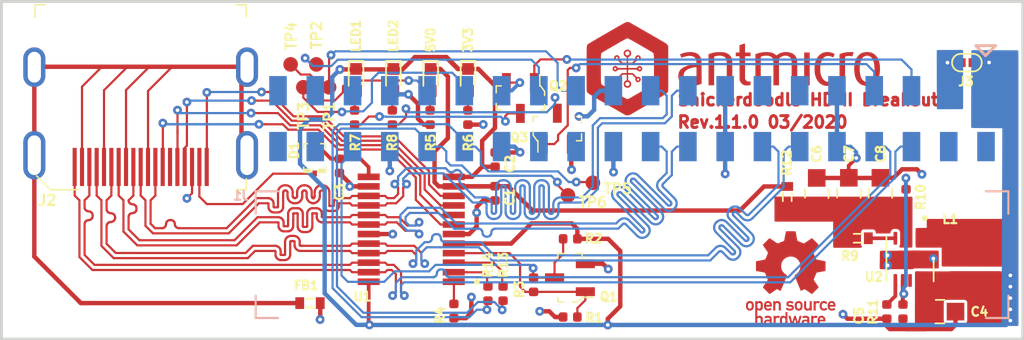
<source format=kicad_pcb>
(kicad_pcb (version 20171130) (host pcbnew 5.1.5+dfsg1-2~bpo10+1)
  (layers (0 F.Cu signal) (1 In1.Cu power) (2 In2.Cu power) (31 B.Cu signal) (34 B.Paste user hide) (35 F.Paste user hide) (36 B.SilkS user) (37 F.SilkS user) (38 B.Mask user hide) (39 F.Mask user) (44 Edge.Cuts user))
  (net 0 "")
  (net 1 5V0)
  (net 2 GND)
  (net 3 3V3)
  (net 4 /HDMI_PWR_5V)
  (net 5 "Net-(D1-PadK)")
  (net 6 /HDMI_HPD_5V)
  (net 7 /HDMI_SDA_5V)
  (net 8 /HDMI_SCL_5V)
  (net 9 /HDMI_CEC_5V)
  (net 10 /TMDS_CLK_N)
  (net 11 /TMDS_DATA2_P)
  (net 12 /TMDS_DATA2_N)
  (net 13 /TMDS_DATA1_P)
  (net 14 /TMDS_DATA1_N)
  (net 15 /TMDS_DATA0_P)
  (net 16 /TMDS_DATA0_N)
  (net 17 /TMDS_CLK_P)
  (net 18 /IO_0_34)
  (net 19 /IO_L13P_T2_MRCC_34)
  (net 20 /JB2_SMB_nINT)
  (net 21 /SMB_I2C_SDA3)
  (net 22 /SMB_I2C_SCL3)
  (net 23 /IO_L15N_T2_DQS_34)
  (net 24 /IO_L14N_T2_SRCC_34)
  (net 25 /IO_L16N_T2_34)
  (net 26 /IO_L14P_T2_SRCC_34)
  (net 27 /IO_L15P_T2_DQS_34)
  (net 28 /IO_L16P_T2_34)
  (net 29 /IO_L20N_T3_34)
  (net 30 /IO_L20P_T3_34)
  (net 31 /HDMI_HPD_3V3)
  (net 32 /TMDS_HPD_3V3)
  (net 33 /HDMI_CEC_3V3)
  (net 34 /HDMI_SDA_3V3)
  (net 35 /HDMI_SCL_3V3)
  (net 36 "Net-(C5-Pad1)")
  (net 37 /GP_LED2)
  (net 38 /GP_LED1)
  (net 39 /VCCO_34)
  (net 40 "Net-(J2-Pad14)")
  (net 41 "Net-(L1-Pad2)")
  (net 42 "Net-(Q2-Pad3)")
  (net 43 "Net-(Q3-Pad3)")
  (net 44 "Net-(R9-Pad1)")
  (net 45 "Net-(R10-Pad2)")
  (net 46 "Net-(U2-Pad8)")
  (net 47 "Net-(3V3-Pad2)")
  (net 48 "Net-(5V0-Pad2)")
  (net 49 "Net-(LED1-Pad2)")
  (net 50 "Net-(LED2-Pad2)")
  (net 51 "Net-(C6-Pad1)")
  (net 52 /IO_L18N_T2_34)
  (net 53 /IO_L18P_T2_34)
  (net 54 Earth)
  (net 55 "Net-(R13-Pad2)")
  (net 56 "Net-(R14-Pad2)")
  (module snickerdoodle-hdmi-breakout-footprints:0402-res (layer F.Cu) (at 184.41 112.48 90)
    (fp_text reference R10 (at -0.04 1 90) (layer F.SilkS) (effects (font (size 0.6 0.6))))
    (fp_text value R_0R_0402)
    (pad 2 smd roundrect (at 0.485 0 90) (size 0.59 0.64) (layers F.Cu F.Paste F.Mask) (net 45 "Net-(R10-Pad2)"))
    (pad 1 smd roundrect (at -0.485 0 90) (size 0.59 0.64) (layers F.Cu F.Paste F.Mask) (net 51 "Net-(C6-Pad1)"))
  )
  (module snickerdoodle-hdmi-breakout-footprints:HDMI_A_Female_685119134923 (layer F.Cu) (at 132.24 109.17)
    (fp_text reference J2 (at -6.36 3.57) (layer F.SilkS) (effects (font (size 0.7 0.7))))
    (fp_text value 685119134923)
    (pad 10 smd rect (at 0 1.3) (size 0.28 2.6) (layers F.Cu F.Paste F.Mask) (net 17 /TMDS_CLK_P))
    (pad 9 smd rect (at -0.5 1.3) (size 0.28 2.6) (layers F.Cu F.Paste F.Mask) (net 16 /TMDS_DATA0_N))
    (pad 8 smd rect (at -1 1.3) (size 0.28 2.6) (layers F.Cu F.Paste F.Mask) (net 54 Earth))
    (pad 7 smd rect (at -1.5 1.3) (size 0.28 2.6) (layers F.Cu F.Paste F.Mask) (net 15 /TMDS_DATA0_P))
    (pad 6 smd rect (at -2 1.3) (size 0.28 2.6) (layers F.Cu F.Paste F.Mask) (net 14 /TMDS_DATA1_N))
    (pad 5 smd rect (at -2.5 1.3) (size 0.28 2.6) (layers F.Cu F.Paste F.Mask) (net 54 Earth))
    (pad 4 smd rect (at -3 1.3) (size 0.28 2.6) (layers F.Cu F.Paste F.Mask) (net 13 /TMDS_DATA1_P))
    (pad 3 smd rect (at -3.5 1.3) (size 0.28 2.6) (layers F.Cu F.Paste F.Mask) (net 12 /TMDS_DATA2_N))
    (pad 2 smd rect (at -4 1.3) (size 0.28 2.6) (layers F.Cu F.Paste F.Mask) (net 54 Earth))
    (pad 1 smd rect (at -4.5 1.3) (size 0.28 2.6) (layers F.Cu F.Paste F.Mask) (net 11 /TMDS_DATA2_P))
    (pad 11 smd rect (at 0.5 1.3) (size 0.28 2.6) (layers F.Cu F.Paste F.Mask) (net 54 Earth))
    (pad 12 smd rect (at 1 1.3) (size 0.28 2.6) (layers F.Cu F.Paste F.Mask) (net 10 /TMDS_CLK_N))
    (pad 13 smd rect (at 1.5 1.3) (size 0.28 2.6) (layers F.Cu F.Paste F.Mask) (net 9 /HDMI_CEC_5V))
    (pad 14 smd rect (at 2 1.3) (size 0.28 2.6) (layers F.Cu F.Paste F.Mask) (net 40 "Net-(J2-Pad14)"))
    (pad 15 smd rect (at 2.5 1.3) (size 0.28 2.6) (layers F.Cu F.Paste F.Mask) (net 8 /HDMI_SCL_5V))
    (pad 16 smd rect (at 3 1.3) (size 0.28 2.6) (layers F.Cu F.Paste F.Mask) (net 7 /HDMI_SDA_5V))
    (pad 17 smd rect (at 3.5 1.3) (size 0.28 2.6) (layers F.Cu F.Paste F.Mask) (net 2 GND))
    (pad 18 smd rect (at 4 1.3) (size 0.28 2.6) (layers F.Cu F.Paste F.Mask) (net 5 "Net-(D1-PadK)"))
    (pad 19 smd rect (at 4.5 1.3) (size 0.28 2.6) (layers F.Cu F.Paste F.Mask) (net 6 /HDMI_HPD_5V))
    (pad SH thru_hole oval (at -7.25 0.5) (size 1.5 3.3) (drill oval 0.9 2.7) (layers *.Cu *.Mask) (net 54 Earth))
    (pad SH thru_hole oval (at 7.25 0.5) (size 1.5 3.3) (drill oval 0.9 2.7) (layers *.Cu *.Mask) (net 54 Earth))
    (pad SH thru_hole oval (at 7.25 -5.5) (size 1.5 2.7) (drill oval 0.9 2.1) (layers *.Cu *.Mask) (net 54 Earth))
    (pad SH thru_hole oval (at -7.25 -5.5) (size 1.5 2.7) (drill oval 0.9 2.1) (layers *.Cu *.Mask) (net 54 Earth))
  )
  (module snickerdoodle-hdmi-breakout-footprints:SMH-120-02-T-D (layer B.Cu) (at 189.86 104.51 180)
    (fp_text reference J1 (at 50.8 -7.92) (layer B.SilkS) (effects (font (size 0.6 0.6)) (justify mirror)))
    (fp_text value SMH-120-02-T-D)
    (pad 32 smd rect (at 38.1 -4.572 180) (size 1.2 2) (layers B.Cu B.Paste B.Mask) (net 34 /HDMI_SDA_3V3))
    (pad 30 smd rect (at 35.56 -4.572 180) (size 1.2 2) (layers B.Cu B.Paste B.Mask) (net 35 /HDMI_SCL_3V3))
    (pad 8 smd rect (at 7.62 -4.572 180) (size 1.2 2) (layers B.Cu B.Paste B.Mask) (net 11 /TMDS_DATA2_P))
    (pad 4 smd rect (at 2.54 -4.572 180) (size 1.2 2) (layers B.Cu B.Paste B.Mask) (net 18 /IO_0_34))
    (pad 20 smd rect (at 22.86 -4.572 180) (size 1.2 2) (layers B.Cu B.Paste B.Mask) (net 15 /TMDS_DATA0_P))
    (pad 38 smd rect (at 45.72 -4.572 180) (size 1.2 2) (layers B.Cu B.Paste B.Mask) (net 19 /IO_L13P_T2_MRCC_34))
    (pad 14 smd rect (at 15.24 -4.572 180) (size 1.2 2) (layers B.Cu B.Paste B.Mask) (net 13 /TMDS_DATA1_P))
    (pad 18 smd rect (at 20.32 -4.572 180) (size 1.2 2) (layers B.Cu B.Paste B.Mask) (net 16 /TMDS_DATA0_N))
    (pad 36 smd rect (at 43.18 -4.572 180) (size 1.2 2) (layers B.Cu B.Paste B.Mask) (net 32 /TMDS_HPD_3V3))
    (pad 6 smd rect (at 5.08 -4.572 180) (size 1.2 2) (layers B.Cu B.Paste B.Mask) (net 12 /TMDS_DATA2_N))
    (pad 2 smd rect (at 0 -4.572 180) (size 1.2 2) (layers B.Cu B.Paste B.Mask) (net 20 /JB2_SMB_nINT))
    (pad 22 smd rect (at 25.4 -4.572 180) (size 1.2 2) (layers B.Cu B.Paste B.Mask) (net 2 GND))
    (pad 24 smd rect (at 27.94 -4.572 180) (size 1.2 2) (layers B.Cu B.Paste B.Mask) (net 52 /IO_L18N_T2_34))
    (pad 34 smd rect (at 40.64 -4.572 180) (size 1.2 2) (layers B.Cu B.Paste B.Mask) (net 2 GND))
    (pad 12 smd rect (at 12.7 -4.572 180) (size 1.2 2) (layers B.Cu B.Paste B.Mask) (net 14 /TMDS_DATA1_N))
    (pad 10 smd rect (at 10.16 -4.572 180) (size 1.2 2) (layers B.Cu B.Paste B.Mask) (net 2 GND))
    (pad 26 smd rect (at 30.48 -4.572 180) (size 1.2 2) (layers B.Cu B.Paste B.Mask) (net 53 /IO_L18P_T2_34))
    (pad 28 smd rect (at 33.02 -4.572 180) (size 1.2 2) (layers B.Cu B.Paste B.Mask) (net 2 GND))
    (pad 16 smd rect (at 17.78 -4.572 180) (size 1.2 2) (layers B.Cu B.Paste B.Mask) (net 2 GND))
    (pad 40 smd rect (at 48.26 -4.572 180) (size 1.2 2) (layers B.Cu B.Paste B.Mask) (net 21 /SMB_I2C_SDA3))
    (pad 39 smd rect (at 48.26 -0.762 180) (size 1.2 2) (layers B.Cu B.Paste B.Mask) (net 22 /SMB_I2C_SCL3))
    (pad 25 smd rect (at 30.48 -0.762 180) (size 1.2 2) (layers B.Cu B.Paste B.Mask) (net 23 /IO_L15N_T2_DQS_34))
    (pad 21 smd rect (at 25.4 -0.762 180) (size 1.2 2) (layers B.Cu B.Paste B.Mask) (net 2 GND))
    (pad 37 smd rect (at 45.72 -0.762 180) (size 1.2 2) (layers B.Cu B.Paste B.Mask) (net 24 /IO_L14N_T2_SRCC_34))
    (pad 31 smd rect (at 38.1 -0.762 180) (size 1.2 2) (layers B.Cu B.Paste B.Mask) (net 25 /IO_L16N_T2_34))
    (pad 35 smd rect (at 43.18 -0.762 180) (size 1.2 2) (layers B.Cu B.Paste B.Mask) (net 26 /IO_L14P_T2_SRCC_34))
    (pad 23 smd rect (at 27.94 -0.762 180) (size 1.2 2) (layers B.Cu B.Paste B.Mask) (net 27 /IO_L15P_T2_DQS_34))
    (pad 29 smd rect (at 35.56 -0.762 180) (size 1.2 2) (layers B.Cu B.Paste B.Mask) (net 28 /IO_L16P_T2_34))
    (pad 27 smd rect (at 33.02 -0.762 180) (size 1.2 2) (layers B.Cu B.Paste B.Mask) (net 2 GND))
    (pad 33 smd rect (at 40.64 -0.762 180) (size 1.2 2) (layers B.Cu B.Paste B.Mask) (net 2 GND))
    (pad 19 smd rect (at 22.86 -0.762 180) (size 1.2 2) (layers B.Cu B.Paste B.Mask) (net 10 /TMDS_CLK_N))
    (pad 17 smd rect (at 20.32 -0.762 180) (size 1.2 2) (layers B.Cu B.Paste B.Mask) (net 17 /TMDS_CLK_P))
    (pad 15 smd rect (at 17.78 -0.762 180) (size 1.2 2) (layers B.Cu B.Paste B.Mask) (net 2 GND))
    (pad 13 smd rect (at 15.24 -0.762 180) (size 1.2 2) (layers B.Cu B.Paste B.Mask) (net 29 /IO_L20N_T3_34))
    (pad 11 smd rect (at 12.7 -0.762 180) (size 1.2 2) (layers B.Cu B.Paste B.Mask) (net 30 /IO_L20P_T3_34))
    (pad 9 smd rect (at 10.16 -0.762 180) (size 1.2 2) (layers B.Cu B.Paste B.Mask) (net 2 GND))
    (pad 7 smd rect (at 7.62 -0.762 180) (size 1.2 2) (layers B.Cu B.Paste B.Mask) (net 37 /GP_LED2))
    (pad 5 smd rect (at 5.08 -0.762 180) (size 1.2 2) (layers B.Cu B.Paste B.Mask) (net 38 /GP_LED1))
    (pad 3 smd rect (at 2.54 -0.762 180) (size 1.2 2) (layers B.Cu B.Paste B.Mask) (net 39 /VCCO_34))
    (pad 1 smd rect (at 0 -0.762 180) (size 1.2 2) (layers B.Cu B.Paste B.Mask) (net 3 3V3))
  )
  (module snickerdoodle-hdmi-breakout-footprints:Testpoint_smd_1mm (layer F.Cu) (at 161.36 112.4608)
    (fp_text reference TP6 (at 1.7 0.4192) (layer F.SilkS) (effects (font (size 0.7 0.7))))
    (fp_text value TP_SMD1MM hide)
    (pad 1 smd circle (at 0 -0.0508) (size 1 1) (layers F.Cu F.Mask) (net 34 /HDMI_SDA_3V3))
  )
  (module snickerdoodle-hdmi-breakout-footprints:Testpoint_smd_1mm (layer F.Cu) (at 163.06 111.6008)
    (fp_text reference TP5 (at 1.69 0.3692) (layer F.SilkS) (effects (font (size 0.7 0.7))))
    (fp_text value TP_SMD1MM hide)
    (pad 1 smd circle (at 0 -0.0508) (size 1 1) (layers F.Cu F.Mask) (net 35 /HDMI_SCL_3V3))
  )
  (module snickerdoodle-hdmi-breakout-footprints:Testpoint_smd_1mm (layer F.Cu) (at 142.46 103.5308)
    (fp_text reference TP4 (at 0.03 -1.9908 90) (layer F.SilkS) (effects (font (size 0.7 0.7))))
    (fp_text value TP_SMD1MM hide)
    (pad 1 smd circle (at 0 -0.0508) (size 1 1) (layers F.Cu F.Mask) (net 25 /IO_L16N_T2_34))
  )
  (module snickerdoodle-hdmi-breakout-footprints:Testpoint_smd_1mm (layer F.Cu) (at 143.326666 105.09)
    (fp_text reference TP3 (at 0.013334 1.89 90) (layer F.SilkS) (effects (font (size 0.7 0.7))))
    (fp_text value TP_SMD1MM hide)
    (pad 1 smd circle (at 0 -0.0508) (size 1 1) (layers F.Cu F.Mask) (net 28 /IO_L16P_T2_34))
  )
  (module snickerdoodle-hdmi-breakout-footprints:Testpoint_smd_1mm (layer F.Cu) (at 144.213332 103.5308)
    (fp_text reference TP2 (at 0.016668 -2.0508 90) (layer F.SilkS) (effects (font (size 0.7 0.7))))
    (fp_text value TP_SMD1MM hide)
    (pad 1 smd circle (at 0 -0.0508) (size 1 1) (layers F.Cu F.Mask) (net 23 /IO_L15N_T2_DQS_34))
  )
  (module snickerdoodle-hdmi-breakout-footprints:Testpoint_smd_1mm (layer F.Cu) (at 145.079998 105.09)
    (fp_text reference TP1 (at 0.010002 1.89 90) (layer F.SilkS) (effects (font (size 0.7 0.7))))
    (fp_text value TP_SMD1MM hide)
    (pad 1 smd circle (at 0 -0.0508) (size 1 1) (layers F.Cu F.Mask) (net 27 /IO_L15P_T2_DQS_34))
  )
  (module snickerdoodle-hdmi-breakout-footprints:0402-res (layer F.Cu) (at 155.91 119.1 90)
    (fp_text reference R14 (at 1.95 0 90) (layer F.SilkS) (effects (font (size 0.6 0.6))))
    (fp_text value R_0R_0402)
    (pad 2 smd roundrect (at 0.485 0 90) (size 0.59 0.64) (layers F.Cu F.Paste F.Mask) (net 56 "Net-(R14-Pad2)"))
    (pad 1 smd roundrect (at -0.485 0 90) (size 0.59 0.64) (layers F.Cu F.Paste F.Mask) (net 35 /HDMI_SCL_3V3))
  )
  (module snickerdoodle-hdmi-breakout-footprints:0402-res (layer F.Cu) (at 156.94 119.1 90)
    (fp_text reference R13 (at 1.95 0.01 90) (layer F.SilkS) (effects (font (size 0.6 0.6))))
    (fp_text value R_0R_0402)
    (pad 2 smd roundrect (at 0.485 0 90) (size 0.59 0.64) (layers F.Cu F.Paste F.Mask) (net 55 "Net-(R13-Pad2)"))
    (pad 1 smd roundrect (at -0.485 0 90) (size 0.59 0.64) (layers F.Cu F.Paste F.Mask) (net 34 /HDMI_SDA_3V3))
  )
  (module snickerdoodle-hdmi-breakout-footprints:0603-res (layer F.Cu) (at 143.78 119.75)
    (fp_text reference FB1 (at -0.27 -1.2) (layer F.SilkS) (effects (font (size 0.6 0.6))))
    (fp_text value BLM18PG121SN1D)
    (pad 1 smd rect (at -0.7 0) (size 0.6 0.8) (layers F.Cu F.Paste F.Mask) (net 54 Earth))
    (pad 2 smd rect (at 0.7 0) (size 0.6 0.8) (layers F.Cu F.Paste F.Mask) (net 2 GND))
  )
  (module snickerdoodle-hdmi-breakout-footprints:0603-res (layer F.Cu) (at 176.31 112.5 270)
    (fp_text reference R12 (at -2.31 0.03 90) (layer F.SilkS) (effects (font (size 0.6 0.6))))
    (fp_text value R_0R_0603)
    (pad 1 smd rect (at -0.7 0 270) (size 0.6 0.8) (layers F.Cu F.Paste F.Mask) (net 1 5V0))
    (pad 2 smd rect (at 0.7 0 270) (size 0.6 0.8) (layers F.Cu F.Paste F.Mask) (net 51 "Net-(C6-Pad1)"))
  )
  (module snickerdoodle-hdmi-breakout-footprints:SolderJumper-0.6x1.4mm (layer F.Cu) (at 188.57 103.36)
    (fp_text reference J3 (at -0.08 1.29 -180) (layer F.SilkS) (effects (font (size 0.6 0.6))))
    (fp_text value solder_jumper)
    (pad 1 smd custom (at -0.4 0 180) (size 0.6 0.2) (layers F.Cu F.Mask) (net 39 /VCCO_34) (options (clearance outline) (anchor rect)) (primitives (gr_circle (center 0.1 0.1) (end 0.3 0.1) (width 0)) (gr_circle (center 0.1 -0.1) (end 0.3 -0.1) (width 0)) (gr_poly (pts (xy 0.1 -0.3) (xy -0.3 -0.3) (xy -0.3 0.3) (xy 0.1 0.3)) (width 0))))
    (pad 2 smd custom (at 0.4 0) (size 0.6 0.2) (layers F.Cu F.Mask) (net 3 3V3) (options (clearance outline) (anchor rect)) (primitives (gr_circle (center 0.1 0.1) (end 0.3 0.1) (width 0)) (gr_circle (center 0.1 -0.1) (end 0.3 -0.1) (width 0)) (gr_poly (pts (xy 0.1 -0.3) (xy -0.3 -0.3) (xy -0.3 0.3) (xy 0.1 0.3)) (width 0))))
  )
  (module snickerdoodle-hdmi-breakout-footprints:VSON-10-1EP_3x3mm (layer F.Cu) (at 184.48 116.57 270)
    (fp_text reference U2 (at 1.4 2.26 180) (layer F.SilkS) (effects (font (size 0.6 0.6))))
    (fp_text value TPS61232DRCT)
    (pad 11 smd roundrect (at 0.2 -0.2 270) (size 1.2 2) (layers F.Cu F.Mask) (roundrect_rratio 0.208333) (net 2 GND))
    (pad 8 smd roundrect (at 1.6375 -0.2 270) (size 0.875 0.25) (layers F.Cu F.Paste F.Mask) (net 46 "Net-(U2-Pad8)"))
    (pad 9 smd roundrect (at 1.6375 -0.7 270) (size 0.875 0.25) (layers F.Cu F.Paste F.Mask) (net 3 3V3))
    (pad 10 smd roundrect (at 1.6375 -1.2 270) (size 0.875 0.25) (layers F.Cu F.Paste F.Mask) (net 3 3V3))
    (pad 6 smd roundrect (at 1.6375 0.8 270) (size 0.875 0.25) (layers F.Cu F.Paste F.Mask) (net 36 "Net-(C5-Pad1)"))
    (pad 7 smd roundrect (at 1.6375 0.3 270) (size 0.875 0.25) (layers F.Cu F.Paste F.Mask) (net 45 "Net-(R10-Pad2)"))
    (pad 4 smd roundrect (at -1.2375 0.3 270) (size 0.875 0.25) (layers F.Cu F.Paste F.Mask) (net 51 "Net-(C6-Pad1)"))
    (pad 5 smd roundrect (at -1.2375 0.8 270) (size 0.875 0.25) (layers F.Cu F.Paste F.Mask) (net 44 "Net-(R9-Pad1)"))
    (pad 1 smd roundrect (at -1.2375 -1.2 270) (size 0.875 0.25) (layers F.Cu F.Paste F.Mask) (net 41 "Net-(L1-Pad2)"))
    (pad 2 smd roundrect (at -1.2375 -0.7 270) (size 0.875 0.25) (layers F.Cu F.Paste F.Mask) (net 41 "Net-(L1-Pad2)"))
    (pad 3 smd roundrect (at -1.2375 -0.2 270) (size 0.875 0.25) (layers F.Cu F.Paste F.Mask) (net 51 "Net-(C6-Pad1)"))
  )
  (module snickerdoodle-hdmi-breakout-footprints:antmicro-logo_scaled_20mm (layer F.Cu) (at 172.63 103.96)
    (fp_text reference N2 hide)
    (fp_text value antmicro_logo hide)
    (fp_poly (pts (xy -7.152142 -3.365846) (xy -7.086986 -3.350911) (xy -7.085897 -3.350461) (xy -7.065403 -3.339768) (xy -7.020055 -3.314682) (xy -6.952258 -3.276586) (xy -6.864418 -3.226862) (xy -6.75894 -3.166895) (xy -6.63823 -3.098067) (xy -6.504694 -3.021762) (xy -6.360737 -2.939362) (xy -6.208764 -2.85225) (xy -6.051182 -2.76181) (xy -5.890395 -2.669425) (xy -5.72881 -2.576478) (xy -5.568831 -2.484352) (xy -5.412866 -2.39443) (xy -5.263318 -2.308096) (xy -5.122594 -2.226732) (xy -4.993099 -2.151721) (xy -4.877239 -2.084447) (xy -4.77742 -2.026293) (xy -4.696046 -1.978641) (xy -4.635524 -1.942876) (xy -4.598259 -1.920379) (xy -4.594001 -1.917716) (xy -4.527202 -1.862861) (xy -4.475891 -1.797261) (xy -4.433062 -1.724406) (xy -4.428815 -0.223306) (xy -4.428178 0.063912) (xy -4.427967 0.323067) (xy -4.428181 0.553768) (xy -4.428817 0.755625) (xy -4.42987 0.928247) (xy -4.431339 1.071242) (xy -4.433221 1.184219) (xy -4.435511 1.266788) (xy -4.438209 1.318558) (xy -4.440579 1.337256) (xy -4.447009 1.360965) (xy -4.453864 1.382589) (xy -4.462777 1.403216) (xy -4.475386 1.423937) (xy -4.493324 1.44584) (xy -4.518227 1.470014) (xy -4.55173 1.497548) (xy -4.595469 1.529532) (xy -4.651077 1.567053) (xy -4.720191 1.611202) (xy -4.804445 1.663068) (xy -4.905475 1.723738) (xy -5.024916 1.794304) (xy -5.164402 1.875853) (xy -5.32557 1.969474) (xy -5.510053 2.076257) (xy -5.719487 2.197291) (xy -5.812698 2.251142) (xy -7.078726 2.982603) (xy -7.196836 2.988672) (xy -7.314946 2.994742) (xy -7.779512 2.727563) (xy -8.06399 2.563979) (xy -8.322462 2.415352) (xy -8.556193 2.280884) (xy -8.76645 2.159777) (xy -8.954499 2.051231) (xy -9.121606 1.95445) (xy -9.269037 1.868634) (xy -9.398057 1.792986) (xy -9.509934 1.726708) (xy -9.605932 1.669) (xy -9.687318 1.619066) (xy -9.755358 1.576106) (xy -9.811318 1.539323) (xy -9.856465 1.507918) (xy -9.892063 1.481094) (xy -9.919379 1.458051) (xy -9.939678 1.437992) (xy -9.954228 1.420119) (xy -9.964294 1.403633) (xy -9.971142 1.387736) (xy -9.976039 1.37163) (xy -9.980249 1.354516) (xy -9.984579 1.33729) (xy -9.987595 1.309658) (xy -9.990205 1.250912) (xy -9.992407 1.161435) (xy -9.994198 1.041605) (xy -9.995575 0.891803) (xy -9.996534 0.71241) (xy -9.997074 0.503806) (xy -9.997191 0.266373) (xy -9.996882 0.000489) (xy -9.996434 -0.188976) (xy -9.023604 -0.188976) (xy -9.023583 0.015721) (xy -9.023402 0.191328) (xy -9.022884 0.340252) (xy -9.021851 0.464899) (xy -9.020127 0.567676) (xy -9.017535 0.650988) (xy -9.013897 0.717244) (xy -9.009036 0.768847) (xy -9.002775 0.808206) (xy -8.994937 0.837727) (xy -8.985345 0.859815) (xy -8.973822 0.876878) (xy -8.96019 0.891321) (xy -8.944273 0.905552) (xy -8.942957 0.9067) (xy -8.921858 0.921079) (xy -8.876461 0.949185) (xy -8.809732 0.989311) (xy -8.724637 1.03975) (xy -8.624142 1.098796) (xy -8.511213 1.16474) (xy -8.388816 1.235876) (xy -8.259917 1.310497) (xy -8.127481 1.386896) (xy -7.994476 1.463365) (xy -7.863866 1.538198) (xy -7.738618 1.609687) (xy -7.621698 1.676126) (xy -7.516071 1.735807) (xy -7.424704 1.787023) (xy -7.350563 1.828068) (xy -7.296613 1.857233) (xy -7.265821 1.872813) (xy -7.260992 1.874762) (xy -7.221946 1.885408) (xy -7.194652 1.886037) (xy -7.162305 1.875649) (xy -7.14312 1.867739) (xy -7.116888 1.854599) (xy -7.066974 1.827524) (xy -6.996363 1.788241) (xy -6.90804 1.738476) (xy -6.804989 1.679956) (xy -6.690196 1.614405) (xy -6.566644 1.543552) (xy -6.437318 1.469121) (xy -6.305202 1.392839) (xy -6.173282 1.316433) (xy -6.044541 1.241628) (xy -5.921965 1.170151) (xy -5.808537 1.103728) (xy -5.707243 1.044084) (xy -5.621067 0.992947) (xy -5.552994 0.952043) (xy -5.506007 0.923097) (xy -5.483093 0.907836) (xy -5.482211 0.907104) (xy -5.466109 0.892621) (xy -5.452307 0.878146) (xy -5.440627 0.861271) (xy -5.430893 0.839588) (xy -5.422927 0.810687) (xy -5.416552 0.772161) (xy -5.411591 0.721599) (xy -5.407867 0.656593) (xy -5.405202 0.574736) (xy -5.403419 0.473616) (xy -5.402341 0.350827) (xy -5.40179 0.203959) (xy -5.401591 0.030603) (xy -5.401564 -0.171649) (xy -5.401564 -0.188976) (xy -5.401567 -0.394575) (xy -5.401714 -0.571069) (xy -5.402215 -0.720849) (xy -5.40328 -0.846307) (xy -5.405117 -0.949834) (xy -5.407935 -1.033821) (xy -5.411945 -1.100659) (xy -5.417355 -1.15274) (xy -5.424375 -1.192454) (xy -5.433213 -1.222194) (xy -5.444079 -1.244349) (xy -5.457182 -1.261311) (xy -5.472732 -1.275472) (xy -5.490937 -1.289222) (xy -5.498318 -1.294633) (xy -5.521441 -1.309511) (xy -5.569272 -1.338536) (xy -5.639198 -1.380176) (xy -5.728611 -1.432902) (xy -5.834899 -1.495183) (xy -5.955453 -1.565489) (xy -6.087661 -1.642289) (xy -6.228913 -1.724053) (xy -6.347993 -1.792771) (xy -6.518144 -1.890701) (xy -6.663285 -1.973904) (xy -6.785597 -2.043541) (xy -6.887266 -2.100775) (xy -6.970474 -2.146768) (xy -7.037405 -2.182681) (xy -7.090242 -2.209676) (xy -7.131169 -2.228916) (xy -7.162369 -2.241563) (xy -7.186025 -2.248777) (xy -7.204322 -2.251721) (xy -7.210897 -2.251964) (xy -7.227359 -2.250476) (xy -7.248245 -2.24525) (xy -7.2757 -2.235139) (xy -7.311867 -2.219) (xy -7.35889 -2.195687) (xy -7.418914 -2.164055) (xy -7.494083 -2.122959) (xy -7.586539 -2.071255) (xy -7.698427 -2.007796) (xy -7.831891 -1.931439) (xy -7.989075 -1.841038) (xy -8.09911 -1.77759) (xy -8.247204 -1.692002) (xy -8.387704 -1.610535) (xy -8.518142 -1.534641) (xy -8.636045 -1.465769) (xy -8.738944 -1.40537) (xy -8.824368 -1.354893) (xy -8.889846 -1.315788) (xy -8.932906 -1.289507) (xy -8.950975 -1.277591) (xy -8.965476 -1.264574) (xy -8.977906 -1.250801) (xy -8.988424 -1.233879) (xy -8.997191 -1.211417) (xy -9.004365 -1.181024) (xy -9.010106 -1.140306) (xy -9.014574 -1.086871) (xy -9.017928 -1.018329) (xy -9.020329 -0.932287) (xy -9.021934 -0.826353) (xy -9.022905 -0.698135) (xy -9.023401 -0.545241) (xy -9.02358 -0.365279) (xy -9.023604 -0.188976) (xy -9.996434 -0.188976) (xy -9.996353 -0.223306) (xy -9.995674 -0.478474) (xy -9.995088 -0.704068) (xy -9.994472 -0.902011) (xy -9.993707 -1.074224) (xy -9.99267 -1.222629) (xy -9.991241 -1.349148) (xy -9.989297 -1.455702) (xy -9.986718 -1.544214) (xy -9.983383 -1.616605) (xy -9.97917 -1.674798) (xy -9.973957 -1.720713) (xy -9.967624 -1.756273) (xy -9.96005 -1.7834) (xy -9.951112 -1.804015) (xy -9.94069 -1.82004) (xy -9.928662 -1.833397) (xy -9.914908 -1.846008) (xy -9.899305 -1.859795) (xy -9.892684 -1.865914) (xy -9.872614 -1.879932) (xy -9.827232 -1.908462) (xy -9.758536 -1.950323) (xy -9.668524 -2.004337) (xy -9.559194 -2.069324) (xy -9.432544 -2.144105) (xy -9.290572 -2.2275) (xy -9.135275 -2.318331) (xy -8.968652 -2.415418) (xy -8.7927 -2.517581) (xy -8.609418 -2.623642) (xy -8.589859 -2.634939) (xy -8.376201 -2.758306) (xy -8.18804 -2.866861) (xy -8.02361 -2.961561) (xy -7.881143 -3.043361) (xy -7.758872 -3.113218) (xy -7.65503 -3.172089) (xy -7.56785 -3.220929) (xy -7.495565 -3.260694) (xy -7.436408 -3.292341) (xy -7.38861 -3.316826) (xy -7.350406 -3.335104) (xy -7.320028 -3.348133) (xy -7.295708 -3.356869) (xy -7.275681 -3.362267) (xy -7.258177 -3.365284) (xy -7.241431 -3.366875) (xy -7.23652 -3.367203) (xy -7.152142 -3.365846)) (layer F.Cu) (width 0.00186))
    (fp_poly (pts (xy -2.762249 -1.312167) (xy -2.66255 -1.293503) (xy -2.549392 -1.25881) (xy -2.458084 -1.215755) (xy -2.379163 -1.159346) (xy -2.340359 -1.123556) (xy -2.283133 -1.052088) (xy -2.231753 -0.960588) (xy -2.191937 -0.860517) (xy -2.17355 -0.789119) (xy -2.1699 -0.753668) (xy -2.166624 -0.689343) (xy -2.163769 -0.598767) (xy -2.161387 -0.484561) (xy -2.159525 -0.349347) (xy -2.158235 -0.195746) (xy -2.157564 -0.026379) (xy -2.157476 0.064404) (xy -2.157476 0.83317) (xy -2.231284 0.865819) (xy -2.363439 0.913297) (xy -2.516531 0.94998) (xy -2.681516 0.974719) (xy -2.84935 0.986367) (xy -3.010988 0.983776) (xy -3.096245 0.975571) (xy -3.263289 0.94229) (xy -3.406069 0.889385) (xy -3.524297 0.817171) (xy -3.617686 0.725962) (xy -3.685949 0.61607) (xy -3.728798 0.487809) (xy -3.745946 0.341493) (xy -3.745116 0.268039) (xy -3.743109 0.254154) (xy -3.382296 0.254154) (xy -3.379368 0.384438) (xy -3.351055 0.49704) (xy -3.297965 0.591021) (xy -3.220703 0.665443) (xy -3.119873 0.719368) (xy -3.071639 0.735398) (xy -3.010019 0.745934) (xy -2.927498 0.75073) (xy -2.834071 0.750162) (xy -2.739734 0.744607) (xy -2.654483 0.734439) (xy -2.588312 0.720036) (xy -2.578735 0.716856) (xy -2.503932 0.689951) (xy -2.503932 -0.301478) (xy -2.594483 -0.290553) (xy -2.652273 -0.281462) (xy -2.72709 -0.266795) (xy -2.805569 -0.249235) (xy -2.830244 -0.2432) (xy -2.991685 -0.193566) (xy -3.124252 -0.13258) (xy -3.228703 -0.059559) (xy -3.305799 0.026184) (xy -3.356299 0.125331) (xy -3.380963 0.238569) (xy -3.382296 0.254154) (xy -3.743109 0.254154) (xy -3.724612 0.126169) (xy -3.677067 0.000045) (xy -3.601887 -0.111692) (xy -3.558984 -0.157543) (xy -3.464184 -0.232868) (xy -3.3423 -0.302193) (xy -3.197421 -0.364005) (xy -3.033639 -0.416787) (xy -2.855043 -0.459023) (xy -2.665725 -0.489199) (xy -2.662896 -0.489544) (xy -2.499634 -0.50933) (xy -2.509073 -0.643074) (xy -2.527337 -0.769203) (xy -2.563566 -0.870412) (xy -2.619397 -0.948715) (xy -2.696465 -1.006126) (xy -2.796408 -1.044659) (xy -2.844245 -1.055443) (xy -2.974469 -1.066784) (xy -3.119212 -1.055936) (xy -3.2717 -1.023916) (xy -3.425161 -0.971742) (xy -3.438671 -0.966142) (xy -3.487101 -0.94693) (xy -3.522581 -0.935054) (xy -3.53668 -0.933011) (xy -3.544711 -0.949635) (xy -3.559824 -0.986705) (xy -3.57853 -1.034994) (xy -3.59734 -1.085278) (xy -3.612765 -1.128333) (xy -3.621316 -1.154935) (xy -3.62204 -1.158704) (xy -3.608855 -1.168984) (xy -3.574628 -1.18716) (xy -3.536157 -1.205067) (xy -3.394789 -1.256208) (xy -3.238038 -1.293367) (xy -3.07458 -1.315665) (xy -2.913092 -1.322225) (xy -2.762249 -1.312167)) (layer F.Cu) (width 0.00186))
    (fp_poly (pts (xy 6.480642 -1.319989) (xy 6.58434 -1.309941) (xy 6.642021 -1.29909) (xy 6.701468 -1.281974) (xy 6.765304 -1.258729) (xy 6.825268 -1.232959) (xy 6.873099 -1.208268) (xy 6.900536 -1.18826) (xy 6.902731 -1.185337) (xy 6.901034 -1.165755) (xy 6.889691 -1.127281) (xy 6.872257 -1.078963) (xy 6.852289 -1.029849) (xy 6.833344 -0.988985) (xy 6.818977 -0.965419) (xy 6.815277 -0.96286) (xy 6.79584 -0.968533) (xy 6.757145 -0.984054) (xy 6.717966 -1.001363) (xy 6.597556 -1.043183) (xy 6.478303 -1.059436) (xy 6.365741 -1.049949) (xy 6.267082 -1.015425) (xy 6.184633 -0.956435) (xy 6.109079 -0.869907) (xy 6.042796 -0.759473) (xy 5.988158 -0.628763) (xy 5.964987 -0.55344) (xy 5.9467 -0.460621) (xy 5.934948 -0.346326) (xy 5.929731 -0.219894) (xy 5.931048 -0.090658) (xy 5.938899 0.032043) (xy 5.953283 0.138876) (xy 5.965029 0.191403) (xy 6.018441 0.347854) (xy 6.085682 0.476208) (xy 6.166949 0.57676) (xy 6.262433 0.649803) (xy 6.269842 0.653997) (xy 6.318046 0.678461) (xy 6.360476 0.692533) (xy 6.40936 0.698899) (xy 6.476928 0.700247) (xy 6.480302 0.700234) (xy 6.551196 0.697119) (xy 6.613423 0.686543) (xy 6.676539 0.665628) (xy 6.750104 0.631498) (xy 6.805132 0.602451) (xy 6.811994 0.606864) (xy 6.823881 0.627522) (xy 6.842273 0.667671) (xy 6.868648 0.730555) (xy 6.904485 0.819421) (xy 6.907856 0.827878) (xy 6.898997 0.84482) (xy 6.866949 0.868588) (xy 6.818267 0.89564) (xy 6.759502 0.922438) (xy 6.697208 0.945441) (xy 6.680962 0.950446) (xy 6.596243 0.968476) (xy 6.494197 0.980035) (xy 6.38837 0.984337) (xy 6.292302 0.980592) (xy 6.251956 0.975421) (xy 6.192955 0.960449) (xy 6.121933 0.935569) (xy 6.055106 0.906553) (xy 5.924393 0.825216) (xy 5.811546 0.718355) (xy 5.717058 0.586718) (xy 5.64142 0.431051) (xy 5.585125 0.252101) (xy 5.566382 0.164966) (xy 5.55271 0.061836) (xy 5.545515 -0.060348) (xy 5.544535 -0.192732) (xy 5.549505 -0.326459) (xy 5.560163 -0.452674) (xy 5.576246 -0.562522) (xy 5.589781 -0.622034) (xy 5.650979 -0.796354) (xy 5.73177 -0.948264) (xy 5.831148 -1.076626) (xy 5.948105 -1.180303) (xy 6.081634 -1.258159) (xy 6.187885 -1.297708) (xy 6.270746 -1.313837) (xy 6.372221 -1.321276) (xy 6.480642 -1.319989)) (layer F.Cu) (width 0.00186))
    (fp_poly (pts (xy 9.2785 -1.312066) (xy 9.419271 -1.280013) (xy 9.543888 -1.224868) (xy 9.656461 -1.145058) (xy 9.708553 -1.096387) (xy 9.8083 -0.974431) (xy 9.887318 -0.830972) (xy 9.945961 -0.6651) (xy 9.984585 -0.475905) (xy 9.998095 -0.353364) (xy 10.005731 -0.13312) (xy 9.992844 0.072824) (xy 9.960106 0.262524) (xy 9.908183 0.434035) (xy 9.837744 0.585411) (xy 9.749459 0.714707) (xy 9.643995 0.819978) (xy 9.578549 0.867161) (xy 9.475336 0.918408) (xy 9.352499 0.956601) (xy 9.219808 0.980004) (xy 9.087028 0.986884) (xy 8.966072 0.975896) (xy 8.810713 0.933331) (xy 8.673021 0.864959) (xy 8.55358 0.771436) (xy 8.45297 0.653416) (xy 8.371776 0.511552) (xy 8.310581 0.346499) (xy 8.277228 0.202757) (xy 8.249196 -0.010531) (xy 8.243315 -0.181843) (xy 8.619775 -0.181843) (xy 8.626639 -0.006059) (xy 8.647674 0.163017) (xy 8.682896 0.318411) (xy 8.730663 0.449537) (xy 8.792305 0.552891) (xy 8.870412 0.633717) (xy 8.961038 0.690398) (xy 9.060232 0.721318) (xy 9.164048 0.724859) (xy 9.268537 0.699405) (xy 9.303274 0.683979) (xy 9.391728 0.625796) (xy 9.465071 0.546116) (xy 9.524047 0.443338) (xy 9.569396 0.315865) (xy 9.601861 0.162097) (xy 9.620669 0) (xy 9.628833 -0.197594) (xy 9.620784 -0.38162) (xy 9.597156 -0.549325) (xy 9.558579 -0.697956) (xy 9.505687 -0.824761) (xy 9.439111 -0.926986) (xy 9.397763 -0.970932) (xy 9.30783 -1.034591) (xy 9.210287 -1.070154) (xy 9.109492 -1.078662) (xy 9.009802 -1.061154) (xy 8.915575 -1.018669) (xy 8.831168 -0.952247) (xy 8.760939 -0.862927) (xy 8.733695 -0.812545) (xy 8.684043 -0.679686) (xy 8.648494 -0.525632) (xy 8.627066 -0.357359) (xy 8.619775 -0.181843) (xy 8.243315 -0.181843) (xy 8.242077 -0.217887) (xy 8.255237 -0.416019) (xy 8.288043 -0.601636) (xy 8.339862 -0.771445) (xy 8.41006 -0.922155) (xy 8.498004 -1.050475) (xy 8.524035 -1.080128) (xy 8.63728 -1.181032) (xy 8.765238 -1.254668) (xy 8.908825 -1.301412) (xy 9.068958 -1.321638) (xy 9.117464 -1.322599) (xy 9.2785 -1.312066)) (layer F.Cu) (width 0.00186))
    (fp_poly (pts (xy 0.795755 -1.890556) (xy 0.79863 -1.848884) (xy 0.80093 -1.785265) (xy 0.802488 -1.704473) (xy 0.803139 -1.611284) (xy 0.803148 -1.598422) (xy 0.803148 -1.291336) (xy 1.1811 -1.291336) (xy 1.1811 -1.039368) (xy 0.803148 -1.039368) (xy 0.803148 0.498982) (xy 0.838973 0.566729) (xy 0.885039 0.631264) (xy 0.944279 0.671205) (xy 1.021404 0.688928) (xy 1.082708 0.68969) (xy 1.181166 0.685038) (xy 1.181133 0.806155) (xy 1.178348 0.880811) (xy 1.17014 0.92607) (xy 1.161415 0.939626) (xy 1.138007 0.945325) (xy 1.090929 0.950669) (xy 1.028005 0.954906) (xy 0.98425 0.956653) (xy 0.897887 0.957443) (xy 0.832757 0.953166) (xy 0.778855 0.942783) (xy 0.743384 0.931661) (xy 0.647529 0.886432) (xy 0.57123 0.823573) (xy 0.508105 0.737316) (xy 0.488188 0.701009) (xy 0.43307 0.593781) (xy 0.428593 -0.222794) (xy 0.424117 -1.039368) (xy 0.173228 -1.039368) (xy 0.173228 -1.291336) (xy 0.425196 -1.291336) (xy 0.425196 -1.794188) (xy 0.603495 -1.849848) (xy 0.673943 -1.871574) (xy 0.733143 -1.889331) (xy 0.774786 -1.901261) (xy 0.792471 -1.905508) (xy 0.795755 -1.890556)) (layer F.Cu) (width 0.00186))
    (fp_poly (pts (xy -0.819904 -1.314167) (xy -0.736102 -1.311976) (xy -0.671677 -1.307691) (xy -0.620578 -1.300843) (xy -0.576756 -1.29096) (xy -0.559727 -1.285995) (xy -0.416939 -1.23134) (xy -0.301586 -1.163455) (xy -0.211999 -1.081149) (xy -0.153086 -0.995726) (xy -0.134276 -0.960359) (xy -0.118283 -0.926977) (xy -0.104879 -0.892787) (xy -0.093836 -0.854996) (xy -0.084925 -0.810811) (xy -0.077918 -0.757442) (xy -0.072587 -0.692094) (xy -0.068703 -0.611975) (xy -0.066037 -0.514293) (xy -0.064362 -0.396256) (xy -0.063448 -0.25507) (xy -0.063068 -0.087944) (xy -0.062992 0.105671) (xy -0.062992 0.94488) (xy -0.440944 0.94488) (xy -0.440944 0.113094) (xy -0.441024 -0.082694) (xy -0.441426 -0.249628) (xy -0.442397 -0.390347) (xy -0.444181 -0.507492) (xy -0.447024 -0.603705) (xy -0.451171 -0.681626) (xy -0.456866 -0.743896) (xy -0.464356 -0.793155) (xy -0.473884 -0.832045) (xy -0.485698 -0.863206) (xy -0.500041 -0.889279) (xy -0.517159 -0.912904) (xy -0.537298 -0.936724) (xy -0.538554 -0.938156) (xy -0.603691 -0.996935) (xy -0.683121 -1.038201) (xy -0.783528 -1.065101) (xy -0.821079 -1.071174) (xy -0.92666 -1.077955) (xy -1.043513 -1.072214) (xy -1.157052 -1.055272) (xy -1.239803 -1.033145) (xy -1.29921 -1.01258) (xy -1.303266 -0.03385) (xy -1.307322 0.94488) (xy -1.685036 0.94488) (xy -1.685036 -1.177123) (xy -1.539367 -1.224908) (xy -1.439126 -1.25659) (xy -1.353944 -1.279913) (xy -1.275379 -1.296119) (xy -1.194992 -1.306451) (xy -1.104341 -1.312151) (xy -0.994986 -1.314461) (xy -0.929132 -1.314735) (xy -0.819904 -1.314167)) (layer F.Cu) (width 0.00186))
    (fp_poly (pts (xy 3.757209 -1.311066) (xy 3.91088 -1.277588) (xy 4.043095 -1.222181) (xy 4.153265 -1.145137) (xy 4.240801 -1.046747) (xy 4.282829 -0.976376) (xy 4.299474 -0.942443) (xy 4.313617 -0.909633) (xy 4.325461 -0.875159) (xy 4.33521 -0.836235) (xy 4.343065 -0.790076) (xy 4.349232 -0.733894) (xy 4.353914 -0.664903) (xy 4.357313 -0.580319) (xy 4.359633 -0.477354) (xy 4.361078 -0.353222) (xy 4.36185 -0.205138) (xy 4.362153 -0.030314) (xy 4.362196 0.111011) (xy 4.362196 0.94488) (xy 3.985262 0.94488) (xy 3.980816 0.074803) (xy 3.97637 -0.795274) (xy 3.930412 -0.878223) (xy 3.867906 -0.960698) (xy 3.786589 -1.021784) (xy 3.691109 -1.06111) (xy 3.586111 -1.078306) (xy 3.476242 -1.073001) (xy 3.36615 -1.044823) (xy 3.26048 -0.993402) (xy 3.185033 -0.937719) (xy 3.118104 -0.879434) (xy 3.118104 0.94488) (xy 2.740152 0.94488) (xy 2.740152 0.092378) (xy 2.739876 -0.121519) (xy 2.739034 -0.304953) (xy 2.737607 -0.458951) (xy 2.735573 -0.584541) (xy 2.732913 -0.682749) (xy 2.729606 -0.754605) (xy 2.725633 -0.801136) (xy 2.722177 -0.82012) (xy 2.679945 -0.909237) (xy 2.613117 -0.980546) (xy 2.523646 -1.03318) (xy 2.413489 -1.066271) (xy 2.2846 -1.078953) (xy 2.154025 -1.072179) (xy 2.082817 -1.063523) (xy 2.031721 -1.055313) (xy 1.989488 -1.045082) (xy 1.94487 -1.03036) (xy 1.917319 -1.020233) (xy 1.874012 -1.004051) (xy 1.874012 0.94488) (xy 1.511808 0.94488) (xy 1.511808 -1.179621) (xy 1.66183 -1.227678) (xy 1.830788 -1.275419) (xy 1.988628 -1.305225) (xy 2.148725 -1.318962) (xy 2.314956 -1.318834) (xy 2.448348 -1.310972) (xy 2.557653 -1.296023) (xy 2.649872 -1.271947) (xy 2.732008 -1.236698) (xy 2.811063 -1.188233) (xy 2.843587 -1.16454) (xy 2.947015 -1.086256) (xy 3.012874 -1.139691) (xy 3.140383 -1.223949) (xy 3.283556 -1.282108) (xy 3.443665 -1.314575) (xy 3.58267 -1.322326) (xy 3.757209 -1.311066)) (layer F.Cu) (width 0.00186))
    (fp_poly (pts (xy 5.212588 0.94488) (xy 4.834636 0.94488) (xy 4.834636 -1.291336) (xy 5.212588 -1.291336) (xy 5.212588 0.94488)) (layer F.Cu) (width 0.00186))
    (fp_poly (pts (xy 8.164969 -1.320362) (xy 8.193264 -1.316383) (xy 8.204251 -1.309812) (xy 8.204708 -1.30763) (xy 8.200245 -1.284505) (xy 8.18833 -1.239539) (xy 8.171173 -1.180869) (xy 8.163348 -1.155417) (xy 8.142216 -1.091022) (xy 8.126092 -1.052117) (xy 8.112163 -1.033685) (xy 8.097618 -1.030706) (xy 8.094006 -1.031642) (xy 7.996101 -1.052528) (xy 7.886769 -1.059408) (xy 7.778397 -1.05246) (xy 7.683375 -1.031863) (xy 7.665339 -1.025458) (xy 7.622032 -1.008652) (xy 7.622032 0.94488) (xy 7.24408 0.94488) (xy 7.24408 -1.177905) (xy 7.358253 -1.218816) (xy 7.457469 -1.252148) (xy 7.548226 -1.276925) (xy 7.639168 -1.294621) (xy 7.738939 -1.306711) (xy 7.856184 -1.314667) (xy 7.940929 -1.318153) (xy 8.042332 -1.321106) (xy 8.115835 -1.32189) (xy 8.164969 -1.320362)) (layer F.Cu) (width 0.00186))
    (fp_poly (pts (xy -7.127785 -1.479949) (xy -7.113653 -1.474378) (xy -7.041334 -1.427439) (xy -6.988592 -1.360576) (xy -6.959053 -1.280878) (xy -6.956345 -1.195432) (xy -6.960184 -1.174445) (xy -6.991456 -1.093769) (xy -7.04554 -1.033284) (xy -7.100091 -1.000015) (xy -7.16534 -0.968536) (xy -7.16534 -0.598424) (xy -6.890491 -0.598424) (xy -6.777311 -0.710848) (xy -6.664131 -0.823273) (xy -6.672493 -0.90429) (xy -6.67259 -0.905992) (xy -6.565627 -0.905992) (xy -6.548018 -0.86929) (xy -6.511338 -0.852186) (xy -6.466981 -0.855829) (xy -6.434183 -0.875139) (xy -6.411682 -0.912045) (xy -6.419579 -0.949852) (xy -6.440932 -0.976376) (xy -6.470892 -1.001792) (xy -6.495715 -1.00433) (xy -6.529462 -0.98507) (xy -6.531916 -0.983357) (xy -6.559759 -0.948463) (xy -6.565627 -0.905992) (xy -6.67259 -0.905992) (xy -6.675458 -0.956199) (xy -6.6685 -0.99141) (xy -6.647962 -1.024089) (xy -6.638621 -1.035499) (xy -6.581396 -1.083887) (xy -6.518437 -1.105998) (xy -6.455063 -1.104735) (xy -6.396589 -1.083004) (xy -6.348333 -1.043711) (xy -6.315611 -0.98976) (xy -6.30374 -0.924056) (xy -6.314843 -0.858586) (xy -6.350331 -0.796578) (xy -6.407278 -0.756656) (xy -6.483198 -0.740443) (xy -6.496062 -0.740156) (xy -6.528949 -0.739014) (xy -6.556278 -0.733125) (xy -6.584165 -0.718793) (xy -6.61873 -0.692323) (xy -6.66609 -0.650017) (xy -6.704607 -0.614172) (xy -6.839262 -0.488188) (xy -7.16534 -0.488188) (xy -7.16534 -0.23622) (xy -6.567725 -0.23622) (xy -6.544392 -0.281341) (xy -6.501772 -0.332689) (xy -6.44298 -0.363427) (xy -6.376494 -0.372554) (xy -6.310786 -0.35907) (xy -6.254332 -0.321976) (xy -6.248863 -0.316203) (xy -6.208157 -0.252439) (xy -6.194616 -0.187396) (xy -6.204452 -0.125609) (xy -6.233878 -0.071615) (xy -6.279104 -0.029951) (xy -6.336342 -0.005153) (xy -6.401804 -0.001758) (xy -6.471701 -0.024301) (xy -6.48592 -0.032346) (xy -6.522365 -0.060855) (xy -6.544934 -0.090141) (xy -6.546812 -0.095279) (xy -6.551182 -0.105869) (xy -6.560781 -0.1137) (xy -6.579835 -0.119186) (xy -6.612572 -0.122743) (xy -6.663222 -0.124785) (xy -6.73601 -0.125725) (xy -6.835165 -0.125979) (xy -6.860091 -0.125984) (xy -7.16534 -0.125984) (xy -7.16534 0.110236) (xy -6.841811 0.110236) (xy -6.58031 0.373102) (xy -6.506684 0.366776) (xy -6.427754 0.372277) (xy -6.366407 0.40293) (xy -6.324611 0.457519) (xy -6.313741 0.486008) (xy -6.303081 0.561329) (xy -6.321162 0.626394) (xy -6.360629 0.678024) (xy -6.421632 0.720694) (xy -6.486446 0.736176) (xy -6.549425 0.727327) (xy -6.604927 0.697001) (xy -6.647305 0.648054) (xy -6.670915 0.583341) (xy -6.671949 0.536062) (xy -6.56392 0.536062) (xy -6.558793 0.575239) (xy -6.543726 0.597947) (xy -6.50789 0.625572) (xy -6.473343 0.623295) (xy -6.440932 0.598424) (xy -6.413594 0.560002) (xy -6.41616 0.5256) (xy -6.439633 0.497237) (xy -6.479461 0.476719) (xy -6.517772 0.480531) (xy -6.548086 0.502402) (xy -6.56392 0.536062) (xy -6.671949 0.536062) (xy -6.672293 0.520357) (xy -6.663483 0.445965) (xy -6.890491 0.220472) (xy -7.16534 0.220472) (xy -7.16534 0.59364) (xy -7.10041 0.62292) (xy -7.032255 0.668992) (xy -6.985252 0.732023) (xy -6.959578 0.805668) (xy -6.955407 0.883578) (xy -6.972916 0.959408) (xy -7.01228 1.026812) (xy -7.073675 1.079441) (xy -7.08756 1.087101) (xy -7.17002 1.112908) (xy -7.257848 1.112912) (xy -7.3394 1.087149) (xy -7.340965 1.08633) (xy -7.405537 1.036303) (xy -7.447971 0.970488) (xy -7.468491 0.895275) (xy -7.467938 0.858266) (xy -7.360615 0.858266) (xy -7.354224 0.90511) (xy -7.33018 0.942985) (xy -7.309973 0.962623) (xy -7.251717 0.999758) (xy -7.194358 1.005474) (xy -7.13658 0.979772) (xy -7.115195 0.962623) (xy -7.079953 0.923675) (xy -7.06591 0.883063) (xy -7.064553 0.858266) (xy -7.078726 0.801047) (xy -7.115633 0.751472) (xy -7.166854 0.71805) (xy -7.212584 0.70866) (xy -7.2692 0.722984) (xy -7.318253 0.760283) (xy -7.351324 0.812049) (xy -7.360615 0.858266) (xy -7.467938 0.858266) (xy -7.467321 0.817057) (xy -7.444683 0.742225) (xy -7.400801 0.677171) (xy -7.3359 0.628286) (xy -7.324758 0.62292) (xy -7.259828 0.59364) (xy -7.259828 0.220472) (xy -7.534677 0.220472) (xy -7.761686 0.445965) (xy -7.752875 0.520357) (xy -7.756832 0.59589) (xy -7.784197 0.658004) (xy -7.829325 0.703845) (xy -7.886571 0.730556) (xy -7.95029 0.735282) (xy -8.014838 0.715168) (xy -8.064539 0.678024) (xy -8.108324 0.617689) (xy -8.122296 0.551493) (xy -8.119077 0.532097) (xy -8.011726 0.532097) (xy -8.008721 0.566768) (xy -7.984236 0.598424) (xy -7.945895 0.62574) (xy -7.911521 0.623165) (xy -7.882448 0.599058) (xy -7.862722 0.55855) (xy -7.86791 0.517439) (xy -7.895163 0.486507) (xy -7.914244 0.478687) (xy -7.960697 0.48096) (xy -7.984871 0.496636) (xy -8.011726 0.532097) (xy -8.119077 0.532097) (xy -8.111427 0.486008) (xy -8.078066 0.422117) (xy -8.024361 0.381672) (xy -7.95228 0.36589) (xy -7.918484 0.366776) (xy -7.844858 0.373102) (xy -7.583357 0.110236) (xy -7.259828 0.110236) (xy -7.259828 -0.125984) (xy -7.565853 -0.125984) (xy -7.671205 -0.125849) (xy -7.749326 -0.125153) (xy -7.804478 -0.123455) (xy -7.840927 -0.120318) (xy -7.862936 -0.1153) (xy -7.874769 -0.107965) (xy -7.880689 -0.097871) (xy -7.882219 -0.093402) (xy -7.907619 -0.057137) (xy -7.953274 -0.025395) (xy -8.008002 -0.004625) (xy -8.044073 -0.000059) (xy -8.116785 -0.013225) (xy -8.173607 -0.04891) (xy -8.212032 -0.10112) (xy -8.229554 -0.163863) (xy -8.227678 -0.185307) (xy -8.12379 -0.185307) (xy -8.119229 -0.162574) (xy -8.10332 -0.142808) (xy -8.062095 -0.11435) (xy -8.020016 -0.116341) (xy -7.993235 -0.134983) (xy -7.970569 -0.175581) (xy -7.975398 -0.201916) (xy -6.454334 -0.201916) (xy -6.44837 -0.157748) (xy -6.431933 -0.134983) (xy -6.391565 -0.112325) (xy -6.349319 -0.120309) (xy -6.321848 -0.142808) (xy -6.302666 -0.168912) (xy -6.303567 -0.192647) (xy -6.315997 -0.217611) (xy -6.349323 -0.25395) (xy -6.389391 -0.264218) (xy -6.428175 -0.24659) (xy -6.431095 -0.243807) (xy -6.454334 -0.201916) (xy -7.975398 -0.201916) (xy -7.978321 -0.217857) (xy -7.998812 -0.243034) (xy -8.039326 -0.264121) (xy -8.077656 -0.254452) (xy -8.109156 -0.2175) (xy -8.12379 -0.185307) (xy -8.227678 -0.185307) (xy -8.223667 -0.231147) (xy -8.191863 -0.296978) (xy -8.176305 -0.316203) (xy -8.120062 -0.357438) (xy -8.054435 -0.373301) (xy -7.987407 -0.364696) (xy -7.926965 -0.332524) (xy -7.884229 -0.28321) (xy -7.856471 -0.23622) (xy -7.259828 -0.23622) (xy -7.259828 -0.488188) (xy -7.585906 -0.488188) (xy -7.720561 -0.614172) (xy -7.778689 -0.668015) (xy -7.820214 -0.703817) (xy -7.851345 -0.725255) (xy -7.878292 -0.736005) (xy -7.907263 -0.739743) (xy -7.93335 -0.740156) (xy -8.010766 -0.751447) (xy -8.067407 -0.786045) (xy -8.104819 -0.845036) (xy -8.111906 -0.865558) (xy -8.118756 -0.922383) (xy -8.015732 -0.922383) (xy -8.002187 -0.886451) (xy -7.968966 -0.861376) (xy -7.927192 -0.851422) (xy -7.887985 -0.860847) (xy -7.87715 -0.86929) (xy -7.859479 -0.906453) (xy -7.865599 -0.948912) (xy -7.893252 -0.983357) (xy -7.923415 -1.001616) (xy -7.940496 -1.007872) (xy -7.963321 -0.996066) (xy -7.990396 -0.968803) (xy -8.010957 -0.938312) (xy -8.015732 -0.922383) (xy -8.118756 -0.922383) (xy -8.120816 -0.939467) (xy -8.10442 -1.003434) (xy -8.068092 -1.054652) (xy -8.017201 -1.090317) (xy -7.957121 -1.107623) (xy -7.893223 -1.103763) (xy -7.830878 -1.075932) (xy -7.786547 -1.035499) (xy -7.761229 -1.00082) (xy -7.750587 -0.967854) (xy -7.750964 -0.922433) (xy -7.752675 -0.90429) (xy -7.761037 -0.823273) (xy -7.647857 -0.710848) (xy -7.534677 -0.598424) (xy -7.259828 -0.598424) (xy -7.259828 -0.970315) (xy -7.322442 -0.99794) (xy -7.395741 -1.04537) (xy -7.445334 -1.113206) (xy -7.464531 -1.165275) (xy -7.471961 -1.239285) (xy -7.364257 -1.239285) (xy -7.358329 -1.203166) (xy -7.346979 -1.176582) (xy -7.306645 -1.122264) (xy -7.253026 -1.092713) (xy -7.193084 -1.089713) (xy -7.133785 -1.115049) (xy -7.126918 -1.120176) (xy -7.080457 -1.170315) (xy -7.064676 -1.22476) (xy -7.077166 -1.282157) (xy -7.115359 -1.341118) (xy -7.165775 -1.374847) (xy -7.221937 -1.383454) (xy -7.277364 -1.367051) (xy -7.325578 -1.325747) (xy -7.353549 -1.27744) (xy -7.364257 -1.239285) (xy -7.471961 -1.239285) (xy -7.473022 -1.249858) (xy -7.454992 -1.327975) (xy -7.415034 -1.395579) (xy -7.35774 -1.448625) (xy -7.287706 -1.483067) (xy -7.209523 -1.494857) (xy -7.127785 -1.479949)) (layer F.Cu) (width 0.00186))
  )
  (module snickerdoodle-hdmi-breakout-footprints:0402-res (layer F.Cu) (at 184.2 120.33 270)
    (fp_text reference R11 (at 0.01 2.05 90) (layer F.SilkS) (effects (font (size 0.6 0.6))))
    (fp_text value R_100k_0402)
    (pad 2 smd roundrect (at 0.485 0 270) (size 0.59 0.64) (layers F.Cu F.Paste F.Mask) (net 2 GND))
    (pad 1 smd roundrect (at -0.485 0 270) (size 0.59 0.64) (layers F.Cu F.Paste F.Mask) (net 45 "Net-(R10-Pad2)"))
  )
  (module snickerdoodle-hdmi-breakout-footprints:0603-res (layer F.Cu) (at 181.14 115.33 180)
    (fp_text reference R9 (at 0.55 -1.21) (layer F.SilkS) (effects (font (size 0.6 0.6))))
    (fp_text value R_1M_0603)
    (pad 1 smd rect (at -0.7 0 180) (size 0.6 0.8) (layers F.Cu F.Paste F.Mask) (net 44 "Net-(R9-Pad1)"))
    (pad 2 smd rect (at 0.7 0 180) (size 0.6 0.8) (layers F.Cu F.Paste F.Mask) (net 51 "Net-(C6-Pad1)"))
  )
  (module snickerdoodle-hdmi-breakout-footprints:0402-res (layer F.Cu) (at 149.393333 107.1 270)
    (fp_text reference R8 (at 1.71 0.013333 90) (layer F.SilkS) (effects (font (size 0.6 0.6))))
    (fp_text value R_330R_0402)
    (pad 2 smd roundrect (at 0.485 0 270) (size 0.59 0.64) (layers F.Cu F.Paste F.Mask) (net 43 "Net-(Q3-Pad3)"))
    (pad 1 smd roundrect (at -0.485 0 270) (size 0.59 0.64) (layers F.Cu F.Paste F.Mask) (net 50 "Net-(LED2-Pad2)"))
  )
  (module snickerdoodle-hdmi-breakout-footprints:0402-res (layer F.Cu) (at 146.82 107.1 270)
    (fp_text reference R7 (at 1.71 -0.05 90) (layer F.SilkS) (effects (font (size 0.6 0.6))))
    (fp_text value R_330R_0402)
    (pad 2 smd roundrect (at 0.485 0 270) (size 0.59 0.64) (layers F.Cu F.Paste F.Mask) (net 42 "Net-(Q2-Pad3)"))
    (pad 1 smd roundrect (at -0.485 0 270) (size 0.59 0.64) (layers F.Cu F.Paste F.Mask) (net 49 "Net-(LED1-Pad2)"))
  )
  (module snickerdoodle-hdmi-breakout-footprints:0402-res (layer F.Cu) (at 154.54 107.1 270)
    (fp_text reference R6 (at 1.71 -0.03 90) (layer F.SilkS) (effects (font (size 0.6 0.6))))
    (fp_text value R_330R_0402)
    (pad 2 smd roundrect (at 0.485 0 270) (size 0.59 0.64) (layers F.Cu F.Paste F.Mask) (net 2 GND))
    (pad 1 smd roundrect (at -0.485 0 270) (size 0.59 0.64) (layers F.Cu F.Paste F.Mask) (net 47 "Net-(3V3-Pad2)"))
  )
  (module snickerdoodle-hdmi-breakout-footprints:0402-res (layer F.Cu) (at 151.966666 107.1 270)
    (fp_text reference R5 (at 1.71 -0.043334 90) (layer F.SilkS) (effects (font (size 0.6 0.6))))
    (fp_text value R_470R_0402)
    (pad 2 smd roundrect (at 0.485 0 270) (size 0.59 0.64) (layers F.Cu F.Paste F.Mask) (net 2 GND))
    (pad 1 smd roundrect (at -0.485 0 270) (size 0.59 0.64) (layers F.Cu F.Paste F.Mask) (net 48 "Net-(5V0-Pad2)"))
  )
  (module snickerdoodle-hdmi-breakout-footprints:0402-res (layer F.Cu) (at 159.02 118.5 90)
    (fp_text reference R3 (at -0.32 -0.97 90) (layer F.SilkS) (effects (font (size 0.6 0.6))))
    (fp_text value R_0R_0402)
    (pad 2 smd roundrect (at 0.485 0 90) (size 0.59 0.64) (layers F.Cu F.Paste F.Mask) (net 32 /TMDS_HPD_3V3))
    (pad 1 smd roundrect (at -0.485 0 90) (size 0.59 0.64) (layers F.Cu F.Paste F.Mask) (net 31 /HDMI_HPD_3V3))
  )
  (module snickerdoodle-hdmi-breakout-footprints:SOT-23-3 (layer F.Cu) (at 160.64 107.86 90)
    (fp_text reference Q3 (at -0.6 -2.6 180) (layer F.SilkS) (effects (font (size 0.6 0.6))))
    (fp_text value BSS138AKA)
    (pad 1 smd rect (at -1.05 -0.95 90) (size 1.3 0.6) (layers F.Cu F.Paste F.Mask) (net 37 /GP_LED2))
    (pad 2 smd rect (at -1.05 0.95 90) (size 1.3 0.6) (layers F.Cu F.Paste F.Mask) (net 2 GND))
    (pad 3 smd rect (at 1.05 0 90) (size 1.3 0.6) (layers F.Cu F.Paste F.Mask) (net 43 "Net-(Q3-Pad3)"))
  )
  (module snickerdoodle-hdmi-breakout-footprints:SOT-23-3 (layer F.Cu) (at 158.12 105.77 270)
    (fp_text reference Q2 (at -0.82 -2.58 180) (layer F.SilkS) (effects (font (size 0.6 0.6))))
    (fp_text value BSS138AKA)
    (pad 1 smd rect (at -1.05 -0.95 270) (size 1.3 0.6) (layers F.Cu F.Paste F.Mask) (net 38 /GP_LED1))
    (pad 2 smd rect (at -1.05 0.95 270) (size 1.3 0.6) (layers F.Cu F.Paste F.Mask) (net 2 GND))
    (pad 3 smd rect (at 1.05 0 270) (size 1.3 0.6) (layers F.Cu F.Paste F.Mask) (net 42 "Net-(Q2-Pad3)"))
  )
  (module snickerdoodle-hdmi-breakout-footprints:oshw-logo (layer F.Cu) (at 176.55 118.06)
    (fp_text reference N1 hide)
    (fp_text value oshw_logo hide)
    (fp_poly (pts (xy -1.520547 2.559315) (xy -1.484257 2.562589) (xy -1.453571 2.568483) (xy -1.42629 2.577419) (xy -1.400688 2.589559) (xy -1.370681 2.610821) (xy -1.344258 2.639027) (xy -1.324255 2.670988) (xy -1.320279 2.679956) (xy -1.30811 2.71018) (xy -1.3081 3.19786) (xy -1.43256 3.200712) (xy -1.43256 3.172616) (xy -1.433001 3.157262) (xy -1.43414 3.147057) (xy -1.435256 3.14452) (xy -1.439925 3.147991) (xy -1.44858 3.156755) (xy -1.452999 3.161658) (xy -1.471978 3.178645) (xy -1.49558 3.190826) (xy -1.525318 3.19871) (xy -1.562703 3.202805) (xy -1.57734 3.203422) (xy -1.602824 3.203658) (xy -1.626988 3.203015) (xy -1.646538 3.201624) (xy -1.65553 3.200315) (xy -1.685682 3.191062) (xy -1.716935 3.176628) (xy -1.745331 3.159088) (xy -1.764046 3.143501) (xy -1.789625 3.111334) (xy -1.806796 3.075521) (xy -1.815801 3.037506) (xy -1.816878 2.998734) (xy -1.81664 2.997361) (xy -1.696223 2.997361) (xy -1.695252 3.020525) (xy -1.686495 3.04231) (xy -1.66972 3.060562) (xy -1.667587 3.062115) (xy -1.653946 3.070585) (xy -1.639866 3.076449) (xy -1.623179 3.080099) (xy -1.601719 3.081928) (xy -1.573316 3.082328) (xy -1.55702 3.082134) (xy -1.528455 3.081426) (xy -1.507932 3.080233) (xy -1.493336 3.078268) (xy -1.482549 3.075242) (xy -1.473457 3.070866) (xy -1.4732 3.070718) (xy -1.457655 3.058381) (xy -1.446482 3.041138) (xy -1.439038 3.017444) (xy -1.434673 2.985753) (xy -1.434033 2.977094) (xy -1.431057 2.93116) (xy -1.532139 2.931271) (xy -1.567669 2.931414) (xy -1.594661 2.931841) (xy -1.614734 2.932682) (xy -1.629508 2.934068) (xy -1.640604 2.936129) (xy -1.649641 2.938995) (xy -1.654706 2.941136) (xy -1.67572 2.955512) (xy -1.689636 2.974971) (xy -1.696223 2.997361) (xy -1.81664 2.997361) (xy -1.810268 2.960648) (xy -1.796211 2.924695) (xy -1.774945 2.892318) (xy -1.746713 2.864961) (xy -1.71454 2.845351) (xy -1.699391 2.838812) (xy -1.684182 2.833785) (xy -1.667295 2.830081) (xy -1.64711 2.827504) (xy -1.622008 2.825865) (xy -1.590368 2.824969) (xy -1.550571 2.824625) (xy -1.539905 2.824604) (xy -1.431349 2.82448) (xy -1.433457 2.776281) (xy -1.435643 2.747652) (xy -1.440005 2.726818) (xy -1.447619 2.711473) (xy -1.459557 2.699312) (xy -1.473732 2.68986) (xy -1.482123 2.685647) (xy -1.491816 2.682768) (xy -1.50486 2.680982) (xy -1.523299 2.680045) (xy -1.549181 2.679716) (xy -1.55956 2.6797) (xy -1.593451 2.680227) (xy -1.619103 2.682156) (xy -1.638402 2.686003) (xy -1.653229 2.692284) (xy -1.66547 2.701518) (xy -1.674582 2.71128) (xy -1.685464 2.724211) (xy -1.734272 2.686948) (xy -1.753108 2.672336) (xy -1.768568 2.659904) (xy -1.779081 2.650946) (xy -1.783078 2.646755) (xy -1.78308 2.646721) (xy -1.779269 2.640177) (xy -1.769265 2.629658) (xy -1.755216 2.616991) (xy -1.739267 2.604005) (xy -1.723566 2.592529) (xy -1.710258 2.584392) (xy -1.70942 2.583969) (xy -1.687833 2.574068) (xy -1.667762 2.566998) (xy -1.646748 2.562323) (xy -1.622329 2.559605) (xy -1.592047 2.558408) (xy -1.56464 2.558242) (xy -1.520547 2.559315)) (layer F.Cu) (width 0.01))
    (fp_poly (pts (xy -2.7328 1.557697) (xy -2.684546 1.570663) (xy -2.641589 1.59229) (xy -2.6039 1.622592) (xy -2.580265 1.649454) (xy -2.561783 1.676927) (xy -2.547426 1.706492) (xy -2.536905 1.739537) (xy -2.529927 1.777455) (xy -2.526203 1.821634) (xy -2.52544 1.873464) (xy -2.526239 1.90754) (xy -2.528944 1.956516) (xy -2.533763 1.997186) (xy -2.541296 2.031291) (xy -2.552144 2.06057) (xy -2.566907 2.086764) (xy -2.586185 2.111615) (xy -2.602676 2.129131) (xy -2.636646 2.158152) (xy -2.67299 2.178971) (xy -2.713336 2.1922) (xy -2.759311 2.198453) (xy -2.788718 2.199129) (xy -2.812449 2.198418) (xy -2.834606 2.196951) (xy -2.851651 2.194993) (xy -2.856492 2.194074) (xy -2.897147 2.179634) (xy -2.936141 2.155699) (xy -2.969665 2.126384) (xy -2.992401 2.10172) (xy -3.010173 2.077392) (xy -3.023622 2.051593) (xy -3.033389 2.022517) (xy -3.040117 1.988358) (xy -3.044446 1.94731) (xy -3.046544 1.910015) (xy -3.046759 1.882248) (xy -2.91846 1.882248) (xy -2.91846 1.968716) (xy -2.902189 2.001766) (xy -2.884147 2.031176) (xy -2.862589 2.051992) (xy -2.836231 2.064929) (xy -2.803792 2.070703) (xy -2.778167 2.070926) (xy -2.754539 2.069112) (xy -2.736963 2.065333) (xy -2.721373 2.058591) (xy -2.716269 2.055719) (xy -2.696096 2.041639) (xy -2.680584 2.025025) (xy -2.669138 2.004405) (xy -2.66116 1.978307) (xy -2.656056 1.945257) (xy -2.653228 1.903782) (xy -2.653066 1.899608) (xy -2.652542 1.848728) (xy -2.655306 1.806574) (xy -2.661698 1.772146) (xy -2.672056 1.744448) (xy -2.686721 1.72248) (xy -2.706031 1.705245) (xy -2.722521 1.69545) (xy -2.754232 1.684217) (xy -2.787608 1.680797) (xy -2.820534 1.684757) (xy -2.850894 1.695663) (xy -2.876571 1.713084) (xy -2.891338 1.729953) (xy -2.900675 1.745177) (xy -2.90766 1.76091) (xy -2.912608 1.778925) (xy -2.915837 1.801) (xy -2.917662 1.828909) (xy -2.918399 1.864428) (xy -2.91846 1.882248) (xy -3.046759 1.882248) (xy -3.047053 1.844555) (xy -3.042844 1.786749) (xy -3.03398 1.736973) (xy -3.020528 1.6956) (xy -3.003958 1.664995) (xy -2.971078 1.624961) (xy -2.934031 1.594033) (xy -2.892338 1.571967) (xy -2.845521 1.558517) (xy -2.7931 1.553436) (xy -2.78638 1.553378) (xy -2.7328 1.557697)) (layer F.Cu) (width 0.01))
    (fp_poly (pts (xy -0.842854 2.558238) (xy -0.814699 2.564601) (xy -0.793284 2.572328) (xy -0.772416 2.581726) (xy -0.758495 2.589591) (xy -0.73721 2.603849) (xy -0.782803 2.658284) (xy -0.799438 2.677915) (xy -0.813773 2.694399) (xy -0.824557 2.706328) (xy -0.830537 2.712297) (xy -0.831244 2.71272) (xy -0.836907 2.710055) (xy -0.846965 2.703544) (xy -0.848313 2.702593) (xy -0.873395 2.690251) (xy -0.903191 2.684263) (xy -0.934016 2.685262) (xy -0.941241 2.686629) (xy -0.974462 2.698426) (xy -1.000899 2.717623) (xy -1.019633 2.741992) (xy -1.03378 2.76606) (xy -1.03886 3.19786) (xy -1.16332 3.200712) (xy -1.16332 2.5654) (xy -1.03632 2.5654) (xy -1.03632 2.626476) (xy -1.008844 2.604096) (xy -0.971438 2.579793) (xy -0.930037 2.563791) (xy -0.886543 2.556477) (xy -0.842854 2.558238)) (layer F.Cu) (width 0.01))
    (fp_poly (pts (xy 1.038658 2.556999) (xy 1.091282 2.563659) (xy 1.137736 2.576601) (xy 1.177447 2.595588) (xy 1.209841 2.620381) (xy 1.234342 2.650742) (xy 1.242238 2.665302) (xy 1.247495 2.677777) (xy 1.2519 2.691708) (xy 1.255515 2.708027) (xy 1.258402 2.727665) (xy 1.260621 2.751555) (xy 1.262236 2.780627) (xy 1.263308 2.815814) (xy 1.263898 2.858047) (xy 1.264069 2.908257) (xy 1.263881 2.967376) (xy 1.263748 2.98958) (xy 1.26238 3.19786) (xy 1.13538 3.19786) (xy 1.133842 3.171118) (xy 1.132304 3.144377) (xy 1.119233 3.159911) (xy 1.096185 3.179576) (xy 1.065039 3.193734) (xy 1.026343 3.202213) (xy 0.980645 3.204841) (xy 0.976379 3.204788) (xy 0.955641 3.204177) (xy 0.937414 3.203212) (xy 0.92533 3.20209) (xy 0.92456 3.20197) (xy 0.879073 3.189911) (xy 0.839607 3.170505) (xy 0.806748 3.144654) (xy 0.78108 3.11326) (xy 0.763188 3.077223) (xy 0.753657 3.037447) (xy 0.75322 3.005579) (xy 0.87376 3.005579) (xy 0.874656 3.023198) (xy 0.878506 3.0355) (xy 0.887049 3.047254) (xy 0.89027 3.050826) (xy 0.903492 3.063313) (xy 0.917828 3.072236) (xy 0.935168 3.078077) (xy 0.957403 3.081317) (xy 0.986423 3.082437) (xy 1.01346 3.082182) (xy 1.043426 3.081219) (xy 1.065196 3.079662) (xy 1.080731 3.077264) (xy 1.091987 3.073776) (xy 1.096409 3.071661) (xy 1.112632 3.058685) (xy 1.123838 3.039377) (xy 1.130406 3.012731) (xy 1.132717 2.977744) (xy 1.132728 2.97561) (xy 1.13284 2.93116) (xy 1.03505 2.931271) (xy 0.999917 2.931431) (xy 0.973305 2.931906) (xy 0.953574 2.932829) (xy 0.939085 2.934331) (xy 0.928201 2.936544) (xy 0.919283 2.939599) (xy 0.91654 2.940793) (xy 0.893977 2.954502) (xy 0.880254 2.971912) (xy 0.87425 2.99472) (xy 0.87376 3.005579) (xy 0.75322 3.005579) (xy 0.753072 2.994831) (xy 0.761777 2.951065) (xy 0.768571 2.931049) (xy 0.776155 2.915691) (xy 0.786796 2.901355) (xy 0.802764 2.884403) (xy 0.804325 2.882839) (xy 0.820663 2.867146) (xy 0.835715 2.854719) (xy 0.850966 2.845155) (xy 0.867899 2.83805) (xy 0.887995 2.833003) (xy 0.912738 2.829609) (xy 0.943612 2.827465) (xy 0.982099 2.82617) (xy 1.01518 2.825538) (xy 1.13374 2.823651) (xy 1.13202 2.771122) (xy 1.131013 2.746916) (xy 1.12955 2.730529) (xy 1.127126 2.719619) (xy 1.12324 2.711845) (xy 1.117898 2.705404) (xy 1.098579 2.69189) (xy 1.070188 2.682719) (xy 1.032851 2.677923) (xy 1.006777 2.67716) (xy 0.972406 2.67828) (xy 0.94585 2.682029) (xy 0.924973 2.688988) (xy 0.907638 2.699742) (xy 0.90016 2.706223) (xy 0.882279 2.723087) (xy 0.834839 2.686958) (xy 0.816294 2.672654) (xy 0.801145 2.660626) (xy 0.790984 2.652163) (xy 0.7874 2.648576) (xy 0.791306 2.639567) (xy 0.801763 2.626931) (xy 0.816877 2.61269) (xy 0.832288 2.600608) (xy 0.864986 2.581503) (xy 0.902471 2.568052) (xy 0.946385 2.559769) (xy 0.98044 2.556859) (xy 1.038658 2.556999)) (layer F.Cu) (width 0.01))
    (fp_poly (pts (xy -0.836737 1.560625) (xy -0.796274 1.57668) (xy -0.760142 1.600399) (xy -0.72949 1.630984) (xy -0.705466 1.667638) (xy -0.689218 1.709565) (xy -0.686437 1.7211) (xy -0.684809 1.734425) (xy -0.683446 1.757693) (xy -0.682353 1.790687) (xy -0.681534 1.833193) (xy -0.680995 1.884996) (xy -0.680741 1.945881) (xy -0.68072 1.97129) (xy -0.68072 2.19456) (xy -0.807297 2.19456) (xy -0.808779 1.984638) (xy -0.81026 1.774716) (xy -0.825578 1.744777) (xy -0.844099 1.716999) (xy -0.86736 1.697722) (xy -0.896409 1.686288) (xy -0.92476 1.682331) (xy -0.946329 1.682251) (xy -0.966452 1.684089) (xy -0.978101 1.686626) (xy -1.000316 1.698058) (xy -1.022147 1.716281) (xy -1.040417 1.738318) (xy -1.048564 1.7526) (xy -1.05119 1.758654) (xy -1.053356 1.765119) (xy -1.055115 1.773012) (xy -1.05652 1.783351) (xy -1.057625 1.797153) (xy -1.058483 1.815435) (xy -1.059148 1.839216) (xy -1.059673 1.869513) (xy -1.060111 1.907343) (xy -1.060516 1.953724) (xy -1.060757 1.98501) (xy -1.062334 2.19456) (xy -1.18872 2.19456) (xy -1.18872 1.55956) (xy -1.06172 1.55956) (xy -1.06172 1.625716) (xy -1.032895 1.602238) (xy -1.000955 1.579612) (xy -0.968999 1.564698) (xy -0.933198 1.55579) (xy -0.926066 1.554696) (xy -0.880384 1.553031) (xy -0.836737 1.560625)) (layer F.Cu) (width 0.01))
    (fp_poly (pts (xy 1.042458 1.769481) (xy 1.04394 1.979403) (xy 1.059257 2.009342) (xy 1.077599 2.036956) (xy 1.100575 2.056139) (xy 1.129331 2.067609) (xy 1.15917 2.071829) (xy 1.19344 2.070846) (xy 1.221522 2.063099) (xy 1.245419 2.047838) (xy 1.258775 2.034544) (xy 1.266643 2.025449) (xy 1.273172 2.016985) (xy 1.278497 2.008138) (xy 1.282751 1.997892) (xy 1.286069 1.98523) (xy 1.288584 1.969138) (xy 1.29043 1.948599) (xy 1.291742 1.922598) (xy 1.292653 1.89012) (xy 1.293297 1.850149) (xy 1.293809 1.801669) (xy 1.294121 1.76657) (xy 1.295926 1.55956) (xy 1.4224 1.55956) (xy 1.4224 2.19456) (xy 1.2954 2.19456) (xy 1.2954 2.16154) (xy 1.295008 2.144722) (xy 1.293982 2.132829) (xy 1.292608 2.12852) (xy 1.28771 2.131785) (xy 1.278195 2.140148) (xy 1.271018 2.147012) (xy 1.256272 2.159017) (xy 1.236682 2.171776) (xy 1.2192 2.181169) (xy 1.202021 2.188739) (xy 1.186852 2.193568) (xy 1.170197 2.196373) (xy 1.148558 2.197869) (xy 1.13538 2.198333) (xy 1.107857 2.198599) (xy 1.087298 2.19729) (xy 1.070583 2.194078) (xy 1.059001 2.190339) (xy 1.036212 2.1813) (xy 1.019005 2.172516) (xy 1.003531 2.16158) (xy 0.985939 2.146082) (xy 0.981277 2.141703) (xy 0.952318 2.107608) (xy 0.931 2.068067) (xy 0.920116 2.033019) (xy 0.918488 2.019694) (xy 0.917125 1.996426) (xy 0.916032 1.963432) (xy 0.915213 1.920926) (xy 0.914674 1.869123) (xy 0.91442 1.808238) (xy 0.9144 1.782829) (xy 0.9144 1.55956) (xy 1.040976 1.55956) (xy 1.042458 1.769481)) (layer F.Cu) (width 0.01))
    (fp_poly (pts (xy 0.03535 2.77749) (xy 0.047597 2.82249) (xy 0.059122 2.864699) (xy 0.069633 2.903055) (xy 0.078835 2.936495) (xy 0.086437 2.963954) (xy 0.092145 2.984372) (xy 0.095666 2.996683) (xy 0.096608 2.99974) (xy 0.09879 2.999338) (xy 0.103068 2.991268) (xy 0.109581 2.975151) (xy 0.118471 2.95061) (xy 0.129875 2.917267) (xy 0.143934 2.874744) (xy 0.152017 2.84988) (xy 0.165587 2.807974) (xy 0.179166 2.766094) (xy 0.192174 2.726028) (xy 0.204028 2.689566) (xy 0.214148 2.658496) (xy 0.221951 2.634608) (xy 0.224239 2.62763) (xy 0.244681 2.5654) (xy 0.338499 2.5654) (xy 0.406231 2.77495) (xy 0.420645 2.819489) (xy 0.434234 2.861381) (xy 0.446651 2.89956) (xy 0.45755 2.932961) (xy 0.466581 2.960522) (xy 0.473397 2.981177) (xy 0.477651 2.993863) (xy 0.478826 2.9972) (xy 0.480371 2.998889) (xy 0.482606 2.996821) (xy 0.485754 2.990282) (xy 0.490039 2.978558) (xy 0.495685 2.960935) (xy 0.502914 2.9367) (xy 0.511952 2.905138) (xy 0.523022 2.865537) (xy 0.536347 2.817181) (xy 0.543915 2.789532) (xy 0.556386 2.74402) (xy 0.568072 2.701592) (xy 0.578698 2.663238) (xy 0.587986 2.62995) (xy 0.595658 2.602718) (xy 0.601437 2.582534) (xy 0.605046 2.570387) (xy 0.606176 2.567129) (xy 0.611732 2.566472) (xy 0.625475 2.566125) (xy 0.645439 2.566104) (xy 0.669654 2.566428) (xy 0.673967 2.566517) (xy 0.739724 2.56794) (xy 0.656883 2.82702) (xy 0.640466 2.878382) (xy 0.624436 2.928567) (xy 0.609165 2.976411) (xy 0.595026 3.020747) (xy 0.582388 3.060409) (xy 0.571624 3.094232) (xy 0.563106 3.121048) (xy 0.557206 3.139693) (xy 0.556034 3.143414) (xy 0.538027 3.200728) (xy 0.425301 3.19786) (xy 0.358908 2.975026) (xy 0.341754 2.917813) (xy 0.327197 2.870057) (xy 0.315125 2.831423) (xy 0.305428 2.801574) (xy 0.297994 2.780176) (xy 0.292714 2.766893) (xy 0.289476 2.761389) (xy 0.288474 2.761666) (xy 0.286199 2.76844) (xy 0.281365 2.783891) (xy 0.274295 2.806953) (xy 0.265311 2.836559) (xy 0.254737 2.871644) (xy 0.242896 2.911141) (xy 0.230109 2.953984) (xy 0.223298 2.97688) (xy 0.21019 3.020989) (xy 0.197919 3.062277) (xy 0.1868 3.099681) (xy 0.177149 3.13214) (xy 0.169282 3.158593) (xy 0.163514 3.177977) (xy 0.160161 3.189231) (xy 0.159479 3.19151) (xy 0.157131 3.195457) (xy 0.151731 3.198044) (xy 0.141475 3.199547) (xy 0.124557 3.20024) (xy 0.101098 3.2004) (xy 0.073923 3.199996) (xy 0.055863 3.198712) (xy 0.045901 3.196435) (xy 0.043145 3.19405) (xy 0.041242 3.188209) (xy 0.036521 3.17353) (xy 0.02925 3.150851) (xy 0.0197 3.121014) (xy 0.008138 3.08486) (xy -0.005167 3.043228) (xy -0.019946 2.996959) (xy -0.03593 2.946894) (xy -0.05285 2.893873) (xy -0.056102 2.88368) (xy -0.073181 2.830171) (xy -0.089387 2.779438) (xy -0.10445 2.732327) (xy -0.1181 2.68968) (xy -0.130066 2.652341) (xy -0.140078 2.621153) (xy -0.147866 2.59696) (xy -0.15316 2.580604) (xy -0.155688 2.57293) (xy -0.155831 2.57253) (xy -0.155395 2.569602) (xy -0.150538 2.567575) (xy -0.139883 2.5663) (xy -0.122052 2.565626) (xy -0.095668 2.565403) (xy -0.090424 2.5654) (xy -0.02228 2.5654) (xy 0.03535 2.77749)) (layer F.Cu) (width 0.01))
    (fp_poly (pts (xy 0.004435 1.55629) (xy 0.054498 1.566516) (xy 0.102286 1.582883) (xy 0.146112 1.605338) (xy 0.154848 1.61095) (xy 0.193217 1.636613) (xy 0.178321 1.655236) (xy 0.166899 1.66896) (xy 0.152026 1.686104) (xy 0.138862 1.700812) (xy 0.1143 1.727765) (xy 0.070868 1.705253) (xy 0.032622 1.688638) (xy -0.006057 1.677694) (xy -0.043682 1.672406) (xy -0.078763 1.672759) (xy -0.109813 1.67874) (xy -0.135344 1.690334) (xy -0.153791 1.707421) (xy -0.161374 1.724974) (xy -0.163826 1.745072) (xy -0.163072 1.761359) (xy -0.158935 1.772295) (xy -0.149526 1.782579) (xy -0.148336 1.783652) (xy -0.138503 1.79135) (xy -0.127329 1.797354) (xy -0.113193 1.802032) (xy -0.094476 1.805758) (xy -0.069555 1.808903) (xy -0.036811 1.811837) (xy -0.019589 1.813152) (xy 0.02741 1.817683) (xy 0.065759 1.82388) (xy 0.096886 1.832107) (xy 0.122216 1.84273) (xy 0.140524 1.854113) (xy 0.166265 1.879048) (xy 0.186438 1.910958) (xy 0.200237 1.947847) (xy 0.206859 1.987716) (xy 0.206643 2.018235) (xy 0.198431 2.060433) (xy 0.181435 2.097744) (xy 0.155931 2.129882) (xy 0.122195 2.156556) (xy 0.080503 2.177478) (xy 0.042745 2.189591) (xy 0.005242 2.196323) (xy -0.037777 2.199429) (xy -0.082335 2.198915) (xy -0.12446 2.194789) (xy -0.1524 2.189242) (xy -0.176026 2.181921) (xy -0.203126 2.171702) (xy -0.228305 2.16064) (xy -0.23114 2.159255) (xy -0.250473 2.148794) (xy -0.271122 2.136196) (xy -0.291216 2.122789) (xy -0.308885 2.109899) (xy -0.322258 2.098855) (xy -0.329463 2.090984) (xy -0.3302 2.088963) (xy -0.326801 2.084073) (xy -0.317553 2.073644) (xy -0.303887 2.059225) (xy -0.287907 2.043042) (xy -0.245614 2.000968) (xy -0.220797 2.021476) (xy -0.183926 2.047385) (xy -0.144939 2.065281) (xy -0.101848 2.075833) (xy -0.052669 2.079712) (xy -0.04826 2.079755) (xy -0.022609 2.079485) (xy -0.003903 2.078045) (xy 0.011049 2.074954) (xy 0.025437 2.06973) (xy 0.029353 2.068019) (xy 0.054553 2.05257) (xy 0.071489 2.033048) (xy 0.079611 2.010578) (xy 0.078365 1.986283) (xy 0.074782 1.975483) (xy 0.068978 1.964717) (xy 0.060733 1.956216) (xy 0.048695 1.949523) (xy 0.031511 1.944181) (xy 0.007827 1.939732) (xy -0.023709 1.935721) (xy -0.051238 1.932923) (xy -0.088821 1.929147) (xy -0.118171 1.925627) (xy -0.141193 1.921963) (xy -0.159793 1.917757) (xy -0.175877 1.91261) (xy -0.191349 1.906123) (xy -0.20066 1.901656) (xy -0.234991 1.879441) (xy -0.261472 1.85092) (xy -0.279818 1.816567) (xy -0.289744 1.776856) (xy -0.291544 1.75006) (xy -0.290838 1.727399) (xy -0.288785 1.705711) (xy -0.285813 1.689383) (xy -0.285507 1.6883) (xy -0.27275 1.659071) (xy -0.252839 1.63014) (xy -0.228277 1.604966) (xy -0.22098 1.599118) (xy -0.184838 1.577847) (xy -0.142539 1.562982) (xy -0.095769 1.554469) (xy -0.046216 1.552256) (xy 0.004435 1.55629)) (layer F.Cu) (width 0.01))
    (fp_poly (pts (xy 2.835273 1.557568) (xy 2.883172 1.570853) (xy 2.926643 1.592412) (xy 2.964796 1.621537) (xy 2.996738 1.65752) (xy 3.021576 1.699655) (xy 3.038421 1.747232) (xy 3.040693 1.75706) (xy 3.043626 1.776475) (xy 3.045961 1.802774) (xy 3.047464 1.832686) (xy 3.047911 1.85801) (xy 3.048 1.92532) (xy 2.650451 1.92532) (xy 2.653961 1.951782) (xy 2.663419 1.991612) (xy 2.680108 2.024363) (xy 2.703723 2.049772) (xy 2.733961 2.067575) (xy 2.770518 2.07751) (xy 2.80162 2.07964) (xy 2.845174 2.075448) (xy 2.883125 2.063113) (xy 2.916319 2.042349) (xy 2.920267 2.039068) (xy 2.929073 2.03135) (xy 2.935705 2.026489) (xy 2.941859 2.025071) (xy 2.94923 2.027681) (xy 2.959515 2.034902) (xy 2.974409 2.047319) (xy 2.99466 2.064705) (xy 3.010478 2.078193) (xy 3.023203 2.088982) (xy 3.030987 2.095509) (xy 3.032453 2.096687) (xy 3.030302 2.100775) (xy 3.02254 2.110033) (xy 3.010806 2.122516) (xy 3.009911 2.123428) (xy 2.98076 2.147729) (xy 2.945078 2.169171) (xy 2.906457 2.185758) (xy 2.887246 2.191587) (xy 2.861161 2.196142) (xy 2.82875 2.198603) (xy 2.793627 2.19897) (xy 2.759408 2.197242) (xy 2.729709 2.19342) (xy 2.721021 2.19158) (xy 2.675036 2.175449) (xy 2.634273 2.150795) (xy 2.599125 2.118033) (xy 2.569987 2.077579) (xy 2.54725 2.02985) (xy 2.536446 1.99644) (xy 2.532041 1.97311) (xy 2.529015 1.942361) (xy 2.527365 1.90684) (xy 2.527089 1.869192) (xy 2.528187 1.832065) (xy 2.529163 1.81864) (xy 2.650606 1.81864) (xy 2.92213 1.81864) (xy 2.918776 1.79959) (xy 2.908012 1.758409) (xy 2.891583 1.725533) (xy 2.869293 1.700705) (xy 2.840944 1.683666) (xy 2.826519 1.678575) (xy 2.788871 1.67223) (xy 2.753913 1.675258) (xy 2.722589 1.687023) (xy 2.695847 1.706889) (xy 2.674632 1.734219) (xy 2.65989 1.768378) (xy 2.654143 1.79451) (xy 2.650606 1.81864) (xy 2.529163 1.81864) (xy 2.530656 1.798104) (xy 2.534495 1.769957) (xy 2.536587 1.76022) (xy 2.554141 1.707687) (xy 2.578497 1.662161) (xy 2.609188 1.624031) (xy 2.645751 1.593685) (xy 2.687719 1.571515) (xy 2.734628 1.557908) (xy 2.78384 1.553265) (xy 2.835273 1.557568)) (layer F.Cu) (width 0.01))
    (fp_poly (pts (xy 0.063944 -3.200385) (xy 0.118503 -3.200323) (xy 0.164447 -3.200194) (xy 0.202552 -3.199975) (xy 0.23359 -3.199646) (xy 0.258334 -3.199185) (xy 0.277557 -3.198571) (xy 0.292034 -3.197781) (xy 0.302537 -3.196794) (xy 0.309839 -3.195589) (xy 0.314713 -3.194144) (xy 0.317934 -3.192438) (xy 0.31913 -3.191511) (xy 0.321531 -3.188443) (xy 0.324143 -3.18278) (xy 0.327119 -3.173802) (xy 0.330612 -3.160785) (xy 0.334776 -3.14301) (xy 0.339764 -3.119755) (xy 0.345729 -3.090298) (xy 0.352825 -3.053919) (xy 0.361205 -3.009896) (xy 0.371021 -2.957507) (xy 0.382428 -2.896033) (xy 0.385794 -2.87782) (xy 0.395938 -2.823228) (xy 0.405693 -2.771386) (xy 0.41488 -2.723197) (xy 0.423321 -2.679563) (xy 0.430839 -2.641386) (xy 0.437257 -2.609567) (xy 0.442397 -2.585008) (xy 0.44608 -2.568611) (xy 0.44813 -2.561277) (xy 0.448169 -2.561197) (xy 0.456812 -2.549847) (xy 0.464359 -2.543968) (xy 0.476168 -2.538293) (xy 0.495535 -2.529756) (xy 0.521275 -2.518828) (xy 0.5522 -2.505979) (xy 0.587125 -2.491679) (xy 0.624864 -2.476401) (xy 0.664231 -2.460614) (xy 0.704039 -2.44479) (xy 0.743103 -2.429399) (xy 0.780237 -2.414913) (xy 0.814255 -2.401801) (xy 0.84397 -2.390536) (xy 0.868197 -2.381588) (xy 0.885749 -2.375427) (xy 0.89544 -2.372525) (xy 0.896621 -2.37236) (xy 0.911725 -2.37562) (xy 0.931874 -2.385712) (xy 0.948099 -2.396118) (xy 0.962375 -2.405865) (xy 0.983862 -2.420564) (xy 1.011392 -2.439414) (xy 1.0438 -2.461618) (xy 1.079921 -2.486375) (xy 1.118588 -2.512886) (xy 1.158636 -2.540351) (xy 1.198899 -2.567971) (xy 1.238212 -2.594945) (xy 1.275408 -2.620476) (xy 1.309323 -2.643762) (xy 1.338789 -2.664005) (xy 1.362643 -2.680404) (xy 1.377499 -2.690632) (xy 1.39888 -2.70476) (xy 1.418234 -2.716436) (xy 1.433568 -2.724533) (xy 1.44289 -2.727923) (xy 1.443473 -2.72796) (xy 1.448048 -2.725998) (xy 1.456423 -2.719864) (xy 1.468988 -2.709187) (xy 1.486133 -2.693598) (xy 1.508249 -2.672727) (xy 1.535726 -2.646203) (xy 1.568952 -2.613656) (xy 1.60832 -2.574716) (xy 1.654219 -2.529013) (xy 1.675064 -2.508185) (xy 1.721494 -2.46169) (xy 1.761169 -2.421799) (xy 1.794577 -2.387994) (xy 1.822205 -2.359756) (xy 1.844544 -2.336565) (xy 1.862081 -2.317902) (xy 1.875304 -2.303248) (xy 1.884702 -2.292085) (xy 1.890764 -2.283892) (xy 1.893978 -2.278151) (xy 1.89484 -2.274608) (xy 1.892783 -2.268426) (xy 1.886468 -2.256497) (xy 1.875681 -2.238489) (xy 1.860204 -2.214069) (xy 1.839823 -2.182908) (xy 1.814321 -2.144672) (xy 1.783483 -2.099031) (xy 1.747093 -2.045654) (xy 1.721932 -2.008942) (xy 1.690797 -1.963426) (xy 1.661369 -1.920086) (xy 1.63416 -1.879699) (xy 1.609681 -1.843039) (xy 1.588445 -1.810882) (xy 1.570964 -1.784002) (xy 1.557749 -1.763175) (xy 1.549313 -1.749176) (xy 1.546182 -1.742862) (xy 1.547503 -1.734906) (xy 1.552551 -1.718843) (xy 1.560841 -1.695811) (xy 1.571887 -1.666949) (xy 1.585204 -1.633395) (xy 1.600306 -1.596286) (xy 1.616707 -1.556762) (xy 1.633922 -1.515961) (xy 1.651466 -1.47502) (xy 1.668852 -1.435079) (xy 1.685596 -1.397276) (xy 1.701212 -1.362748) (xy 1.715213 -1.332635) (xy 1.727115 -1.308073) (xy 1.736433 -1.290203) (xy 1.742679 -1.280162) (xy 1.74423 -1.278579) (xy 1.751136 -1.276353) (xy 1.767124 -1.2725) (xy 1.791276 -1.267205) (xy 1.822678 -1.260653) (xy 1.860412 -1.25303) (xy 1.903562 -1.244521) (xy 1.951213 -1.235312) (xy 2.002449 -1.225587) (xy 2.049871 -1.216732) (xy 2.103519 -1.206708) (xy 2.1544 -1.197039) (xy 2.201597 -1.18791) (xy 2.244192 -1.179508) (xy 2.281268 -1.172015) (xy 2.311907 -1.165619) (xy 2.335192 -1.160503) (xy 2.350206 -1.156853) (xy 2.35585 -1.155) (xy 2.36728 -1.147846) (xy 2.36728 -0.833366) (xy 2.367286 -0.767725) (xy 2.367267 -0.711501) (xy 2.367161 -0.663952) (xy 2.366909 -0.624334) (xy 2.366449 -0.591904) (xy 2.365722 -0.565921) (xy 2.364667 -0.54564) (xy 2.363225 -0.53032) (xy 2.361334 -0.519217) (xy 2.358935 -0.511589) (xy 2.355967 -0.506692) (xy 2.35237 -0.503785) (xy 2.348083 -0.502124) (xy 2.343047 -0.500966) (xy 2.340254 -0.500349) (xy 2.333285 -0.498959) (xy 2.317277 -0.495903) (xy 2.293181 -0.49136) (xy 2.261948 -0.485506) (xy 2.224532 -0.478519) (xy 2.181883 -0.470578) (xy 2.134954 -0.461861) (xy 2.084695 -0.452545) (xy 2.05486 -0.447023) (xy 2.002929 -0.43734) (xy 1.953639 -0.428002) (xy 1.907963 -0.419201) (xy 1.866875 -0.411134) (xy 1.83135 -0.403994) (xy 1.802361 -0.397977) (xy 1.780882 -0.393277) (xy 1.767889 -0.390088) (xy 1.764705 -0.389046) (xy 1.760956 -0.386972) (xy 1.75723 -0.38377) (xy 1.753169 -0.378649) (xy 1.748415 -0.37082) (xy 1.74261 -0.359493) (xy 1.735397 -0.343878) (xy 1.726417 -0.323185) (xy 1.715314 -0.296625) (xy 1.70173 -0.263408) (xy 1.685306 -0.222743) (xy 1.665686 -0.173842) (xy 1.653877 -0.144336) (xy 1.630562 -0.085801) (xy 1.610997 -0.036121) (xy 1.594996 0.005215) (xy 1.582371 0.038717) (xy 1.572933 0.064898) (xy 1.566496 0.084266) (xy 1.562871 0.097333) (xy 1.56187 0.10461) (xy 1.562 0.105551) (xy 1.565388 0.111936) (xy 1.574031 0.125889) (xy 1.587401 0.146619) (xy 1.604975 0.173337) (xy 1.626227 0.205253) (xy 1.650633 0.241579) (xy 1.677667 0.281524) (xy 1.706803 0.324299) (xy 1.729977 0.358137) (xy 1.768152 0.413904) (xy 1.800714 0.461818) (xy 1.827941 0.502307) (xy 1.85011 0.535798) (xy 1.867497 0.562718) (xy 1.880379 0.583494) (xy 1.889033 0.598554) (xy 1.893736 0.608325) (xy 1.89484 0.612588) (xy 1.893922 0.616557) (xy 1.890832 0.622253) (xy 1.885061 0.630218) (xy 1.876105 0.640996) (xy 1.863454 0.655127) (xy 1.846604 0.673155) (xy 1.825047 0.695622) (xy 1.798275 0.723071) (xy 1.765783 0.756044) (xy 1.727064 0.795083) (xy 1.68275 0.839588) (xy 1.635779 0.88663) (xy 1.595387 0.926909) (xy 1.561043 0.960919) (xy 1.532216 0.989155) (xy 1.508374 1.012112) (xy 1.488986 1.030284) (xy 1.473522 1.044165) (xy 1.461449 1.054249) (xy 1.452238 1.061032) (xy 1.445355 1.065008) (xy 1.440271 1.066671) (xy 1.438662 1.0668) (xy 1.433748 1.064003) (xy 1.421225 1.055952) (xy 1.40185 1.043157) (xy 1.376378 1.026128) (xy 1.345569 1.005374) (xy 1.310179 0.981405) (xy 1.270964 0.954731) (xy 1.228683 0.925862) (xy 1.193409 0.9017) (xy 1.138331 0.864066) (xy 1.089294 0.830866) (xy 1.046624 0.802311) (xy 1.010647 0.778614) (xy 0.981689 0.759987) (xy 0.960074 0.746642) (xy 0.946129 0.738793) (xy 0.940496 0.7366) (xy 0.932745 0.738916) (xy 0.917444 0.745425) (xy 0.895971 0.75547) (xy 0.869703 0.768393) (xy 0.840017 0.783534) (xy 0.816852 0.795678) (xy 0.78146 0.814328) (xy 0.753869 0.828542) (xy 0.732993 0.838799) (xy 0.717741 0.84558) (xy 0.707025 0.849364) (xy 0.699756 0.850631) (xy 0.694845 0.849861) (xy 0.694346 0.849646) (xy 0.691789 0.847003) (xy 0.68781 0.840541) (xy 0.682221 0.82982) (xy 0.674833 0.814402) (xy 0.665456 0.793847) (xy 0.653901 0.767715) (xy 0.639978 0.735567) (xy 0.623499 0.696964) (xy 0.604275 0.651465) (xy 0.582116 0.598633) (xy 0.556833 0.538027) (xy 0.528236 0.469208) (xy 0.496138 0.391736) (xy 0.470538 0.329835) (xy 0.436422 0.24723) (xy 0.406033 0.173511) (xy 0.379179 0.108191) (xy 0.355668 0.050782) (xy 0.335305 0.000798) (xy 0.3179 -0.042249) (xy 0.303259 -0.078847) (xy 0.29119 -0.109481) (xy 0.281501 -0.134641) (xy 0.273999 -0.154812) (xy 0.268491 -0.170483) (xy 0.264785 -0.182141) (xy 0.262689 -0.190272) (xy 0.262009 -0.195365) (xy 0.262258 -0.197341) (xy 0.269083 -0.206689) (xy 0.28309 -0.218993) (xy 0.302403 -0.232613) (xy 0.303284 -0.233178) (xy 0.354604 -0.267199) (xy 0.398237 -0.299052) (xy 0.435974 -0.330235) (xy 0.469604 -0.36225) (xy 0.500915 -0.396596) (xy 0.507555 -0.404476) (xy 0.556525 -0.471165) (xy 0.596596 -0.542724) (xy 0.627623 -0.618872) (xy 0.64306 -0.671436) (xy 0.651969 -0.717327) (xy 0.657688 -0.76932) (xy 0.660084 -0.823826) (xy 0.659023 -0.877258) (xy 0.654369 -0.926029) (xy 0.652948 -0.935191) (xy 0.634715 -1.014408) (xy 0.607448 -1.089799) (xy 0.571708 -1.160711) (xy 0.528055 -1.226489) (xy 0.477052 -1.286477) (xy 0.419258 -1.340023) (xy 0.355234 -1.386471) (xy 0.285542 -1.425166) (xy 0.210741 -1.455455) (xy 0.205721 -1.457115) (xy 0.131625 -1.476209) (xy 0.05431 -1.486599) (xy -0.024292 -1.488286) (xy -0.10225 -1.481267) (xy -0.177633 -1.465543) (xy -0.205053 -1.457334) (xy -0.280029 -1.427634) (xy -0.350279 -1.389313) (xy -0.415124 -1.34305) (xy -0.473884 -1.289523) (xy -0.52588 -1.229412) (xy -0.570432 -1.163395) (xy -0.606859 -1.092152) (xy -0.629075 -1.033762) (xy -0.648169 -0.959666) (xy -0.658559 -0.882351) (xy -0.660246 -0.803749) (xy -0.653227 -0.725791) (xy -0.637503 -0.650408) (xy -0.629294 -0.622988) (xy -0.617143 -0.590042) (xy -0.601413 -0.553622) (xy -0.583768 -0.517201) (xy -0.565874 -0.484247) (xy -0.552233 -0.462322) (xy -0.508942 -0.406018) (xy -0.456606 -0.351057) (xy -0.396337 -0.298447) (xy -0.329243 -0.249196) (xy -0.288402 -0.223029) (xy -0.272408 -0.211214) (xy -0.262765 -0.19972) (xy -0.26129 -0.196072) (xy -0.262675 -0.189338) (xy -0.267727 -0.174022) (xy -0.276143 -0.150863) (xy -0.287615 -0.120599) (xy -0.301839 -0.083968) (xy -0.318508 -0.041709) (xy -0.337316 0.00544) (xy -0.357959 0.05674) (xy -0.38013 0.111454) (xy -0.403523 0.168842) (xy -0.427833 0.228167) (xy -0.452754 0.288689) (xy -0.477981 0.349672) (xy -0.503207 0.410375) (xy -0.528128 0.470062) (xy -0.552436 0.527992) (xy -0.575827 0.58343) (xy -0.597995 0.635634) (xy -0.618634 0.683868) (xy -0.637438 0.727394) (xy -0.654102 0.765471) (xy -0.66832 0.797363) (xy -0.679787 0.822331) (xy -0.688195 0.839637) (xy -0.693241 0.848541) (xy -0.694231 0.849578) (xy -0.698935 0.850538) (xy -0.705947 0.849481) (xy -0.716349 0.845928) (xy -0.731225 0.839403) (xy -0.751658 0.829428) (xy -0.778731 0.815523) (xy -0.813528 0.797213) (xy -0.816522 0.795626) (xy -0.847832 0.77928) (xy -0.876743 0.764672) (xy -0.901875 0.752459) (xy -0.921848 0.743301) (xy -0.935282 0.737855) (xy -0.940171 0.736602) (xy -0.948237 0.739539) (xy -0.963828 0.748073) (xy -0.986281 0.76179) (xy -1.014931 0.780276) (xy -1.049112 0.803115) (xy -1.07188 0.818655) (xy -1.137285 0.86359) (xy -1.194798 0.903061) (xy -1.244886 0.937383) (xy -1.288015 0.96687) (xy -1.32465 0.991836) (xy -1.355258 1.012596) (xy -1.380305 1.029464) (xy -1.400256 1.042755) (xy -1.415577 1.052782) (xy -1.426735 1.059861) (xy -1.434195 1.064305) (xy -1.438423 1.066429) (xy -1.439561 1.066722) (xy -1.448566 1.064129) (xy -1.45288 1.06183) (xy -1.457756 1.057457) (xy -1.46916 1.046528) (xy -1.486445 1.029682) (xy -1.508965 1.007557) (xy -1.536074 0.980791) (xy -1.567125 0.950022) (xy -1.601472 0.915889) (xy -1.638468 0.87903) (xy -1.677467 0.840083) (xy -1.67767 0.839879) (xy -1.725309 0.792152) (xy -1.766084 0.751081) (xy -1.800409 0.716229) (xy -1.828694 0.687161) (xy -1.851354 0.663441) (xy -1.868801 0.644633) (xy -1.881447 0.630303) (xy -1.889705 0.620013) (xy -1.893987 0.613329) (xy -1.89484 0.610527) (xy -1.891929 0.603499) (xy -1.883336 0.588522) (xy -1.869275 0.565924) (xy -1.849959 0.536031) (xy -1.825603 0.49917) (xy -1.796419 0.455668) (xy -1.762621 0.405852) (xy -1.729978 0.358137) (xy -1.699597 0.313743) (xy -1.67092 0.271579) (xy -1.644474 0.232437) (xy -1.620783 0.197105) (xy -1.600371 0.166372) (xy -1.583765 0.141029) (xy -1.571489 0.121865) (xy -1.564069 0.109669) (xy -1.562001 0.105551) (xy -1.5624 0.099585) (xy -1.565378 0.087951) (xy -1.571125 0.070137) (xy -1.579827 0.045633) (xy -1.591673 0.013928) (xy -1.606851 -0.02549) (xy -1.625547 -0.07313) (xy -1.647951 -0.129505) (xy -1.653785 -0.144102) (xy -1.675583 -0.198478) (xy -1.694017 -0.244153) (xy -1.709423 -0.281886) (xy -1.722139 -0.312437) (xy -1.732501 -0.336567) (xy -1.740846 -0.355035) (xy -1.747513 -0.368601) (xy -1.752837 -0.378025) (xy -1.757155 -0.384067) (xy -1.760806 -0.387487) (xy -1.762072 -0.38825) (xy -1.766099 -0.389851) (xy -1.773071 -0.391894) (xy -1.783569 -0.394493) (xy -1.798177 -0.397762) (xy -1.817475 -0.401814) (xy -1.842047 -0.406764) (xy -1.872474 -0.412726) (xy -1.909339 -0.419813) (xy -1.953223 -0.428139) (xy -2.004708 -0.437819) (xy -2.064377 -0.448965) (xy -2.132812 -0.461693) (xy -2.210595 -0.476115) (xy -2.21996 -0.47785) (xy -2.259353 -0.485141) (xy -2.289955 -0.490838) (xy -2.31296 -0.495225) (xy -2.329561 -0.498585) (xy -2.340953 -0.501201) (xy -2.348329 -0.503356) (xy -2.352884 -0.505334) (xy -2.355812 -0.507419) (xy -2.358305 -0.509892) (xy -2.359305 -0.510911) (xy -2.360952 -0.513423) (xy -2.362359 -0.517908) (xy -2.363544 -0.525114) (xy -2.364526 -0.535786) (xy -2.365324 -0.550671) (xy -2.365955 -0.570514) (xy -2.366438 -0.596063) (xy -2.366791 -0.628064) (xy -2.367034 -0.667262) (xy -2.367184 -0.714404) (xy -2.36726 -0.770236) (xy -2.36728 -0.833366) (xy -2.36728 -1.147846) (xy -2.35585 -1.154982) (xy -2.348879 -1.157182) (xy -2.332828 -1.161004) (xy -2.308616 -1.166264) (xy -2.277161 -1.172777) (xy -2.239381 -1.180358) (xy -2.196196 -1.188823) (xy -2.148523 -1.197988) (xy -2.097282 -1.207667) (xy -2.050367 -1.21639) (xy -1.995712 -1.226568) (xy -1.944159 -1.236346) (xy -1.896592 -1.245544) (xy -1.853898 -1.253982) (xy -1.81696 -1.261482) (xy -1.786665 -1.267865) (xy -1.763897 -1.27295) (xy -1.749542 -1.27656) (xy -1.744725 -1.278255) (xy -1.740032 -1.28466) (xy -1.732027 -1.299354) (xy -1.721198 -1.321199) (xy -1.708033 -1.349061) (xy -1.693021 -1.381806) (xy -1.676649 -1.418297) (xy -1.659406 -1.4574) (xy -1.641779 -1.497979) (xy -1.624257 -1.5389) (xy -1.607328 -1.579027) (xy -1.59148 -1.617224) (xy -1.5772 -1.652358) (xy -1.564978 -1.683292) (xy -1.5553 -1.708892) (xy -1.548656 -1.728022) (xy -1.545533 -1.739548) (xy -1.545391 -1.741858) (xy -1.548572 -1.748342) (xy -1.557033 -1.762407) (xy -1.570268 -1.783282) (xy -1.587768 -1.810199) (xy -1.609025 -1.842388) (xy -1.63353 -1.87908) (xy -1.660777 -1.919505) (xy -1.690256 -1.962895) (xy -1.721126 -2.007992) (xy -1.761156 -2.066423) (xy -1.795498 -2.116911) (xy -1.824364 -2.159787) (xy -1.847969 -2.195377) (xy -1.866526 -2.22401) (xy -1.880249 -2.246013) (xy -1.889352 -2.261716) (xy -1.894048 -2.271445) (xy -1.89484 -2.274627) (xy -1.893797 -2.278583) (xy -1.89034 -2.284529) (xy -1.883983 -2.292982) (xy -1.874237 -2.304461) (xy -1.860615 -2.319484) (xy -1.842628 -2.338571) (xy -1.819788 -2.36224) (xy -1.791609 -2.391009) (xy -1.757601 -2.425396) (xy -1.717277 -2.46592) (xy -1.675065 -2.508185) (xy -1.626443 -2.556703) (xy -1.584508 -2.598312) (xy -1.548865 -2.633385) (xy -1.519121 -2.662299) (xy -1.494879 -2.685426) (xy -1.475744 -2.703144) (xy -1.461322 -2.715825) (xy -1.451218 -2.723845) (xy -1.445037 -2.727579) (xy -1.443435 -2.727961) (xy -1.436769 -2.725084) (xy -1.422244 -2.71665) (xy -1.400309 -2.702953) (xy -1.371412 -2.684287) (xy -1.336001 -2.660944) (xy -1.294524 -2.63322) (xy -1.247429 -2.601408) (xy -1.195164 -2.565801) (xy -1.172326 -2.550161) (xy -1.117527 -2.512636) (xy -1.070457 -2.480543) (xy -1.030516 -2.453495) (xy -0.997104 -2.431107) (xy -0.969621 -2.412991) (xy -0.947466 -2.398761) (xy -0.930041 -2.388031) (xy -0.916744 -2.380414) (xy -0.906977 -2.375525) (xy -0.900137 -2.372976) (xy -0.896211 -2.372361) (xy -0.887326 -2.374309) (xy -0.869856 -2.379964) (xy -0.844559 -2.389039) (xy -0.812194 -2.401249) (xy -0.773517 -2.416308) (xy -0.729289 -2.433929) (xy -0.680736 -2.453634) (xy -0.628766 -2.474912) (xy -0.585397 -2.492718) (xy -0.549821 -2.507416) (xy -0.521232 -2.519373) (xy -0.498824 -2.528953) (xy -0.48179 -2.536522) (xy -0.469323 -2.542445) (xy -0.460616 -2.547087) (xy -0.454862 -2.550814) (xy -0.451256 -2.55399) (xy -0.448989 -2.556981) (xy -0.447798 -2.559103) (xy -0.446073 -2.565558) (xy -0.442691 -2.581121) (xy -0.437825 -2.604905) (xy -0.431648 -2.636026) (xy -0.424332 -2.673596) (xy -0.41605 -2.71673) (xy -0.406973 -2.764542) (xy -0.397275 -2.816146) (xy -0.387128 -2.870655) (xy -0.386271 -2.87528) (xy -0.37431 -2.93969) (xy -0.363986 -2.994813) (xy -0.355147 -3.041364) (xy -0.34764 -3.080057) (xy -0.341314 -3.111608) (xy -0.336016 -3.136732) (xy -0.331596 -3.156142) (xy -0.3279 -3.170554) (xy -0.324778 -3.180682) (xy -0.322076 -3.187242) (xy -0.319644 -3.190947) (xy -0.319061 -3.19151) (xy -0.316379 -3.193351) (xy -0.312416 -3.19492) (xy -0.306401 -3.196238) (xy -0.297558 -3.197328) (xy -0.285116 -3.198211) (xy -0.268302 -3.198908) (xy -0.246342 -3.199441) (xy -0.218463 -3.199831) (xy -0.183892 -3.2001) (xy -0.141856 -3.20027) (xy -0.091581 -3.200362) (xy -0.032296 -3.200397) (xy -0.000001 -3.2004) (xy 0.063944 -3.200385)) (layer F.Cu) (width 0.01))
    (fp_poly (pts (xy 1.889278 1.554809) (xy 1.907312 1.559137) (xy 1.927866 1.566178) (xy 1.948412 1.574791) (xy 1.966422 1.583832) (xy 1.979369 1.59216) (xy 1.98452 1.597862) (xy 1.982401 1.604169) (xy 1.974662 1.616441) (xy 1.962437 1.633053) (xy 1.946859 1.652377) (xy 1.945053 1.654523) (xy 1.929127 1.673395) (xy 1.915719 1.689326) (xy 1.906117 1.700786) (xy 1.901605 1.706244) (xy 1.90145 1.706446) (xy 1.89652 1.705478) (xy 1.885263 1.700823) (xy 1.873187 1.695016) (xy 1.840875 1.683578) (xy 1.808074 1.680739) (xy 1.776426 1.685863) (xy 1.747572 1.698319) (xy 1.723156 1.717471) (xy 1.704818 1.742686) (xy 1.696602 1.763168) (xy 1.695437 1.772316) (xy 1.694386 1.790607) (xy 1.693473 1.817026) (xy 1.692719 1.850557) (xy 1.692147 1.890183) (xy 1.69178 1.934891) (xy 1.69164 1.983662) (xy 1.69164 2.19456) (xy 1.55956 2.19456) (xy 1.55956 1.55956) (xy 1.69164 1.55956) (xy 1.69164 1.626089) (xy 1.71069 1.607351) (xy 1.739771 1.585128) (xy 1.775336 1.568051) (xy 1.814687 1.556915) (xy 1.855125 1.552513) (xy 1.889278 1.554809)) (layer F.Cu) (width 0.01))
    (fp_poly (pts (xy -1.493243 1.560181) (xy -1.446576 1.576238) (xy -1.404379 1.600723) (xy -1.367567 1.633232) (xy -1.340184 1.668413) (xy -1.325932 1.692651) (xy -1.315153 1.716946) (xy -1.30733 1.743406) (xy -1.301944 1.774141) (xy -1.298478 1.811262) (xy -1.296801 1.84531) (xy -1.293883 1.92532) (xy -1.69164 1.92532) (xy -1.69164 1.942177) (xy -1.686699 1.977916) (xy -1.672216 2.011015) (xy -1.649093 2.039918) (xy -1.625665 2.059164) (xy -1.600695 2.071629) (xy -1.57156 2.078246) (xy -1.5367 2.079961) (xy -1.496753 2.074691) (xy -1.457624 2.060014) (xy -1.421173 2.036628) (xy -1.420943 2.036444) (xy -1.401705 2.021059) (xy -1.358629 2.05763) (xy -1.341059 2.072707) (xy -1.326479 2.08552) (xy -1.316577 2.094567) (xy -1.313106 2.098159) (xy -1.31503 2.103967) (xy -1.323649 2.113819) (xy -1.337149 2.126214) (xy -1.353713 2.139648) (xy -1.371527 2.152616) (xy -1.388776 2.163617) (xy -1.398403 2.168797) (xy -1.420509 2.178418) (xy -1.444665 2.18724) (xy -1.460298 2.19191) (xy -1.487743 2.196652) (xy -1.52105 2.199007) (xy -1.556591 2.199014) (xy -1.590736 2.196715) (xy -1.619856 2.19215) (xy -1.62814 2.190038) (xy -1.676479 2.171586) (xy -1.717391 2.146372) (xy -1.751261 2.114021) (xy -1.77847 2.074158) (xy -1.799403 2.026407) (xy -1.801521 2.020099) (xy -1.809128 1.989141) (xy -1.81462 1.951129) (xy -1.817878 1.908971) (xy -1.818786 1.865578) (xy -1.817223 1.823856) (xy -1.81504 1.804322) (xy -1.69164 1.804322) (xy -1.69164 1.81864) (xy -1.42748 1.81864) (xy -1.42748 1.80105) (xy -1.431255 1.775727) (xy -1.441415 1.748257) (xy -1.456215 1.722586) (xy -1.468989 1.707206) (xy -1.494972 1.688056) (xy -1.525884 1.676247) (xy -1.559281 1.672129) (xy -1.592722 1.676051) (xy -1.618949 1.685758) (xy -1.645178 1.704415) (xy -1.667011 1.730152) (xy -1.682805 1.760289) (xy -1.690915 1.792144) (xy -1.69164 1.804322) (xy -1.81504 1.804322) (xy -1.813072 1.786715) (xy -1.811399 1.777373) (xy -1.796599 1.724094) (xy -1.7748 1.676953) (xy -1.746559 1.636526) (xy -1.712433 1.603389) (xy -1.672979 1.578116) (xy -1.628753 1.561286) (xy -1.596336 1.554969) (xy -1.543468 1.552956) (xy -1.493243 1.560181)) (layer F.Cu) (width 0.01))
    (fp_poly (pts (xy -0.2286 3.200712) (xy -0.35306 3.19786) (xy -0.354581 3.165803) (xy -0.356101 3.133747) (xy -0.373429 3.148961) (xy -0.410839 3.175477) (xy -0.452457 3.193803) (xy -0.49652 3.20355) (xy -0.541267 3.204334) (xy -0.584933 3.195769) (xy -0.585826 3.195486) (xy -0.620332 3.181195) (xy -0.65082 3.160914) (xy -0.672318 3.141334) (xy -0.68828 3.123924) (xy -0.701249 3.106211) (xy -0.711519 3.086931) (xy -0.719382 3.064822) (xy -0.725132 3.03862) (xy -0.729061 3.007064) (xy -0.731464 2.968888) (xy -0.732631 2.922832) (xy -0.732874 2.88036) (xy -0.60198 2.88036) (xy -0.601917 2.915801) (xy -0.601627 2.942733) (xy -0.600961 2.962806) (xy -0.59977 2.977671) (xy -0.597904 2.988977) (xy -0.595213 2.998375) (xy -0.591547 3.007515) (xy -0.590182 3.010572) (xy -0.57323 3.039292) (xy -0.551743 3.059582) (xy -0.524837 3.071934) (xy -0.491626 3.076844) (xy -0.471891 3.076636) (xy -0.441634 3.072511) (xy -0.417791 3.063319) (xy -0.417351 3.063073) (xy -0.397335 3.048543) (xy -0.381675 3.029355) (xy -0.370029 3.004495) (xy -0.362056 2.972955) (xy -0.357416 2.933722) (xy -0.355768 2.885787) (xy -0.355755 2.88036) (xy -0.357504 2.828359) (xy -0.362989 2.78538) (xy -0.372575 2.75086) (xy -0.386628 2.724236) (xy -0.405513 2.704946) (xy -0.429596 2.692427) (xy -0.459243 2.686114) (xy -0.4826 2.68508) (xy -0.516772 2.687911) (xy -0.543627 2.696486) (xy -0.564849 2.711837) (xy -0.582123 2.734992) (xy -0.590356 2.751005) (xy -0.594298 2.760135) (xy -0.597234 2.769122) (xy -0.599311 2.779603) (xy -0.600677 2.79322) (xy -0.601478 2.81161) (xy -0.601862 2.836414) (xy -0.601977 2.86927) (xy -0.60198 2.88036) (xy -0.732874 2.88036) (xy -0.732495 2.82747) (xy -0.731146 2.783442) (xy -0.728512 2.746998) (xy -0.724275 2.71686) (xy -0.718119 2.691751) (xy -0.709726 2.670393) (xy -0.69878 2.651509) (xy -0.684964 2.633821) (xy -0.667962 2.616052) (xy -0.667147 2.615258) (xy -0.631282 2.587159) (xy -0.591496 2.567896) (xy -0.549134 2.557613) (xy -0.505539 2.556456) (xy -0.462055 2.56457) (xy -0.420026 2.582101) (xy -0.410672 2.587502) (xy -0.393554 2.598644) (xy -0.376933 2.610544) (xy -0.37211 2.614306) (xy -0.3556 2.627662) (xy -0.3556 2.30632) (xy -0.2286 2.30632) (xy -0.2286 3.200712)) (layer F.Cu) (width 0.01))
    (fp_poly (pts (xy 0.605152 1.55859) (xy 0.65183 1.574224) (xy 0.694332 1.598187) (xy 0.728375 1.62705) (xy 0.750706 1.652385) (xy 0.768389 1.678643) (xy 0.781867 1.707325) (xy 0.791586 1.739933) (xy 0.797992 1.777969) (xy 0.801528 1.822932) (xy 0.802639 1.876326) (xy 0.80264 1.877721) (xy 0.801589 1.929907) (xy 0.798306 1.973467) (xy 0.792587 2.009728) (xy 0.784233 2.040019) (xy 0.774699 2.06248) (xy 0.748467 2.10368) (xy 0.71503 2.139098) (xy 0.675906 2.167435) (xy 0.632617 2.18739) (xy 0.626336 2.189432) (xy 0.599934 2.195119) (xy 0.567552 2.198443) (xy 0.532932 2.199337) (xy 0.499816 2.197733) (xy 0.471947 2.193564) (xy 0.466912 2.192301) (xy 0.428976 2.177701) (xy 0.391964 2.155997) (xy 0.359988 2.129693) (xy 0.354116 2.123623) (xy 0.332932 2.098683) (xy 0.31619 2.073827) (xy 0.303427 2.047452) (xy 0.294179 2.017956) (xy 0.287983 1.983738) (xy 0.284376 1.943196) (xy 0.282894 1.894727) (xy 0.282792 1.87706) (xy 0.409691 1.87706) (xy 0.410315 1.918215) (xy 0.412477 1.950942) (xy 0.416612 1.976909) (xy 0.423156 1.997788) (xy 0.432545 2.015249) (xy 0.445214 2.030963) (xy 0.451466 2.037296) (xy 0.471249 2.054021) (xy 0.491005 2.064561) (xy 0.514032 2.070163) (xy 0.54356 2.072071) (xy 0.569085 2.070804) (xy 0.590455 2.065437) (xy 0.60198 2.060562) (xy 0.625074 2.047439) (xy 0.6421 2.031597) (xy 0.656021 2.009961) (xy 0.661421 1.998916) (xy 0.665523 1.989381) (xy 0.668536 1.980016) (xy 0.670627 1.969085) (xy 0.671962 1.95485) (xy 0.672708 1.935575) (xy 0.673032 1.90952) (xy 0.6731 1.87706) (xy 0.673022 1.842993) (xy 0.67268 1.817348) (xy 0.671907 1.798388) (xy 0.670535 1.784376) (xy 0.668399 1.773574) (xy 0.665331 1.764244) (xy 0.661421 1.755203) (xy 0.647913 1.730366) (xy 0.632494 1.71256) (xy 0.6122 1.698711) (xy 0.60198 1.693557) (xy 0.5694 1.68318) (xy 0.535284 1.681068) (xy 0.501941 1.68683) (xy 0.471681 1.700078) (xy 0.447596 1.719564) (xy 0.434375 1.736003) (xy 0.424463 1.753886) (xy 0.417449 1.774917) (xy 0.412923 1.800802) (xy 0.410475 1.833247) (xy 0.409694 1.873955) (xy 0.409691 1.87706) (xy 0.282792 1.87706) (xy 0.283699 1.824348) (xy 0.286825 1.780128) (xy 0.292595 1.742891) (xy 0.301434 1.711128) (xy 0.313767 1.683331) (xy 0.330018 1.657992) (xy 0.350611 1.633602) (xy 0.351636 1.632514) (xy 0.385379 1.601479) (xy 0.42077 1.578891) (xy 0.46029 1.563481) (xy 0.505009 1.554183) (xy 0.555733 1.551754) (xy 0.605152 1.55859)) (layer F.Cu) (width 0.01))
    (fp_poly (pts (xy -2.064497 1.559869) (xy -2.023074 1.576181) (xy -1.985929 1.601008) (xy -1.972866 1.61297) (xy -1.956169 1.630946) (xy -1.942599 1.649027) (xy -1.93185 1.66849) (xy -1.923612 1.690613) (xy -1.917581 1.716673) (xy -1.913447 1.747949) (xy -1.910905 1.785717) (xy -1.909646 1.831256) (xy -1.909356 1.87706) (xy -1.90977 1.930269) (xy -1.911212 1.974614) (xy -1.913983 2.011363) (xy -1.918383 2.041785) (xy -1.924712 2.06715) (xy -1.933272 2.088726) (xy -1.944363 2.107783) (xy -1.958286 2.12559) (xy -1.97155 2.139673) (xy -1.992509 2.157399) (xy -2.01751 2.173865) (xy -2.030777 2.180878) (xy -2.046734 2.188105) (xy -2.059988 2.192797) (xy -2.073565 2.195495) (xy -2.090487 2.196746) (xy -2.113781 2.197091) (xy -2.121021 2.1971) (xy -2.146295 2.196907) (xy -2.16437 2.195972) (xy -2.178202 2.193753) (xy -2.190752 2.189713) (xy -2.204977 2.183311) (xy -2.209921 2.180895) (xy -2.230507 2.169571) (xy -2.250899 2.156448) (xy -2.26441 2.146209) (xy -2.286 2.127728) (xy -2.286 2.627542) (xy -2.26502 2.608587) (xy -2.247687 2.595225) (xy -2.226989 2.582376) (xy -2.216469 2.577011) (xy -2.172828 2.562105) (xy -2.128834 2.556469) (xy -2.085696 2.559573) (xy -2.044621 2.570892) (xy -2.006814 2.589897) (xy -1.973484 2.616062) (xy -1.945836 2.648859) (xy -1.925078 2.687761) (xy -1.918255 2.707292) (xy -1.916285 2.715141) (xy -1.914651 2.724824) (xy -1.913322 2.737291) (xy -1.91227 2.75349) (xy -1.911464 2.774373) (xy -1.910874 2.800887) (xy -1.910471 2.833983) (xy -1.910224 2.87461) (xy -1.910105 2.923718) (xy -1.91008 2.967798) (xy -1.91008 3.200712) (xy -2.03454 3.19786) (xy -2.03708 2.9845) (xy -2.037717 2.9323) (xy -2.038304 2.889263) (xy -2.038901 2.854392) (xy -2.039568 2.826688) (xy -2.040361 2.805155) (xy -2.041341 2.788796) (xy -2.042566 2.776613) (xy -2.044094 2.767609) (xy -2.045984 2.760788) (xy -2.048295 2.755152) (xy -2.050875 2.750095) (xy -2.071267 2.72198) (xy -2.097529 2.701112) (xy -2.127918 2.688039) (xy -2.160694 2.683311) (xy -2.194115 2.687476) (xy -2.219188 2.697085) (xy -2.239019 2.71068) (xy -2.258362 2.729665) (xy -2.273493 2.750162) (xy -2.277451 2.757734) (xy -2.279186 2.765731) (xy -2.280733 2.781784) (xy -2.282106 2.806254) (xy -2.283318 2.8395) (xy -2.284384 2.881884) (xy -2.285316 2.933767) (xy -2.286 2.9845) (xy -2.28854 3.19786) (xy -2.413 3.200712) (xy -2.413 1.87706) (xy -2.286 1.87706) (xy -2.284686 1.926093) (xy -2.280491 1.966272) (xy -2.27304 1.998588) (xy -2.261956 2.024032) (xy -2.246863 2.043598) (xy -2.227383 2.058276) (xy -2.214844 2.064547) (xy -2.193976 2.070117) (xy -2.167758 2.072304) (xy -2.140401 2.071168) (xy -2.116114 2.066767) (xy -2.10566 2.063009) (xy -2.078243 2.044944) (xy -2.057739 2.019537) (xy -2.049127 2.001448) (xy -2.044866 1.984415) (xy -2.041516 1.959591) (xy -2.039125 1.929307) (xy -2.037742 1.895893) (xy -2.037414 1.861683) (xy -2.03819 1.829006) (xy -2.040117 1.800195) (xy -2.043244 1.777581) (xy -2.044409 1.77241) (xy -2.056223 1.738016) (xy -2.072326 1.712468) (xy -2.093645 1.695026) (xy -2.121108 1.684948) (xy -2.155643 1.681493) (xy -2.158228 1.68148) (xy -2.191975 1.68393) (xy -2.21981 1.691708) (xy -2.242149 1.705448) (xy -2.259407 1.72579) (xy -2.272002 1.753368) (xy -2.280349 1.788822) (xy -2.284864 1.832787) (xy -2.286 1.87706) (xy -2.413 1.87706) (xy -2.413 1.55956) (xy -2.286 1.55956) (xy -2.286 1.620849) (xy -2.259099 1.600538) (xy -2.224478 1.577961) (xy -2.189557 1.563135) (xy -2.15375 1.554858) (xy -2.108591 1.55259) (xy -2.064497 1.559869)) (layer F.Cu) (width 0.01))
    (fp_poly (pts (xy 2.148397 2.561629) (xy 2.19364 2.574995) (xy 2.235729 2.595745) (xy 2.27324 2.623342) (xy 2.304746 2.657247) (xy 2.326124 2.691379) (xy 2.338147 2.71812) (xy 2.346812 2.745053) (xy 2.352553 2.774538) (xy 2.355808 2.808934) (xy 2.357012 2.850603) (xy 2.357044 2.85877) (xy 2.35712 2.93116) (xy 1.960257 2.93116) (xy 1.963671 2.95529) (xy 1.973572 2.993731) (xy 1.99125 3.026977) (xy 2.015921 3.053847) (xy 2.03962 3.069675) (xy 2.05744 3.076495) (xy 2.080851 3.080698) (xy 2.10312 3.082417) (xy 2.14444 3.081004) (xy 2.180804 3.0719) (xy 2.214663 3.05437) (xy 2.227798 3.045029) (xy 2.240746 3.03554) (xy 2.250331 3.029238) (xy 2.253671 3.02768) (xy 2.258975 3.030812) (xy 2.269761 3.039101) (xy 2.284106 3.050883) (xy 2.300085 3.064495) (xy 2.315775 3.078276) (xy 2.329252 3.090561) (xy 2.338591 3.099688) (xy 2.34188 3.103919) (xy 2.337925 3.110864) (xy 2.327387 3.121673) (xy 2.312256 3.134757) (xy 2.294522 3.148528) (xy 2.276173 3.161396) (xy 2.2592 3.171774) (xy 2.252695 3.175135) (xy 2.204473 3.192921) (xy 2.152193 3.202882) (xy 2.098569 3.204771) (xy 2.046313 3.198341) (xy 2.032968 3.195193) (xy 1.984723 3.17824) (xy 1.943536 3.154343) (xy 1.909085 3.123164) (xy 1.881044 3.084367) (xy 1.859091 3.037617) (xy 1.847989 3.003009) (xy 1.841966 2.972432) (xy 1.838154 2.934955) (xy 1.836547 2.89359) (xy 1.83714 2.851351) (xy 1.839007 2.82448) (xy 1.960257 2.82448) (xy 2.23012 2.82448) (xy 2.23012 2.813383) (xy 2.225878 2.783861) (xy 2.214259 2.753765) (xy 2.196919 2.725767) (xy 2.175516 2.702542) (xy 2.151707 2.686762) (xy 2.151576 2.686702) (xy 2.12892 2.680129) (xy 2.101125 2.677458) (xy 2.072496 2.678842) (xy 2.051338 2.683134) (xy 2.023979 2.696415) (xy 2.000173 2.71796) (xy 1.981134 2.746148) (xy 1.968075 2.779355) (xy 1.963708 2.80035) (xy 1.960257 2.82448) (xy 1.839007 2.82448) (xy 1.839927 2.811253) (xy 1.844904 2.77631) (xy 1.84841 2.76098) (xy 1.866454 2.708186) (xy 1.889878 2.663759) (xy 1.919102 2.627202) (xy 1.954545 2.598016) (xy 1.996627 2.575701) (xy 2.007997 2.571225) (xy 2.05415 2.559206) (xy 2.101425 2.556187) (xy 2.148397 2.561629)) (layer F.Cu) (width 0.01))
    (fp_poly (pts (xy 1.753486 2.563572) (xy 1.768707 2.568733) (xy 1.787505 2.57709) (xy 1.804886 2.586465) (xy 1.818688 2.595495) (xy 1.826747 2.602814) (xy 1.827862 2.606069) (xy 1.824353 2.611108) (xy 1.815883 2.621949) (xy 1.803906 2.636835) (xy 1.789874 2.654006) (xy 1.775241 2.671702) (xy 1.76146 2.688164) (xy 1.749984 2.701633) (xy 1.742265 2.71035) (xy 1.739774 2.71272) (xy 1.735118 2.710443) (xy 1.724283 2.704565) (xy 1.713869 2.69875) (xy 1.697827 2.690793) (xy 1.682779 2.6866) (xy 1.664203 2.685149) (xy 1.65354 2.685118) (xy 1.618721 2.6889) (xy 1.590202 2.699911) (xy 1.56659 2.71874) (xy 1.561969 2.723927) (xy 1.554834 2.732482) (xy 1.548916 2.740357) (xy 1.544095 2.748559) (xy 1.540247 2.758098) (xy 1.537252 2.769982) (xy 1.534987 2.785219) (xy 1.53333 2.80482) (xy 1.53216 2.829791) (xy 1.531355 2.861143) (xy 1.530792 2.899883) (xy 1.53035 2.947021) (xy 1.530026 2.98831) (xy 1.528383 3.2004) (xy 1.468618 3.2004) (xy 1.444925 3.200127) (xy 1.425071 3.199386) (xy 1.41119 3.198291) (xy 1.405466 3.197013) (xy 1.404868 3.191467) (xy 1.404303 3.176638) (xy 1.403781 3.153404) (xy 1.403312 3.122642) (xy 1.402904 3.08523) (xy 1.402568 3.042045) (xy 1.402313 2.993964) (xy 1.402147 2.941865) (xy 1.40208 2.886625) (xy 1.40208 2.5654) (xy 1.52908 2.5654) (xy 1.52908 2.59588) (xy 1.529563 2.611957) (xy 1.530821 2.623001) (xy 1.532274 2.62636) (xy 1.537551 2.623229) (xy 1.547578 2.615217) (xy 1.554951 2.608758) (xy 1.588903 2.584515) (xy 1.627959 2.567458) (xy 1.669893 2.558004) (xy 1.712478 2.55657) (xy 1.753486 2.563572)) (layer F.Cu) (width 0.01))
    (fp_poly (pts (xy 2.316335 1.557212) (xy 2.365289 1.570473) (xy 2.410751 1.593074) (xy 2.453474 1.625314) (xy 2.46017 1.631447) (xy 2.49174 1.661087) (xy 2.46634 1.684202) (xy 2.448922 1.699811) (xy 2.430578 1.715881) (xy 2.419362 1.72548) (xy 2.397784 1.743644) (xy 2.376891 1.724768) (xy 2.345458 1.701449) (xy 2.312177 1.6874) (xy 2.274771 1.681738) (xy 2.265314 1.681529) (xy 2.226987 1.684284) (xy 2.195173 1.693102) (xy 2.167779 1.708654) (xy 2.159417 1.715321) (xy 2.136139 1.741848) (xy 2.118918 1.776168) (xy 2.107925 1.817791) (xy 2.10333 1.866228) (xy 2.103195 1.876057) (xy 2.106466 1.926873) (xy 2.116378 1.970387) (xy 2.132772 2.006416) (xy 2.155485 2.034777) (xy 2.184359 2.055286) (xy 2.219231 2.067762) (xy 2.259942 2.07202) (xy 2.274746 2.071584) (xy 2.309658 2.066837) (xy 2.339003 2.056237) (xy 2.366399 2.038274) (xy 2.377664 2.028652) (xy 2.386514 2.020784) (xy 2.393644 2.016076) (xy 2.400622 2.015143) (xy 2.409017 2.018601) (xy 2.420398 2.027064) (xy 2.436332 2.041147) (xy 2.45618 2.059427) (xy 2.49174 2.092238) (xy 2.4765 2.108421) (xy 2.449459 2.132681) (xy 2.416295 2.155691) (xy 2.380968 2.174973) (xy 2.350901 2.186995) (xy 2.327792 2.193508) (xy 2.30659 2.197321) (xy 2.283032 2.199001) (xy 2.259067 2.199185) (xy 2.233855 2.198293) (xy 2.209446 2.19628) (xy 2.18957 2.193499) (xy 2.182408 2.191908) (xy 2.133165 2.173457) (xy 2.089862 2.146984) (xy 2.053058 2.112951) (xy 2.023314 2.071823) (xy 2.012481 2.051331) (xy 2.000078 2.023756) (xy 1.991056 1.999224) (xy 1.984909 1.975127) (xy 1.981131 1.948862) (xy 1.979217 1.917822) (xy 1.978661 1.879403) (xy 1.97866 1.87706) (xy 1.979152 1.838223) (xy 1.980972 1.806897) (xy 1.984629 1.780465) (xy 1.990635 1.75631) (xy 1.999502 1.731815) (xy 2.01174 1.704364) (xy 2.012862 1.702) (xy 2.039217 1.657661) (xy 2.072304 1.620785) (xy 2.111698 1.591627) (xy 2.156972 1.57044) (xy 2.207701 1.557477) (xy 2.26314 1.552992) (xy 2.316335 1.557212)) (layer F.Cu) (width 0.01))
  )
  (module snickerdoodle-hdmi-breakout-footprints:XFL4020-102MEB (layer F.Cu) (at 189.09 116.89 90)
    (fp_text reference L1 (at 2.86 -1.67 180) (layer F.SilkS) (effects (font (size 0.6 0.6))))
    (fp_text value XFL4020-102MEB)
    (pad 2 smd rect (at 1.185 0 90) (size 1 3.4) (layers F.Cu F.Paste F.Mask) (net 41 "Net-(L1-Pad2)"))
    (pad 1 smd rect (at -1.185 0 90) (size 1 3.4) (layers F.Cu F.Paste F.Mask) (net 3 3V3))
  )
  (module snickerdoodle-hdmi-breakout-footprints:LED_0603 (layer F.Cu) (at 149.463333 104.54 270)
    (fp_text reference LED2 (at -3 0 90) (layer F.SilkS) (effects (font (size 0.6 0.6))))
    (fp_text value KP-1608CGCK)
    (pad 2 smd rect (at 0.75 0 270) (size 0.8 0.8) (layers F.Cu F.Paste F.Mask) (net 50 "Net-(LED2-Pad2)"))
    (pad 1 smd rect (at -0.75 0 270) (size 0.8 0.8) (layers F.Cu F.Paste F.Mask) (net 3 3V3))
  )
  (module snickerdoodle-hdmi-breakout-footprints:LED_0603 (layer F.Cu) (at 146.92 104.54 270)
    (fp_text reference LED1 (at -3 0 90) (layer F.SilkS) (effects (font (size 0.6 0.6))))
    (fp_text value KP-1608CGCK)
    (pad 2 smd rect (at 0.75 0 270) (size 0.8 0.8) (layers F.Cu F.Paste F.Mask) (net 49 "Net-(LED1-Pad2)"))
    (pad 1 smd rect (at -0.75 0 270) (size 0.8 0.8) (layers F.Cu F.Paste F.Mask) (net 3 3V3))
  )
  (module snickerdoodle-hdmi-breakout-footprints:LED_0603 (layer F.Cu) (at 154.55 104.54 270)
    (fp_text reference 3V3 (at -2.728571 0 90) (layer F.SilkS) (effects (font (size 0.6 0.6))))
    (fp_text value KP-1608CGCK)
    (pad 2 smd rect (at 0.75 0 270) (size 0.8 0.8) (layers F.Cu F.Paste F.Mask) (net 47 "Net-(3V3-Pad2)"))
    (pad 1 smd rect (at -0.75 0 270) (size 0.8 0.8) (layers F.Cu F.Paste F.Mask) (net 3 3V3))
  )
  (module snickerdoodle-hdmi-breakout-footprints:LED_0603 (layer F.Cu) (at 152.006666 104.54 270)
    (fp_text reference 5V0 (at -2.728571 0 90) (layer F.SilkS) (effects (font (size 0.6 0.6))))
    (fp_text value KP-1608CGCK)
    (pad 2 smd rect (at 0.75 0 270) (size 0.8 0.8) (layers F.Cu F.Paste F.Mask) (net 48 "Net-(5V0-Pad2)"))
    (pad 1 smd rect (at -0.75 0 270) (size 0.8 0.8) (layers F.Cu F.Paste F.Mask) (net 1 5V0))
  )
  (module snickerdoodle-hdmi-breakout-footprints:0805-cap (layer F.Cu) (at 182.66 112.26 90)
    (fp_text reference C8 (at 2.68 0.02 90) (layer F.SilkS) (effects (font (size 0.6 0.6))))
    (fp_text value C_22u_0805_10V)
    (pad 1 smd rect (at -1.05 0 90) (size 1.2 1.2) (layers F.Cu F.Paste F.Mask) (net 51 "Net-(C6-Pad1)"))
    (pad 2 smd rect (at 1.05 0 90) (size 1.2 1.2) (layers F.Cu F.Paste F.Mask) (net 2 GND))
  )
  (module snickerdoodle-hdmi-breakout-footprints:0805-cap (layer F.Cu) (at 180.51 112.26 90)
    (fp_text reference C7 (at 2.68 0.02 90) (layer F.SilkS) (effects (font (size 0.6 0.6))))
    (fp_text value C_22u_0805_10V)
    (pad 1 smd rect (at -1.05 0 90) (size 1.2 1.2) (layers F.Cu F.Paste F.Mask) (net 51 "Net-(C6-Pad1)"))
    (pad 2 smd rect (at 1.05 0 90) (size 1.2 1.2) (layers F.Cu F.Paste F.Mask) (net 2 GND))
  )
  (module snickerdoodle-hdmi-breakout-footprints:0805-cap (layer F.Cu) (at 178.32 112.27 90)
    (fp_text reference C6 (at 2.69 -0.01 90) (layer F.SilkS) (effects (font (size 0.6 0.6))))
    (fp_text value C_22u_0805_10V)
    (pad 1 smd rect (at -1.05 0 90) (size 1.2 1.2) (layers F.Cu F.Paste F.Mask) (net 51 "Net-(C6-Pad1)"))
    (pad 2 smd rect (at 1.05 0 90) (size 1.2 1.2) (layers F.Cu F.Paste F.Mask) (net 2 GND))
  )
  (module snickerdoodle-hdmi-breakout-footprints:0402-cap (layer F.Cu) (at 183.1 120.33 270)
    (fp_text reference C5 (at 0.28 1.9 90) (layer F.SilkS) (effects (font (size 0.6 0.6))))
    (fp_text value C_10n_0402)
    (pad 2 smd roundrect (at 0.485 0 270) (size 0.59 0.64) (layers F.Cu F.Paste F.Mask) (net 2 GND))
    (pad 1 smd roundrect (at -0.485 0 270) (size 0.59 0.64) (layers F.Cu F.Paste F.Mask) (net 36 "Net-(C5-Pad1)"))
  )
  (module snickerdoodle-hdmi-breakout-footprints:0805-cap (layer F.Cu) (at 186.73 120.33)
    (fp_text reference C4 (at 2.68 0.01) (layer F.SilkS) (effects (font (size 0.6 0.6))))
    (fp_text value C_22u_0805)
    (pad 1 smd rect (at -1.05 0) (size 1.2 1.2) (layers F.Cu F.Paste F.Mask) (net 3 3V3))
    (pad 2 smd rect (at 1.05 0) (size 1.2 1.2) (layers F.Cu F.Paste F.Mask) (net 2 GND))
  )
  (module snickerdoodle-hdmi-breakout-footprints:TPD12S016PWR (layer F.Cu) (at 150.68 114.72 90)
    (fp_text reference U1 (at -4.59 -3.33) (layer F.SilkS) (effects (font (size 0.6 0.6))))
    (fp_text value TPD12S016PWR)
    (pad 12 smd rect (at 3.575 2.9 90) (size 0.45 1.5) (layers F.Cu F.Paste F.Mask) (net 3 3V3))
    (pad 13 smd rect (at 3.575 -2.9 90) (size 0.45 1.5) (layers F.Cu F.Paste F.Mask) (net 4 /HDMI_PWR_5V))
    (pad 11 smd rect (at 2.925 2.9 90) (size 0.45 1.5) (layers F.Cu F.Paste F.Mask) (net 1 5V0))
    (pad 14 smd rect (at 2.925 -2.9 90) (size 0.45 1.5) (layers F.Cu F.Paste F.Mask) (net 2 GND))
    (pad 10 smd rect (at 2.275 2.9 90) (size 0.45 1.5) (layers F.Cu F.Paste F.Mask) (net 6 /HDMI_HPD_5V))
    (pad 15 smd rect (at 2.275 -2.9 90) (size 0.45 1.5) (layers F.Cu F.Paste F.Mask) (net 10 /TMDS_CLK_N))
    (pad 9 smd rect (at 1.625 2.9 90) (size 0.45 1.5) (layers F.Cu F.Paste F.Mask) (net 7 /HDMI_SDA_5V))
    (pad 16 smd rect (at 1.625 -2.9 90) (size 0.45 1.5) (layers F.Cu F.Paste F.Mask) (net 17 /TMDS_CLK_P))
    (pad 8 smd rect (at 0.975 2.9 90) (size 0.45 1.5) (layers F.Cu F.Paste F.Mask) (net 8 /HDMI_SCL_5V))
    (pad 17 smd rect (at 0.975 -2.9 90) (size 0.45 1.5) (layers F.Cu F.Paste F.Mask) (net 16 /TMDS_DATA0_N))
    (pad 7 smd rect (at 0.325 2.9 90) (size 0.45 1.5) (layers F.Cu F.Paste F.Mask) (net 9 /HDMI_CEC_5V))
    (pad 18 smd rect (at 0.325 -2.9 90) (size 0.45 1.5) (layers F.Cu F.Paste F.Mask) (net 15 /TMDS_DATA0_P))
    (pad 6 smd rect (at -0.325 2.9 90) (size 0.45 1.5) (layers F.Cu F.Paste F.Mask) (net 2 GND))
    (pad 19 smd rect (at -0.325 -2.9 90) (size 0.45 1.5) (layers F.Cu F.Paste F.Mask) (net 2 GND))
    (pad 5 smd rect (at -0.975 2.9 90) (size 0.45 1.5) (layers F.Cu F.Paste F.Mask) (net 3 3V3))
    (pad 20 smd rect (at -0.975 -2.9 90) (size 0.45 1.5) (layers F.Cu F.Paste F.Mask) (net 14 /TMDS_DATA1_N))
    (pad 4 smd rect (at -1.625 2.9 90) (size 0.45 1.5) (layers F.Cu F.Paste F.Mask) (net 31 /HDMI_HPD_3V3))
    (pad 21 smd rect (at -1.625 -2.9 90) (size 0.45 1.5) (layers F.Cu F.Paste F.Mask) (net 13 /TMDS_DATA1_P))
    (pad 3 smd rect (at -2.275 2.9 90) (size 0.45 1.5) (layers F.Cu F.Paste F.Mask) (net 55 "Net-(R13-Pad2)"))
    (pad 22 smd rect (at -2.275 -2.9 90) (size 0.45 1.5) (layers F.Cu F.Paste F.Mask) (net 12 /TMDS_DATA2_N))
    (pad 2 smd rect (at -2.925 2.9 90) (size 0.45 1.5) (layers F.Cu F.Paste F.Mask) (net 56 "Net-(R14-Pad2)"))
    (pad 23 smd rect (at -2.925 -2.9 90) (size 0.45 1.5) (layers F.Cu F.Paste F.Mask) (net 11 /TMDS_DATA2_P))
    (pad 1 smd rect (at -3.575 2.9 90) (size 0.45 1.5) (layers F.Cu F.Paste F.Mask) (net 33 /HDMI_CEC_3V3))
    (pad 24 smd rect (at -3.575 -2.9 90) (size 0.45 1.5) (layers F.Cu F.Paste F.Mask) (net 3 3V3))
  )
  (module snickerdoodle-hdmi-breakout-footprints:0402-res (layer F.Cu) (at 153.59 120.29 270)
    (fp_text reference R4 (at 0.29 0.94 90) (layer F.SilkS) (effects (font (size 0.6 0.6))))
    (fp_text value R_10k_0402)
    (pad 2 smd roundrect (at 0.485 0 270) (size 0.59 0.64) (layers F.Cu F.Paste F.Mask) (net 2 GND))
    (pad 1 smd roundrect (at -0.485 0 270) (size 0.59 0.64) (layers F.Cu F.Paste F.Mask) (net 33 /HDMI_CEC_3V3))
  )
  (module snickerdoodle-hdmi-breakout-footprints:0402-res (layer F.Cu) (at 161.52 115.37)
    (fp_text reference R2 (at 1.59 -0.01) (layer F.SilkS) (effects (font (size 0.6 0.6))))
    (fp_text value R_10k_0402)
    (pad 2 smd roundrect (at 0.485 0) (size 0.59 0.64) (layers F.Cu F.Paste F.Mask) (net 3 3V3))
    (pad 1 smd roundrect (at -0.485 0) (size 0.59 0.64) (layers F.Cu F.Paste F.Mask) (net 32 /TMDS_HPD_3V3))
  )
  (module snickerdoodle-hdmi-breakout-footprints:0402-res (layer F.Cu) (at 161.52 120.7)
    (fp_text reference R1 (at 1.63 0.05) (layer F.SilkS) (effects (font (size 0.6 0.6))))
    (fp_text value R_10k_0402)
    (pad 2 smd roundrect (at 0.485 0) (size 0.59 0.64) (layers F.Cu F.Paste F.Mask) (net 31 /HDMI_HPD_3V3))
    (pad 1 smd roundrect (at -0.485 0) (size 0.59 0.64) (layers F.Cu F.Paste F.Mask) (net 2 GND))
  )
  (module snickerdoodle-hdmi-breakout-footprints:SOT-23-3 (layer F.Cu) (at 161.5 118.02 180)
    (fp_text reference Q1 (at -2.64 -1.3 180) (layer F.SilkS) (effects (font (size 0.6 0.6))))
    (fp_text value BSS138AKA)
    (pad 1 smd rect (at -1.05 -0.95 180) (size 1.3 0.6) (layers F.Cu F.Paste F.Mask) (net 31 /HDMI_HPD_3V3))
    (pad 2 smd rect (at -1.05 0.95 180) (size 1.3 0.6) (layers F.Cu F.Paste F.Mask) (net 2 GND))
    (pad 3 smd rect (at 1.05 0 180) (size 1.3 0.6) (layers F.Cu F.Paste F.Mask) (net 32 /TMDS_HPD_3V3))
  )
  (module snickerdoodle-hdmi-breakout-footprints:SOD-323F (layer F.Cu) (at 144.1 109.86 90)
    (fp_text reference D1 (at 0.51 -1.4 90) (layer F.SilkS) (effects (font (size 0.6 0.6))))
    (fp_text value 1N4148WS)
    (pad A smd rect (at 1.05 0 90) (size 0.4 0.3) (layers F.Cu F.Paste F.Mask) (net 4 /HDMI_PWR_5V))
    (pad K smd rect (at -1.05 0 90) (size 0.4 0.3) (layers F.Cu F.Paste F.Mask) (net 5 "Net-(D1-PadK)"))
  )
  (module snickerdoodle-hdmi-breakout-footprints:0402-cap (layer F.Cu) (at 145.79 110.4 90)
    (fp_text reference C3 (at -1.78 0 90) (layer F.SilkS) (effects (font (size 0.6 0.6))))
    (fp_text value C_100n_0402_6V3)
    (pad 2 smd roundrect (at 0.485 0 90) (size 0.59 0.64) (layers F.Cu F.Paste F.Mask) (net 4 /HDMI_PWR_5V))
    (pad 1 smd roundrect (at -0.485 0 90) (size 0.59 0.64) (layers F.Cu F.Paste F.Mask) (net 2 GND))
  )
  (module snickerdoodle-hdmi-breakout-footprints:0402-cap (layer F.Cu) (at 156.4 109.97 270)
    (fp_text reference C2 (at 0.29 -1.02 90) (layer F.SilkS) (effects (font (size 0.6 0.6))))
    (fp_text value C_100n_0402_6V3)
    (pad 2 smd roundrect (at 0.485 0 270) (size 0.59 0.64) (layers F.Cu F.Paste F.Mask) (net 3 3V3))
    (pad 1 smd roundrect (at -0.485 0 270) (size 0.59 0.64) (layers F.Cu F.Paste F.Mask) (net 2 GND))
  )
  (module snickerdoodle-hdmi-breakout-footprints:0402-cap (layer F.Cu) (at 156.39 112.27 90)
    (fp_text reference C1 (at -0.26 1.01 90) (layer F.SilkS) (effects (font (size 0.6 0.6))))
    (fp_text value C_100n_0402_6V3)
    (pad 2 smd roundrect (at 0.485 0 90) (size 0.59 0.64) (layers F.Cu F.Paste F.Mask) (net 1 5V0))
    (pad 1 smd roundrect (at -0.485 0 90) (size 0.59 0.64) (layers F.Cu F.Paste F.Mask) (net 2 GND))
  )
  (gr_line (start 190.51 102.2) (end 189.19 102.2) (layer B.SilkS) (width 0.2))
  (gr_line (start 189.83 102.88) (end 190.51 102.2) (layer B.SilkS) (width 0.2))
  (gr_line (start 189.83 102.88) (end 189.16 102.2) (layer B.SilkS) (width 0.2))
  (gr_text "Snickerdoodle HDMI breakout" (at 177.73 105.892791) (layer F.Cu) (effects (font (size 0.8 0.8) (thickness 0.2))))
  (gr_text "Rev.1.1.0 03/2020" (at 174.629259 107.414791) (layer F.Cu) (effects (font (size 0.8 0.8) (thickness 0.2))))
  (gr_line (start 122.75 99.19) (end 192.37 99.19) (layer Edge.Cuts) (width 0.2))
  (gr_line (start 122.75 122.2) (end 122.75 99.19) (layer Edge.Cuts) (width 0.2))
  (gr_line (start 192.37 99.19) (end 192.37 122.2) (layer Edge.Cuts) (width 0.2))
  (gr_line (start 192.37 122.2) (end 122.75 122.2) (layer Edge.Cuts) (width 0.2))
  (segment (start 175.656 111.8) (end 176.31 111.8) (width 0.254) (layer F.Cu) (net 1))
  (segment (start 156.4 111.795) (end 156.405 111.79) (width 0.3) (layer F.Cu) (net 1))
  (segment (start 153.58 111.795) (end 156.4 111.795) (width 0.3) (layer F.Cu) (net 1))
  (segment (start 156.38 111.795) (end 156.39 111.785) (width 0.3) (layer F.Cu) (net 1))
  (segment (start 153.58 111.795) (end 156.38 111.795) (width 0.3) (layer F.Cu) (net 1))
  (segment (start 176.295 111.785) (end 176.31 111.8) (width 0.3) (layer F.Cu) (net 1))
  (segment (start 152.560344 111.795) (end 153.58 111.795) (width 0.3) (layer F.Cu) (net 1))
  (segment (start 152.27 111.504656) (end 152.560344 111.795) (width 0.3) (layer F.Cu) (net 1))
  (segment (start 153.18 104.309334) (end 153.18 108.51) (width 0.3) (layer F.Cu) (net 1))
  (segment (start 153.18 108.51) (end 152.27 109.42) (width 0.3) (layer F.Cu) (net 1))
  (segment (start 152.660666 103.79) (end 153.18 104.309334) (width 0.3) (layer F.Cu) (net 1))
  (segment (start 152.27 109.42) (end 152.27 111.504656) (width 0.3) (layer F.Cu) (net 1))
  (segment (start 152.006666 103.79) (end 152.660666 103.79) (width 0.3) (layer F.Cu) (net 1))
  (segment (start 157.295 111.785) (end 156.39 111.785) (width 0.3) (layer F.Cu) (net 1))
  (segment (start 176.31 111.8) (end 174.73 111.8) (width 0.3) (layer F.Cu) (net 1))
  (segment (start 174.73 111.8) (end 173.09 113.44) (width 0.3) (layer F.Cu) (net 1))
  (segment (start 173.09 113.44) (end 158.95 113.44) (width 0.3) (layer F.Cu) (net 1))
  (segment (start 158.95 113.44) (end 157.295 111.785) (width 0.3) (layer F.Cu) (net 1))
  (via (at 183.147 116.49) (size 0.6) (drill 0.25) (layers F.Cu B.Cu) (net 2))
  (via (at 183.157 117.18) (size 0.6) (drill 0.25) (layers F.Cu B.Cu) (net 2))
  (via (at 186.267 116.71) (size 0.6) (drill 0.25) (layers F.Cu B.Cu) (net 2))
  (segment (start 187.78 120.33) (end 187.78 121.184) (width 0.254) (layer F.Cu) (net 2))
  (via (at 146.49 111.8) (size 0.6) (drill 0.25) (layers F.Cu B.Cu) (net 2))
  (via (at 158.1 109.47) (size 0.6) (drill 0.25) (layers F.Cu B.Cu) (net 2))
  (segment (start 146.495 111.795) (end 146.49 111.8) (width 0.3) (layer F.Cu) (net 2))
  (segment (start 147.78 111.795) (end 146.495 111.795) (width 0.3) (layer F.Cu) (net 2))
  (segment (start 146.49 111.585) (end 145.79 110.885) (width 0.3) (layer F.Cu) (net 2))
  (segment (start 146.49 111.8) (end 146.49 111.585) (width 0.3) (layer F.Cu) (net 2))
  (via (at 149.42 115.05) (size 0.6) (drill 0.25) (layers F.Cu B.Cu) (net 2))
  (segment (start 149.415 115.045) (end 149.42 115.05) (width 0.3) (layer F.Cu) (net 2))
  (segment (start 147.78 115.045) (end 149.415 115.045) (width 0.3) (layer F.Cu) (net 2))
  (via (at 144.47 120.87) (size 0.6) (drill 0.25) (layers F.Cu B.Cu) (net 2))
  (segment (start 144.48 120.86) (end 144.47 120.87) (width 0.3) (layer F.Cu) (net 2))
  (segment (start 144.48 119.75) (end 144.48 120.86) (width 0.3) (layer F.Cu) (net 2))
  (segment (start 153.59 120.775) (end 154.415 120.775) (width 0.3) (layer F.Cu) (net 2))
  (via (at 154.78 119.34) (size 0.6) (drill 0.25) (layers F.Cu B.Cu) (net 2))
  (segment (start 154.415 120.775) (end 154.78 120.41) (width 0.3) (layer F.Cu) (net 2))
  (via (at 164.11 117.43) (size 0.6) (drill 0.25) (layers F.Cu B.Cu) (net 2))
  (segment (start 163.75 117.07) (end 164.11 117.43) (width 0.3) (layer F.Cu) (net 2))
  (segment (start 162.55 117.07) (end 163.75 117.07) (width 0.3) (layer F.Cu) (net 2))
  (segment (start 161.035 120.7) (end 160.64 120.7) (width 0.3) (layer F.Cu) (net 2))
  (via (at 159.44 120.31) (size 0.6) (drill 0.25) (layers F.Cu B.Cu) (net 2))
  (segment (start 160.09 120.31) (end 159.44 120.31) (width 0.3) (layer F.Cu) (net 2))
  (segment (start 160.48 120.7) (end 160.09 120.31) (width 0.3) (layer F.Cu) (net 2))
  (segment (start 161.035 120.7) (end 160.48 120.7) (width 0.3) (layer F.Cu) (net 2))
  (segment (start 158.085 109.485) (end 158.1 109.47) (width 0.3) (layer F.Cu) (net 2))
  (segment (start 156.4 109.485) (end 158.085 109.485) (width 0.3) (layer F.Cu) (net 2))
  (segment (start 156.39 112.755) (end 155.575 112.755) (width 0.3) (layer F.Cu) (net 2))
  (via (at 155.14 113.59) (size 0.6) (drill 0.25) (layers F.Cu B.Cu) (net 2))
  (segment (start 155.14 113.19) (end 155.14 113.59) (width 0.3) (layer F.Cu) (net 2))
  (segment (start 155.575 112.755) (end 155.14 113.19) (width 0.3) (layer F.Cu) (net 2))
  (segment (start 154.63 115.045) (end 155.14 114.535) (width 0.3) (layer F.Cu) (net 2))
  (segment (start 155.14 114.535) (end 155.14 113.59) (width 0.3) (layer F.Cu) (net 2))
  (segment (start 153.58 115.045) (end 154.63 115.045) (width 0.3) (layer F.Cu) (net 2))
  (segment (start 187.78 121.23) (end 187.49 121.52) (width 0.3) (layer F.Cu) (net 2))
  (segment (start 187.78 120.33) (end 187.78 121.23) (width 0.3) (layer F.Cu) (net 2))
  (segment (start 187.49 121.52) (end 185.68 121.52) (width 0.3) (layer F.Cu) (net 2))
  (segment (start 183.1 121.32) (end 183.1 120.815) (width 0.3) (layer F.Cu) (net 2))
  (segment (start 183.3 121.52) (end 183.1 121.32) (width 0.3) (layer F.Cu) (net 2))
  (segment (start 185.68 121.52) (end 183.3 121.52) (width 0.3) (layer F.Cu) (net 2))
  (segment (start 184.47 121.52) (end 185.68 121.52) (width 0.3) (layer F.Cu) (net 2))
  (segment (start 184.2 121.25) (end 184.47 121.52) (width 0.3) (layer F.Cu) (net 2))
  (segment (start 184.2 120.815) (end 184.2 121.25) (width 0.3) (layer F.Cu) (net 2))
  (segment (start 182.65 111.22) (end 182.66 111.21) (width 0.3) (layer F.Cu) (net 2))
  (segment (start 178.32 111.22) (end 182.65 111.22) (width 0.3) (layer F.Cu) (net 2))
  (via (at 185.49 110.97) (size 0.6) (drill 0.25) (layers F.Cu B.Cu) (net 2))
  (segment (start 182.66 111.21) (end 183.56 111.21) (width 0.3) (layer F.Cu) (net 2))
  (segment (start 183.56 111.21) (end 184.140001 110.629999) (width 0.3) (layer F.Cu) (net 2))
  (segment (start 184.140001 110.629999) (end 185.149999 110.629999) (width 0.3) (layer F.Cu) (net 2))
  (segment (start 185.149999 110.629999) (end 185.49 110.97) (width 0.3) (layer F.Cu) (net 2))
  (via (at 149.22 110.74) (size 0.6) (drill 0.25) (layers F.Cu B.Cu) (net 2))
  (segment (start 149.22 109.082) (end 149.22 110.74) (width 0.3) (layer B.Cu) (net 2))
  (via (at 150.49 105.52) (size 0.6) (drill 0.25) (layers F.Cu B.Cu) (net 2))
  (segment (start 149.298 105.35) (end 149.22 105.272) (width 0.3) (layer B.Cu) (net 2))
  (via (at 155.59 107.575) (size 0.6) (drill 0.25) (layers F.Cu B.Cu) (net 2))
  (segment (start 155.58 107.585) (end 155.59 107.575) (width 0.3) (layer F.Cu) (net 2))
  (segment (start 154.54 107.585) (end 155.58 107.585) (width 0.3) (layer F.Cu) (net 2))
  (segment (start 157.712 109.082) (end 158.1 109.47) (width 0.3) (layer B.Cu) (net 2))
  (segment (start 156.84 109.082) (end 157.712 109.082) (width 0.3) (layer B.Cu) (net 2))
  (via (at 164.47 110.82) (size 0.6) (drill 0.25) (layers F.Cu B.Cu) (net 2))
  (segment (start 164.46 110.81) (end 164.47 110.82) (width 0.3) (layer B.Cu) (net 2))
  (segment (start 164.46 109.082) (end 164.46 110.81) (width 0.3) (layer B.Cu) (net 2))
  (via (at 162.12 107.02) (size 0.6) (drill 0.25) (layers F.Cu B.Cu) (net 2))
  (via (at 161.61 110.66) (size 0.6) (drill 0.25) (layers F.Cu B.Cu) (net 2))
  (segment (start 161.59 108.91) (end 161.59 110.78) (width 0.3) (layer F.Cu) (net 2))
  (segment (start 172.08 105.272) (end 172.08 109.082) (width 0.3) (layer B.Cu) (net 2))
  (via (at 172.08 110.94) (size 0.6) (drill 0.25) (layers F.Cu B.Cu) (net 2))
  (segment (start 172.08 109.082) (end 172.08 110.94) (width 0.3) (layer B.Cu) (net 2))
  (segment (start 179.7 105.272) (end 179.7 109.082) (width 0.3) (layer B.Cu) (net 2))
  (via (at 181.02 109.86) (size 0.6) (drill 0.25) (layers F.Cu B.Cu) (net 2))
  (via (at 180.11 120.51) (size 0.6) (drill 0.25) (layers F.Cu B.Cu) (net 2))
  (segment (start 180.415 120.815) (end 180.11 120.51) (width 0.3) (layer F.Cu) (net 2))
  (segment (start 183.1 120.815) (end 180.415 120.815) (width 0.3) (layer F.Cu) (net 2))
  (segment (start 163.56 105.272) (end 163.15 105.682) (width 0.3) (layer B.Cu) (net 2))
  (segment (start 164.46 105.272) (end 163.56 105.272) (width 0.3) (layer B.Cu) (net 2))
  (segment (start 163.15 105.682) (end 163.15 106.58) (width 0.3) (layer B.Cu) (net 2))
  (segment (start 162.71 107.02) (end 162.12 107.02) (width 0.3) (layer B.Cu) (net 2))
  (segment (start 163.15 106.58) (end 162.71 107.02) (width 0.3) (layer B.Cu) (net 2))
  (segment (start 154.78 119.8) (end 154.78 119.34) (width 0.15) (layer F.Cu) (net 2))
  (segment (start 154.78 120.41) (end 154.78 120.04) (width 0.3) (layer F.Cu) (net 2))
  (segment (start 154.78 120.04) (end 154.78 119.8) (width 0.3) (layer F.Cu) (net 2))
  (segment (start 154.78 120.04) (end 154.78 119.34) (width 0.3) (layer F.Cu) (net 2))
  (via (at 158.08 104.72) (size 0.6) (drill 0.25) (layers F.Cu B.Cu) (net 2))
  (segment (start 157.17 104.72) (end 158.08 104.72) (width 0.15) (layer F.Cu) (net 2))
  (segment (start 157.528 105.272) (end 158.08 104.72) (width 0.254) (layer B.Cu) (net 2))
  (segment (start 156.84 105.272) (end 157.528 105.272) (width 0.254) (layer B.Cu) (net 2))
  (segment (start 181.02 109.86) (end 180.5 110.38) (width 0.254) (layer F.Cu) (net 2))
  (segment (start 180.5 111.2) (end 180.51 111.21) (width 0.254) (layer F.Cu) (net 2))
  (segment (start 180.5 110.38) (end 180.5 111.2) (width 0.254) (layer F.Cu) (net 2))
  (segment (start 180.632 109.082) (end 181.02 109.47) (width 0.254) (layer B.Cu) (net 2))
  (segment (start 181.02 109.47) (end 181.02 109.86) (width 0.254) (layer B.Cu) (net 2))
  (segment (start 179.7 109.082) (end 180.632 109.082) (width 0.254) (layer B.Cu) (net 2))
  (segment (start 149.468 105.52) (end 149.22 105.272) (width 0.254) (layer B.Cu) (net 2))
  (segment (start 150.49 105.52) (end 149.468 105.52) (width 0.3) (layer B.Cu) (net 2))
  (segment (start 151.14 106.17) (end 150.49 105.52) (width 0.3) (layer F.Cu) (net 2))
  (segment (start 151.14 107.178334) (end 151.14 106.17) (width 0.3) (layer F.Cu) (net 2))
  (segment (start 151.546666 107.585) (end 151.14 107.178334) (width 0.3) (layer F.Cu) (net 2))
  (segment (start 151.966666 107.585) (end 151.546666 107.585) (width 0.3) (layer F.Cu) (net 2))
  (via (at 135.39 112.61) (size 0.6) (drill 0.25) (layers F.Cu B.Cu) (net 2))
  (segment (start 135.74 110.47) (end 135.74 112.26) (width 0.15) (layer F.Cu) (net 2))
  (segment (start 135.74 112.26) (end 135.39 112.61) (width 0.15) (layer F.Cu) (net 2))
  (via (at 191.52 120.18) (size 0.6) (drill 0.25) (layers F.Cu B.Cu) (net 3))
  (via (at 191.52 120.94) (size 0.6) (drill 0.25) (layers F.Cu B.Cu) (net 3))
  (via (at 191.52 117.86) (size 0.6) (drill 0.25) (layers F.Cu B.Cu) (net 3))
  (via (at 191.52 118.63) (size 0.6) (drill 0.25) (layers F.Cu B.Cu) (net 3))
  (via (at 191.52 119.41) (size 0.6) (drill 0.25) (layers F.Cu B.Cu) (net 3))
  (segment (start 149.463333 103.79) (end 150.117333 103.79) (width 0.254) (layer F.Cu) (net 3))
  (via (at 164.079999 121.239999) (size 0.6) (drill 0.25) (layers F.Cu B.Cu) (net 3))
  (via (at 145.82 103.82) (size 0.6) (drill 0.25) (layers F.Cu B.Cu) (net 3))
  (segment (start 146.87 103.84) (end 146.92 103.79) (width 0.254) (layer F.Cu) (net 3))
  (segment (start 155.515 110.455) (end 156.4 110.455) (width 0.3) (layer F.Cu) (net 3))
  (segment (start 154.825 111.145) (end 155.515 110.455) (width 0.3) (layer F.Cu) (net 3))
  (segment (start 153.58 111.145) (end 154.825 111.145) (width 0.3) (layer F.Cu) (net 3))
  (segment (start 155.25 103.79) (end 155.34 103.88) (width 0.3) (layer F.Cu) (net 3))
  (segment (start 155.25 103.79) (end 154.55 103.79) (width 0.3) (layer F.Cu) (net 3))
  (segment (start 153.85 103.744) (end 153.086 102.98) (width 0.3) (layer F.Cu) (net 3))
  (segment (start 153.086 102.98) (end 150.927333 102.98) (width 0.3) (layer F.Cu) (net 3))
  (segment (start 153.85 103.79) (end 153.086 103.026) (width 0.3) (layer F.Cu) (net 3))
  (segment (start 153.086 103.026) (end 153.086 102.98) (width 0.3) (layer F.Cu) (net 3))
  (segment (start 154.55 103.79) (end 153.85 103.79) (width 0.3) (layer F.Cu) (net 3))
  (segment (start 191.220001 121.239999) (end 191.52 120.94) (width 0.3) (layer B.Cu) (net 3))
  (segment (start 164.079999 121.239999) (end 191.220001 121.239999) (width 0.3) (layer B.Cu) (net 3))
  (segment (start 162.005 114.695) (end 162.005 115.37) (width 0.3) (layer F.Cu) (net 3))
  (segment (start 153.58 115.695) (end 157.495 115.695) (width 0.3) (layer F.Cu) (net 3))
  (segment (start 157.495 115.695) (end 158.87 114.32) (width 0.3) (layer F.Cu) (net 3))
  (segment (start 158.87 114.32) (end 161.63 114.32) (width 0.3) (layer F.Cu) (net 3))
  (segment (start 161.63 114.32) (end 162.005 114.695) (width 0.3) (layer F.Cu) (net 3))
  (segment (start 164.079999 120.815735) (end 164.079999 121.239999) (width 0.3) (layer F.Cu) (net 3))
  (segment (start 162.005 115.37) (end 164.1 115.37) (width 0.3) (layer F.Cu) (net 3))
  (segment (start 164.1 115.37) (end 164.93 116.2) (width 0.3) (layer F.Cu) (net 3))
  (segment (start 164.93 119.965734) (end 164.079999 120.815735) (width 0.3) (layer F.Cu) (net 3))
  (segment (start 164.93 116.2) (end 164.93 119.965734) (width 0.3) (layer F.Cu) (net 3))
  (segment (start 155.515 108.685) (end 155.515 110.455) (width 0.3) (layer F.Cu) (net 3))
  (segment (start 156.39 104.93) (end 156.39 107.81) (width 0.3) (layer F.Cu) (net 3))
  (segment (start 156.39 107.81) (end 155.515 108.685) (width 0.3) (layer F.Cu) (net 3))
  (segment (start 155.25 103.79) (end 156.39 104.93) (width 0.3) (layer F.Cu) (net 3))
  (via (at 190.07 103.35) (size 0.6) (drill 0.25) (layers F.Cu B.Cu) (net 3))
  (segment (start 190.06 103.36) (end 190.07 103.35) (width 0.3) (layer F.Cu) (net 3))
  (segment (start 188.97 103.36) (end 190.06 103.36) (width 0.3) (layer F.Cu) (net 3))
  (via (at 147.83 121.23501) (size 0.6) (drill 0.25) (layers F.Cu B.Cu) (net 3))
  (segment (start 164.079999 121.239999) (end 147.834989 121.239999) (width 0.3) (layer B.Cu) (net 3))
  (segment (start 147.78 121.18501) (end 147.83 121.23501) (width 0.254) (layer F.Cu) (net 3))
  (segment (start 147.834989 121.239999) (end 147.83 121.23501) (width 0.3) (layer B.Cu) (net 3))
  (segment (start 147.78 118.295) (end 147.78 121.18501) (width 0.254) (layer F.Cu) (net 3))
  (segment (start 150.087332 103.82) (end 150.343666 103.563666) (width 0.3) (layer F.Cu) (net 3))
  (segment (start 150.343666 103.563666) (end 150.117333 103.79) (width 0.3) (layer F.Cu) (net 3))
  (segment (start 145.82 103.82) (end 150.087332 103.82) (width 0.3) (layer F.Cu) (net 3))
  (segment (start 150.927333 102.98) (end 150.343666 103.563666) (width 0.3) (layer F.Cu) (net 3))
  (segment (start 144.83 107.24) (end 143.71 107.24) (width 0.3) (layer B.Cu) (net 3))
  (segment (start 146.93501 121.23501) (end 147.405736 121.23501) (width 0.3) (layer B.Cu) (net 3))
  (segment (start 145.3 104.34) (end 145.3 106.77) (width 0.3) (layer B.Cu) (net 3))
  (segment (start 145.82 103.82) (end 145.3 104.34) (width 0.3) (layer B.Cu) (net 3))
  (segment (start 145.3 106.77) (end 144.83 107.24) (width 0.3) (layer B.Cu) (net 3))
  (segment (start 144.78 111.936038) (end 144.78 119.08) (width 0.3) (layer B.Cu) (net 3))
  (segment (start 143.71 107.24) (end 143.1 107.85) (width 0.3) (layer B.Cu) (net 3))
  (segment (start 143.1 107.85) (end 143.1 110.256038) (width 0.3) (layer B.Cu) (net 3))
  (segment (start 143.1 110.256038) (end 144.78 111.936038) (width 0.3) (layer B.Cu) (net 3))
  (segment (start 147.405736 121.23501) (end 147.83 121.23501) (width 0.3) (layer B.Cu) (net 3))
  (segment (start 144.78 119.08) (end 146.93501 121.23501) (width 0.3) (layer B.Cu) (net 3))
  (segment (start 145.915 109.92) (end 145.94 109.945) (width 0.254) (layer F.Cu) (net 4))
  (segment (start 145.94 109.945) (end 147.245 109.945) (width 0.254) (layer F.Cu) (net 4))
  (segment (start 147.78 110.48) (end 147.78 111.145) (width 0.254) (layer F.Cu) (net 4))
  (segment (start 147.245 109.945) (end 147.78 110.48) (width 0.254) (layer F.Cu) (net 4))
  (segment (start 145.205 109.915) (end 144.1 108.81) (width 0.254) (layer F.Cu) (net 4))
  (segment (start 145.79 109.915) (end 145.205 109.915) (width 0.254) (layer F.Cu) (net 4))
  (segment (start 136.24 112.49) (end 136.24 110.47) (width 0.15) (layer F.Cu) (net 5))
  (segment (start 136.75 113) (end 136.24 112.49) (width 0.15) (layer F.Cu) (net 5))
  (segment (start 139.19 113) (end 136.75 113) (width 0.15) (layer F.Cu) (net 5))
  (segment (start 141.26 110.93) (end 139.19 113) (width 0.15) (layer F.Cu) (net 5))
  (segment (start 144.1 110.91) (end 144.08 110.93) (width 0.15) (layer F.Cu) (net 5))
  (segment (start 144.08 110.93) (end 141.26 110.93) (width 0.15) (layer F.Cu) (net 5))
  (via (at 140.48 105.36) (size 0.6) (drill 0.25) (layers F.Cu B.Cu) (net 6))
  (via (at 136.75 105.39) (size 0.6) (drill 0.25) (layers F.Cu B.Cu) (net 6))
  (segment (start 136.85 105.29) (end 136.75 105.39) (width 0.15) (layer B.Cu) (net 6))
  (segment (start 136.75 111.46) (end 136.74 111.47) (width 0.15) (layer F.Cu) (net 6))
  (segment (start 136.75 106.79) (end 136.75 111.46) (width 0.15) (layer F.Cu) (net 6))
  (segment (start 151.894989 111.659989) (end 151.894989 110.754989) (width 0.15) (layer F.Cu) (net 6))
  (segment (start 152.68 112.445) (end 151.894989 111.659989) (width 0.15) (layer F.Cu) (net 6))
  (segment (start 153.58 112.445) (end 152.68 112.445) (width 0.15) (layer F.Cu) (net 6))
  (segment (start 144.720009 107.020009) (end 142.662845 107.020009) (width 0.15) (layer F.Cu) (net 6))
  (segment (start 151.894989 110.754989) (end 149.524999 108.384999) (width 0.15) (layer F.Cu) (net 6))
  (segment (start 146.084999 108.384999) (end 144.720009 107.020009) (width 0.15) (layer F.Cu) (net 6))
  (segment (start 140.904264 105.36) (end 140.48 105.36) (width 0.15) (layer F.Cu) (net 6))
  (segment (start 142.662845 107.020009) (end 141.002836 105.36) (width 0.15) (layer F.Cu) (net 6))
  (segment (start 149.524999 108.384999) (end 146.084999 108.384999) (width 0.15) (layer F.Cu) (net 6))
  (segment (start 141.002836 105.36) (end 140.904264 105.36) (width 0.15) (layer F.Cu) (net 6))
  (segment (start 136.75 106.79) (end 136.75 105.39) (width 0.15) (layer F.Cu) (net 6))
  (segment (start 136.78 105.36) (end 136.75 105.39) (width 0.15) (layer B.Cu) (net 6))
  (segment (start 140.48 105.36) (end 136.78 105.36) (width 0.15) (layer B.Cu) (net 6))
  (via (at 139.8 105.95) (size 0.6) (drill 0.25) (layers F.Cu B.Cu) (net 7))
  (via (at 135.39 106.05) (size 0.6) (drill 0.25) (layers F.Cu B.Cu) (net 7))
  (segment (start 135.42 106.08) (end 135.39 106.05) (width 0.15) (layer B.Cu) (net 7))
  (segment (start 135.24 109.17) (end 135.24 111.47) (width 0.15) (layer F.Cu) (net 7))
  (segment (start 135.39 109.02) (end 135.24 109.17) (width 0.15) (layer F.Cu) (net 7))
  (segment (start 153.58 113.095) (end 152.68 113.095) (width 0.15) (layer F.Cu) (net 7))
  (segment (start 151.594978 112.009978) (end 151.594978 110.944976) (width 0.15) (layer F.Cu) (net 7))
  (segment (start 149.335012 108.68501) (end 145.960731 108.68501) (width 0.15) (layer F.Cu) (net 7))
  (segment (start 145.960731 108.68501) (end 144.595741 107.32002) (width 0.15) (layer F.Cu) (net 7))
  (segment (start 142.538577 107.32002) (end 141.168557 105.95) (width 0.15) (layer F.Cu) (net 7))
  (segment (start 141.168557 105.95) (end 140.224264 105.95) (width 0.15) (layer F.Cu) (net 7))
  (segment (start 151.594978 110.944976) (end 149.335012 108.68501) (width 0.15) (layer F.Cu) (net 7))
  (segment (start 152.68 113.095) (end 151.594978 112.009978) (width 0.15) (layer F.Cu) (net 7))
  (segment (start 140.224264 105.95) (end 139.8 105.95) (width 0.15) (layer F.Cu) (net 7))
  (segment (start 144.595741 107.32002) (end 142.538577 107.32002) (width 0.15) (layer F.Cu) (net 7))
  (segment (start 135.39 107.62) (end 135.39 109.02) (width 0.15) (layer F.Cu) (net 7))
  (segment (start 135.39 107.62) (end 135.39 106.05) (width 0.15) (layer F.Cu) (net 7))
  (segment (start 135.39 107.45) (end 135.39 107.62) (width 0.15) (layer F.Cu) (net 7))
  (segment (start 135.49 105.95) (end 135.39 106.05) (width 0.15) (layer B.Cu) (net 7))
  (segment (start 139.8 105.95) (end 135.49 105.95) (width 0.15) (layer B.Cu) (net 7))
  (via (at 139.76 106.8) (size 0.6) (drill 0.25) (layers F.Cu B.Cu) (net 8))
  (via (at 134.75 106.6) (size 0.6) (drill 0.25) (layers F.Cu B.Cu) (net 8))
  (segment (start 134.76 106.61) (end 134.75 106.6) (width 0.15) (layer B.Cu) (net 8))
  (segment (start 134.75 111.46) (end 134.74 111.47) (width 0.15) (layer F.Cu) (net 8))
  (segment (start 142.424267 107.629989) (end 144.481431 107.629989) (width 0.15) (layer F.Cu) (net 8))
  (segment (start 141.594278 106.8) (end 142.424267 107.629989) (width 0.15) (layer F.Cu) (net 8))
  (segment (start 145.836463 108.985021) (end 149.210744 108.985021) (width 0.15) (layer F.Cu) (net 8))
  (segment (start 151.294967 111.069244) (end 151.294967 112.359967) (width 0.15) (layer F.Cu) (net 8))
  (segment (start 144.481431 107.629989) (end 145.836463 108.985021) (width 0.15) (layer F.Cu) (net 8))
  (segment (start 139.76 106.8) (end 141.594278 106.8) (width 0.15) (layer F.Cu) (net 8))
  (segment (start 151.294967 112.359967) (end 152.68 113.745) (width 0.15) (layer F.Cu) (net 8))
  (segment (start 149.210744 108.985021) (end 151.294967 111.069244) (width 0.15) (layer F.Cu) (net 8))
  (segment (start 152.68 113.745) (end 153.58 113.745) (width 0.15) (layer F.Cu) (net 8))
  (segment (start 134.75 108.18) (end 134.75 106.6) (width 0.15) (layer F.Cu) (net 8))
  (segment (start 134.75 108.18) (end 134.75 111.46) (width 0.15) (layer F.Cu) (net 8))
  (segment (start 134.75 108) (end 134.75 108.18) (width 0.15) (layer F.Cu) (net 8))
  (segment (start 134.95 106.8) (end 134.75 106.6) (width 0.15) (layer B.Cu) (net 8))
  (segment (start 139.76 106.8) (end 134.95 106.8) (width 0.15) (layer B.Cu) (net 8))
  (via (at 140.3 107.56) (size 0.6) (drill 0.25) (layers F.Cu B.Cu) (net 9))
  (via (at 133.75 107.48) (size 0.6) (drill 0.25) (layers F.Cu B.Cu) (net 9))
  (segment (start 133.75 111.46) (end 133.74 111.47) (width 0.15) (layer F.Cu) (net 9))
  (segment (start 133.75 108.59) (end 133.75 111.46) (width 0.15) (layer F.Cu) (net 9))
  (segment (start 142.3 107.93) (end 141.93 107.56) (width 0.15) (layer F.Cu) (net 9))
  (segment (start 152.68 114.395) (end 150.994956 112.709956) (width 0.15) (layer F.Cu) (net 9))
  (segment (start 141.93 107.56) (end 140.724264 107.56) (width 0.15) (layer F.Cu) (net 9))
  (segment (start 150.994956 112.709956) (end 150.994956 111.193512) (width 0.15) (layer F.Cu) (net 9))
  (segment (start 140.724264 107.56) (end 140.3 107.56) (width 0.15) (layer F.Cu) (net 9))
  (segment (start 153.58 114.395) (end 152.68 114.395) (width 0.15) (layer F.Cu) (net 9))
  (segment (start 150.994956 111.193512) (end 149.086476 109.285032) (width 0.15) (layer F.Cu) (net 9))
  (segment (start 149.086476 109.285032) (end 145.712195 109.285032) (width 0.15) (layer F.Cu) (net 9))
  (segment (start 145.712195 109.285032) (end 144.357163 107.93) (width 0.15) (layer F.Cu) (net 9))
  (segment (start 144.357163 107.93) (end 142.3 107.93) (width 0.15) (layer F.Cu) (net 9))
  (segment (start 134.38 107.56) (end 134.12 107.56) (width 0.15) (layer B.Cu) (net 9))
  (segment (start 140.3 107.56) (end 134.38 107.56) (width 0.15) (layer B.Cu) (net 9))
  (segment (start 133.83 107.56) (end 133.75 107.48) (width 0.15) (layer B.Cu) (net 9))
  (segment (start 140.3 107.56) (end 133.83 107.56) (width 0.15) (layer B.Cu) (net 9))
  (segment (start 133.75 108.59) (end 133.75 107.48) (width 0.15) (layer F.Cu) (net 9))
  (segment (start 148.905001 112.445) (end 149.055001 112.595) (width 0.15) (layer F.Cu) (net 10))
  (segment (start 147.78 112.445) (end 148.905001 112.445) (width 0.15) (layer F.Cu) (net 10))
  (segment (start 149.055001 112.595) (end 149.507512 112.595) (width 0.15) (layer F.Cu) (net 10))
  (segment (start 149.785 112.317512) (end 149.785 111.865) (width 0.15) (layer F.Cu) (net 10))
  (segment (start 149.507512 112.595) (end 149.785 112.317512) (width 0.15) (layer F.Cu) (net 10))
  (segment (start 149.785 111.865) (end 149.56 111.64) (width 0.15) (layer F.Cu) (net 10))
  (via (at 149.56 111.64) (size 0.6) (drill 0.25) (layers F.Cu B.Cu) (net 10))
  (segment (start 167.75 105.272) (end 167 105.272) (width 0.15) (layer B.Cu) (net 10))
  (segment (start 168.095 106.877512) (end 168.095 105.617) (width 0.15) (layer B.Cu) (net 10))
  (segment (start 163.547512 107.145) (end 167.827512 107.145) (width 0.15) (layer B.Cu) (net 10))
  (segment (start 163.055 107.637512) (end 163.547512 107.145) (width 0.15) (layer B.Cu) (net 10))
  (segment (start 163.055 111.817512) (end 163.055 107.637512) (width 0.15) (layer B.Cu) (net 10))
  (segment (start 162.327512 112.545) (end 163.055 111.817512) (width 0.15) (layer B.Cu) (net 10))
  (segment (start 160.631702 112.591654) (end 160.731276 112.556811) (width 0.15) (layer B.Cu) (net 10))
  (segment (start 160.542377 112.647781) (end 160.631702 112.591654) (width 0.15) (layer B.Cu) (net 10))
  (segment (start 160.361239 113.55025) (end 160.365 113.516872) (width 0.15) (layer B.Cu) (net 10))
  (segment (start 160.350145 113.581954) (end 160.361239 113.55025) (width 0.15) (layer B.Cu) (net 10))
  (segment (start 160.332274 113.610395) (end 160.350145 113.581954) (width 0.15) (layer B.Cu) (net 10))
  (segment (start 160.280082 113.652017) (end 160.308523 113.634146) (width 0.15) (layer B.Cu) (net 10))
  (segment (start 160.248378 113.663111) (end 160.280082 113.652017) (width 0.15) (layer B.Cu) (net 10))
  (segment (start 160.149917 113.652017) (end 160.181621 113.663111) (width 0.15) (layer B.Cu) (net 10))
  (segment (start 160.121476 113.634146) (end 160.149917 113.652017) (width 0.15) (layer B.Cu) (net 10))
  (segment (start 160.097725 113.610395) (end 160.121476 113.634146) (width 0.15) (layer B.Cu) (net 10))
  (segment (start 160.079854 113.581954) (end 160.097725 113.610395) (width 0.15) (layer B.Cu) (net 10))
  (segment (start 160.065 113.516872) (end 160.06876 113.55025) (width 0.15) (layer B.Cu) (net 10))
  (segment (start 160.376811 112.911276) (end 160.411654 112.811702) (width 0.15) (layer B.Cu) (net 10))
  (segment (start 160.053188 111.739405) (end 160.065 111.844237) (width 0.15) (layer B.Cu) (net 10))
  (segment (start 160.365 113.016108) (end 160.376811 112.911276) (width 0.15) (layer B.Cu) (net 10))
  (segment (start 160.018345 111.639831) (end 160.053188 111.739405) (width 0.15) (layer B.Cu) (net 10))
  (segment (start 159.798297 111.419783) (end 159.887622 111.47591) (width 0.15) (layer B.Cu) (net 10))
  (segment (start 160.836108 112.545) (end 162.327512 112.545) (width 0.15) (layer B.Cu) (net 10))
  (segment (start 159.593891 111.373128) (end 159.698723 111.38494) (width 0.15) (layer B.Cu) (net 10))
  (segment (start 159.536108 111.373128) (end 159.593891 111.373128) (width 0.15) (layer B.Cu) (net 10))
  (segment (start 160.065 111.844237) (end 160.065 113.516872) (width 0.15) (layer B.Cu) (net 10))
  (segment (start 159.242377 111.47591) (end 159.331702 111.419783) (width 0.15) (layer B.Cu) (net 10))
  (segment (start 159.111654 111.639831) (end 159.167781 111.550506) (width 0.15) (layer B.Cu) (net 10))
  (segment (start 160.308523 113.634146) (end 160.332274 113.610395) (width 0.15) (layer B.Cu) (net 10))
  (segment (start 159.050145 113.581954) (end 159.061239 113.55025) (width 0.15) (layer B.Cu) (net 10))
  (segment (start 159.032274 113.610395) (end 159.050145 113.581954) (width 0.15) (layer B.Cu) (net 10))
  (segment (start 159.008523 113.634146) (end 159.032274 113.610395) (width 0.15) (layer B.Cu) (net 10))
  (segment (start 158.980082 113.652017) (end 159.008523 113.634146) (width 0.15) (layer B.Cu) (net 10))
  (segment (start 158.948378 113.663111) (end 158.980082 113.652017) (width 0.15) (layer B.Cu) (net 10))
  (segment (start 158.915 113.666872) (end 158.948378 113.663111) (width 0.15) (layer B.Cu) (net 10))
  (segment (start 158.797725 113.610395) (end 158.821476 113.634146) (width 0.15) (layer B.Cu) (net 10))
  (segment (start 158.765 113.516872) (end 158.76876 113.55025) (width 0.15) (layer B.Cu) (net 10))
  (segment (start 158.779854 113.581954) (end 158.797725 113.610395) (width 0.15) (layer B.Cu) (net 10))
  (segment (start 158.587622 111.47591) (end 158.662218 111.550506) (width 0.15) (layer B.Cu) (net 10))
  (segment (start 158.398723 111.38494) (end 158.498297 111.419783) (width 0.15) (layer B.Cu) (net 10))
  (segment (start 158.236108 111.373128) (end 158.293891 111.373128) (width 0.15) (layer B.Cu) (net 10))
  (segment (start 158.131276 111.38494) (end 158.236108 111.373128) (width 0.15) (layer B.Cu) (net 10))
  (segment (start 160.467781 112.722377) (end 160.542377 112.647781) (width 0.15) (layer B.Cu) (net 10))
  (segment (start 157.942377 111.47591) (end 158.031702 111.419783) (width 0.15) (layer B.Cu) (net 10))
  (segment (start 157.867781 111.550506) (end 157.942377 111.47591) (width 0.15) (layer B.Cu) (net 10))
  (segment (start 156.118345 112.811702) (end 156.153188 112.911276) (width 0.15) (layer B.Cu) (net 10))
  (segment (start 159.698723 111.38494) (end 159.798297 111.419783) (width 0.15) (layer B.Cu) (net 10))
  (segment (start 159.061239 113.55025) (end 159.065 113.516872) (width 0.15) (layer B.Cu) (net 10))
  (segment (start 158.293891 111.373128) (end 158.398723 111.38494) (width 0.15) (layer B.Cu) (net 10))
  (segment (start 154.073831 111.13254) (end 154.03557 111.18052) (width 0.15) (layer B.Cu) (net 10))
  (segment (start 156.062218 112.722377) (end 156.118345 112.811702) (width 0.15) (layer B.Cu) (net 10))
  (segment (start 160.731276 112.556811) (end 160.836108 112.545) (width 0.15) (layer B.Cu) (net 10))
  (segment (start 156.461239 113.55025) (end 156.465 113.516872) (width 0.15) (layer B.Cu) (net 10))
  (segment (start 156.936108 111.373128) (end 156.993891 111.373128) (width 0.15) (layer B.Cu) (net 10))
  (segment (start 155.987622 112.647781) (end 156.062218 112.722377) (width 0.15) (layer B.Cu) (net 10))
  (segment (start 157.521476 113.634146) (end 157.549917 113.652017) (width 0.15) (layer B.Cu) (net 10))
  (segment (start 155.693891 112.545) (end 155.798723 112.556811) (width 0.15) (layer B.Cu) (net 10))
  (segment (start 153.997307 111.228499) (end 153.970681 111.283789) (width 0.15) (layer B.Cu) (net 10))
  (segment (start 156.831276 111.38494) (end 156.936108 111.373128) (width 0.15) (layer B.Cu) (net 10))
  (segment (start 157.46876 113.55025) (end 157.479854 113.581954) (width 0.15) (layer B.Cu) (net 10))
  (segment (start 160.181621 113.663111) (end 160.215 113.666872) (width 0.15) (layer B.Cu) (net 10))
  (segment (start 154.035569 111.568082) (end 154.142982 111.675494) (width 0.15) (layer B.Cu) (net 10))
  (segment (start 155.898297 112.591654) (end 155.987622 112.647781) (width 0.15) (layer B.Cu) (net 10))
  (segment (start 158.76876 113.55025) (end 158.779854 113.581954) (width 0.15) (layer B.Cu) (net 10))
  (segment (start 153.078744 110.611256) (end 153.126826 110.6496) (width 0.15) (layer B.Cu) (net 10))
  (segment (start 154.114114 110.956054) (end 154.114113 111.01742) (width 0.15) (layer B.Cu) (net 10))
  (segment (start 158.881621 113.663111) (end 158.915 113.666872) (width 0.15) (layer B.Cu) (net 10))
  (segment (start 156.153188 112.911276) (end 156.165 113.016108) (width 0.15) (layer B.Cu) (net 10))
  (segment (start 154.100457 110.896224) (end 154.114114 110.956054) (width 0.15) (layer B.Cu) (net 10))
  (segment (start 154.03557 110.792956) (end 154.073831 110.840934) (width 0.15) (layer B.Cu) (net 10))
  (segment (start 155.012488 112.545) (end 155.693891 112.545) (width 0.15) (layer B.Cu) (net 10))
  (segment (start 149.56 111.64) (end 149.785 111.415) (width 0.15) (layer B.Cu) (net 10))
  (segment (start 156.465 113.516872) (end 156.465 111.844237) (width 0.15) (layer B.Cu) (net 10))
  (segment (start 153.97068 111.464813) (end 153.997306 111.520103) (width 0.15) (layer B.Cu) (net 10))
  (segment (start 158.765 111.844237) (end 158.765 113.516872) (width 0.15) (layer B.Cu) (net 10))
  (segment (start 153.271722 110.794517) (end 153.327012 110.821143) (width 0.15) (layer B.Cu) (net 10))
  (segment (start 154.073831 110.840934) (end 154.100457 110.896224) (width 0.15) (layer B.Cu) (net 10))
  (segment (start 155.798723 112.556811) (end 155.898297 112.591654) (width 0.15) (layer B.Cu) (net 10))
  (segment (start 153.835772 110.677712) (end 153.895601 110.691367) (width 0.15) (layer B.Cu) (net 10))
  (segment (start 153.327012 110.821143) (end 153.386841 110.834798) (width 0.15) (layer B.Cu) (net 10))
  (segment (start 156.165 113.016108) (end 156.165 113.516872) (width 0.15) (layer B.Cu) (net 10))
  (segment (start 156.16876 113.55025) (end 156.179854 113.581954) (width 0.15) (layer B.Cu) (net 10))
  (segment (start 156.567781 111.550506) (end 156.642377 111.47591) (width 0.15) (layer B.Cu) (net 10))
  (segment (start 159.431276 111.38494) (end 159.536108 111.373128) (width 0.15) (layer B.Cu) (net 10))
  (segment (start 153.957025 111.404984) (end 153.97068 111.464813) (width 0.15) (layer B.Cu) (net 10))
  (segment (start 153.022488 110.555) (end 153.078744 110.611256) (width 0.15) (layer B.Cu) (net 10))
  (segment (start 159.887622 111.47591) (end 159.962218 111.550506) (width 0.15) (layer B.Cu) (net 10))
  (segment (start 159.065 111.844237) (end 159.076811 111.739405) (width 0.15) (layer B.Cu) (net 10))
  (segment (start 158.718345 111.639831) (end 158.753188 111.739405) (width 0.15) (layer B.Cu) (net 10))
  (segment (start 157.765 111.844237) (end 157.776811 111.739405) (width 0.15) (layer B.Cu) (net 10))
  (segment (start 159.331702 111.419783) (end 159.431276 111.38494) (width 0.15) (layer B.Cu) (net 10))
  (segment (start 154.142982 111.675494) (end 155.012488 112.545) (width 0.15) (layer B.Cu) (net 10))
  (segment (start 159.962218 111.550506) (end 160.018345 111.639831) (width 0.15) (layer B.Cu) (net 10))
  (segment (start 159.076811 111.739405) (end 159.111654 111.639831) (width 0.15) (layer B.Cu) (net 10))
  (segment (start 158.753188 111.739405) (end 158.765 111.844237) (width 0.15) (layer B.Cu) (net 10))
  (segment (start 153.659285 110.717992) (end 153.714575 110.691366) (width 0.15) (layer B.Cu) (net 10))
  (segment (start 153.126826 110.659338) (end 153.223744 110.756256) (width 0.15) (layer B.Cu) (net 10))
  (segment (start 156.197725 113.610395) (end 156.221476 113.634146) (width 0.15) (layer B.Cu) (net 10))
  (segment (start 156.408523 113.634146) (end 156.432274 113.610395) (width 0.15) (layer B.Cu) (net 10))
  (segment (start 149.785 111.415) (end 149.785 111.127512) (width 0.15) (layer B.Cu) (net 10))
  (segment (start 156.731702 111.419783) (end 156.831276 111.38494) (width 0.15) (layer B.Cu) (net 10))
  (segment (start 149.785 111.127512) (end 150.357512 110.555) (width 0.15) (layer B.Cu) (net 10))
  (segment (start 153.126826 110.6496) (end 153.126826 110.659338) (width 0.15) (layer B.Cu) (net 10))
  (segment (start 156.179854 113.581954) (end 156.197725 113.610395) (width 0.15) (layer B.Cu) (net 10))
  (segment (start 153.950891 110.717993) (end 153.99887 110.756256) (width 0.15) (layer B.Cu) (net 10))
  (segment (start 168.095 105.617) (end 167.75 105.272) (width 0.15) (layer B.Cu) (net 10))
  (segment (start 157.776811 111.739405) (end 157.811654 111.639831) (width 0.15) (layer B.Cu) (net 10))
  (segment (start 153.386841 110.834798) (end 153.448209 110.834799) (width 0.15) (layer B.Cu) (net 10))
  (segment (start 153.448209 110.834799) (end 153.508038 110.821144) (width 0.15) (layer B.Cu) (net 10))
  (segment (start 153.970681 111.283789) (end 153.957026 111.343618) (width 0.15) (layer B.Cu) (net 10))
  (segment (start 154.100458 111.07725) (end 154.073831 111.13254) (width 0.15) (layer B.Cu) (net 10))
  (segment (start 154.114113 111.01742) (end 154.100458 111.07725) (width 0.15) (layer B.Cu) (net 10))
  (segment (start 153.508038 110.821144) (end 153.563328 110.794518) (width 0.15) (layer B.Cu) (net 10))
  (segment (start 153.895601 110.691367) (end 153.950891 110.717993) (width 0.15) (layer B.Cu) (net 10))
  (segment (start 156.476811 111.739405) (end 156.511654 111.639831) (width 0.15) (layer B.Cu) (net 10))
  (segment (start 157.708523 113.634146) (end 157.732274 113.610395) (width 0.15) (layer B.Cu) (net 10))
  (segment (start 167.827512 107.145) (end 168.095 106.877512) (width 0.15) (layer B.Cu) (net 10))
  (segment (start 153.563328 110.794518) (end 153.659285 110.717992) (width 0.15) (layer B.Cu) (net 10))
  (segment (start 153.957026 111.343618) (end 153.957025 111.404984) (width 0.15) (layer B.Cu) (net 10))
  (segment (start 157.615 113.666872) (end 157.648378 113.663111) (width 0.15) (layer B.Cu) (net 10))
  (segment (start 158.498297 111.419783) (end 158.587622 111.47591) (width 0.15) (layer B.Cu) (net 10))
  (segment (start 153.774404 110.677711) (end 153.835772 110.677712) (width 0.15) (layer B.Cu) (net 10))
  (segment (start 160.411654 112.811702) (end 160.467781 112.722377) (width 0.15) (layer B.Cu) (net 10))
  (segment (start 156.380082 113.652017) (end 156.408523 113.634146) (width 0.15) (layer B.Cu) (net 10))
  (segment (start 159.167781 111.550506) (end 159.242377 111.47591) (width 0.15) (layer B.Cu) (net 10))
  (segment (start 157.761239 113.55025) (end 157.765 113.516872) (width 0.15) (layer B.Cu) (net 10))
  (segment (start 158.849917 113.652017) (end 158.881621 113.663111) (width 0.15) (layer B.Cu) (net 10))
  (segment (start 156.165 113.516872) (end 156.16876 113.55025) (width 0.15) (layer B.Cu) (net 10))
  (segment (start 158.821476 113.634146) (end 158.849917 113.652017) (width 0.15) (layer B.Cu) (net 10))
  (segment (start 156.432274 113.610395) (end 156.450145 113.581954) (width 0.15) (layer B.Cu) (net 10))
  (segment (start 157.479854 113.581954) (end 157.497725 113.610395) (width 0.15) (layer B.Cu) (net 10))
  (segment (start 156.221476 113.634146) (end 156.249917 113.652017) (width 0.15) (layer B.Cu) (net 10))
  (segment (start 150.357512 110.555) (end 153.022488 110.555) (width 0.15) (layer B.Cu) (net 10))
  (segment (start 156.249917 113.652017) (end 156.281621 113.663111) (width 0.15) (layer B.Cu) (net 10))
  (segment (start 156.281621 113.663111) (end 156.315 113.666872) (width 0.15) (layer B.Cu) (net 10))
  (segment (start 160.215 113.666872) (end 160.248378 113.663111) (width 0.15) (layer B.Cu) (net 10))
  (segment (start 158.031702 111.419783) (end 158.131276 111.38494) (width 0.15) (layer B.Cu) (net 10))
  (segment (start 156.315 113.666872) (end 156.348378 113.663111) (width 0.15) (layer B.Cu) (net 10))
  (segment (start 156.348378 113.663111) (end 156.380082 113.652017) (width 0.15) (layer B.Cu) (net 10))
  (segment (start 153.99887 110.756256) (end 154.03557 110.792956) (width 0.15) (layer B.Cu) (net 10))
  (segment (start 156.450145 113.581954) (end 156.461239 113.55025) (width 0.15) (layer B.Cu) (net 10))
  (segment (start 160.365 113.516872) (end 160.365 113.016108) (width 0.15) (layer B.Cu) (net 10))
  (segment (start 154.03557 111.18052) (end 153.997307 111.228499) (width 0.15) (layer B.Cu) (net 10))
  (segment (start 156.465 111.844237) (end 156.476811 111.739405) (width 0.15) (layer B.Cu) (net 10))
  (segment (start 156.511654 111.639831) (end 156.567781 111.550506) (width 0.15) (layer B.Cu) (net 10))
  (segment (start 156.642377 111.47591) (end 156.731702 111.419783) (width 0.15) (layer B.Cu) (net 10))
  (segment (start 156.993891 111.373128) (end 157.098723 111.38494) (width 0.15) (layer B.Cu) (net 10))
  (segment (start 153.223744 110.756256) (end 153.271722 110.794517) (width 0.15) (layer B.Cu) (net 10))
  (segment (start 157.098723 111.38494) (end 157.198297 111.419783) (width 0.15) (layer B.Cu) (net 10))
  (segment (start 157.198297 111.419783) (end 157.287622 111.47591) (width 0.15) (layer B.Cu) (net 10))
  (segment (start 159.065 113.516872) (end 159.065 111.844237) (width 0.15) (layer B.Cu) (net 10))
  (segment (start 158.662218 111.550506) (end 158.718345 111.639831) (width 0.15) (layer B.Cu) (net 10))
  (segment (start 157.287622 111.47591) (end 157.362218 111.550506) (width 0.15) (layer B.Cu) (net 10))
  (segment (start 157.418345 111.639831) (end 157.453188 111.739405) (width 0.15) (layer B.Cu) (net 10))
  (segment (start 157.453188 111.739405) (end 157.465 111.844237) (width 0.15) (layer B.Cu) (net 10))
  (segment (start 153.997306 111.520103) (end 154.035569 111.568082) (width 0.15) (layer B.Cu) (net 10))
  (segment (start 157.765 113.516872) (end 157.765 111.844237) (width 0.15) (layer B.Cu) (net 10))
  (segment (start 157.465 111.844237) (end 157.465 113.516872) (width 0.15) (layer B.Cu) (net 10))
  (segment (start 157.362218 111.550506) (end 157.418345 111.639831) (width 0.15) (layer B.Cu) (net 10))
  (segment (start 157.465 113.516872) (end 157.46876 113.55025) (width 0.15) (layer B.Cu) (net 10))
  (segment (start 157.497725 113.610395) (end 157.521476 113.634146) (width 0.15) (layer B.Cu) (net 10))
  (segment (start 153.714575 110.691366) (end 153.774404 110.677711) (width 0.15) (layer B.Cu) (net 10))
  (segment (start 157.549917 113.652017) (end 157.581621 113.663111) (width 0.15) (layer B.Cu) (net 10))
  (segment (start 157.811654 111.639831) (end 157.867781 111.550506) (width 0.15) (layer B.Cu) (net 10))
  (segment (start 157.581621 113.663111) (end 157.615 113.666872) (width 0.15) (layer B.Cu) (net 10))
  (segment (start 157.648378 113.663111) (end 157.680082 113.652017) (width 0.15) (layer B.Cu) (net 10))
  (segment (start 160.06876 113.55025) (end 160.079854 113.581954) (width 0.15) (layer B.Cu) (net 10))
  (segment (start 157.680082 113.652017) (end 157.708523 113.634146) (width 0.15) (layer B.Cu) (net 10))
  (segment (start 157.732274 113.610395) (end 157.750145 113.581954) (width 0.15) (layer B.Cu) (net 10))
  (segment (start 157.750145 113.581954) (end 157.761239 113.55025) (width 0.15) (layer B.Cu) (net 10))
  (segment (start 146.654999 112.445) (end 147.78 112.445) (width 0.15) (layer F.Cu) (net 10))
  (segment (start 146.504999 112.595) (end 146.654999 112.445) (width 0.15) (layer F.Cu) (net 10))
  (segment (start 145.729775 112.595) (end 146.504999 112.595) (width 0.15) (layer F.Cu) (net 10))
  (segment (start 145.524163 112.666946) (end 145.586691 112.627658) (width 0.15) (layer F.Cu) (net 10))
  (segment (start 145.408268 112.851393) (end 145.432658 112.781691) (width 0.15) (layer F.Cu) (net 10))
  (segment (start 145.4 112.924775) (end 145.408268 112.851393) (width 0.15) (layer F.Cu) (net 10))
  (segment (start 145.1 113.12) (end 145.4 113.12) (width 0.15) (layer F.Cu) (net 10))
  (segment (start 145.1 112.191109) (end 145.1 113.12) (width 0.15) (layer F.Cu) (net 10))
  (segment (start 144.997218 111.897378) (end 145.053345 111.986703) (width 0.15) (layer F.Cu) (net 10))
  (segment (start 144.922622 111.822782) (end 144.997218 111.897378) (width 0.15) (layer F.Cu) (net 10))
  (segment (start 144.571108 111.72) (end 144.628891 111.72) (width 0.15) (layer F.Cu) (net 10))
  (segment (start 144.466276 111.731812) (end 144.571108 111.72) (width 0.15) (layer F.Cu) (net 10))
  (segment (start 144.277377 111.822782) (end 144.366702 111.766655) (width 0.15) (layer F.Cu) (net 10))
  (segment (start 144.146654 111.986703) (end 144.202781 111.897378) (width 0.15) (layer F.Cu) (net 10))
  (segment (start 144.111811 112.086277) (end 144.146654 111.986703) (width 0.15) (layer F.Cu) (net 10))
  (segment (start 144.366702 111.766655) (end 144.466276 111.731812) (width 0.15) (layer F.Cu) (net 10))
  (segment (start 144.1 112.191109) (end 144.111811 112.086277) (width 0.15) (layer F.Cu) (net 10))
  (segment (start 144.043523 112.562275) (end 144.067274 112.538524) (width 0.15) (layer F.Cu) (net 10))
  (segment (start 144.016621 112.59124) (end 144.05 112.595) (width 0.15) (layer F.Cu) (net 10))
  (segment (start 143.956476 112.562275) (end 143.984917 112.580146) (width 0.15) (layer F.Cu) (net 10))
  (segment (start 143.984917 112.580146) (end 144.016621 112.59124) (width 0.15) (layer F.Cu) (net 10))
  (segment (start 143.914854 112.510083) (end 143.932725 112.538524) (width 0.15) (layer F.Cu) (net 10))
  (segment (start 145.656393 112.603268) (end 145.729775 112.595) (width 0.15) (layer F.Cu) (net 10))
  (segment (start 143.9 112.445) (end 143.90376 112.478379) (width 0.15) (layer F.Cu) (net 10))
  (segment (start 143.853345 111.986703) (end 143.888188 112.086277) (width 0.15) (layer F.Cu) (net 10))
  (segment (start 143.428891 111.72) (end 143.533723 111.731812) (width 0.15) (layer F.Cu) (net 10))
  (segment (start 143.266276 111.731812) (end 143.371108 111.72) (width 0.15) (layer F.Cu) (net 10))
  (segment (start 143.077377 111.822782) (end 143.166702 111.766655) (width 0.15) (layer F.Cu) (net 10))
  (segment (start 143.983378 112.59124) (end 144.015082 112.580146) (width 0.15) (layer F.Cu) (net 10))
  (segment (start 143.002781 111.897378) (end 143.077377 111.822782) (width 0.15) (layer F.Cu) (net 10))
  (segment (start 143.95 112.595) (end 143.983378 112.59124) (width 0.15) (layer F.Cu) (net 10))
  (segment (start 142.885145 112.510083) (end 142.896239 112.478379) (width 0.15) (layer F.Cu) (net 10))
  (segment (start 143.797218 111.897378) (end 143.853345 111.986703) (width 0.15) (layer F.Cu) (net 10))
  (segment (start 143.166702 111.766655) (end 143.266276 111.731812) (width 0.15) (layer F.Cu) (net 10))
  (segment (start 142.843523 112.562275) (end 142.867274 112.538524) (width 0.15) (layer F.Cu) (net 10))
  (segment (start 142.716621 112.59124) (end 142.75 112.595) (width 0.15) (layer F.Cu) (net 10))
  (segment (start 143.932725 112.538524) (end 143.956476 112.562275) (width 0.15) (layer F.Cu) (net 10))
  (segment (start 140.147512 112.595) (end 140.923113 112.595) (width 0.15) (layer F.Cu) (net 10))
  (segment (start 144.833297 111.766655) (end 144.922622 111.822782) (width 0.15) (layer F.Cu) (net 10))
  (segment (start 142.911811 112.086277) (end 142.946654 111.986703) (width 0.15) (layer F.Cu) (net 10))
  (segment (start 134.785111 114.638017) (end 134.847094 114.645) (width 0.15) (layer F.Cu) (net 10))
  (segment (start 134.185111 114.094889) (end 134.247094 114.087905) (width 0.15) (layer F.Cu) (net 10))
  (segment (start 142.497218 111.897378) (end 142.553345 111.986703) (width 0.15) (layer F.Cu) (net 10))
  (segment (start 134.673422 114.58423) (end 134.726236 114.617416) (width 0.15) (layer F.Cu) (net 10))
  (segment (start 141.55 113.22) (end 141.561126 113.218746) (width 0.15) (layer F.Cu) (net 10))
  (segment (start 144.067274 112.538524) (end 144.085145 112.510083) (width 0.15) (layer F.Cu) (net 10))
  (segment (start 143.722622 111.822782) (end 143.797218 111.897378) (width 0.15) (layer F.Cu) (net 10))
  (segment (start 143.371108 111.72) (end 143.428891 111.72) (width 0.15) (layer F.Cu) (net 10))
  (segment (start 134.629317 114.540125) (end 134.673422 114.58423) (width 0.15) (layer F.Cu) (net 10))
  (segment (start 134.57553 114.428436) (end 134.596131 114.487311) (width 0.15) (layer F.Cu) (net 10))
  (segment (start 134.540962 114.245595) (end 134.561563 114.30447) (width 0.15) (layer F.Cu) (net 10))
  (segment (start 133.24 112.420001) (end 132.915 112.745001) (width 0.15) (layer F.Cu) (net 10))
  (segment (start 141.561126 113.218746) (end 141.571694 113.215048) (width 0.15) (layer F.Cu) (net 10))
  (segment (start 134.463671 114.148676) (end 134.507776 114.192781) (width 0.15) (layer F.Cu) (net 10))
  (segment (start 144.096239 112.478379) (end 144.1 112.445) (width 0.15) (layer F.Cu) (net 10))
  (segment (start 142.815082 112.580146) (end 142.843523 112.562275) (width 0.15) (layer F.Cu) (net 10))
  (segment (start 134.410857 114.11549) (end 134.463671 114.148676) (width 0.15) (layer F.Cu) (net 10))
  (segment (start 143.633297 111.766655) (end 143.722622 111.822782) (width 0.15) (layer F.Cu) (net 10))
  (segment (start 141.217775 112.736901) (end 141.262676 112.808361) (width 0.15) (layer F.Cu) (net 10))
  (segment (start 134.29 114.087905) (end 134.351982 114.094889) (width 0.15) (layer F.Cu) (net 10))
  (segment (start 134.029317 114.192781) (end 134.073422 114.148676) (width 0.15) (layer F.Cu) (net 10))
  (segment (start 142.071108 111.72) (end 142.128891 111.72) (width 0.15) (layer F.Cu) (net 10))
  (segment (start 145.586691 112.627658) (end 145.656393 112.603268) (width 0.15) (layer F.Cu) (net 10))
  (segment (start 134.596131 114.487311) (end 134.629317 114.540125) (width 0.15) (layer F.Cu) (net 10))
  (segment (start 134.351982 114.094889) (end 134.410857 114.11549) (width 0.15) (layer F.Cu) (net 10))
  (segment (start 144.1 112.445) (end 144.1 112.191109) (width 0.15) (layer F.Cu) (net 10))
  (segment (start 143.90376 112.478379) (end 143.914854 112.510083) (width 0.15) (layer F.Cu) (net 10))
  (segment (start 143.533723 111.731812) (end 143.633297 111.766655) (width 0.15) (layer F.Cu) (net 10))
  (segment (start 141.29055 112.888021) (end 141.3 112.971886) (width 0.15) (layer F.Cu) (net 10))
  (segment (start 143.9 112.191109) (end 143.9 112.445) (width 0.15) (layer F.Cu) (net 10))
  (segment (start 142.9 112.191109) (end 142.911811 112.086277) (width 0.15) (layer F.Cu) (net 10))
  (segment (start 142.9 112.445) (end 142.9 112.191109) (width 0.15) (layer F.Cu) (net 10))
  (segment (start 134.126236 114.11549) (end 134.185111 114.094889) (width 0.15) (layer F.Cu) (net 10))
  (segment (start 132.915 114.337512) (end 133.222488 114.645) (width 0.15) (layer F.Cu) (net 10))
  (segment (start 142.6 112.191109) (end 142.6 112.445) (width 0.15) (layer F.Cu) (net 10))
  (segment (start 133.907776 114.540125) (end 133.940962 114.487311) (width 0.15) (layer F.Cu) (net 10))
  (segment (start 138.097512 114.645) (end 140.147512 112.595) (width 0.15) (layer F.Cu) (net 10))
  (segment (start 133.863671 114.58423) (end 133.907776 114.540125) (width 0.15) (layer F.Cu) (net 10))
  (segment (start 145.053345 111.986703) (end 145.088188 112.086277) (width 0.15) (layer F.Cu) (net 10))
  (segment (start 132.915 112.745001) (end 132.915 114.337512) (width 0.15) (layer F.Cu) (net 10))
  (segment (start 141.866702 111.766655) (end 141.966276 111.731812) (width 0.15) (layer F.Cu) (net 10))
  (segment (start 142.333297 111.766655) (end 142.422622 111.822782) (width 0.15) (layer F.Cu) (net 10))
  (segment (start 142.684917 112.580146) (end 142.716621 112.59124) (width 0.15) (layer F.Cu) (net 10))
  (segment (start 133.222488 114.645) (end 133.69 114.645) (width 0.15) (layer F.Cu) (net 10))
  (segment (start 144.628891 111.72) (end 144.733723 111.731812) (width 0.15) (layer F.Cu) (net 10))
  (segment (start 142.75 112.595) (end 142.783378 112.59124) (width 0.15) (layer F.Cu) (net 10))
  (segment (start 134.073422 114.148676) (end 134.126236 114.11549) (width 0.15) (layer F.Cu) (net 10))
  (segment (start 141.581174 113.209091) (end 141.589091 113.201174) (width 0.15) (layer F.Cu) (net 10))
  (segment (start 145.4 113.12) (end 145.4 112.924775) (width 0.15) (layer F.Cu) (net 10))
  (segment (start 144.202781 111.897378) (end 144.277377 111.822782) (width 0.15) (layer F.Cu) (net 10))
  (segment (start 134.726236 114.617416) (end 134.785111 114.638017) (width 0.15) (layer F.Cu) (net 10))
  (segment (start 141.310908 113.201174) (end 141.318825 113.209091) (width 0.15) (layer F.Cu) (net 10))
  (segment (start 133.24 110.47) (end 133.24 112.420001) (width 0.15) (layer F.Cu) (net 10))
  (segment (start 133.996131 114.245595) (end 134.029317 114.192781) (width 0.15) (layer F.Cu) (net 10))
  (segment (start 133.69 114.645) (end 133.751982 114.638017) (width 0.15) (layer F.Cu) (net 10))
  (segment (start 134.561563 114.30447) (end 134.57553 114.428436) (width 0.15) (layer F.Cu) (net 10))
  (segment (start 133.961563 114.428436) (end 133.97553 114.30447) (width 0.15) (layer F.Cu) (net 10))
  (segment (start 133.810857 114.617416) (end 133.863671 114.58423) (width 0.15) (layer F.Cu) (net 10))
  (segment (start 134.247094 114.087905) (end 134.29 114.087905) (width 0.15) (layer F.Cu) (net 10))
  (segment (start 141.6 113.17) (end 141.6 112.191109) (width 0.15) (layer F.Cu) (net 10))
  (segment (start 133.940962 114.487311) (end 133.961563 114.428436) (width 0.15) (layer F.Cu) (net 10))
  (segment (start 142.867274 112.538524) (end 142.885145 112.510083) (width 0.15) (layer F.Cu) (net 10))
  (segment (start 133.97553 114.30447) (end 133.996131 114.245595) (width 0.15) (layer F.Cu) (net 10))
  (segment (start 142.60376 112.478379) (end 142.614854 112.510083) (width 0.15) (layer F.Cu) (net 10))
  (segment (start 141.006978 112.604449) (end 141.086638 112.632323) (width 0.15) (layer F.Cu) (net 10))
  (segment (start 144.085145 112.510083) (end 144.096239 112.478379) (width 0.15) (layer F.Cu) (net 10))
  (segment (start 143.888188 112.086277) (end 143.9 112.191109) (width 0.15) (layer F.Cu) (net 10))
  (segment (start 141.702781 111.897378) (end 141.777377 111.822782) (width 0.15) (layer F.Cu) (net 10))
  (segment (start 141.598746 113.181126) (end 141.6 113.17) (width 0.15) (layer F.Cu) (net 10))
  (segment (start 141.086638 112.632323) (end 141.158098 112.677224) (width 0.15) (layer F.Cu) (net 10))
  (segment (start 145.088188 112.086277) (end 145.1 112.191109) (width 0.15) (layer F.Cu) (net 10))
  (segment (start 133.751982 114.638017) (end 133.810857 114.617416) (width 0.15) (layer F.Cu) (net 10))
  (segment (start 141.158098 112.677224) (end 141.217775 112.736901) (width 0.15) (layer F.Cu) (net 10))
  (segment (start 141.262676 112.808361) (end 141.29055 112.888021) (width 0.15) (layer F.Cu) (net 10))
  (segment (start 141.966276 111.731812) (end 142.071108 111.72) (width 0.15) (layer F.Cu) (net 10))
  (segment (start 141.3 113.17) (end 141.301253 113.181126) (width 0.15) (layer F.Cu) (net 10))
  (segment (start 134.507776 114.192781) (end 134.540962 114.245595) (width 0.15) (layer F.Cu) (net 10))
  (segment (start 141.301253 113.181126) (end 141.304951 113.191694) (width 0.15) (layer F.Cu) (net 10))
  (segment (start 142.632725 112.538524) (end 142.656476 112.562275) (width 0.15) (layer F.Cu) (net 10))
  (segment (start 141.304951 113.191694) (end 141.310908 113.201174) (width 0.15) (layer F.Cu) (net 10))
  (segment (start 141.3 112.971886) (end 141.3 113.17) (width 0.15) (layer F.Cu) (net 10))
  (segment (start 141.318825 113.209091) (end 141.328305 113.215048) (width 0.15) (layer F.Cu) (net 10))
  (segment (start 141.328305 113.215048) (end 141.338873 113.218746) (width 0.15) (layer F.Cu) (net 10))
  (segment (start 145.471946 112.719163) (end 145.524163 112.666946) (width 0.15) (layer F.Cu) (net 10))
  (segment (start 141.646654 111.986703) (end 141.702781 111.897378) (width 0.15) (layer F.Cu) (net 10))
  (segment (start 141.777377 111.822782) (end 141.866702 111.766655) (width 0.15) (layer F.Cu) (net 10))
  (segment (start 141.338873 113.218746) (end 141.35 113.22) (width 0.15) (layer F.Cu) (net 10))
  (segment (start 141.589091 113.201174) (end 141.595048 113.191694) (width 0.15) (layer F.Cu) (net 10))
  (segment (start 141.35 113.22) (end 141.55 113.22) (width 0.15) (layer F.Cu) (net 10))
  (segment (start 141.571694 113.215048) (end 141.581174 113.209091) (width 0.15) (layer F.Cu) (net 10))
  (segment (start 141.595048 113.191694) (end 141.598746 113.181126) (width 0.15) (layer F.Cu) (net 10))
  (segment (start 145.432658 112.781691) (end 145.471946 112.719163) (width 0.15) (layer F.Cu) (net 10))
  (segment (start 142.656476 112.562275) (end 142.684917 112.580146) (width 0.15) (layer F.Cu) (net 10))
  (segment (start 142.6 112.445) (end 142.60376 112.478379) (width 0.15) (layer F.Cu) (net 10))
  (segment (start 141.6 112.191109) (end 141.611811 112.086277) (width 0.15) (layer F.Cu) (net 10))
  (segment (start 141.611811 112.086277) (end 141.646654 111.986703) (width 0.15) (layer F.Cu) (net 10))
  (segment (start 142.128891 111.72) (end 142.233723 111.731812) (width 0.15) (layer F.Cu) (net 10))
  (segment (start 142.783378 112.59124) (end 142.815082 112.580146) (width 0.15) (layer F.Cu) (net 10))
  (segment (start 142.233723 111.731812) (end 142.333297 111.766655) (width 0.15) (layer F.Cu) (net 10))
  (segment (start 144.015082 112.580146) (end 144.043523 112.562275) (width 0.15) (layer F.Cu) (net 10))
  (segment (start 142.896239 112.478379) (end 142.9 112.445) (width 0.15) (layer F.Cu) (net 10))
  (segment (start 142.422622 111.822782) (end 142.497218 111.897378) (width 0.15) (layer F.Cu) (net 10))
  (segment (start 144.733723 111.731812) (end 144.833297 111.766655) (width 0.15) (layer F.Cu) (net 10))
  (segment (start 144.05 112.595) (end 143.95 112.595) (width 0.15) (layer F.Cu) (net 10))
  (segment (start 142.946654 111.986703) (end 143.002781 111.897378) (width 0.15) (layer F.Cu) (net 10))
  (segment (start 140.923113 112.595) (end 141.006978 112.604449) (width 0.15) (layer F.Cu) (net 10))
  (segment (start 142.553345 111.986703) (end 142.588188 112.086277) (width 0.15) (layer F.Cu) (net 10))
  (segment (start 134.847094 114.645) (end 138.097512 114.645) (width 0.15) (layer F.Cu) (net 10))
  (segment (start 142.588188 112.086277) (end 142.6 112.191109) (width 0.15) (layer F.Cu) (net 10))
  (segment (start 142.614854 112.510083) (end 142.632725 112.538524) (width 0.15) (layer F.Cu) (net 10))
  (segment (start 149.635 117.782488) (end 149.635 119.015) (width 0.15) (layer F.Cu) (net 11))
  (via (at 149.41 119.24) (size 0.6) (drill 0.25) (layers F.Cu B.Cu) (net 11))
  (segment (start 149.635 119.015) (end 149.41 119.24) (width 0.15) (layer F.Cu) (net 11))
  (segment (start 148.905001 117.645) (end 149.055001 117.495) (width 0.15) (layer F.Cu) (net 11))
  (segment (start 147.78 117.645) (end 148.905001 117.645) (width 0.15) (layer F.Cu) (net 11))
  (segment (start 149.055001 117.495) (end 149.347512 117.495) (width 0.15) (layer F.Cu) (net 11))
  (segment (start 149.347512 117.495) (end 149.635 117.782488) (width 0.15) (layer F.Cu) (net 11))
  (segment (start 182.99 109.082) (end 182.24 109.082) (width 0.15) (layer B.Cu) (net 11))
  (segment (start 183.335 109.427) (end 182.99 109.082) (width 0.15) (layer B.Cu) (net 11))
  (segment (start 176.377512 117.985) (end 183.335 111.027512) (width 0.15) (layer B.Cu) (net 11))
  (segment (start 153.292762 117.985) (end 176.377512 117.985) (width 0.15) (layer B.Cu) (net 11))
  (segment (start 153.234042 117.978384) (end 153.292762 117.985) (width 0.15) (layer B.Cu) (net 11))
  (segment (start 153.086451 117.885647) (end 153.128234 117.92743) (width 0.15) (layer B.Cu) (net 11))
  (segment (start 153.055013 117.835613) (end 153.086451 117.885647) (width 0.15) (layer B.Cu) (net 11))
  (segment (start 153.035497 117.779839) (end 153.055013 117.835613) (width 0.15) (layer B.Cu) (net 11))
  (segment (start 153.002748 117.606626) (end 153.022264 117.6624) (width 0.15) (layer B.Cu) (net 11))
  (segment (start 152.402748 117.835613) (end 152.422264 117.779839) (width 0.15) (layer B.Cu) (net 11))
  (segment (start 152.279493 117.958868) (end 152.329527 117.92743) (width 0.15) (layer B.Cu) (net 11))
  (segment (start 152.486451 117.556592) (end 152.528234 117.514809) (width 0.15) (layer B.Cu) (net 11))
  (segment (start 152.223719 117.978384) (end 152.279493 117.958868) (width 0.15) (layer B.Cu) (net 11))
  (segment (start 149.41 119.24) (end 149.635 119.015) (width 0.15) (layer B.Cu) (net 11))
  (segment (start 183.335 111.027512) (end 183.335 109.427) (width 0.15) (layer B.Cu) (net 11))
  (segment (start 152.929527 117.514809) (end 152.97131 117.556592) (width 0.15) (layer B.Cu) (net 11))
  (segment (start 152.165 117.985) (end 152.223719 117.978384) (width 0.15) (layer B.Cu) (net 11))
  (segment (start 149.635 119.015) (end 149.635 118.377512) (width 0.15) (layer B.Cu) (net 11))
  (segment (start 152.37131 117.885647) (end 152.402748 117.835613) (width 0.15) (layer B.Cu) (net 11))
  (segment (start 152.97131 117.556592) (end 153.002748 117.606626) (width 0.15) (layer B.Cu) (net 11))
  (segment (start 152.823719 117.463855) (end 152.879493 117.483371) (width 0.15) (layer B.Cu) (net 11))
  (segment (start 152.329527 117.92743) (end 152.37131 117.885647) (width 0.15) (layer B.Cu) (net 11))
  (segment (start 150.027512 117.985) (end 152.165 117.985) (width 0.15) (layer B.Cu) (net 11))
  (segment (start 153.178268 117.958868) (end 153.234042 117.978384) (width 0.15) (layer B.Cu) (net 11))
  (segment (start 153.128234 117.92743) (end 153.178268 117.958868) (width 0.15) (layer B.Cu) (net 11))
  (segment (start 149.635 118.377512) (end 150.027512 117.985) (width 0.15) (layer B.Cu) (net 11))
  (segment (start 152.422264 117.779839) (end 152.435497 117.6624) (width 0.15) (layer B.Cu) (net 11))
  (segment (start 152.455013 117.606626) (end 152.486451 117.556592) (width 0.15) (layer B.Cu) (net 11))
  (segment (start 152.528234 117.514809) (end 152.578268 117.483371) (width 0.15) (layer B.Cu) (net 11))
  (segment (start 152.578268 117.483371) (end 152.634042 117.463855) (width 0.15) (layer B.Cu) (net 11))
  (segment (start 152.692762 117.457238) (end 152.765 117.457238) (width 0.15) (layer B.Cu) (net 11))
  (segment (start 152.435497 117.6624) (end 152.455013 117.606626) (width 0.15) (layer B.Cu) (net 11))
  (segment (start 152.879493 117.483371) (end 152.929527 117.514809) (width 0.15) (layer B.Cu) (net 11))
  (segment (start 153.022264 117.6624) (end 153.035497 117.779839) (width 0.15) (layer B.Cu) (net 11))
  (segment (start 152.634042 117.463855) (end 152.692762 117.457238) (width 0.15) (layer B.Cu) (net 11))
  (segment (start 152.765 117.457238) (end 152.823719 117.463855) (width 0.15) (layer B.Cu) (net 11))
  (segment (start 146.654999 117.645) (end 147.78 117.645) (width 0.15) (layer F.Cu) (net 11))
  (segment (start 128.065 112.745001) (end 128.065 116.612488) (width 0.15) (layer F.Cu) (net 11))
  (segment (start 127.74 112.420001) (end 128.065 112.745001) (width 0.15) (layer F.Cu) (net 11))
  (segment (start 128.947512 117.495) (end 146.504999 117.495) (width 0.15) (layer F.Cu) (net 11))
  (segment (start 127.74 110.47) (end 127.74 112.420001) (width 0.15) (layer F.Cu) (net 11))
  (segment (start 146.504999 117.495) (end 146.654999 117.645) (width 0.15) (layer F.Cu) (net 11))
  (segment (start 128.065 116.612488) (end 128.947512 117.495) (width 0.15) (layer F.Cu) (net 11))
  (segment (start 149.492488 117.145) (end 149.985 117.637512) (width 0.15) (layer F.Cu) (net 12))
  (segment (start 148.905001 116.995) (end 149.055001 117.145) (width 0.15) (layer F.Cu) (net 12))
  (segment (start 149.985 119.015) (end 150.21 119.24) (width 0.15) (layer F.Cu) (net 12))
  (segment (start 147.78 116.995) (end 148.905001 116.995) (width 0.15) (layer F.Cu) (net 12))
  (segment (start 149.055001 117.145) (end 149.492488 117.145) (width 0.15) (layer F.Cu) (net 12))
  (via (at 150.21 119.24) (size 0.6) (drill 0.25) (layers F.Cu B.Cu) (net 12))
  (segment (start 149.985 117.637512) (end 149.985 119.015) (width 0.15) (layer F.Cu) (net 12))
  (segment (start 150.172488 118.335) (end 176.522488 118.335) (width 0.15) (layer B.Cu) (net 12))
  (segment (start 176.522488 118.335) (end 183.685 111.172488) (width 0.15) (layer B.Cu) (net 12))
  (segment (start 150.21 119.24) (end 149.985 119.015) (width 0.15) (layer B.Cu) (net 12))
  (segment (start 149.985 118.522488) (end 150.172488 118.335) (width 0.15) (layer B.Cu) (net 12))
  (segment (start 184.03 109.082) (end 184.78 109.082) (width 0.15) (layer B.Cu) (net 12))
  (segment (start 183.685 111.172488) (end 183.685 109.427) (width 0.15) (layer B.Cu) (net 12))
  (segment (start 183.685 109.427) (end 184.03 109.082) (width 0.15) (layer B.Cu) (net 12))
  (segment (start 149.985 119.015) (end 149.985 118.522488) (width 0.15) (layer B.Cu) (net 12))
  (segment (start 146.504999 117.145) (end 146.654999 116.995) (width 0.15) (layer F.Cu) (net 12))
  (segment (start 128.415 114.369564) (end 128.415 116.467512) (width 0.15) (layer F.Cu) (net 12))
  (segment (start 146.654999 116.995) (end 147.78 116.995) (width 0.15) (layer F.Cu) (net 12))
  (segment (start 128.442212 114.25034) (end 128.42189 114.308419) (width 0.15) (layer F.Cu) (net 12))
  (segment (start 128.628638 114.101671) (end 128.570559 114.121993) (width 0.15) (layer F.Cu) (net 12))
  (segment (start 128.750928 114.087892) (end 128.628638 114.101671) (width 0.15) (layer F.Cu) (net 12))
  (segment (start 128.809007 114.06757) (end 128.750928 114.087892) (width 0.15) (layer F.Cu) (net 12))
  (segment (start 128.570559 114.121993) (end 128.518459 114.15473) (width 0.15) (layer F.Cu) (net 12))
  (segment (start 128.904617 113.991323) (end 128.861107 114.034833) (width 0.15) (layer F.Cu) (net 12))
  (segment (start 128.957676 113.881144) (end 128.937354 113.939223) (width 0.15) (layer F.Cu) (net 12))
  (segment (start 128.964565 113.769564) (end 128.964565 113.82) (width 0.15) (layer F.Cu) (net 12))
  (segment (start 128.442212 113.339223) (end 128.474949 113.391323) (width 0.15) (layer F.Cu) (net 12))
  (segment (start 128.415 113.22) (end 128.42189 113.281144) (width 0.15) (layer F.Cu) (net 12))
  (segment (start 128.809007 113.521993) (end 128.861107 113.55473) (width 0.15) (layer F.Cu) (net 12))
  (segment (start 128.42189 113.281144) (end 128.442212 113.339223) (width 0.15) (layer F.Cu) (net 12))
  (segment (start 128.415 116.467512) (end 129.092488 117.145) (width 0.15) (layer F.Cu) (net 12))
  (segment (start 128.904617 113.59824) (end 128.937354 113.65034) (width 0.15) (layer F.Cu) (net 12))
  (segment (start 128.937354 113.939223) (end 128.904617 113.991323) (width 0.15) (layer F.Cu) (net 12))
  (segment (start 128.415 112.745001) (end 128.415 113.22) (width 0.15) (layer F.Cu) (net 12))
  (segment (start 128.628638 113.487892) (end 128.750928 113.501671) (width 0.15) (layer F.Cu) (net 12))
  (segment (start 128.74 110.47) (end 128.74 112.420001) (width 0.15) (layer F.Cu) (net 12))
  (segment (start 128.964565 113.82) (end 128.957676 113.881144) (width 0.15) (layer F.Cu) (net 12))
  (segment (start 128.750928 113.501671) (end 128.809007 113.521993) (width 0.15) (layer F.Cu) (net 12))
  (segment (start 128.42189 114.308419) (end 128.415 114.369564) (width 0.15) (layer F.Cu) (net 12))
  (segment (start 128.861107 114.034833) (end 128.809007 114.06757) (width 0.15) (layer F.Cu) (net 12))
  (segment (start 128.957676 113.708419) (end 128.964565 113.769564) (width 0.15) (layer F.Cu) (net 12))
  (segment (start 128.74 112.420001) (end 128.415 112.745001) (width 0.15) (layer F.Cu) (net 12))
  (segment (start 128.474949 113.391323) (end 128.518459 113.434833) (width 0.15) (layer F.Cu) (net 12))
  (segment (start 128.518459 114.15473) (end 128.474949 114.19824) (width 0.15) (layer F.Cu) (net 12))
  (segment (start 128.518459 113.434833) (end 128.570559 113.46757) (width 0.15) (layer F.Cu) (net 12))
  (segment (start 128.474949 114.19824) (end 128.442212 114.25034) (width 0.15) (layer F.Cu) (net 12))
  (segment (start 128.570559 113.46757) (end 128.628638 113.487892) (width 0.15) (layer F.Cu) (net 12))
  (segment (start 128.861107 113.55473) (end 128.904617 113.59824) (width 0.15) (layer F.Cu) (net 12))
  (segment (start 129.092488 117.145) (end 146.504999 117.145) (width 0.15) (layer F.Cu) (net 12))
  (segment (start 128.937354 113.65034) (end 128.957676 113.708419) (width 0.15) (layer F.Cu) (net 12))
  (segment (start 148.905001 116.345) (end 149.055001 116.195) (width 0.15) (layer F.Cu) (net 13))
  (segment (start 147.78 116.345) (end 148.905001 116.345) (width 0.15) (layer F.Cu) (net 13))
  (segment (start 149.055001 116.195) (end 150.737512 116.195) (width 0.15) (layer F.Cu) (net 13))
  (segment (start 151.025 116.835) (end 150.8 117.06) (width 0.15) (layer F.Cu) (net 13))
  (via (at 150.8 117.06) (size 0.6) (drill 0.25) (layers F.Cu B.Cu) (net 13))
  (segment (start 150.737512 116.195) (end 151.025 116.482488) (width 0.15) (layer F.Cu) (net 13))
  (segment (start 151.025 116.482488) (end 151.025 116.835) (width 0.15) (layer F.Cu) (net 13))
  (segment (start 175.37 109.082) (end 174.62 109.082) (width 0.15) (layer B.Cu) (net 13))
  (segment (start 175.715 109.427) (end 175.37 109.082) (width 0.15) (layer B.Cu) (net 13))
  (segment (start 175.715 111.697512) (end 175.715 109.427) (width 0.15) (layer B.Cu) (net 13))
  (segment (start 173.64783 113.743677) (end 173.678094 113.729102) (width 0.15) (layer B.Cu) (net 13))
  (segment (start 173.581493 113.751152) (end 173.615083 113.751151) (width 0.15) (layer B.Cu) (net 13))
  (segment (start 173.548746 113.743677) (end 173.581493 113.751152) (width 0.15) (layer B.Cu) (net 13))
  (segment (start 173.087619 113.303558) (end 173.492222 113.708161) (width 0.15) (layer B.Cu) (net 13))
  (segment (start 172.910092 113.192011) (end 173.00514 113.237783) (width 0.15) (layer B.Cu) (net 13))
  (segment (start 172.807243 113.168535) (end 172.910092 113.192011) (width 0.15) (layer B.Cu) (net 13))
  (segment (start 172.701747 113.168536) (end 172.807243 113.168535) (width 0.15) (layer B.Cu) (net 13))
  (segment (start 172.598898 113.192011) (end 172.701747 113.168536) (width 0.15) (layer B.Cu) (net 13))
  (segment (start 172.50385 113.237783) (end 172.598898 113.192011) (width 0.15) (layer B.Cu) (net 13))
  (segment (start 172.421371 113.303558) (end 172.50385 113.237783) (width 0.15) (layer B.Cu) (net 13))
  (segment (start 172.380512 113.344416) (end 172.421371 113.303558) (width 0.15) (layer B.Cu) (net 13))
  (segment (start 172.314737 113.426895) (end 172.380512 113.344416) (width 0.15) (layer B.Cu) (net 13))
  (segment (start 172.268965 113.521943) (end 172.314737 113.426895) (width 0.15) (layer B.Cu) (net 13))
  (segment (start 172.55406 116.425945) (end 172.586807 116.43342) (width 0.15) (layer B.Cu) (net 13))
  (segment (start 172.523797 116.411371) (end 172.55406 116.425945) (width 0.15) (layer B.Cu) (net 13))
  (segment (start 151.9964 115.535025) (end 152.039929 115.491496) (width 0.15) (layer B.Cu) (net 13))
  (segment (start 172.497536 116.390429) (end 172.523797 116.411371) (width 0.15) (layer B.Cu) (net 13))
  (segment (start 171.915406 115.874279) (end 172.010454 115.920051) (width 0.15) (layer B.Cu) (net 13))
  (segment (start 171.707062 115.850804) (end 171.812557 115.850804) (width 0.15) (layer B.Cu) (net 13))
  (segment (start 173.506045 115.514182) (end 173.539635 115.514182) (width 0.15) (layer B.Cu) (net 13))
  (segment (start 171.426685 115.985826) (end 171.509164 115.920051) (width 0.15) (layer B.Cu) (net 13))
  (segment (start 156.332488 116.495) (end 170.917512 116.495) (width 0.15) (layer B.Cu) (net 13))
  (segment (start 173.492222 113.708161) (end 173.518484 113.729102) (width 0.15) (layer B.Cu) (net 13))
  (segment (start 152.255533 115.072415) (end 152.313637 115.052083) (width 0.15) (layer B.Cu) (net 13))
  (segment (start 172.010454 115.920051) (end 172.092933 115.985826) (width 0.15) (layer B.Cu) (net 13))
  (segment (start 152.203409 115.105166) (end 152.255533 115.072415) (width 0.15) (layer B.Cu) (net 13))
  (segment (start 152.913637 115.588108) (end 152.97481 115.595) (width 0.15) (layer B.Cu) (net 13))
  (segment (start 152.855533 115.567776) (end 152.913637 115.588108) (width 0.15) (layer B.Cu) (net 13))
  (segment (start 152.803409 115.535025) (end 152.855533 115.567776) (width 0.15) (layer B.Cu) (net 13))
  (segment (start 152.727129 115.439372) (end 152.75988 115.491496) (width 0.15) (layer B.Cu) (net 13))
  (segment (start 173.539635 115.514182) (end 173.572382 115.506707) (width 0.15) (layer B.Cu) (net 13))
  (segment (start 171.812557 115.850804) (end 171.915406 115.874279) (width 0.15) (layer B.Cu) (net 13))
  (segment (start 152.693012 115.258923) (end 152.706797 115.381268) (width 0.15) (layer B.Cu) (net 13))
  (segment (start 152.75988 115.491496) (end 152.803409 115.535025) (width 0.15) (layer B.Cu) (net 13))
  (segment (start 152.313637 115.052083) (end 152.37481 115.04519) (width 0.15) (layer B.Cu) (net 13))
  (segment (start 173.518484 113.729102) (end 173.548746 113.743677) (width 0.15) (layer B.Cu) (net 13))
  (segment (start 152.67268 115.200819) (end 152.693012 115.258923) (width 0.15) (layer B.Cu) (net 13))
  (segment (start 152.97481 115.595) (end 155.432488 115.595) (width 0.15) (layer B.Cu) (net 13))
  (segment (start 152.039929 115.491496) (end 152.07268 115.439372) (width 0.15) (layer B.Cu) (net 13))
  (segment (start 171.349726 114.752376) (end 171.326252 114.649525) (width 0.15) (layer B.Cu) (net 13))
  (segment (start 173.00514 113.237783) (end 173.087619 113.303558) (width 0.15) (layer B.Cu) (net 13))
  (segment (start 151.944276 115.567776) (end 151.9964 115.535025) (width 0.15) (layer B.Cu) (net 13))
  (segment (start 172.709668 116.178296) (end 171.461273 114.929903) (width 0.15) (layer B.Cu) (net 13))
  (segment (start 152.706797 115.381268) (end 152.727129 115.439372) (width 0.15) (layer B.Cu) (net 13))
  (segment (start 152.639929 115.148695) (end 152.67268 115.200819) (width 0.15) (layer B.Cu) (net 13))
  (segment (start 173.671896 115.381919) (end 173.671896 115.34833) (width 0.15) (layer B.Cu) (net 13))
  (segment (start 173.628906 115.259058) (end 173.014923 114.645075) (width 0.15) (layer B.Cu) (net 13))
  (segment (start 150.8 117.06) (end 151.025 116.835) (width 0.15) (layer B.Cu) (net 13))
  (segment (start 155.432488 115.595) (end 156.332488 116.495) (width 0.15) (layer B.Cu) (net 13))
  (segment (start 172.73061 116.204558) (end 172.709668 116.178296) (width 0.15) (layer B.Cu) (net 13))
  (segment (start 172.092933 115.985826) (end 172.497536 116.390429) (width 0.15) (layer B.Cu) (net 13))
  (segment (start 173.649848 115.28532) (end 173.628906 115.259058) (width 0.15) (layer B.Cu) (net 13))
  (segment (start 152.07268 115.439372) (end 152.093012 115.381268) (width 0.15) (layer B.Cu) (net 13))
  (segment (start 171.461273 114.929903) (end 171.395498 114.847424) (width 0.15) (layer B.Cu) (net 13))
  (segment (start 173.602645 115.492133) (end 173.628906 115.471191) (width 0.15) (layer B.Cu) (net 13))
  (segment (start 171.509164 115.920051) (end 171.604212 115.874279) (width 0.15) (layer B.Cu) (net 13))
  (segment (start 152.106797 115.258923) (end 152.127129 115.200819) (width 0.15) (layer B.Cu) (net 13))
  (segment (start 152.425 115.04519) (end 152.486172 115.052083) (width 0.15) (layer B.Cu) (net 13))
  (segment (start 152.127129 115.200819) (end 152.15988 115.148695) (width 0.15) (layer B.Cu) (net 13))
  (segment (start 171.395498 114.847424) (end 171.349726 114.752376) (width 0.15) (layer B.Cu) (net 13))
  (segment (start 170.917512 116.495) (end 171.426685 115.985826) (width 0.15) (layer B.Cu) (net 13))
  (segment (start 151.025 116.835) (end 151.025 116.167512) (width 0.15) (layer B.Cu) (net 13))
  (segment (start 152.093012 115.381268) (end 152.106797 115.258923) (width 0.15) (layer B.Cu) (net 13))
  (segment (start 152.15988 115.148695) (end 152.203409 115.105166) (width 0.15) (layer B.Cu) (net 13))
  (segment (start 151.597512 115.595) (end 151.825 115.595) (width 0.15) (layer B.Cu) (net 13))
  (segment (start 152.37481 115.04519) (end 152.425 115.04519) (width 0.15) (layer B.Cu) (net 13))
  (segment (start 173.664422 115.315583) (end 173.649848 115.28532) (width 0.15) (layer B.Cu) (net 13))
  (segment (start 152.486172 115.052083) (end 152.544276 115.072415) (width 0.15) (layer B.Cu) (net 13))
  (segment (start 152.544276 115.072415) (end 152.5964 115.105166) (width 0.15) (layer B.Cu) (net 13))
  (segment (start 171.604212 115.874279) (end 171.707062 115.850804) (width 0.15) (layer B.Cu) (net 13))
  (segment (start 152.5964 115.105166) (end 152.639929 115.148695) (width 0.15) (layer B.Cu) (net 13))
  (segment (start 172.586807 116.43342) (end 172.620396 116.43342) (width 0.15) (layer B.Cu) (net 13))
  (segment (start 172.620396 116.43342) (end 172.653144 116.425945) (width 0.15) (layer B.Cu) (net 13))
  (segment (start 171.990853 114.11125) (end 172.085901 114.157022) (width 0.15) (layer B.Cu) (net 13))
  (segment (start 173.014923 114.645075) (end 173.014926 114.645075) (width 0.15) (layer B.Cu) (net 13))
  (segment (start 172.653144 116.425945) (end 172.683407 116.411371) (width 0.15) (layer B.Cu) (net 13))
  (segment (start 173.615083 113.751151) (end 173.64783 113.743677) (width 0.15) (layer B.Cu) (net 13))
  (segment (start 172.683407 116.411371) (end 172.709668 116.390429) (width 0.15) (layer B.Cu) (net 13))
  (segment (start 172.709668 116.390429) (end 172.73061 116.364167) (width 0.15) (layer B.Cu) (net 13))
  (segment (start 172.73061 116.364167) (end 172.745184 116.333904) (width 0.15) (layer B.Cu) (net 13))
  (segment (start 172.745184 116.333904) (end 172.752658 116.301157) (width 0.15) (layer B.Cu) (net 13))
  (segment (start 151.025 116.167512) (end 151.597512 115.595) (width 0.15) (layer B.Cu) (net 13))
  (segment (start 172.752658 116.301157) (end 172.752658 116.267568) (width 0.15) (layer B.Cu) (net 13))
  (segment (start 171.584611 114.157022) (end 171.679659 114.11125) (width 0.15) (layer B.Cu) (net 13))
  (segment (start 173.671896 115.34833) (end 173.664422 115.315583) (width 0.15) (layer B.Cu) (net 13))
  (segment (start 172.752658 116.267568) (end 172.745184 116.234821) (width 0.15) (layer B.Cu) (net 13))
  (segment (start 172.745184 116.234821) (end 172.73061 116.204558) (width 0.15) (layer B.Cu) (net 13))
  (segment (start 171.326252 114.649525) (end 171.326251 114.544031) (width 0.15) (layer B.Cu) (net 13))
  (segment (start 171.349726 114.441182) (end 171.395498 114.346134) (width 0.15) (layer B.Cu) (net 13))
  (segment (start 172.24549 113.624792) (end 172.268965 113.521943) (width 0.15) (layer B.Cu) (net 13))
  (segment (start 171.395498 114.346134) (end 171.461273 114.263655) (width 0.15) (layer B.Cu) (net 13))
  (segment (start 171.461273 114.263655) (end 171.502132 114.222797) (width 0.15) (layer B.Cu) (net 13))
  (segment (start 171.502132 114.222797) (end 171.584611 114.157022) (width 0.15) (layer B.Cu) (net 13))
  (segment (start 171.679659 114.11125) (end 171.782508 114.087775) (width 0.15) (layer B.Cu) (net 13))
  (segment (start 171.782508 114.087775) (end 171.888004 114.087774) (width 0.15) (layer B.Cu) (net 13))
  (segment (start 171.888004 114.087774) (end 171.990853 114.11125) (width 0.15) (layer B.Cu) (net 13))
  (segment (start 173.416774 115.471191) (end 173.443035 115.492133) (width 0.15) (layer B.Cu) (net 13))
  (segment (start 173.443035 115.492133) (end 173.473298 115.506707) (width 0.15) (layer B.Cu) (net 13))
  (segment (start 171.326251 114.544031) (end 171.349726 114.441182) (width 0.15) (layer B.Cu) (net 13))
  (segment (start 173.473298 115.506707) (end 173.506045 115.514182) (width 0.15) (layer B.Cu) (net 13))
  (segment (start 172.314737 113.928185) (end 172.268965 113.833137) (width 0.15) (layer B.Cu) (net 13))
  (segment (start 173.572382 115.506707) (end 173.602645 115.492133) (width 0.15) (layer B.Cu) (net 13))
  (segment (start 173.628906 115.471191) (end 173.649848 115.444929) (width 0.15) (layer B.Cu) (net 13))
  (segment (start 173.678094 113.729102) (end 173.704354 113.708161) (width 0.15) (layer B.Cu) (net 13))
  (segment (start 173.649848 115.444929) (end 173.664422 115.414666) (width 0.15) (layer B.Cu) (net 13))
  (segment (start 172.085901 114.157022) (end 172.16838 114.222797) (width 0.15) (layer B.Cu) (net 13))
  (segment (start 172.400943 114.031092) (end 172.380512 114.010664) (width 0.15) (layer B.Cu) (net 13))
  (segment (start 173.704354 113.708161) (end 175.715 111.697512) (width 0.15) (layer B.Cu) (net 13))
  (segment (start 151.825 115.595) (end 151.886172 115.588108) (width 0.15) (layer B.Cu) (net 13))
  (segment (start 173.664422 115.414666) (end 173.671896 115.381919) (width 0.15) (layer B.Cu) (net 13))
  (segment (start 173.014926 114.645075) (end 172.400943 114.031092) (width 0.15) (layer B.Cu) (net 13))
  (segment (start 172.16838 114.222797) (end 173.416774 115.471191) (width 0.15) (layer B.Cu) (net 13))
  (segment (start 172.380512 114.010664) (end 172.314737 113.928185) (width 0.15) (layer B.Cu) (net 13))
  (segment (start 151.886172 115.588108) (end 151.944276 115.567776) (width 0.15) (layer B.Cu) (net 13))
  (segment (start 172.268965 113.833137) (end 172.245491 113.730286) (width 0.15) (layer B.Cu) (net 13))
  (segment (start 172.245491 113.730286) (end 172.24549 113.624792) (width 0.15) (layer B.Cu) (net 13))
  (segment (start 142.458238 115.536363) (end 142.472458 115.527428) (width 0.15) (layer F.Cu) (net 13))
  (segment (start 142.446362 115.548239) (end 142.458238 115.536363) (width 0.15) (layer F.Cu) (net 13))
  (segment (start 142.769656 115.968304) (end 142.817363 116.04423) (width 0.15) (layer F.Cu) (net 13))
  (segment (start 142.671689 115.521881) (end 142.687541 115.527428) (width 0.15) (layer F.Cu) (net 13))
  (segment (start 142.43 115.595) (end 142.43188 115.578311) (width 0.15) (layer F.Cu) (net 13))
  (segment (start 142.43 116.443113) (end 142.43 115.595) (width 0.15) (layer F.Cu) (net 13))
  (segment (start 142.392676 116.606638) (end 142.42055 116.526978) (width 0.15) (layer F.Cu) (net 13))
  (segment (start 142.43188 115.578311) (end 142.437427 115.562459) (width 0.15) (layer F.Cu) (net 13))
  (segment (start 129.24 110.47) (end 129.24 112.420001) (width 0.15) (layer F.Cu) (net 13))
  (segment (start 142.472458 115.527428) (end 142.48831 115.521881) (width 0.15) (layer F.Cu) (net 13))
  (segment (start 141.643361 116.782676) (end 141.723021 116.81055) (width 0.15) (layer F.Cu) (net 13))
  (segment (start 129.565 115.852488) (end 130.397512 116.685) (width 0.15) (layer F.Cu) (net 13))
  (segment (start 130.397512 116.685) (end 139.542488 116.685) (width 0.15) (layer F.Cu) (net 13))
  (segment (start 142.701761 115.536363) (end 142.713637 115.548239) (width 0.15) (layer F.Cu) (net 13))
  (segment (start 141.411174 116.205908) (end 141.419091 116.213825) (width 0.15) (layer F.Cu) (net 13))
  (segment (start 142.053113 116.82) (end 142.136978 116.81055) (width 0.15) (layer F.Cu) (net 13))
  (segment (start 142.347775 116.678098) (end 142.392676 116.606638) (width 0.15) (layer F.Cu) (net 13))
  (segment (start 129.24 112.420001) (end 129.565 112.745001) (width 0.15) (layer F.Cu) (net 13))
  (segment (start 142.740039 115.883665) (end 142.769656 115.968304) (width 0.15) (layer F.Cu) (net 13))
  (segment (start 141.512224 116.678098) (end 141.571901 116.737775) (width 0.15) (layer F.Cu) (net 13))
  (segment (start 142.288098 116.737775) (end 142.347775 116.678098) (width 0.15) (layer F.Cu) (net 13))
  (segment (start 141.439449 116.526978) (end 141.467323 116.606638) (width 0.15) (layer F.Cu) (net 13))
  (segment (start 142.216638 116.782676) (end 142.288098 116.737775) (width 0.15) (layer F.Cu) (net 13))
  (segment (start 129.565 112.745001) (end 129.565 115.852488) (width 0.15) (layer F.Cu) (net 13))
  (segment (start 141.401694 116.199951) (end 141.411174 116.205908) (width 0.15) (layer F.Cu) (net 13))
  (segment (start 139.542488 116.685) (end 140.032488 116.195) (width 0.15) (layer F.Cu) (net 13))
  (segment (start 141.428746 116.233873) (end 141.43 116.245) (width 0.15) (layer F.Cu) (net 13))
  (segment (start 141.391126 116.196253) (end 141.401694 116.199951) (width 0.15) (layer F.Cu) (net 13))
  (segment (start 142.728119 115.578311) (end 142.73 115.595) (width 0.15) (layer F.Cu) (net 13))
  (segment (start 141.723021 116.81055) (end 141.806886 116.82) (width 0.15) (layer F.Cu) (net 13))
  (segment (start 141.419091 116.213825) (end 141.425048 116.223305) (width 0.15) (layer F.Cu) (net 13))
  (segment (start 146.654999 116.345) (end 147.78 116.345) (width 0.15) (layer F.Cu) (net 13))
  (segment (start 140.032488 116.195) (end 141.38 116.195) (width 0.15) (layer F.Cu) (net 13))
  (segment (start 141.38 116.195) (end 141.391126 116.196253) (width 0.15) (layer F.Cu) (net 13))
  (segment (start 142.42055 116.526978) (end 142.43 116.443113) (width 0.15) (layer F.Cu) (net 13))
  (segment (start 141.43 116.443113) (end 141.439449 116.526978) (width 0.15) (layer F.Cu) (net 13))
  (segment (start 142.48831 115.521881) (end 142.505 115.52) (width 0.15) (layer F.Cu) (net 13))
  (segment (start 142.505 115.52) (end 142.655 115.52) (width 0.15) (layer F.Cu) (net 13))
  (segment (start 142.655 115.52) (end 142.671689 115.521881) (width 0.15) (layer F.Cu) (net 13))
  (segment (start 142.687541 115.527428) (end 142.701761 115.536363) (width 0.15) (layer F.Cu) (net 13))
  (segment (start 142.713637 115.548239) (end 142.722572 115.562459) (width 0.15) (layer F.Cu) (net 13))
  (segment (start 142.136978 116.81055) (end 142.216638 116.782676) (width 0.15) (layer F.Cu) (net 13))
  (segment (start 142.722572 115.562459) (end 142.728119 115.578311) (width 0.15) (layer F.Cu) (net 13))
  (segment (start 141.571901 116.737775) (end 141.643361 116.782676) (width 0.15) (layer F.Cu) (net 13))
  (segment (start 142.73 115.595) (end 142.73 115.794558) (width 0.15) (layer F.Cu) (net 13))
  (segment (start 142.73 115.794558) (end 142.740039 115.883665) (width 0.15) (layer F.Cu) (net 13))
  (segment (start 142.817363 116.04423) (end 142.88077 116.107637) (width 0.15) (layer F.Cu) (net 13))
  (segment (start 142.956696 116.155344) (end 143.041335 116.184961) (width 0.15) (layer F.Cu) (net 13))
  (segment (start 141.425048 116.223305) (end 141.428746 116.233873) (width 0.15) (layer F.Cu) (net 13))
  (segment (start 143.041335 116.184961) (end 143.130442 116.195) (width 0.15) (layer F.Cu) (net 13))
  (segment (start 141.43 116.245) (end 141.43 116.443113) (width 0.15) (layer F.Cu) (net 13))
  (segment (start 142.88077 116.107637) (end 142.956696 116.155344) (width 0.15) (layer F.Cu) (net 13))
  (segment (start 143.130442 116.195) (end 146.504999 116.195) (width 0.15) (layer F.Cu) (net 13))
  (segment (start 146.504999 116.195) (end 146.654999 116.345) (width 0.15) (layer F.Cu) (net 13))
  (segment (start 141.467323 116.606638) (end 141.512224 116.678098) (width 0.15) (layer F.Cu) (net 13))
  (segment (start 142.437427 115.562459) (end 142.446362 115.548239) (width 0.15) (layer F.Cu) (net 13))
  (segment (start 141.806886 116.82) (end 142.053113 116.82) (width 0.15) (layer F.Cu) (net 13))
  (segment (start 171.653743 116.253743) (end 171.680004 116.232801) (width 0.15) (layer B.Cu) (net 14))
  (segment (start 171.710267 116.218227) (end 171.743015 116.210752) (width 0.15) (layer B.Cu) (net 14))
  (segment (start 173.848934 114.041852) (end 173.931413 113.976077) (width 0.15) (layer B.Cu) (net 14))
  (segment (start 172.759198 116.769893) (end 172.854246 116.72412) (width 0.15) (layer B.Cu) (net 14))
  (segment (start 171.743015 116.210752) (end 171.776604 116.210752) (width 0.15) (layer B.Cu) (net 14))
  (segment (start 171.809351 116.218227) (end 171.839614 116.232801) (width 0.15) (layer B.Cu) (net 14))
  (segment (start 172.448004 116.769893) (end 172.550854 116.793367) (width 0.15) (layer B.Cu) (net 14))
  (segment (start 172.550854 116.793367) (end 172.656349 116.793367) (width 0.15) (layer B.Cu) (net 14))
  (segment (start 173.753885 114.087626) (end 173.848934 114.041852) (width 0.15) (layer B.Cu) (net 14))
  (segment (start 171.680004 116.232801) (end 171.710267 116.218227) (width 0.15) (layer B.Cu) (net 14))
  (segment (start 172.7377 113.528485) (end 172.77129 113.528484) (width 0.15) (layer B.Cu) (net 14))
  (segment (start 172.854246 116.72412) (end 172.936725 116.658345) (width 0.15) (layer B.Cu) (net 14))
  (segment (start 173.112606 116.33711) (end 173.112606 116.231615) (width 0.15) (layer B.Cu) (net 14))
  (segment (start 171.708248 114.516974) (end 171.729189 114.490714) (width 0.15) (layer B.Cu) (net 14))
  (segment (start 173.112606 116.231615) (end 173.089131 116.128765) (width 0.15) (layer B.Cu) (net 14))
  (segment (start 172.343172 115.316829) (end 171.729189 114.702846) (width 0.15) (layer B.Cu) (net 14))
  (segment (start 173.575588 115.87413) (end 173.678437 115.850655) (width 0.15) (layer B.Cu) (net 14))
  (segment (start 172.352956 116.72412) (end 172.448004 116.769893) (width 0.15) (layer B.Cu) (net 14))
  (segment (start 171.693673 114.646322) (end 171.686198 114.613575) (width 0.15) (layer B.Cu) (net 14))
  (segment (start 171.062488 116.845) (end 171.653743 116.253743) (width 0.15) (layer B.Cu) (net 14))
  (segment (start 151.742488 115.945) (end 155.287512 115.945) (width 0.15) (layer B.Cu) (net 14))
  (segment (start 151.375 116.312488) (end 151.742488 115.945) (width 0.15) (layer B.Cu) (net 14))
  (segment (start 171.686198 114.613575) (end 171.686198 114.579985) (width 0.15) (layer B.Cu) (net 14))
  (segment (start 173.951842 113.955649) (end 176.065 111.842488) (width 0.15) (layer B.Cu) (net 14))
  (segment (start 171.686198 114.579985) (end 171.693673 114.547238) (width 0.15) (layer B.Cu) (net 14))
  (segment (start 176.41 109.082) (end 177.16 109.082) (width 0.15) (layer B.Cu) (net 14))
  (segment (start 171.755451 114.469772) (end 171.785715 114.455197) (width 0.15) (layer B.Cu) (net 14))
  (segment (start 151.6 117.06) (end 151.375 116.835) (width 0.15) (layer B.Cu) (net 14))
  (segment (start 171.785715 114.455197) (end 171.818461 114.447724) (width 0.15) (layer B.Cu) (net 14))
  (segment (start 171.852051 114.447723) (end 171.884797 114.455198) (width 0.15) (layer B.Cu) (net 14))
  (segment (start 172.977584 115.951238) (end 172.343172 115.316826) (width 0.15) (layer B.Cu) (net 14))
  (segment (start 173.043359 116.535007) (end 173.089131 116.439959) (width 0.15) (layer B.Cu) (net 14))
  (segment (start 171.884797 114.455198) (end 171.915061 114.469771) (width 0.15) (layer B.Cu) (net 14))
  (segment (start 172.612912 113.727083) (end 172.605437 113.694336) (width 0.15) (layer B.Cu) (net 14))
  (segment (start 171.915061 114.469771) (end 171.941323 114.490713) (width 0.15) (layer B.Cu) (net 14))
  (segment (start 171.941323 114.490713) (end 173.189716 115.739108) (width 0.15) (layer B.Cu) (net 14))
  (segment (start 173.189716 115.739108) (end 173.272195 115.804883) (width 0.15) (layer B.Cu) (net 14))
  (segment (start 172.804036 113.535959) (end 172.8343 113.550532) (width 0.15) (layer B.Cu) (net 14))
  (segment (start 149.055001 115.845) (end 150.882488 115.845) (width 0.15) (layer F.Cu) (net 14))
  (segment (start 171.839614 116.232801) (end 171.865875 116.253743) (width 0.15) (layer B.Cu) (net 14))
  (segment (start 173.367243 115.850655) (end 173.470093 115.87413) (width 0.15) (layer B.Cu) (net 14))
  (segment (start 173.470093 115.87413) (end 173.575588 115.87413) (width 0.15) (layer B.Cu) (net 14))
  (segment (start 173.043359 116.033717) (end 172.977584 115.951238) (width 0.15) (layer B.Cu) (net 14))
  (segment (start 171.818461 114.447724) (end 171.852051 114.447723) (width 0.15) (layer B.Cu) (net 14))
  (segment (start 173.855964 115.739108) (end 173.896823 115.698248) (width 0.15) (layer B.Cu) (net 14))
  (segment (start 174.00837 115.520721) (end 174.031845 115.417872) (width 0.15) (layer B.Cu) (net 14))
  (segment (start 173.347644 114.041852) (end 173.442691 114.087626) (width 0.15) (layer B.Cu) (net 14))
  (segment (start 173.651037 114.111099) (end 173.753885 114.087626) (width 0.15) (layer B.Cu) (net 14))
  (segment (start 171.729189 114.490714) (end 171.755451 114.469772) (width 0.15) (layer B.Cu) (net 14))
  (segment (start 176.065 111.842488) (end 176.065 109.427) (width 0.15) (layer B.Cu) (net 14))
  (segment (start 171.776604 116.210752) (end 171.809351 116.218227) (width 0.15) (layer B.Cu) (net 14))
  (segment (start 176.065 109.427) (end 176.41 109.082) (width 0.15) (layer B.Cu) (net 14))
  (segment (start 151.375 116.835) (end 151.6 117.06) (width 0.15) (layer F.Cu) (net 14))
  (segment (start 173.773485 115.804883) (end 173.855964 115.739108) (width 0.15) (layer B.Cu) (net 14))
  (segment (start 172.605437 113.660746) (end 172.612912 113.627999) (width 0.15) (layer B.Cu) (net 14))
  (segment (start 173.545541 114.1111) (end 173.651037 114.111099) (width 0.15) (layer B.Cu) (net 14))
  (segment (start 172.648428 113.783607) (end 172.627487 113.757345) (width 0.15) (layer B.Cu) (net 14))
  (segment (start 173.265165 113.976077) (end 173.347644 114.041852) (width 0.15) (layer B.Cu) (net 14))
  (segment (start 173.442691 114.087626) (end 173.545541 114.1111) (width 0.15) (layer B.Cu) (net 14))
  (segment (start 171.865875 116.253743) (end 172.270477 116.658345) (width 0.15) (layer B.Cu) (net 14))
  (segment (start 174.031845 115.312377) (end 174.00837 115.209527) (width 0.15) (layer B.Cu) (net 14))
  (segment (start 148.905001 115.695) (end 149.055001 115.845) (width 0.15) (layer F.Cu) (net 14))
  (segment (start 156.187512 116.845) (end 171.062488 116.845) (width 0.15) (layer B.Cu) (net 14))
  (segment (start 172.936725 116.658345) (end 172.977584 116.617486) (width 0.15) (layer B.Cu) (net 14))
  (segment (start 172.860562 113.571474) (end 173.265165 113.976077) (width 0.15) (layer B.Cu) (net 14))
  (segment (start 173.089131 116.128765) (end 173.043359 116.033717) (width 0.15) (layer B.Cu) (net 14))
  (segment (start 172.270477 116.658345) (end 172.352956 116.72412) (width 0.15) (layer B.Cu) (net 14))
  (segment (start 171.708248 114.676584) (end 171.693673 114.646322) (width 0.15) (layer B.Cu) (net 14))
  (segment (start 172.605437 113.694336) (end 172.605437 113.660746) (width 0.15) (layer B.Cu) (net 14))
  (segment (start 147.78 115.695) (end 148.905001 115.695) (width 0.15) (layer F.Cu) (net 14))
  (segment (start 151.375 116.337512) (end 151.375 116.835) (width 0.15) (layer F.Cu) (net 14))
  (segment (start 172.8343 113.550532) (end 172.860562 113.571474) (width 0.15) (layer B.Cu) (net 14))
  (segment (start 173.272195 115.804883) (end 173.367243 115.850655) (width 0.15) (layer B.Cu) (net 14))
  (segment (start 172.612912 113.627999) (end 172.627487 113.597735) (width 0.15) (layer B.Cu) (net 14))
  (segment (start 150.882488 115.845) (end 151.375 116.337512) (width 0.15) (layer F.Cu) (net 14))
  (segment (start 173.962598 115.114479) (end 173.896823 115.032) (width 0.15) (layer B.Cu) (net 14))
  (segment (start 173.896823 115.032) (end 172.648428 113.783607) (width 0.15) (layer B.Cu) (net 14))
  (segment (start 172.77129 113.528484) (end 172.804036 113.535959) (width 0.15) (layer B.Cu) (net 14))
  (segment (start 171.693673 114.547238) (end 171.708248 114.516974) (width 0.15) (layer B.Cu) (net 14))
  (segment (start 172.627487 113.757345) (end 172.612912 113.727083) (width 0.15) (layer B.Cu) (net 14))
  (segment (start 172.704954 113.535958) (end 172.7377 113.528485) (width 0.15) (layer B.Cu) (net 14))
  (segment (start 172.977584 116.617486) (end 173.043359 116.535007) (width 0.15) (layer B.Cu) (net 14))
  (via (at 151.6 117.06) (size 0.6) (drill 0.25) (layers F.Cu B.Cu) (net 14))
  (segment (start 172.648428 113.571475) (end 172.67469 113.550533) (width 0.15) (layer B.Cu) (net 14))
  (segment (start 172.656349 116.793367) (end 172.759198 116.769893) (width 0.15) (layer B.Cu) (net 14))
  (segment (start 173.089131 116.439959) (end 173.112606 116.33711) (width 0.15) (layer B.Cu) (net 14))
  (segment (start 172.627487 113.597735) (end 172.648428 113.571475) (width 0.15) (layer B.Cu) (net 14))
  (segment (start 174.00837 115.209527) (end 173.962598 115.114479) (width 0.15) (layer B.Cu) (net 14))
  (segment (start 171.729189 114.702846) (end 171.708248 114.676584) (width 0.15) (layer B.Cu) (net 14))
  (segment (start 172.343172 115.316826) (end 172.343172 115.316829) (width 0.15) (layer B.Cu) (net 14))
  (segment (start 173.678437 115.850655) (end 173.773485 115.804883) (width 0.15) (layer B.Cu) (net 14))
  (segment (start 172.67469 113.550533) (end 172.704954 113.535958) (width 0.15) (layer B.Cu) (net 14))
  (segment (start 174.031845 115.417872) (end 174.031845 115.312377) (width 0.15) (layer B.Cu) (net 14))
  (segment (start 173.931413 113.976077) (end 173.951842 113.955649) (width 0.15) (layer B.Cu) (net 14))
  (segment (start 173.962598 115.615769) (end 174.00837 115.520721) (width 0.15) (layer B.Cu) (net 14))
  (segment (start 173.896823 115.698248) (end 173.962598 115.615769) (width 0.15) (layer B.Cu) (net 14))
  (segment (start 155.287512 115.945) (end 156.187512 116.845) (width 0.15) (layer B.Cu) (net 14))
  (segment (start 151.375 116.835) (end 151.375 116.312488) (width 0.15) (layer B.Cu) (net 14))
  (segment (start 146.504999 115.845) (end 146.654999 115.695) (width 0.15) (layer F.Cu) (net 14))
  (segment (start 143.155 115.845) (end 146.504999 115.845) (width 0.15) (layer F.Cu) (net 14))
  (segment (start 143.13831 115.84312) (end 143.155 115.845) (width 0.15) (layer F.Cu) (net 14))
  (segment (start 143.096362 115.816762) (end 143.108238 115.828638) (width 0.15) (layer F.Cu) (net 14))
  (segment (start 139.397512 116.335) (end 139.887512 115.845) (width 0.15) (layer F.Cu) (net 14))
  (segment (start 129.978376 114.329862) (end 129.943768 114.384941) (width 0.15) (layer F.Cu) (net 14))
  (segment (start 142.167363 115.320771) (end 142.23077 115.257364) (width 0.15) (layer F.Cu) (net 14))
  (segment (start 129.915 114.51098) (end 129.915 115.707512) (width 0.15) (layer F.Cu) (net 14))
  (segment (start 130.432606 114.111117) (end 130.386609 114.157114) (width 0.15) (layer F.Cu) (net 14))
  (segment (start 129.943768 114.384941) (end 129.922284 114.446339) (width 0.15) (layer F.Cu) (net 14))
  (segment (start 141.798825 116.459091) (end 141.808305 116.465048) (width 0.15) (layer F.Cu) (net 14))
  (segment (start 142.075048 116.441694) (end 142.078746 116.431126) (width 0.15) (layer F.Cu) (net 14))
  (segment (start 129.922284 114.446339) (end 129.915 114.51098) (width 0.15) (layer F.Cu) (net 14))
  (segment (start 130.488698 113.99464) (end 130.467214 114.056038) (width 0.15) (layer F.Cu) (net 14))
  (segment (start 141.486978 115.854449) (end 141.566638 115.882323) (width 0.15) (layer F.Cu) (net 14))
  (segment (start 142.391335 115.18004) (end 142.480442 115.17) (width 0.15) (layer F.Cu) (net 14))
  (segment (start 143.040343 115.396697) (end 143.06996 115.481336) (width 0.15) (layer F.Cu) (net 14))
  (segment (start 130.14085 113.613206) (end 130.270132 113.627773) (width 0.15) (layer F.Cu) (net 14))
  (segment (start 139.887512 115.845) (end 141.403113 115.845) (width 0.15) (layer F.Cu) (net 14))
  (segment (start 130.33153 114.191722) (end 130.270132 114.213206) (width 0.15) (layer F.Cu) (net 14))
  (segment (start 141.781253 116.431126) (end 141.784951 116.441694) (width 0.15) (layer F.Cu) (net 14))
  (segment (start 130.542488 116.335) (end 139.397512 116.335) (width 0.15) (layer F.Cu) (net 14))
  (segment (start 142.480442 115.17) (end 142.679557 115.17) (width 0.15) (layer F.Cu) (net 14))
  (segment (start 142.069091 116.451174) (end 142.075048 116.441694) (width 0.15) (layer F.Cu) (net 14))
  (segment (start 130.467214 114.056038) (end 130.432606 114.111117) (width 0.15) (layer F.Cu) (net 14))
  (segment (start 142.078746 116.431126) (end 142.08 116.42) (width 0.15) (layer F.Cu) (net 14))
  (segment (start 130.24 112.420001) (end 129.915 112.745001) (width 0.15) (layer F.Cu) (net 14))
  (segment (start 130.467214 113.784941) (end 130.488698 113.846339) (width 0.15) (layer F.Cu) (net 14))
  (segment (start 130.33153 113.649257) (end 130.386609 113.683865) (width 0.15) (layer F.Cu) (net 14))
  (segment (start 143.06996 115.481336) (end 143.08 115.570443) (width 0.15) (layer F.Cu) (net 14))
  (segment (start 130.386609 113.683865) (end 130.432606 113.729862) (width 0.15) (layer F.Cu) (net 14))
  (segment (start 146.654999 115.695) (end 147.78 115.695) (width 0.15) (layer F.Cu) (net 14))
  (segment (start 130.024373 114.283865) (end 129.978376 114.329862) (width 0.15) (layer F.Cu) (net 14))
  (segment (start 129.922284 113.39464) (end 129.943768 113.456038) (width 0.15) (layer F.Cu) (net 14))
  (segment (start 129.915 113.33) (end 129.922284 113.39464) (width 0.15) (layer F.Cu) (net 14))
  (segment (start 129.978376 113.511117) (end 130.024373 113.557114) (width 0.15) (layer F.Cu) (net 14))
  (segment (start 141.403113 115.845) (end 141.486978 115.854449) (width 0.15) (layer F.Cu) (net 14))
  (segment (start 130.24 110.47) (end 130.24 112.420001) (width 0.15) (layer F.Cu) (net 14))
  (segment (start 130.386609 114.157114) (end 130.33153 114.191722) (width 0.15) (layer F.Cu) (net 14))
  (segment (start 130.495981 113.91098) (end 130.495981 113.93) (width 0.15) (layer F.Cu) (net 14))
  (segment (start 130.079452 114.249257) (end 130.024373 114.283865) (width 0.15) (layer F.Cu) (net 14))
  (segment (start 130.270132 113.627773) (end 130.33153 113.649257) (width 0.15) (layer F.Cu) (net 14))
  (segment (start 141.77055 116.138021) (end 141.78 116.221886) (width 0.15) (layer F.Cu) (net 14))
  (segment (start 143.108238 115.828638) (end 143.122458 115.837573) (width 0.15) (layer F.Cu) (net 14))
  (segment (start 130.024373 113.557114) (end 130.079452 113.591722) (width 0.15) (layer F.Cu) (net 14))
  (segment (start 130.079452 113.591722) (end 130.14085 113.613206) (width 0.15) (layer F.Cu) (net 14))
  (segment (start 141.78 116.42) (end 141.781253 116.431126) (width 0.15) (layer F.Cu) (net 14))
  (segment (start 142.679557 115.17) (end 142.768664 115.18004) (width 0.15) (layer F.Cu) (net 14))
  (segment (start 129.915 115.707512) (end 130.542488 116.335) (width 0.15) (layer F.Cu) (net 14))
  (segment (start 143.122458 115.837573) (end 143.13831 115.84312) (width 0.15) (layer F.Cu) (net 14))
  (segment (start 130.14085 114.227773) (end 130.079452 114.249257) (width 0.15) (layer F.Cu) (net 14))
  (segment (start 141.784951 116.441694) (end 141.790908 116.451174) (width 0.15) (layer F.Cu) (net 14))
  (segment (start 141.78 116.221886) (end 141.78 116.42) (width 0.15) (layer F.Cu) (net 14))
  (segment (start 129.915 112.745001) (end 129.915 113.33) (width 0.15) (layer F.Cu) (net 14))
  (segment (start 130.432606 113.729862) (end 130.467214 113.784941) (width 0.15) (layer F.Cu) (net 14))
  (segment (start 141.83 116.47) (end 142.03 116.47) (width 0.15) (layer F.Cu) (net 14))
  (segment (start 129.943768 113.456038) (end 129.978376 113.511117) (width 0.15) (layer F.Cu) (net 14))
  (segment (start 142.041126 116.468746) (end 142.051694 116.465048) (width 0.15) (layer F.Cu) (net 14))
  (segment (start 141.566638 115.882323) (end 141.638098 115.927224) (width 0.15) (layer F.Cu) (net 14))
  (segment (start 141.638098 115.927224) (end 141.697775 115.986901) (width 0.15) (layer F.Cu) (net 14))
  (segment (start 141.697775 115.986901) (end 141.742676 116.058361) (width 0.15) (layer F.Cu) (net 14))
  (segment (start 142.08 116.42) (end 142.08 115.570443) (width 0.15) (layer F.Cu) (net 14))
  (segment (start 130.270132 114.213206) (end 130.14085 114.227773) (width 0.15) (layer F.Cu) (net 14))
  (segment (start 141.742676 116.058361) (end 141.77055 116.138021) (width 0.15) (layer F.Cu) (net 14))
  (segment (start 141.790908 116.451174) (end 141.798825 116.459091) (width 0.15) (layer F.Cu) (net 14))
  (segment (start 141.808305 116.465048) (end 141.818873 116.468746) (width 0.15) (layer F.Cu) (net 14))
  (segment (start 130.488698 113.846339) (end 130.495981 113.91098) (width 0.15) (layer F.Cu) (net 14))
  (segment (start 141.818873 116.468746) (end 141.83 116.47) (width 0.15) (layer F.Cu) (net 14))
  (segment (start 142.03 116.47) (end 142.041126 116.468746) (width 0.15) (layer F.Cu) (net 14))
  (segment (start 142.061174 116.459091) (end 142.069091 116.451174) (width 0.15) (layer F.Cu) (net 14))
  (segment (start 142.992636 115.320771) (end 143.040343 115.396697) (width 0.15) (layer F.Cu) (net 14))
  (segment (start 143.087427 115.802542) (end 143.096362 115.816762) (width 0.15) (layer F.Cu) (net 14))
  (segment (start 142.08 115.570443) (end 142.090039 115.481336) (width 0.15) (layer F.Cu) (net 14))
  (segment (start 142.090039 115.481336) (end 142.119656 115.396697) (width 0.15) (layer F.Cu) (net 14))
  (segment (start 142.051694 116.465048) (end 142.061174 116.459091) (width 0.15) (layer F.Cu) (net 14))
  (segment (start 142.119656 115.396697) (end 142.167363 115.320771) (width 0.15) (layer F.Cu) (net 14))
  (segment (start 130.495981 113.93) (end 130.488698 113.99464) (width 0.15) (layer F.Cu) (net 14))
  (segment (start 143.08 115.570443) (end 143.08 115.77) (width 0.15) (layer F.Cu) (net 14))
  (segment (start 142.23077 115.257364) (end 142.306696 115.209657) (width 0.15) (layer F.Cu) (net 14))
  (segment (start 142.306696 115.209657) (end 142.391335 115.18004) (width 0.15) (layer F.Cu) (net 14))
  (segment (start 142.768664 115.18004) (end 142.853303 115.209657) (width 0.15) (layer F.Cu) (net 14))
  (segment (start 142.853303 115.209657) (end 142.929229 115.257364) (width 0.15) (layer F.Cu) (net 14))
  (segment (start 142.929229 115.257364) (end 142.992636 115.320771) (width 0.15) (layer F.Cu) (net 14))
  (segment (start 143.08 115.77) (end 143.08188 115.78669) (width 0.15) (layer F.Cu) (net 14))
  (segment (start 143.08188 115.78669) (end 143.087427 115.802542) (width 0.15) (layer F.Cu) (net 14))
  (segment (start 147.78 114.395) (end 148.905001 114.395) (width 0.15) (layer F.Cu) (net 15))
  (segment (start 148.905001 114.395) (end 149.055001 114.245) (width 0.15) (layer F.Cu) (net 15))
  (segment (start 149.055001 114.245) (end 149.697512 114.245) (width 0.15) (layer F.Cu) (net 15))
  (segment (start 150.992306 114.813637) (end 151.217306 115.038637) (width 0.15) (layer F.Cu) (net 15))
  (via (at 151.217306 115.038637) (size 0.6) (drill 0.25) (layers F.Cu B.Cu) (net 15))
  (segment (start 149.697512 114.245) (end 150.266149 114.813637) (width 0.15) (layer F.Cu) (net 15))
  (segment (start 150.266149 114.813637) (end 150.992306 114.813637) (width 0.15) (layer F.Cu) (net 15))
  (segment (start 168.410164 112.97171) (end 168.410164 112.938121) (width 0.15) (layer B.Cu) (net 15))
  (segment (start 165.319934 111.574108) (end 165.296459 111.471259) (width 0.15) (layer B.Cu) (net 15))
  (segment (start 166.472173 114.934975) (end 166.502436 114.920401) (width 0.15) (layer B.Cu) (net 15))
  (segment (start 168.277903 113.103973) (end 168.31065 113.096499) (width 0.15) (layer B.Cu) (net 15))
  (segment (start 168.181303 113.081925) (end 168.211566 113.096499) (width 0.15) (layer B.Cu) (net 15))
  (segment (start 167.443519 111.77984) (end 167.443519 111.674345) (width 0.15) (layer B.Cu) (net 15))
  (segment (start 166.138589 111.044529) (end 168.155042 113.060982) (width 0.15) (layer B.Cu) (net 15))
  (segment (start 166.05611 110.978754) (end 166.138589 111.044529) (width 0.15) (layer B.Cu) (net 15))
  (segment (start 165.649868 110.932982) (end 165.752717 110.909507) (width 0.15) (layer B.Cu) (net 15))
  (segment (start 167.421675 114.001163) (end 167.447936 113.98022) (width 0.15) (layer B.Cu) (net 15))
  (segment (start 165.472341 111.044529) (end 165.55482 110.978754) (width 0.15) (layer B.Cu) (net 15))
  (segment (start 165.431481 111.085388) (end 165.472341 111.044529) (width 0.15) (layer B.Cu) (net 15))
  (segment (start 153.752488 114.325) (end 164.647512 114.325) (width 0.15) (layer B.Cu) (net 15))
  (segment (start 166.549639 114.873196) (end 166.564213 114.842933) (width 0.15) (layer B.Cu) (net 15))
  (segment (start 165.961062 110.932982) (end 166.05611 110.978754) (width 0.15) (layer B.Cu) (net 15))
  (segment (start 149.945 114.352488) (end 149.945 113.737512) (width 0.15) (layer B.Cu) (net 15))
  (segment (start 168.155042 113.060982) (end 168.181303 113.081925) (width 0.15) (layer B.Cu) (net 15))
  (segment (start 167.468878 113.794349) (end 167.447936 113.768087) (width 0.15) (layer B.Cu) (net 15))
  (segment (start 167.490926 113.857359) (end 167.483452 113.824612) (width 0.15) (layer B.Cu) (net 15))
  (segment (start 167.468878 113.953958) (end 167.483452 113.923695) (width 0.15) (layer B.Cu) (net 15))
  (segment (start 167.447936 113.98022) (end 167.468878 113.953958) (width 0.15) (layer B.Cu) (net 15))
  (segment (start 164.938973 111.828746) (end 165.041824 111.85222) (width 0.15) (layer B.Cu) (net 15))
  (segment (start 165.858211 110.909508) (end 165.961062 110.932982) (width 0.15) (layer B.Cu) (net 15))
  (segment (start 167.358665 114.023211) (end 167.391412 114.015737) (width 0.15) (layer B.Cu) (net 15))
  (segment (start 167.325075 114.023211) (end 167.358665 114.023211) (width 0.15) (layer B.Cu) (net 15))
  (segment (start 164.647512 114.325) (end 164.861685 114.110826) (width 0.15) (layer B.Cu) (net 15))
  (segment (start 166.405837 114.942449) (end 166.439426 114.942449) (width 0.15) (layer B.Cu) (net 15))
  (segment (start 168.31065 113.096499) (end 168.340913 113.081925) (width 0.15) (layer B.Cu) (net 15))
  (segment (start 167.262065 114.001163) (end 167.292328 114.015737) (width 0.15) (layer B.Cu) (net 15))
  (segment (start 167.235804 113.98022) (end 167.262065 114.001163) (width 0.15) (layer B.Cu) (net 15))
  (segment (start 168.388116 112.875111) (end 168.367174 112.848849) (width 0.15) (layer B.Cu) (net 15))
  (segment (start 168.211566 113.096499) (end 168.244313 113.103973) (width 0.15) (layer B.Cu) (net 15))
  (segment (start 165.219351 111.963767) (end 167.235804 113.98022) (width 0.15) (layer B.Cu) (net 15))
  (segment (start 166.564213 114.842933) (end 166.571687 114.810186) (width 0.15) (layer B.Cu) (net 15))
  (segment (start 166.342827 114.920401) (end 166.37309 114.934975) (width 0.15) (layer B.Cu) (net 15))
  (segment (start 167.447936 113.768087) (end 166.326181 112.646332) (width 0.15) (layer B.Cu) (net 15))
  (segment (start 164.44647 112.588393) (end 164.400696 112.493346) (width 0.15) (layer B.Cu) (net 15))
  (segment (start 164.37722 112.285003) (end 164.400696 112.182152) (width 0.15) (layer B.Cu) (net 15))
  (segment (start 165.142062 113.975804) (end 165.247557 113.975804) (width 0.15) (layer B.Cu) (net 15))
  (segment (start 165.039212 113.999279) (end 165.142062 113.975804) (width 0.15) (layer B.Cu) (net 15))
  (segment (start 165.752717 110.909507) (end 165.858211 110.909508) (width 0.15) (layer B.Cu) (net 15))
  (segment (start 165.431483 111.751634) (end 165.365708 111.669155) (width 0.15) (layer B.Cu) (net 15))
  (segment (start 164.861685 114.110826) (end 164.944164 114.045051) (width 0.15) (layer B.Cu) (net 15))
  (segment (start 165.527933 114.110826) (end 166.316565 114.899458) (width 0.15) (layer B.Cu) (net 15))
  (segment (start 165.247557 113.975804) (end 165.350406 113.999279) (width 0.15) (layer B.Cu) (net 15))
  (segment (start 168.340913 113.081925) (end 168.367174 113.060982) (width 0.15) (layer B.Cu) (net 15))
  (segment (start 168.388116 113.03472) (end 168.40269 113.004457) (width 0.15) (layer B.Cu) (net 15))
  (segment (start 165.296459 111.471259) (end 165.296458 111.365765) (width 0.15) (layer B.Cu) (net 15))
  (segment (start 166.571687 114.810186) (end 166.571687 114.776597) (width 0.15) (layer B.Cu) (net 15))
  (segment (start 166.37309 114.934975) (end 166.405837 114.942449) (width 0.15) (layer B.Cu) (net 15))
  (segment (start 168.40269 113.004457) (end 168.410164 112.97171) (width 0.15) (layer B.Cu) (net 15))
  (segment (start 168.367174 112.848849) (end 167.578541 112.060216) (width 0.15) (layer B.Cu) (net 15))
  (segment (start 164.446468 112.087105) (end 164.512243 112.004626) (width 0.15) (layer B.Cu) (net 15))
  (segment (start 150.992306 114.813637) (end 150.406149 114.813637) (width 0.15) (layer B.Cu) (net 15))
  (segment (start 165.55482 110.978754) (end 165.649868 110.932982) (width 0.15) (layer B.Cu) (net 15))
  (segment (start 151.217306 115.038637) (end 150.992306 114.813637) (width 0.15) (layer B.Cu) (net 15))
  (segment (start 150.406149 114.813637) (end 149.945 114.352488) (width 0.15) (layer B.Cu) (net 15))
  (segment (start 166.528697 114.899458) (end 166.549639 114.873196) (width 0.15) (layer B.Cu) (net 15))
  (segment (start 164.635582 111.897992) (end 164.73063 111.85222) (width 0.15) (layer B.Cu) (net 15))
  (segment (start 152.682488 113.255) (end 153.752488 114.325) (width 0.15) (layer B.Cu) (net 15))
  (segment (start 164.377221 112.390497) (end 164.37722 112.285003) (width 0.15) (layer B.Cu) (net 15))
  (segment (start 168.095 109.427) (end 167.75 109.082) (width 0.15) (layer B.Cu) (net 15))
  (segment (start 168.244313 113.103973) (end 168.277903 113.103973) (width 0.15) (layer B.Cu) (net 15))
  (segment (start 166.316565 114.899458) (end 166.342827 114.920401) (width 0.15) (layer B.Cu) (net 15))
  (segment (start 149.945 113.737512) (end 150.427512 113.255) (width 0.15) (layer B.Cu) (net 15))
  (segment (start 164.833479 111.828745) (end 164.938973 111.828746) (width 0.15) (layer B.Cu) (net 15))
  (segment (start 166.528697 114.687325) (end 164.512245 112.670872) (width 0.15) (layer B.Cu) (net 15))
  (segment (start 165.365706 111.167867) (end 165.431481 111.085388) (width 0.15) (layer B.Cu) (net 15))
  (segment (start 165.365708 111.669155) (end 165.319934 111.574108) (width 0.15) (layer B.Cu) (net 15))
  (segment (start 164.400696 112.493346) (end 164.377221 112.390497) (width 0.15) (layer B.Cu) (net 15))
  (segment (start 166.326181 112.646332) (end 165.451911 111.772065) (width 0.15) (layer B.Cu) (net 15))
  (segment (start 165.136872 111.897992) (end 165.219351 111.963767) (width 0.15) (layer B.Cu) (net 15))
  (segment (start 166.571687 114.776597) (end 166.564213 114.74385) (width 0.15) (layer B.Cu) (net 15))
  (segment (start 166.439426 114.942449) (end 166.472173 114.934975) (width 0.15) (layer B.Cu) (net 15))
  (segment (start 167.466994 111.571495) (end 167.512766 111.476447) (width 0.15) (layer B.Cu) (net 15))
  (segment (start 166.564213 114.74385) (end 166.549639 114.713587) (width 0.15) (layer B.Cu) (net 15))
  (segment (start 166.502436 114.920401) (end 166.528697 114.899458) (width 0.15) (layer B.Cu) (net 15))
  (segment (start 165.451911 111.772065) (end 165.431483 111.751634) (width 0.15) (layer B.Cu) (net 15))
  (segment (start 164.400696 112.182152) (end 164.446468 112.087105) (width 0.15) (layer B.Cu) (net 15))
  (segment (start 167.483452 113.923695) (end 167.490926 113.890948) (width 0.15) (layer B.Cu) (net 15))
  (segment (start 166.549639 114.713587) (end 166.528697 114.687325) (width 0.15) (layer B.Cu) (net 15))
  (segment (start 165.296458 111.365765) (end 165.319934 111.262914) (width 0.15) (layer B.Cu) (net 15))
  (segment (start 164.944164 114.045051) (end 165.039212 113.999279) (width 0.15) (layer B.Cu) (net 15))
  (segment (start 165.350406 113.999279) (end 165.445454 114.045051) (width 0.15) (layer B.Cu) (net 15))
  (segment (start 168.410164 112.938121) (end 168.40269 112.905374) (width 0.15) (layer B.Cu) (net 15))
  (segment (start 164.512245 112.670872) (end 164.44647 112.588393) (width 0.15) (layer B.Cu) (net 15))
  (segment (start 165.445454 114.045051) (end 165.527933 114.110826) (width 0.15) (layer B.Cu) (net 15))
  (segment (start 164.512243 112.004626) (end 164.553103 111.963767) (width 0.15) (layer B.Cu) (net 15))
  (segment (start 165.041824 111.85222) (end 165.136872 111.897992) (width 0.15) (layer B.Cu) (net 15))
  (segment (start 165.319934 111.262914) (end 165.365706 111.167867) (width 0.15) (layer B.Cu) (net 15))
  (segment (start 164.553103 111.963767) (end 164.635582 111.897992) (width 0.15) (layer B.Cu) (net 15))
  (segment (start 167.490926 113.890948) (end 167.490926 113.857359) (width 0.15) (layer B.Cu) (net 15))
  (segment (start 164.73063 111.85222) (end 164.833479 111.828745) (width 0.15) (layer B.Cu) (net 15))
  (segment (start 167.483452 113.824612) (end 167.468878 113.794349) (width 0.15) (layer B.Cu) (net 15))
  (segment (start 167.598971 111.373539) (end 168.095 110.877512) (width 0.15) (layer B.Cu) (net 15))
  (segment (start 167.512766 111.977737) (end 167.466994 111.882689) (width 0.15) (layer B.Cu) (net 15))
  (segment (start 167.466994 111.882689) (end 167.443519 111.77984) (width 0.15) (layer B.Cu) (net 15))
  (segment (start 167.443519 111.674345) (end 167.466994 111.571495) (width 0.15) (layer B.Cu) (net 15))
  (segment (start 150.427512 113.255) (end 152.682488 113.255) (width 0.15) (layer B.Cu) (net 15))
  (segment (start 167.512766 111.476447) (end 167.578541 111.393968) (width 0.15) (layer B.Cu) (net 15))
  (segment (start 167.578541 111.393968) (end 167.598971 111.373539) (width 0.15) (layer B.Cu) (net 15))
  (segment (start 167.578541 112.060216) (end 167.512766 111.977737) (width 0.15) (layer B.Cu) (net 15))
  (segment (start 167.75 109.082) (end 167 109.082) (width 0.15) (layer B.Cu) (net 15))
  (segment (start 168.40269 112.905374) (end 168.388116 112.875111) (width 0.15) (layer B.Cu) (net 15))
  (segment (start 168.367174 113.060982) (end 168.388116 113.03472) (width 0.15) (layer B.Cu) (net 15))
  (segment (start 168.095 110.877512) (end 168.095 109.427) (width 0.15) (layer B.Cu) (net 15))
  (segment (start 167.292328 114.015737) (end 167.325075 114.023211) (width 0.15) (layer B.Cu) (net 15))
  (segment (start 167.391412 114.015737) (end 167.421675 114.001163) (width 0.15) (layer B.Cu) (net 15))
  (segment (start 141.643601 114.569737) (end 141.671077 114.648259) (width 0.15) (layer F.Cu) (net 15))
  (segment (start 142.423972 114.821783) (end 142.494412 114.777523) (width 0.15) (layer F.Cu) (net 15))
  (segment (start 144.195713 113.631426) (end 144.205567 113.632537) (width 0.15) (layer F.Cu) (net 15))
  (segment (start 141.617612 114.254662) (end 141.624624 114.261674) (width 0.15) (layer F.Cu) (net 15))
  (segment (start 143.930095 114.601423) (end 143.94 114.513514) (width 0.15) (layer F.Cu) (net 15))
  (segment (start 143.944385 113.656498) (end 143.949662 113.648101) (width 0.15) (layer F.Cu) (net 15))
  (segment (start 143.94111 113.665859) (end 143.944385 113.656498) (width 0.15) (layer F.Cu) (net 15))
  (segment (start 143.94 113.675713) (end 143.94111 113.665859) (width 0.15) (layer F.Cu) (net 15))
  (segment (start 141.59 114.245) (end 141.599854 114.24611) (width 0.15) (layer F.Cu) (net 15))
  (segment (start 142.938889 113.665859) (end 142.94 113.675713) (width 0.15) (layer F.Cu) (net 15))
  (segment (start 141.671077 114.648259) (end 141.715337 114.718699) (width 0.15) (layer F.Cu) (net 15))
  (segment (start 143.85381 114.75983) (end 143.900876 114.684924) (width 0.15) (layer F.Cu) (net 15))
  (segment (start 143.791256 114.822384) (end 143.85381 114.75983) (width 0.15) (layer F.Cu) (net 15))
  (segment (start 143.335059 114.908574) (end 143.54494 114.908574) (width 0.15) (layer F.Cu) (net 15))
  (segment (start 141.923123 114.849259) (end 142.00579 114.858574) (width 0.15) (layer F.Cu) (net 15))
  (segment (start 143.088743 114.822384) (end 143.163649 114.86945) (width 0.15) (layer F.Cu) (net 15))
  (segment (start 144.249314 113.956164) (end 144.27679 114.034686) (width 0.15) (layer F.Cu) (net 15))
  (segment (start 142.94 114.513514) (end 142.949904 114.601423) (width 0.15) (layer F.Cu) (net 15))
  (segment (start 141.599854 114.24611) (end 141.609215 114.249385) (width 0.15) (layer F.Cu) (net 15))
  (segment (start 142.94 113.675713) (end 142.94 114.513514) (width 0.15) (layer F.Cu) (net 15))
  (segment (start 144.379874 114.16395) (end 144.450314 114.20821) (width 0.15) (layer F.Cu) (net 15))
  (segment (start 143.632849 114.898669) (end 143.71635 114.86945) (width 0.15) (layer F.Cu) (net 15))
  (segment (start 143.54494 114.908574) (end 143.632849 114.898669) (width 0.15) (layer F.Cu) (net 15))
  (segment (start 142.930337 113.648101) (end 142.935614 113.656498) (width 0.15) (layer F.Cu) (net 15))
  (segment (start 142.914928 113.635812) (end 142.923325 113.641089) (width 0.15) (layer F.Cu) (net 15))
  (segment (start 142.905567 113.632537) (end 142.914928 113.635812) (width 0.15) (layer F.Cu) (net 15))
  (segment (start 143.956674 113.641089) (end 143.965071 113.635812) (width 0.15) (layer F.Cu) (net 15))
  (segment (start 142.895713 113.631426) (end 142.905567 113.632537) (width 0.15) (layer F.Cu) (net 15))
  (segment (start 144.223325 113.641089) (end 144.230337 113.648101) (width 0.15) (layer F.Cu) (net 15))
  (segment (start 144.214928 113.635812) (end 144.223325 113.641089) (width 0.15) (layer F.Cu) (net 15))
  (segment (start 143.163649 114.86945) (end 143.24715 114.898669) (width 0.15) (layer F.Cu) (net 15))
  (segment (start 142.684287 113.631426) (end 142.895713 113.631426) (width 0.15) (layer F.Cu) (net 15))
  (segment (start 142.553236 114.718699) (end 142.597496 114.648259) (width 0.15) (layer F.Cu) (net 15))
  (segment (start 142.656674 113.641089) (end 142.665071 113.635812) (width 0.15) (layer F.Cu) (net 15))
  (segment (start 141.634287 114.289287) (end 141.634287 114.48707) (width 0.15) (layer F.Cu) (net 15))
  (segment (start 141.634287 114.48707) (end 141.643601 114.569737) (width 0.15) (layer F.Cu) (net 15))
  (segment (start 143.984287 113.631426) (end 144.195713 113.631426) (width 0.15) (layer F.Cu) (net 15))
  (segment (start 144.611503 114.245) (end 146.504999 114.245) (width 0.15) (layer F.Cu) (net 15))
  (segment (start 142.644385 113.656498) (end 142.649662 113.648101) (width 0.15) (layer F.Cu) (net 15))
  (segment (start 141.609215 114.249385) (end 141.617612 114.254662) (width 0.15) (layer F.Cu) (net 15))
  (segment (start 143.026189 114.75983) (end 143.088743 114.822384) (width 0.15) (layer F.Cu) (net 15))
  (segment (start 143.949662 113.648101) (end 143.956674 113.641089) (width 0.15) (layer F.Cu) (net 15))
  (segment (start 144.230337 113.648101) (end 144.235614 113.656498) (width 0.15) (layer F.Cu) (net 15))
  (segment (start 141.629901 114.270071) (end 141.633176 114.279432) (width 0.15) (layer F.Cu) (net 15))
  (segment (start 130.74 110.47) (end 130.74 112.420001) (width 0.15) (layer F.Cu) (net 15))
  (segment (start 141.633176 114.279432) (end 141.634287 114.289287) (width 0.15) (layer F.Cu) (net 15))
  (segment (start 140.352488 114.245) (end 141.59 114.245) (width 0.15) (layer F.Cu) (net 15))
  (segment (start 131.065 112.745001) (end 131.065 114.872488) (width 0.15) (layer F.Cu) (net 15))
  (segment (start 144.24 113.873497) (end 144.249314 113.956164) (width 0.15) (layer F.Cu) (net 15))
  (segment (start 132.007512 115.815) (end 138.782488 115.815) (width 0.15) (layer F.Cu) (net 15))
  (segment (start 141.715337 114.718699) (end 141.774161 114.777523) (width 0.15) (layer F.Cu) (net 15))
  (segment (start 142.674432 113.632537) (end 142.684287 113.631426) (width 0.15) (layer F.Cu) (net 15))
  (segment (start 141.774161 114.777523) (end 141.844601 114.821783) (width 0.15) (layer F.Cu) (net 15))
  (segment (start 142.64 113.675713) (end 142.64111 113.665859) (width 0.15) (layer F.Cu) (net 15))
  (segment (start 143.24715 114.898669) (end 143.335059 114.908574) (width 0.15) (layer F.Cu) (net 15))
  (segment (start 143.900876 114.684924) (end 143.930095 114.601423) (width 0.15) (layer F.Cu) (net 15))
  (segment (start 142.494412 114.777523) (end 142.553236 114.718699) (width 0.15) (layer F.Cu) (net 15))
  (segment (start 141.844601 114.821783) (end 141.923123 114.849259) (width 0.15) (layer F.Cu) (net 15))
  (segment (start 142.262783 114.858574) (end 142.34545 114.849259) (width 0.15) (layer F.Cu) (net 15))
  (segment (start 142.949904 114.601423) (end 142.979123 114.684924) (width 0.15) (layer F.Cu) (net 15))
  (segment (start 143.965071 113.635812) (end 143.974432 113.632537) (width 0.15) (layer F.Cu) (net 15))
  (segment (start 142.979123 114.684924) (end 143.026189 114.75983) (width 0.15) (layer F.Cu) (net 15))
  (segment (start 143.71635 114.86945) (end 143.791256 114.822384) (width 0.15) (layer F.Cu) (net 15))
  (segment (start 144.205567 113.632537) (end 144.214928 113.635812) (width 0.15) (layer F.Cu) (net 15))
  (segment (start 138.782488 115.815) (end 140.352488 114.245) (width 0.15) (layer F.Cu) (net 15))
  (segment (start 142.634287 114.48707) (end 142.634287 114.07) (width 0.15) (layer F.Cu) (net 15))
  (segment (start 142.624972 114.569737) (end 142.634287 114.48707) (width 0.15) (layer F.Cu) (net 15))
  (segment (start 142.634287 114.07) (end 142.64 114.07) (width 0.15) (layer F.Cu) (net 15))
  (segment (start 142.665071 113.635812) (end 142.674432 113.632537) (width 0.15) (layer F.Cu) (net 15))
  (segment (start 142.64 114.07) (end 142.64 113.675713) (width 0.15) (layer F.Cu) (net 15))
  (segment (start 142.597496 114.648259) (end 142.624972 114.569737) (width 0.15) (layer F.Cu) (net 15))
  (segment (start 142.64111 113.665859) (end 142.644385 113.656498) (width 0.15) (layer F.Cu) (net 15))
  (segment (start 142.923325 113.641089) (end 142.930337 113.648101) (width 0.15) (layer F.Cu) (net 15))
  (segment (start 143.974432 113.632537) (end 143.984287 113.631426) (width 0.15) (layer F.Cu) (net 15))
  (segment (start 144.235614 113.656498) (end 144.238889 113.665859) (width 0.15) (layer F.Cu) (net 15))
  (segment (start 144.238889 113.665859) (end 144.24 113.675713) (width 0.15) (layer F.Cu) (net 15))
  (segment (start 144.24 113.675713) (end 144.24 113.873497) (width 0.15) (layer F.Cu) (net 15))
  (segment (start 144.27679 114.034686) (end 144.32105 114.105126) (width 0.15) (layer F.Cu) (net 15))
  (segment (start 144.450314 114.20821) (end 144.528836 114.235686) (width 0.15) (layer F.Cu) (net 15))
  (segment (start 146.654999 114.395) (end 147.78 114.395) (width 0.15) (layer F.Cu) (net 15))
  (segment (start 144.528836 114.235686) (end 144.611503 114.245) (width 0.15) (layer F.Cu) (net 15))
  (segment (start 130.74 112.420001) (end 131.065 112.745001) (width 0.15) (layer F.Cu) (net 15))
  (segment (start 131.065 114.872488) (end 132.007512 115.815) (width 0.15) (layer F.Cu) (net 15))
  (segment (start 142.649662 113.648101) (end 142.656674 113.641089) (width 0.15) (layer F.Cu) (net 15))
  (segment (start 146.504999 114.245) (end 146.654999 114.395) (width 0.15) (layer F.Cu) (net 15))
  (segment (start 141.624624 114.261674) (end 141.629901 114.270071) (width 0.15) (layer F.Cu) (net 15))
  (segment (start 142.935614 113.656498) (end 142.938889 113.665859) (width 0.15) (layer F.Cu) (net 15))
  (segment (start 144.32105 114.105126) (end 144.379874 114.16395) (width 0.15) (layer F.Cu) (net 15))
  (segment (start 143.94 114.513514) (end 143.94 113.675713) (width 0.15) (layer F.Cu) (net 15))
  (segment (start 142.34545 114.849259) (end 142.423972 114.821783) (width 0.15) (layer F.Cu) (net 15))
  (segment (start 142.00579 114.858574) (end 142.262783 114.858574) (width 0.15) (layer F.Cu) (net 15))
  (segment (start 148.905001 113.745) (end 149.055001 113.895) (width 0.15) (layer F.Cu) (net 16))
  (segment (start 147.78 113.745) (end 148.905001 113.745) (width 0.15) (layer F.Cu) (net 16))
  (segment (start 149.055001 113.895) (end 149.842488 113.895) (width 0.15) (layer F.Cu) (net 16))
  (segment (start 150.992306 114.463637) (end 151.217306 114.238637) (width 0.15) (layer F.Cu) (net 16))
  (segment (start 149.842488 113.895) (end 150.411125 114.463637) (width 0.15) (layer F.Cu) (net 16))
  (segment (start 150.411125 114.463637) (end 150.992306 114.463637) (width 0.15) (layer F.Cu) (net 16))
  (via (at 151.217306 114.238637) (size 0.6) (drill 0.25) (layers F.Cu B.Cu) (net 16))
  (segment (start 168.79 109.082) (end 169.54 109.082) (width 0.15) (layer B.Cu) (net 16))
  (segment (start 168.445 111.022488) (end 168.445 109.427) (width 0.15) (layer B.Cu) (net 16))
  (segment (start 167.846458 111.621028) (end 168.445 111.022488) (width 0.15) (layer B.Cu) (net 16))
  (segment (start 167.825515 111.647289) (end 167.846458 111.621028) (width 0.15) (layer B.Cu) (net 16))
  (segment (start 167.810941 111.776635) (end 167.803467 111.743888) (width 0.15) (layer B.Cu) (net 16))
  (segment (start 168.770112 112.902169) (end 168.746637 112.799319) (width 0.15) (layer B.Cu) (net 16))
  (segment (start 168.700865 113.205561) (end 168.746637 113.110513) (width 0.15) (layer B.Cu) (net 16))
  (segment (start 168.700865 112.704271) (end 168.63509 112.621792) (width 0.15) (layer B.Cu) (net 16))
  (segment (start 168.594232 113.328899) (end 168.63509 113.28804) (width 0.15) (layer B.Cu) (net 16))
  (segment (start 168.416705 113.440447) (end 168.511753 113.394674) (width 0.15) (layer B.Cu) (net 16))
  (segment (start 168.20836 113.463922) (end 168.313855 113.463922) (width 0.15) (layer B.Cu) (net 16))
  (segment (start 168.105511 113.440447) (end 168.20836 113.463922) (width 0.15) (layer B.Cu) (net 16))
  (segment (start 168.010463 113.394674) (end 168.105511 113.440447) (width 0.15) (layer B.Cu) (net 16))
  (segment (start 165.885269 111.291504) (end 165.911531 111.312446) (width 0.15) (layer B.Cu) (net 16))
  (segment (start 165.855007 111.276929) (end 165.885269 111.291504) (width 0.15) (layer B.Cu) (net 16))
  (segment (start 165.788671 111.269455) (end 165.822259 111.269456) (width 0.15) (layer B.Cu) (net 16))
  (segment (start 165.755923 111.27693) (end 165.788671 111.269455) (width 0.15) (layer B.Cu) (net 16))
  (segment (start 165.699399 111.312445) (end 165.725661 111.291503) (width 0.15) (layer B.Cu) (net 16))
  (segment (start 165.678456 111.338706) (end 165.699399 111.312445) (width 0.15) (layer B.Cu) (net 16))
  (segment (start 165.656408 111.401716) (end 165.663881 111.36897) (width 0.15) (layer B.Cu) (net 16))
  (segment (start 165.656408 111.435306) (end 165.656408 111.401716) (width 0.15) (layer B.Cu) (net 16))
  (segment (start 165.663881 111.468054) (end 165.656408 111.435306) (width 0.15) (layer B.Cu) (net 16))
  (segment (start 165.678456 111.498316) (end 165.663881 111.468054) (width 0.15) (layer B.Cu) (net 16))
  (segment (start 165.699399 111.524577) (end 165.678456 111.498316) (width 0.15) (layer B.Cu) (net 16))
  (segment (start 166.69741 112.522591) (end 166.573666 112.398847) (width 0.15) (layer B.Cu) (net 16))
  (segment (start 166.69741 112.522588) (end 166.69741 112.522591) (width 0.15) (layer B.Cu) (net 16))
  (segment (start 167.715852 113.54103) (end 166.69741 112.522588) (width 0.15) (layer B.Cu) (net 16))
  (segment (start 151.217306 114.238637) (end 150.992306 114.463637) (width 0.15) (layer B.Cu) (net 16))
  (segment (start 165.211604 114.335752) (end 165.244351 114.343227) (width 0.15) (layer B.Cu) (net 16))
  (segment (start 167.289122 114.38316) (end 167.394617 114.38316) (width 0.15) (layer B.Cu) (net 16))
  (segment (start 156.352162 114.681871) (end 156.41315 114.675) (width 0.15) (layer B.Cu) (net 16))
  (segment (start 166.796613 114.460267) (end 165.778171 113.441825) (width 0.15) (layer B.Cu) (net 16))
  (segment (start 165.115004 114.357801) (end 165.145267 114.343227) (width 0.15) (layer B.Cu) (net 16))
  (segment (start 166.369883 115.302397) (end 166.475378 115.302397) (width 0.15) (layer B.Cu) (net 16))
  (segment (start 166.573666 112.398847) (end 165.699399 111.524577) (width 0.15) (layer B.Cu) (net 16))
  (segment (start 166.90816 114.948988) (end 166.931635 114.846139) (width 0.15) (layer B.Cu) (net 16))
  (segment (start 156.198869 114.778192) (end 156.242267 114.734794) (width 0.15) (layer B.Cu) (net 16))
  (segment (start 155.642267 115.163355) (end 155.694233 115.196008) (width 0.15) (layer B.Cu) (net 16))
  (segment (start 165.911531 111.312446) (end 167.927984 113.328899) (width 0.15) (layer B.Cu) (net 16))
  (segment (start 156.166216 114.830158) (end 156.198869 114.778192) (width 0.15) (layer B.Cu) (net 16))
  (segment (start 168.63509 112.621792) (end 167.846458 111.83316) (width 0.15) (layer B.Cu) (net 16))
  (segment (start 166.755755 115.167375) (end 166.796613 115.126515) (width 0.15) (layer B.Cu) (net 16))
  (segment (start 156.145946 114.888087) (end 156.166216 114.830158) (width 0.15) (layer B.Cu) (net 16))
  (segment (start 168.511753 113.394674) (end 168.594232 113.328899) (width 0.15) (layer B.Cu) (net 16))
  (segment (start 164.836685 112.196168) (end 164.869433 112.188693) (width 0.15) (layer B.Cu) (net 16))
  (segment (start 168.63509 113.28804) (end 168.700865 113.205561) (width 0.15) (layer B.Cu) (net 16))
  (segment (start 150.572488 113.605) (end 152.537512 113.605) (width 0.15) (layer B.Cu) (net 16))
  (segment (start 165.244351 114.343227) (end 165.274614 114.357801) (width 0.15) (layer B.Cu) (net 16))
  (segment (start 168.746637 113.110513) (end 168.770112 113.007664) (width 0.15) (layer B.Cu) (net 16))
  (segment (start 156.07928 115.119957) (end 156.111933 115.067991) (width 0.15) (layer B.Cu) (net 16))
  (segment (start 156.242267 114.734794) (end 156.294233 114.702141) (width 0.15) (layer B.Cu) (net 16))
  (segment (start 155.983916 115.196008) (end 156.035882 115.163355) (width 0.15) (layer B.Cu) (net 16))
  (segment (start 165.274614 114.357801) (end 165.300875 114.378743) (width 0.15) (layer B.Cu) (net 16))
  (segment (start 164.780161 112.231683) (end 164.806423 112.210741) (width 0.15) (layer B.Cu) (net 16))
  (segment (start 167.803467 111.710299) (end 167.810941 111.677552) (width 0.15) (layer B.Cu) (net 16))
  (segment (start 156.035882 115.163355) (end 156.07928 115.119957) (width 0.15) (layer B.Cu) (net 16))
  (segment (start 155.925987 115.216278) (end 155.983916 115.196008) (width 0.15) (layer B.Cu) (net 16))
  (segment (start 155.865 115.22315) (end 155.925987 115.216278) (width 0.15) (layer B.Cu) (net 16))
  (segment (start 166.931635 114.846139) (end 166.931635 114.740644) (width 0.15) (layer B.Cu) (net 16))
  (segment (start 167.846458 111.83316) (end 167.825515 111.806898) (width 0.15) (layer B.Cu) (net 16))
  (segment (start 155.258113 114.681887) (end 155.265 114.675) (width 0.15) (layer B.Cu) (net 16))
  (segment (start 155.435882 114.734794) (end 155.47928 114.778192) (width 0.15) (layer B.Cu) (net 16))
  (segment (start 164.903021 112.188694) (end 164.935769 112.196167) (width 0.15) (layer B.Cu) (net 16))
  (segment (start 155.545946 115.010062) (end 155.566216 115.067991) (width 0.15) (layer B.Cu) (net 16))
  (segment (start 150.295 113.882488) (end 150.572488 113.605) (width 0.15) (layer B.Cu) (net 16))
  (segment (start 155.383916 114.702141) (end 155.435882 114.734794) (width 0.15) (layer B.Cu) (net 16))
  (segment (start 152.537512 113.605) (end 153.607512 114.675) (width 0.15) (layer B.Cu) (net 16))
  (segment (start 153.607512 114.675) (end 153.668636 114.681887) (width 0.15) (layer B.Cu) (net 16))
  (segment (start 166.475378 115.302397) (end 166.578228 115.278922) (width 0.15) (layer B.Cu) (net 16))
  (segment (start 165.178015 114.335752) (end 165.211604 114.335752) (width 0.15) (layer B.Cu) (net 16))
  (segment (start 155.81315 115.22315) (end 155.865 115.22315) (width 0.15) (layer B.Cu) (net 16))
  (segment (start 150.551125 114.463637) (end 150.295 114.207512) (width 0.15) (layer B.Cu) (net 16))
  (segment (start 167.827399 113.718557) (end 167.781627 113.623509) (width 0.15) (layer B.Cu) (net 16))
  (segment (start 150.992306 114.463637) (end 150.551125 114.463637) (width 0.15) (layer B.Cu) (net 16))
  (segment (start 166.796613 115.126515) (end 166.862388 115.044036) (width 0.15) (layer B.Cu) (net 16))
  (segment (start 156.111933 115.067991) (end 156.132203 115.010062) (width 0.15) (layer B.Cu) (net 16))
  (segment (start 167.850874 113.926902) (end 167.850874 113.821407) (width 0.15) (layer B.Cu) (net 16))
  (segment (start 168.770112 113.007664) (end 168.770112 112.902169) (width 0.15) (layer B.Cu) (net 16))
  (segment (start 153.668636 114.681887) (end 155.258113 114.681887) (width 0.15) (layer B.Cu) (net 16))
  (segment (start 164.869433 112.188693) (end 164.903021 112.188694) (width 0.15) (layer B.Cu) (net 16))
  (segment (start 150.295 114.207512) (end 150.295 113.882488) (width 0.15) (layer B.Cu) (net 16))
  (segment (start 165.725661 111.291503) (end 165.755923 111.27693) (width 0.15) (layer B.Cu) (net 16))
  (segment (start 164.744643 112.288208) (end 164.759218 112.257944) (width 0.15) (layer B.Cu) (net 16))
  (segment (start 155.265 114.675) (end 155.325987 114.681871) (width 0.15) (layer B.Cu) (net 16))
  (segment (start 155.325987 114.681871) (end 155.383916 114.702141) (width 0.15) (layer B.Cu) (net 16))
  (segment (start 165.663881 111.36897) (end 165.678456 111.338706) (width 0.15) (layer B.Cu) (net 16))
  (segment (start 156.41315 114.675) (end 164.792488 114.675) (width 0.15) (layer B.Cu) (net 16))
  (segment (start 167.927984 113.328899) (end 168.010463 113.394674) (width 0.15) (layer B.Cu) (net 16))
  (segment (start 155.47928 114.778192) (end 155.511933 114.830158) (width 0.15) (layer B.Cu) (net 16))
  (segment (start 167.825515 111.806898) (end 167.810941 111.776635) (width 0.15) (layer B.Cu) (net 16))
  (segment (start 165.088743 114.378743) (end 165.115004 114.357801) (width 0.15) (layer B.Cu) (net 16))
  (segment (start 167.810941 111.677552) (end 167.825515 111.647289) (width 0.15) (layer B.Cu) (net 16))
  (segment (start 155.511933 114.830158) (end 155.532203 114.888087) (width 0.15) (layer B.Cu) (net 16))
  (segment (start 155.566216 115.067991) (end 155.598869 115.119957) (width 0.15) (layer B.Cu) (net 16))
  (segment (start 156.294233 114.702141) (end 156.352162 114.681871) (width 0.15) (layer B.Cu) (net 16))
  (segment (start 166.90816 114.637794) (end 166.862388 114.542746) (width 0.15) (layer B.Cu) (net 16))
  (segment (start 164.744643 112.387292) (end 164.73717 112.354544) (width 0.15) (layer B.Cu) (net 16))
  (segment (start 164.73717 112.320954) (end 164.744643 112.288208) (width 0.15) (layer B.Cu) (net 16))
  (segment (start 155.598869 115.119957) (end 155.642267 115.163355) (width 0.15) (layer B.Cu) (net 16))
  (segment (start 155.532203 114.888087) (end 155.545946 115.010062) (width 0.15) (layer B.Cu) (net 16))
  (segment (start 167.674994 114.248137) (end 167.715852 114.207278) (width 0.15) (layer B.Cu) (net 16))
  (segment (start 168.746637 112.799319) (end 168.700865 112.704271) (width 0.15) (layer B.Cu) (net 16))
  (segment (start 165.145267 114.343227) (end 165.178015 114.335752) (width 0.15) (layer B.Cu) (net 16))
  (segment (start 167.803467 111.743888) (end 167.803467 111.710299) (width 0.15) (layer B.Cu) (net 16))
  (segment (start 166.673276 115.23315) (end 166.755755 115.167375) (width 0.15) (layer B.Cu) (net 16))
  (segment (start 165.822259 111.269456) (end 165.855007 111.276929) (width 0.15) (layer B.Cu) (net 16))
  (segment (start 155.694233 115.196008) (end 155.752162 115.216278) (width 0.15) (layer B.Cu) (net 16))
  (segment (start 165.300875 114.378743) (end 166.089507 115.167375) (width 0.15) (layer B.Cu) (net 16))
  (segment (start 166.089507 115.167375) (end 166.171986 115.23315) (width 0.15) (layer B.Cu) (net 16))
  (segment (start 167.091225 114.313912) (end 167.186273 114.359685) (width 0.15) (layer B.Cu) (net 16))
  (segment (start 166.171986 115.23315) (end 166.267034 115.278922) (width 0.15) (layer B.Cu) (net 16))
  (segment (start 165.778171 113.441825) (end 165.778172 113.441829) (width 0.15) (layer B.Cu) (net 16))
  (segment (start 164.792488 114.675) (end 165.088743 114.378743) (width 0.15) (layer B.Cu) (net 16))
  (segment (start 166.267034 115.278922) (end 166.369883 115.302397) (width 0.15) (layer B.Cu) (net 16))
  (segment (start 164.806423 112.210741) (end 164.836685 112.196168) (width 0.15) (layer B.Cu) (net 16))
  (segment (start 168.445 109.427) (end 168.79 109.082) (width 0.15) (layer B.Cu) (net 16))
  (segment (start 166.578228 115.278922) (end 166.673276 115.23315) (width 0.15) (layer B.Cu) (net 16))
  (segment (start 156.132203 115.010062) (end 156.145946 114.888087) (width 0.15) (layer B.Cu) (net 16))
  (segment (start 165.778172 113.441829) (end 165.654428 113.318085) (width 0.15) (layer B.Cu) (net 16))
  (segment (start 164.935769 112.196167) (end 164.966031 112.210742) (width 0.15) (layer B.Cu) (net 16))
  (segment (start 166.931635 114.740644) (end 166.90816 114.637794) (width 0.15) (layer B.Cu) (net 16))
  (segment (start 166.862388 114.542746) (end 166.796613 114.460267) (width 0.15) (layer B.Cu) (net 16))
  (segment (start 165.654428 113.318085) (end 164.780161 112.443815) (width 0.15) (layer B.Cu) (net 16))
  (segment (start 164.780161 112.443815) (end 164.759218 112.417554) (width 0.15) (layer B.Cu) (net 16))
  (segment (start 164.759218 112.417554) (end 164.744643 112.387292) (width 0.15) (layer B.Cu) (net 16))
  (segment (start 167.592515 114.313912) (end 167.674994 114.248137) (width 0.15) (layer B.Cu) (net 16))
  (segment (start 166.862388 115.044036) (end 166.90816 114.948988) (width 0.15) (layer B.Cu) (net 16))
  (segment (start 164.73717 112.354544) (end 164.73717 112.320954) (width 0.15) (layer B.Cu) (net 16))
  (segment (start 164.759218 112.257944) (end 164.780161 112.231683) (width 0.15) (layer B.Cu) (net 16))
  (segment (start 155.752162 115.216278) (end 155.81315 115.22315) (width 0.15) (layer B.Cu) (net 16))
  (segment (start 164.966031 112.210742) (end 164.992293 112.231684) (width 0.15) (layer B.Cu) (net 16))
  (segment (start 164.992293 112.231684) (end 167.008746 114.248137) (width 0.15) (layer B.Cu) (net 16))
  (segment (start 167.008746 114.248137) (end 167.091225 114.313912) (width 0.15) (layer B.Cu) (net 16))
  (segment (start 167.186273 114.359685) (end 167.289122 114.38316) (width 0.15) (layer B.Cu) (net 16))
  (segment (start 168.313855 113.463922) (end 168.416705 113.440447) (width 0.15) (layer B.Cu) (net 16))
  (segment (start 167.394617 114.38316) (end 167.497467 114.359685) (width 0.15) (layer B.Cu) (net 16))
  (segment (start 167.497467 114.359685) (end 167.592515 114.313912) (width 0.15) (layer B.Cu) (net 16))
  (segment (start 167.715852 114.207278) (end 167.781627 114.124799) (width 0.15) (layer B.Cu) (net 16))
  (segment (start 167.781627 114.124799) (end 167.827399 114.029751) (width 0.15) (layer B.Cu) (net 16))
  (segment (start 167.827399 114.029751) (end 167.850874 113.926902) (width 0.15) (layer B.Cu) (net 16))
  (segment (start 167.850874 113.821407) (end 167.827399 113.718557) (width 0.15) (layer B.Cu) (net 16))
  (segment (start 167.781627 113.623509) (end 167.715852 113.54103) (width 0.15) (layer B.Cu) (net 16))
  (segment (start 144.59111 113.860568) (end 144.594385 113.869929) (width 0.15) (layer F.Cu) (net 16))
  (segment (start 144.59 113.850713) (end 144.59111 113.860568) (width 0.15) (layer F.Cu) (net 16))
  (segment (start 144.59 113.65293) (end 144.59 113.850713) (width 0.15) (layer F.Cu) (net 16))
  (segment (start 144.553209 113.491741) (end 144.580685 113.570263) (width 0.15) (layer F.Cu) (net 16))
  (segment (start 144.508949 113.421301) (end 144.553209 113.491741) (width 0.15) (layer F.Cu) (net 16))
  (segment (start 144.379685 113.318217) (end 144.450125 113.362477) (width 0.15) (layer F.Cu) (net 16))
  (segment (start 144.580685 113.570263) (end 144.59 113.65293) (width 0.15) (layer F.Cu) (net 16))
  (segment (start 144.301163 113.290741) (end 144.379685 113.318217) (width 0.15) (layer F.Cu) (net 16))
  (segment (start 144.218496 113.281426) (end 144.301163 113.290741) (width 0.15) (layer F.Cu) (net 16))
  (segment (start 143.961503 113.281426) (end 144.218496 113.281426) (width 0.15) (layer F.Cu) (net 16))
  (segment (start 143.800314 113.318217) (end 143.878836 113.290741) (width 0.15) (layer F.Cu) (net 16))
  (segment (start 143.62679 113.491741) (end 143.67105 113.421301) (width 0.15) (layer F.Cu) (net 16))
  (segment (start 143.599314 113.570263) (end 143.62679 113.491741) (width 0.15) (layer F.Cu) (net 16))
  (segment (start 143.59 113.65293) (end 143.599314 113.570263) (width 0.15) (layer F.Cu) (net 16))
  (segment (start 143.729874 113.362477) (end 143.800314 113.318217) (width 0.15) (layer F.Cu) (net 16))
  (segment (start 143.59 114.489287) (end 143.59 113.65293) (width 0.15) (layer F.Cu) (net 16))
  (segment (start 144.634287 113.895) (end 146.504999 113.895) (width 0.15) (layer F.Cu) (net 16))
  (segment (start 143.574883 114.532486) (end 143.583138 114.519349) (width 0.15) (layer F.Cu) (net 16))
  (segment (start 143.563912 114.543457) (end 143.574883 114.532486) (width 0.15) (layer F.Cu) (net 16))
  (segment (start 143.520713 114.558574) (end 143.53613 114.556836) (width 0.15) (layer F.Cu) (net 16))
  (segment (start 143.359287 114.558574) (end 143.520713 114.558574) (width 0.15) (layer F.Cu) (net 16))
  (segment (start 143.296861 114.519349) (end 143.305116 114.532486) (width 0.15) (layer F.Cu) (net 16))
  (segment (start 141.69545 113.904314) (end 141.773972 113.93179) (width 0.15) (layer F.Cu) (net 16))
  (segment (start 142.249854 114.507463) (end 142.259215 114.504188) (width 0.15) (layer F.Cu) (net 16))
  (segment (start 143.878836 113.290741) (end 143.961503 113.281426) (width 0.15) (layer F.Cu) (net 16))
  (segment (start 140.207512 113.895) (end 141.612783 113.895) (width 0.15) (layer F.Cu) (net 16))
  (segment (start 138.637512 115.465) (end 140.207512 113.895) (width 0.15) (layer F.Cu) (net 16))
  (segment (start 143.588262 114.504704) (end 143.59 114.489287) (width 0.15) (layer F.Cu) (net 16))
  (segment (start 142.018719 114.507463) (end 142.028574 114.508574) (width 0.15) (layer F.Cu) (net 16))
  (segment (start 131.415 113.883087) (end 131.415 114.727512) (width 0.15) (layer F.Cu) (net 16))
  (segment (start 131.516298 113.67274) (end 131.473697 113.715341) (width 0.15) (layer F.Cu) (net 16))
  (segment (start 131.800778 113.5874) (end 131.743912 113.607298) (width 0.15) (layer F.Cu) (net 16))
  (segment (start 131.421746 113.823219) (end 131.415 113.883087) (width 0.15) (layer F.Cu) (net 16))
  (segment (start 131.953087 113.345001) (end 131.946342 113.404868) (width 0.15) (layer F.Cu) (net 16))
  (segment (start 144.599662 113.878326) (end 144.606674 113.885338) (width 0.15) (layer F.Cu) (net 16))
  (segment (start 141.974972 114.183836) (end 141.984287 114.266503) (width 0.15) (layer F.Cu) (net 16))
  (segment (start 144.615071 113.890615) (end 144.624432 113.89389) (width 0.15) (layer F.Cu) (net 16))
  (segment (start 143.291737 114.504704) (end 143.296861 114.519349) (width 0.15) (layer F.Cu) (net 16))
  (segment (start 143.079685 113.318217) (end 143.150125 113.362477) (width 0.15) (layer F.Cu) (net 16))
  (segment (start 144.624432 113.89389) (end 144.634287 113.895) (width 0.15) (layer F.Cu) (net 16))
  (segment (start 143.53613 114.556836) (end 143.550775 114.551712) (width 0.15) (layer F.Cu) (net 16))
  (segment (start 143.150125 113.362477) (end 143.208949 113.421301) (width 0.15) (layer F.Cu) (net 16))
  (segment (start 143.280685 113.570263) (end 143.29 113.65293) (width 0.15) (layer F.Cu) (net 16))
  (segment (start 131.926444 113.461734) (end 131.894391 113.512746) (width 0.15) (layer F.Cu) (net 16))
  (segment (start 131.85179 113.07274) (end 131.894391 113.115341) (width 0.15) (layer F.Cu) (net 16))
  (segment (start 131.415 114.727512) (end 132.152488 115.465) (width 0.15) (layer F.Cu) (net 16))
  (segment (start 131.473697 112.912746) (end 131.516298 112.955347) (width 0.15) (layer F.Cu) (net 16))
  (segment (start 131.415 112.745001) (end 131.421746 112.804868) (width 0.15) (layer F.Cu) (net 16))
  (segment (start 143.343869 114.556836) (end 143.359287 114.558574) (width 0.15) (layer F.Cu) (net 16))
  (segment (start 131.74 110.47) (end 131.74 112.420001) (width 0.15) (layer F.Cu) (net 16))
  (segment (start 143.329224 114.551712) (end 143.343869 114.556836) (width 0.15) (layer F.Cu) (net 16))
  (segment (start 131.56731 113.640687) (end 131.516298 113.67274) (width 0.15) (layer F.Cu) (net 16))
  (segment (start 131.441644 113.766353) (end 131.421746 113.823219) (width 0.15) (layer F.Cu) (net 16))
  (segment (start 143.29 114.489287) (end 143.291737 114.504704) (width 0.15) (layer F.Cu) (net 16))
  (segment (start 132.152488 115.465) (end 138.637512 115.465) (width 0.15) (layer F.Cu) (net 16))
  (segment (start 141.773972 113.93179) (end 141.844412 113.97605) (width 0.15) (layer F.Cu) (net 16))
  (segment (start 131.441644 112.861734) (end 131.473697 112.912746) (width 0.15) (layer F.Cu) (net 16))
  (segment (start 144.594385 113.869929) (end 144.599662 113.878326) (width 0.15) (layer F.Cu) (net 16))
  (segment (start 131.624176 113.620789) (end 131.56731 113.640687) (width 0.15) (layer F.Cu) (net 16))
  (segment (start 131.624176 113.007298) (end 131.743912 113.020789) (width 0.15) (layer F.Cu) (net 16))
  (segment (start 131.894391 113.512746) (end 131.85179 113.555347) (width 0.15) (layer F.Cu) (net 16))
  (segment (start 131.516298 112.955347) (end 131.56731 112.9874) (width 0.15) (layer F.Cu) (net 16))
  (segment (start 143.316087 114.543457) (end 143.329224 114.551712) (width 0.15) (layer F.Cu) (net 16))
  (segment (start 131.56731 112.9874) (end 131.624176 113.007298) (width 0.15) (layer F.Cu) (net 16))
  (segment (start 143.305116 114.532486) (end 143.316087 114.543457) (width 0.15) (layer F.Cu) (net 16))
  (segment (start 131.894391 113.115341) (end 131.926444 113.166353) (width 0.15) (layer F.Cu) (net 16))
  (segment (start 131.421746 112.804868) (end 131.441644 112.861734) (width 0.15) (layer F.Cu) (net 16))
  (segment (start 141.612783 113.895) (end 141.69545 113.904314) (width 0.15) (layer F.Cu) (net 16))
  (segment (start 131.473697 113.715341) (end 131.441644 113.766353) (width 0.15) (layer F.Cu) (net 16))
  (segment (start 131.743912 113.020789) (end 131.800778 113.040687) (width 0.15) (layer F.Cu) (net 16))
  (segment (start 131.85179 113.555347) (end 131.800778 113.5874) (width 0.15) (layer F.Cu) (net 16))
  (segment (start 131.926444 113.166353) (end 131.946342 113.223219) (width 0.15) (layer F.Cu) (net 16))
  (segment (start 131.800778 113.040687) (end 131.85179 113.07274) (width 0.15) (layer F.Cu) (net 16))
  (segment (start 143.583138 114.519349) (end 143.588262 114.504704) (width 0.15) (layer F.Cu) (net 16))
  (segment (start 131.946342 113.223219) (end 131.953087 113.283087) (width 0.15) (layer F.Cu) (net 16))
  (segment (start 131.743912 113.607298) (end 131.624176 113.620789) (width 0.15) (layer F.Cu) (net 16))
  (segment (start 141.993949 114.491899) (end 142.000961 114.498911) (width 0.15) (layer F.Cu) (net 16))
  (segment (start 143.208949 113.421301) (end 143.253209 113.491741) (width 0.15) (layer F.Cu) (net 16))
  (segment (start 131.953087 113.283087) (end 131.953087 113.345001) (width 0.15) (layer F.Cu) (net 16))
  (segment (start 141.844412 113.97605) (end 141.903236 114.034874) (width 0.15) (layer F.Cu) (net 16))
  (segment (start 141.903236 114.034874) (end 141.947496 114.105314) (width 0.15) (layer F.Cu) (net 16))
  (segment (start 142.028574 114.508574) (end 142.24 114.508574) (width 0.15) (layer F.Cu) (net 16))
  (segment (start 141.947496 114.105314) (end 141.974972 114.183836) (width 0.15) (layer F.Cu) (net 16))
  (segment (start 131.946342 113.404868) (end 131.926444 113.461734) (width 0.15) (layer F.Cu) (net 16))
  (segment (start 141.984287 114.266503) (end 141.984287 114.464287) (width 0.15) (layer F.Cu) (net 16))
  (segment (start 143.550775 114.551712) (end 143.563912 114.543457) (width 0.15) (layer F.Cu) (net 16))
  (segment (start 142.661503 113.281426) (end 142.918496 113.281426) (width 0.15) (layer F.Cu) (net 16))
  (segment (start 141.985397 114.474141) (end 141.988672 114.483502) (width 0.15) (layer F.Cu) (net 16))
  (segment (start 141.988672 114.483502) (end 141.993949 114.491899) (width 0.15) (layer F.Cu) (net 16))
  (segment (start 141.984287 114.464287) (end 141.985397 114.474141) (width 0.15) (layer F.Cu) (net 16))
  (segment (start 142.000961 114.498911) (end 142.009358 114.504188) (width 0.15) (layer F.Cu) (net 16))
  (segment (start 142.009358 114.504188) (end 142.018719 114.507463) (width 0.15) (layer F.Cu) (net 16))
  (segment (start 142.24 114.508574) (end 142.249854 114.507463) (width 0.15) (layer F.Cu) (net 16))
  (segment (start 142.284287 114.464287) (end 142.284287 114.07) (width 0.15) (layer F.Cu) (net 16))
  (segment (start 142.267612 114.498911) (end 142.274624 114.491899) (width 0.15) (layer F.Cu) (net 16))
  (segment (start 142.274624 114.491899) (end 142.279901 114.483502) (width 0.15) (layer F.Cu) (net 16))
  (segment (start 144.606674 113.885338) (end 144.615071 113.890615) (width 0.15) (layer F.Cu) (net 16))
  (segment (start 142.279901 114.483502) (end 142.283176 114.474141) (width 0.15) (layer F.Cu) (net 16))
  (segment (start 142.283176 114.474141) (end 142.284287 114.464287) (width 0.15) (layer F.Cu) (net 16))
  (segment (start 146.654999 113.745) (end 147.78 113.745) (width 0.15) (layer F.Cu) (net 16))
  (segment (start 142.284287 114.07) (end 142.29 114.07) (width 0.15) (layer F.Cu) (net 16))
  (segment (start 143.67105 113.421301) (end 143.729874 113.362477) (width 0.15) (layer F.Cu) (net 16))
  (segment (start 142.29 114.07) (end 142.29 113.65293) (width 0.15) (layer F.Cu) (net 16))
  (segment (start 142.259215 114.504188) (end 142.267612 114.498911) (width 0.15) (layer F.Cu) (net 16))
  (segment (start 142.29 113.65293) (end 142.299314 113.570263) (width 0.15) (layer F.Cu) (net 16))
  (segment (start 142.299314 113.570263) (end 142.32679 113.491741) (width 0.15) (layer F.Cu) (net 16))
  (segment (start 142.429874 113.362477) (end 142.500314 113.318217) (width 0.15) (layer F.Cu) (net 16))
  (segment (start 142.37105 113.421301) (end 142.429874 113.362477) (width 0.15) (layer F.Cu) (net 16))
  (segment (start 142.32679 113.491741) (end 142.37105 113.421301) (width 0.15) (layer F.Cu) (net 16))
  (segment (start 142.578836 113.290741) (end 142.661503 113.281426) (width 0.15) (layer F.Cu) (net 16))
  (segment (start 142.918496 113.281426) (end 143.001163 113.290741) (width 0.15) (layer F.Cu) (net 16))
  (segment (start 131.74 112.420001) (end 131.415 112.745001) (width 0.15) (layer F.Cu) (net 16))
  (segment (start 143.001163 113.290741) (end 143.079685 113.318217) (width 0.15) (layer F.Cu) (net 16))
  (segment (start 146.504999 113.895) (end 146.654999 113.745) (width 0.15) (layer F.Cu) (net 16))
  (segment (start 144.450125 113.362477) (end 144.508949 113.421301) (width 0.15) (layer F.Cu) (net 16))
  (segment (start 142.500314 113.318217) (end 142.578836 113.290741) (width 0.15) (layer F.Cu) (net 16))
  (segment (start 143.253209 113.491741) (end 143.280685 113.570263) (width 0.15) (layer F.Cu) (net 16))
  (segment (start 143.29 113.65293) (end 143.29 114.489287) (width 0.15) (layer F.Cu) (net 16))
  (segment (start 148.905001 113.095) (end 149.055001 112.945) (width 0.15) (layer F.Cu) (net 17))
  (segment (start 147.78 113.095) (end 148.905001 113.095) (width 0.15) (layer F.Cu) (net 17))
  (segment (start 149.055001 112.945) (end 149.652488 112.945) (width 0.15) (layer F.Cu) (net 17))
  (segment (start 150.135 111.865) (end 150.36 111.64) (width 0.15) (layer F.Cu) (net 17))
  (via (at 150.36 111.64) (size 0.6) (drill 0.25) (layers F.Cu B.Cu) (net 17))
  (segment (start 149.652488 112.945) (end 150.135 112.462488) (width 0.15) (layer F.Cu) (net 17))
  (segment (start 150.135 112.462488) (end 150.135 111.865) (width 0.15) (layer F.Cu) (net 17))
  (segment (start 159.429854 111.808046) (end 159.447725 111.779605) (width 0.15) (layer B.Cu) (net 17))
  (segment (start 159.41876 111.83975) (end 159.429854 111.808046) (width 0.15) (layer B.Cu) (net 17))
  (segment (start 157.100145 111.808046) (end 157.111239 111.83975) (width 0.15) (layer B.Cu) (net 17))
  (segment (start 159.415 113.545763) (end 159.415 111.873128) (width 0.15) (layer B.Cu) (net 17))
  (segment (start 160.799917 112.909854) (end 160.831621 112.89876) (width 0.15) (layer B.Cu) (net 17))
  (segment (start 159.312218 113.839494) (end 159.368345 113.750169) (width 0.15) (layer B.Cu) (net 17))
  (segment (start 158.592377 113.91409) (end 158.681702 113.970217) (width 0.15) (layer B.Cu) (net 17))
  (segment (start 158.517781 113.839494) (end 158.592377 113.91409) (width 0.15) (layer B.Cu) (net 17))
  (segment (start 158.415 113.545763) (end 158.426811 113.650595) (width 0.15) (layer B.Cu) (net 17))
  (segment (start 155.815 113.545763) (end 155.826811 113.650595) (width 0.15) (layer B.Cu) (net 17))
  (segment (start 158.411239 111.83975) (end 158.415 111.873128) (width 0.15) (layer B.Cu) (net 17))
  (segment (start 150.135 111.272488) (end 150.502488 110.905) (width 0.15) (layer B.Cu) (net 17))
  (segment (start 160.243891 114.016872) (end 160.348723 114.00506) (width 0.15) (layer B.Cu) (net 17))
  (segment (start 158.298378 111.726889) (end 158.330082 111.737983) (width 0.15) (layer B.Cu) (net 17))
  (segment (start 158.265 111.723128) (end 158.298378 111.726889) (width 0.15) (layer B.Cu) (net 17))
  (segment (start 158.199917 111.737983) (end 158.231621 111.726889) (width 0.15) (layer B.Cu) (net 17))
  (segment (start 158.171476 111.755854) (end 158.199917 111.737983) (width 0.15) (layer B.Cu) (net 17))
  (segment (start 158.147725 111.779605) (end 158.171476 111.755854) (width 0.15) (layer B.Cu) (net 17))
  (segment (start 158.115 111.873128) (end 158.11876 111.83975) (width 0.15) (layer B.Cu) (net 17))
  (segment (start 162.472488 112.895) (end 163.405 111.962488) (width 0.15) (layer B.Cu) (net 17))
  (segment (start 158.115 113.545763) (end 158.115 111.873128) (width 0.15) (layer B.Cu) (net 17))
  (segment (start 158.103188 113.650595) (end 158.115 113.545763) (width 0.15) (layer B.Cu) (net 17))
  (segment (start 156.181276 114.00506) (end 156.286108 114.016872) (width 0.15) (layer B.Cu) (net 17))
  (segment (start 158.012218 113.839494) (end 158.068345 113.750169) (width 0.15) (layer B.Cu) (net 17))
  (segment (start 157.643891 114.016872) (end 157.748723 114.00506) (width 0.15) (layer B.Cu) (net 17))
  (segment (start 157.481276 114.00506) (end 157.586108 114.016872) (width 0.15) (layer B.Cu) (net 17))
  (segment (start 157.381702 113.970217) (end 157.481276 114.00506) (width 0.15) (layer B.Cu) (net 17))
  (segment (start 160.612218 113.839494) (end 160.668345 113.750169) (width 0.15) (layer B.Cu) (net 17))
  (segment (start 157.217781 113.839494) (end 157.292377 113.91409) (width 0.15) (layer B.Cu) (net 17))
  (segment (start 168.445 105.617) (end 168.79 105.272) (width 0.15) (layer B.Cu) (net 17))
  (segment (start 155.665 112.895) (end 155.698378 112.89876) (width 0.15) (layer B.Cu) (net 17))
  (segment (start 159.403188 113.650595) (end 159.415 113.545763) (width 0.15) (layer B.Cu) (net 17))
  (segment (start 158.461654 113.750169) (end 158.517781 113.839494) (width 0.15) (layer B.Cu) (net 17))
  (segment (start 158.11876 111.83975) (end 158.129854 111.808046) (width 0.15) (layer B.Cu) (net 17))
  (segment (start 155.992377 113.91409) (end 156.081702 113.970217) (width 0.15) (layer B.Cu) (net 17))
  (segment (start 159.447725 111.779605) (end 159.471476 111.755854) (width 0.15) (layer B.Cu) (net 17))
  (segment (start 158.415 111.873128) (end 158.415 113.545763) (width 0.15) (layer B.Cu) (net 17))
  (segment (start 157.292377 113.91409) (end 157.381702 113.970217) (width 0.15) (layer B.Cu) (net 17))
  (segment (start 155.782274 112.951476) (end 155.800145 112.979917) (width 0.15) (layer B.Cu) (net 17))
  (segment (start 158.231621 111.726889) (end 158.265 111.723128) (width 0.15) (layer B.Cu) (net 17))
  (segment (start 155.861654 113.750169) (end 155.917781 113.839494) (width 0.15) (layer B.Cu) (net 17))
  (segment (start 155.826811 113.650595) (end 155.861654 113.750169) (width 0.15) (layer B.Cu) (net 17))
  (segment (start 156.931621 111.726889) (end 156.965 111.723128) (width 0.15) (layer B.Cu) (net 17))
  (segment (start 155.815 113.045) (end 155.815 113.545763) (width 0.15) (layer B.Cu) (net 17))
  (segment (start 156.815 113.545763) (end 156.815 111.873128) (width 0.15) (layer B.Cu) (net 17))
  (segment (start 156.768345 113.750169) (end 156.803188 113.650595) (width 0.15) (layer B.Cu) (net 17))
  (segment (start 156.965 111.723128) (end 156.998378 111.726889) (width 0.15) (layer B.Cu) (net 17))
  (segment (start 157.115 113.545763) (end 157.126811 113.650595) (width 0.15) (layer B.Cu) (net 17))
  (segment (start 158.400145 111.808046) (end 158.411239 111.83975) (width 0.15) (layer B.Cu) (net 17))
  (segment (start 157.111239 111.83975) (end 157.115 111.873128) (width 0.15) (layer B.Cu) (net 17))
  (segment (start 157.586108 114.016872) (end 157.643891 114.016872) (width 0.15) (layer B.Cu) (net 17))
  (segment (start 154.867512 112.895) (end 155.665 112.895) (width 0.15) (layer B.Cu) (net 17))
  (segment (start 159.368345 113.750169) (end 159.403188 113.650595) (width 0.15) (layer B.Cu) (net 17))
  (segment (start 155.698378 112.89876) (end 155.730082 112.909854) (width 0.15) (layer B.Cu) (net 17))
  (segment (start 159.148297 113.970217) (end 159.237622 113.91409) (width 0.15) (layer B.Cu) (net 17))
  (segment (start 159.415 111.873128) (end 159.41876 111.83975) (width 0.15) (layer B.Cu) (net 17))
  (segment (start 152.877512 110.905) (end 154.867512 112.895) (width 0.15) (layer B.Cu) (net 17))
  (segment (start 159.237622 113.91409) (end 159.312218 113.839494) (width 0.15) (layer B.Cu) (net 17))
  (segment (start 155.917781 113.839494) (end 155.992377 113.91409) (width 0.15) (layer B.Cu) (net 17))
  (segment (start 157.937622 113.91409) (end 158.012218 113.839494) (width 0.15) (layer B.Cu) (net 17))
  (segment (start 156.343891 114.016872) (end 156.448723 114.00506) (width 0.15) (layer B.Cu) (net 17))
  (segment (start 156.448723 114.00506) (end 156.548297 113.970217) (width 0.15) (layer B.Cu) (net 17))
  (segment (start 157.848297 113.970217) (end 157.937622 113.91409) (width 0.15) (layer B.Cu) (net 17))
  (segment (start 157.161654 113.750169) (end 157.217781 113.839494) (width 0.15) (layer B.Cu) (net 17))
  (segment (start 156.548297 113.970217) (end 156.637622 113.91409) (width 0.15) (layer B.Cu) (net 17))
  (segment (start 156.637622 113.91409) (end 156.712218 113.839494) (width 0.15) (layer B.Cu) (net 17))
  (segment (start 155.758523 112.927725) (end 155.782274 112.951476) (width 0.15) (layer B.Cu) (net 17))
  (segment (start 156.286108 114.016872) (end 156.343891 114.016872) (width 0.15) (layer B.Cu) (net 17))
  (segment (start 155.811239 113.011621) (end 155.815 113.045) (width 0.15) (layer B.Cu) (net 17))
  (segment (start 156.871476 111.755854) (end 156.899917 111.737983) (width 0.15) (layer B.Cu) (net 17))
  (segment (start 158.129854 111.808046) (end 158.147725 111.779605) (width 0.15) (layer B.Cu) (net 17))
  (segment (start 160.668345 113.750169) (end 160.703188 113.650595) (width 0.15) (layer B.Cu) (net 17))
  (segment (start 158.358523 111.755854) (end 158.382274 111.779605) (width 0.15) (layer B.Cu) (net 17))
  (segment (start 157.126811 113.650595) (end 157.161654 113.750169) (width 0.15) (layer B.Cu) (net 17))
  (segment (start 155.800145 112.979917) (end 155.811239 113.011621) (width 0.15) (layer B.Cu) (net 17))
  (segment (start 150.502488 110.905) (end 152.877512 110.905) (width 0.15) (layer B.Cu) (net 17))
  (segment (start 156.815 111.873128) (end 156.81876 111.83975) (width 0.15) (layer B.Cu) (net 17))
  (segment (start 159.711239 111.83975) (end 159.715 111.873128) (width 0.15) (layer B.Cu) (net 17))
  (segment (start 158.886108 114.016872) (end 158.943891 114.016872) (width 0.15) (layer B.Cu) (net 17))
  (segment (start 156.712218 113.839494) (end 156.768345 113.750169) (width 0.15) (layer B.Cu) (net 17))
  (segment (start 156.998378 111.726889) (end 157.030082 111.737983) (width 0.15) (layer B.Cu) (net 17))
  (segment (start 156.803188 113.650595) (end 156.815 113.545763) (width 0.15) (layer B.Cu) (net 17))
  (segment (start 150.36 111.64) (end 150.135 111.415) (width 0.15) (layer B.Cu) (net 17))
  (segment (start 156.81876 111.83975) (end 156.829854 111.808046) (width 0.15) (layer B.Cu) (net 17))
  (segment (start 158.943891 114.016872) (end 159.048723 114.00506) (width 0.15) (layer B.Cu) (net 17))
  (segment (start 159.598378 111.726889) (end 159.630082 111.737983) (width 0.15) (layer B.Cu) (net 17))
  (segment (start 157.748723 114.00506) (end 157.848297 113.970217) (width 0.15) (layer B.Cu) (net 17))
  (segment (start 158.426811 113.650595) (end 158.461654 113.750169) (width 0.15) (layer B.Cu) (net 17))
  (segment (start 156.847725 111.779605) (end 156.871476 111.755854) (width 0.15) (layer B.Cu) (net 17))
  (segment (start 156.829854 111.808046) (end 156.847725 111.779605) (width 0.15) (layer B.Cu) (net 17))
  (segment (start 156.899917 111.737983) (end 156.931621 111.726889) (width 0.15) (layer B.Cu) (net 17))
  (segment (start 158.781276 114.00506) (end 158.886108 114.016872) (width 0.15) (layer B.Cu) (net 17))
  (segment (start 159.761654 113.750169) (end 159.817781 113.839494) (width 0.15) (layer B.Cu) (net 17))
  (segment (start 158.382274 111.779605) (end 158.400145 111.808046) (width 0.15) (layer B.Cu) (net 17))
  (segment (start 150.135 111.415) (end 150.135 111.272488) (width 0.15) (layer B.Cu) (net 17))
  (segment (start 157.030082 111.737983) (end 157.058523 111.755854) (width 0.15) (layer B.Cu) (net 17))
  (segment (start 159.892377 113.91409) (end 159.981702 113.970217) (width 0.15) (layer B.Cu) (net 17))
  (segment (start 156.081702 113.970217) (end 156.181276 114.00506) (width 0.15) (layer B.Cu) (net 17))
  (segment (start 160.715 113.045) (end 160.71876 113.011621) (width 0.15) (layer B.Cu) (net 17))
  (segment (start 157.115 111.873128) (end 157.115 113.545763) (width 0.15) (layer B.Cu) (net 17))
  (segment (start 159.471476 111.755854) (end 159.499917 111.737983) (width 0.15) (layer B.Cu) (net 17))
  (segment (start 159.499917 111.737983) (end 159.531621 111.726889) (width 0.15) (layer B.Cu) (net 17))
  (segment (start 159.531621 111.726889) (end 159.565 111.723128) (width 0.15) (layer B.Cu) (net 17))
  (segment (start 159.565 111.723128) (end 159.598378 111.726889) (width 0.15) (layer B.Cu) (net 17))
  (segment (start 159.630082 111.737983) (end 159.658523 111.755854) (width 0.15) (layer B.Cu) (net 17))
  (segment (start 159.658523 111.755854) (end 159.682274 111.779605) (width 0.15) (layer B.Cu) (net 17))
  (segment (start 159.682274 111.779605) (end 159.700145 111.808046) (width 0.15) (layer B.Cu) (net 17))
  (segment (start 159.700145 111.808046) (end 159.711239 111.83975) (width 0.15) (layer B.Cu) (net 17))
  (segment (start 159.715 111.873128) (end 159.715 113.545763) (width 0.15) (layer B.Cu) (net 17))
  (segment (start 159.715 113.545763) (end 159.726811 113.650595) (width 0.15) (layer B.Cu) (net 17))
  (segment (start 155.730082 112.909854) (end 155.758523 112.927725) (width 0.15) (layer B.Cu) (net 17))
  (segment (start 159.817781 113.839494) (end 159.892377 113.91409) (width 0.15) (layer B.Cu) (net 17))
  (segment (start 159.981702 113.970217) (end 160.081276 114.00506) (width 0.15) (layer B.Cu) (net 17))
  (segment (start 160.348723 114.00506) (end 160.448297 113.970217) (width 0.15) (layer B.Cu) (net 17))
  (segment (start 160.448297 113.970217) (end 160.537622 113.91409) (width 0.15) (layer B.Cu) (net 17))
  (segment (start 160.537622 113.91409) (end 160.612218 113.839494) (width 0.15) (layer B.Cu) (net 17))
  (segment (start 160.186108 114.016872) (end 160.243891 114.016872) (width 0.15) (layer B.Cu) (net 17))
  (segment (start 168.445 107.022488) (end 168.445 105.617) (width 0.15) (layer B.Cu) (net 17))
  (segment (start 160.703188 113.650595) (end 160.715 113.545763) (width 0.15) (layer B.Cu) (net 17))
  (segment (start 160.715 113.545763) (end 160.715 113.045) (width 0.15) (layer B.Cu) (net 17))
  (segment (start 160.71876 113.011621) (end 160.729854 112.979917) (width 0.15) (layer B.Cu) (net 17))
  (segment (start 160.729854 112.979917) (end 160.747725 112.951476) (width 0.15) (layer B.Cu) (net 17))
  (segment (start 163.405 111.962488) (end 163.405 107.782488) (width 0.15) (layer B.Cu) (net 17))
  (segment (start 160.747725 112.951476) (end 160.771476 112.927725) (width 0.15) (layer B.Cu) (net 17))
  (segment (start 160.771476 112.927725) (end 160.799917 112.909854) (width 0.15) (layer B.Cu) (net 17))
  (segment (start 160.865 112.895) (end 162.472488 112.895) (width 0.15) (layer B.Cu) (net 17))
  (segment (start 159.726811 113.650595) (end 159.761654 113.750169) (width 0.15) (layer B.Cu) (net 17))
  (segment (start 163.405 107.782488) (end 163.692488 107.495) (width 0.15) (layer B.Cu) (net 17))
  (segment (start 160.081276 114.00506) (end 160.186108 114.016872) (width 0.15) (layer B.Cu) (net 17))
  (segment (start 163.692488 107.495) (end 167.972488 107.495) (width 0.15) (layer B.Cu) (net 17))
  (segment (start 158.068345 113.750169) (end 158.103188 113.650595) (width 0.15) (layer B.Cu) (net 17))
  (segment (start 167.972488 107.495) (end 168.445 107.022488) (width 0.15) (layer B.Cu) (net 17))
  (segment (start 168.79 105.272) (end 169.54 105.272) (width 0.15) (layer B.Cu) (net 17))
  (segment (start 157.058523 111.755854) (end 157.082274 111.779605) (width 0.15) (layer B.Cu) (net 17))
  (segment (start 157.082274 111.779605) (end 157.100145 111.808046) (width 0.15) (layer B.Cu) (net 17))
  (segment (start 159.048723 114.00506) (end 159.148297 113.970217) (width 0.15) (layer B.Cu) (net 17))
  (segment (start 158.330082 111.737983) (end 158.358523 111.755854) (width 0.15) (layer B.Cu) (net 17))
  (segment (start 158.681702 113.970217) (end 158.781276 114.00506) (width 0.15) (layer B.Cu) (net 17))
  (segment (start 160.831621 112.89876) (end 160.865 112.895) (width 0.15) (layer B.Cu) (net 17))
  (segment (start 143.55 112.473892) (end 143.561811 112.578724) (width 0.15) (layer F.Cu) (net 17))
  (segment (start 143.546239 112.186622) (end 143.55 112.22) (width 0.15) (layer F.Cu) (net 17))
  (segment (start 143.493523 112.102726) (end 143.517274 112.126477) (width 0.15) (layer F.Cu) (net 17))
  (segment (start 143.4 112.07) (end 143.433378 112.073761) (width 0.15) (layer F.Cu) (net 17))
  (segment (start 143.264854 112.154918) (end 143.282725 112.126477) (width 0.15) (layer F.Cu) (net 17))
  (segment (start 143.282725 112.126477) (end 143.306476 112.102726) (width 0.15) (layer F.Cu) (net 17))
  (segment (start 132.24 110.47) (end 132.24 112.420001) (width 0.15) (layer F.Cu) (net 17))
  (segment (start 144.534917 112.084855) (end 144.566621 112.073761) (width 0.15) (layer F.Cu) (net 17))
  (segment (start 143.25 112.22) (end 143.25376 112.186622) (width 0.15) (layer F.Cu) (net 17))
  (segment (start 145.678053 113.345836) (end 145.717341 113.283308) (width 0.15) (layer F.Cu) (net 17))
  (segment (start 143.25 112.473892) (end 143.25 112.22) (width 0.15) (layer F.Cu) (net 17))
  (segment (start 143.238188 112.578724) (end 143.25 112.473892) (width 0.15) (layer F.Cu) (net 17))
  (segment (start 143.366621 112.073761) (end 143.4 112.07) (width 0.15) (layer F.Cu) (net 17))
  (segment (start 142.217274 112.126477) (end 142.235145 112.154918) (width 0.15) (layer F.Cu) (net 17))
  (segment (start 142.616276 112.933189) (end 142.721108 112.945) (width 0.15) (layer F.Cu) (net 17))
  (segment (start 141.964854 112.154918) (end 141.982725 112.126477) (width 0.15) (layer F.Cu) (net 17))
  (segment (start 141.808098 113.487775) (end 141.867775 113.428098) (width 0.15) (layer F.Cu) (net 17))
  (segment (start 142.427377 112.842219) (end 142.516702 112.898346) (width 0.15) (layer F.Cu) (net 17))
  (segment (start 143.25376 112.186622) (end 143.264854 112.154918) (width 0.15) (layer F.Cu) (net 17))
  (segment (start 142.296654 112.678298) (end 142.352781 112.767623) (width 0.15) (layer F.Cu) (net 17))
  (segment (start 142.261811 112.578724) (end 142.296654 112.678298) (width 0.15) (layer F.Cu) (net 17))
  (segment (start 142.25 112.473892) (end 142.261811 112.578724) (width 0.15) (layer F.Cu) (net 17))
  (segment (start 141.573113 113.57) (end 141.656978 113.56055) (width 0.15) (layer F.Cu) (net 17))
  (segment (start 140.945048 112.973305) (end 140.948746 112.983873) (width 0.15) (layer F.Cu) (net 17))
  (segment (start 144.272622 112.842219) (end 144.347218 112.767623) (width 0.15) (layer F.Cu) (net 17))
  (segment (start 142.235145 112.154918) (end 142.246239 112.186622) (width 0.15) (layer F.Cu) (net 17))
  (segment (start 142.193523 112.102726) (end 142.217274 112.126477) (width 0.15) (layer F.Cu) (net 17))
  (segment (start 142.246239 112.186622) (end 142.25 112.22) (width 0.15) (layer F.Cu) (net 17))
  (segment (start 142.133378 112.073761) (end 142.165082 112.084855) (width 0.15) (layer F.Cu) (net 17))
  (segment (start 142.165082 112.084855) (end 142.193523 112.102726) (width 0.15) (layer F.Cu) (net 17))
  (segment (start 143.465082 112.084855) (end 143.493523 112.102726) (width 0.15) (layer F.Cu) (net 17))
  (segment (start 140.939091 112.963825) (end 140.945048 112.973305) (width 0.15) (layer F.Cu) (net 17))
  (segment (start 143.55 112.22) (end 143.55 112.473892) (width 0.15) (layer F.Cu) (net 17))
  (segment (start 144.45 112.473892) (end 144.45 112.22) (width 0.15) (layer F.Cu) (net 17))
  (segment (start 140.931174 112.955908) (end 140.939091 112.963825) (width 0.15) (layer F.Cu) (net 17))
  (segment (start 143.433378 112.073761) (end 143.465082 112.084855) (width 0.15) (layer F.Cu) (net 17))
  (segment (start 140.95 113.193113) (end 140.959449 113.276978) (width 0.15) (layer F.Cu) (net 17))
  (segment (start 140.9 112.945) (end 140.911126 112.946253) (width 0.15) (layer F.Cu) (net 17))
  (segment (start 140.292488 112.945) (end 140.9 112.945) (width 0.15) (layer F.Cu) (net 17))
  (segment (start 142.066621 112.073761) (end 142.1 112.07) (width 0.15) (layer F.Cu) (net 17))
  (segment (start 142.352781 112.767623) (end 142.427377 112.842219) (width 0.15) (layer F.Cu) (net 17))
  (segment (start 132.24 112.420001) (end 132.565 112.745001) (width 0.15) (layer F.Cu) (net 17))
  (segment (start 142.778891 112.945) (end 142.883723 112.933189) (width 0.15) (layer F.Cu) (net 17))
  (segment (start 140.987323 113.356638) (end 141.032224 113.428098) (width 0.15) (layer F.Cu) (net 17))
  (segment (start 143.203345 112.678298) (end 143.238188 112.578724) (width 0.15) (layer F.Cu) (net 17))
  (segment (start 143.147218 112.767623) (end 143.203345 112.678298) (width 0.15) (layer F.Cu) (net 17))
  (segment (start 140.911126 112.946253) (end 140.921694 112.949951) (width 0.15) (layer F.Cu) (net 17))
  (segment (start 141.032224 113.428098) (end 141.091901 113.487775) (width 0.15) (layer F.Cu) (net 17))
  (segment (start 140.921694 112.949951) (end 140.931174 112.955908) (width 0.15) (layer F.Cu) (net 17))
  (segment (start 143.535145 112.154918) (end 143.546239 112.186622) (width 0.15) (layer F.Cu) (net 17))
  (segment (start 141.736638 113.532676) (end 141.808098 113.487775) (width 0.15) (layer F.Cu) (net 17))
  (segment (start 141.94055 113.276978) (end 141.95 113.193113) (width 0.15) (layer F.Cu) (net 17))
  (segment (start 144.735145 112.154918) (end 144.746239 112.186622) (width 0.15) (layer F.Cu) (net 17))
  (segment (start 143.072622 112.842219) (end 143.147218 112.767623) (width 0.15) (layer F.Cu) (net 17))
  (segment (start 144.506476 112.102726) (end 144.534917 112.084855) (width 0.15) (layer F.Cu) (net 17))
  (segment (start 132.565 112.745001) (end 132.565 114.482488) (width 0.15) (layer F.Cu) (net 17))
  (segment (start 144.693523 112.102726) (end 144.717274 112.126477) (width 0.15) (layer F.Cu) (net 17))
  (segment (start 138.242488 114.995) (end 140.292488 112.945) (width 0.15) (layer F.Cu) (net 17))
  (segment (start 145.493606 113.461731) (end 145.563308 113.437341) (width 0.15) (layer F.Cu) (net 17))
  (segment (start 141.867775 113.428098) (end 141.912676 113.356638) (width 0.15) (layer F.Cu) (net 17))
  (segment (start 141.091901 113.487775) (end 141.163361 113.532676) (width 0.15) (layer F.Cu) (net 17))
  (segment (start 143.306476 112.102726) (end 143.334917 112.084855) (width 0.15) (layer F.Cu) (net 17))
  (segment (start 140.948746 112.983873) (end 140.95 112.995) (width 0.15) (layer F.Cu) (net 17))
  (segment (start 146.504999 112.945) (end 146.654999 113.095) (width 0.15) (layer F.Cu) (net 17))
  (segment (start 142.25 112.22) (end 142.25 112.473892) (width 0.15) (layer F.Cu) (net 17))
  (segment (start 144.45 112.22) (end 144.45376 112.186622) (width 0.15) (layer F.Cu) (net 17))
  (segment (start 141.326886 113.57) (end 141.573113 113.57) (width 0.15) (layer F.Cu) (net 17))
  (segment (start 143.334917 112.084855) (end 143.366621 112.073761) (width 0.15) (layer F.Cu) (net 17))
  (segment (start 141.656978 113.56055) (end 141.736638 113.532676) (width 0.15) (layer F.Cu) (net 17))
  (segment (start 142.983297 112.898346) (end 143.072622 112.842219) (width 0.15) (layer F.Cu) (net 17))
  (segment (start 141.912676 113.356638) (end 141.94055 113.276978) (width 0.15) (layer F.Cu) (net 17))
  (segment (start 140.959449 113.276978) (end 140.987323 113.356638) (width 0.15) (layer F.Cu) (net 17))
  (segment (start 141.95 112.22) (end 141.95376 112.186622) (width 0.15) (layer F.Cu) (net 17))
  (segment (start 141.982725 112.126477) (end 142.006476 112.102726) (width 0.15) (layer F.Cu) (net 17))
  (segment (start 133.077512 114.995) (end 138.242488 114.995) (width 0.15) (layer F.Cu) (net 17))
  (segment (start 144.821946 113.345836) (end 144.874163 113.398053) (width 0.15) (layer F.Cu) (net 17))
  (segment (start 143.596654 112.678298) (end 143.652781 112.767623) (width 0.15) (layer F.Cu) (net 17))
  (segment (start 144.633378 112.073761) (end 144.665082 112.084855) (width 0.15) (layer F.Cu) (net 17))
  (segment (start 141.95 113.193113) (end 141.95 112.22) (width 0.15) (layer F.Cu) (net 17))
  (segment (start 142.516702 112.898346) (end 142.616276 112.933189) (width 0.15) (layer F.Cu) (net 17))
  (segment (start 143.652781 112.767623) (end 143.727377 112.842219) (width 0.15) (layer F.Cu) (net 17))
  (segment (start 142.883723 112.933189) (end 142.983297 112.898346) (width 0.15) (layer F.Cu) (net 17))
  (segment (start 144.438188 112.578724) (end 144.45 112.473892) (width 0.15) (layer F.Cu) (net 17))
  (segment (start 143.727377 112.842219) (end 143.816702 112.898346) (width 0.15) (layer F.Cu) (net 17))
  (segment (start 143.816702 112.898346) (end 143.916276 112.933189) (width 0.15) (layer F.Cu) (net 17))
  (segment (start 142.1 112.07) (end 142.133378 112.073761) (width 0.15) (layer F.Cu) (net 17))
  (segment (start 144.183297 112.898346) (end 144.272622 112.842219) (width 0.15) (layer F.Cu) (net 17))
  (segment (start 140.95 112.995) (end 140.95 113.193113) (width 0.15) (layer F.Cu) (net 17))
  (segment (start 143.916276 112.933189) (end 144.021108 112.945) (width 0.15) (layer F.Cu) (net 17))
  (segment (start 144.083723 112.933189) (end 144.183297 112.898346) (width 0.15) (layer F.Cu) (net 17))
  (segment (start 144.021108 112.945) (end 143.978891 112.945) (width 0.15) (layer F.Cu) (net 17))
  (segment (start 143.978891 112.945) (end 144.083723 112.933189) (width 0.15) (layer F.Cu) (net 17))
  (segment (start 144.347218 112.767623) (end 144.403345 112.678298) (width 0.15) (layer F.Cu) (net 17))
  (segment (start 142.721108 112.945) (end 142.778891 112.945) (width 0.15) (layer F.Cu) (net 17))
  (segment (start 144.403345 112.678298) (end 144.438188 112.578724) (width 0.15) (layer F.Cu) (net 17))
  (segment (start 144.482725 112.126477) (end 144.506476 112.102726) (width 0.15) (layer F.Cu) (net 17))
  (segment (start 144.566621 112.073761) (end 144.6 112.07) (width 0.15) (layer F.Cu) (net 17))
  (segment (start 144.6 112.07) (end 144.633378 112.073761) (width 0.15) (layer F.Cu) (net 17))
  (segment (start 145.75 112.945) (end 146.504999 112.945) (width 0.15) (layer F.Cu) (net 17))
  (segment (start 144.665082 112.084855) (end 144.693523 112.102726) (width 0.15) (layer F.Cu) (net 17))
  (segment (start 144.464854 112.154918) (end 144.482725 112.126477) (width 0.15) (layer F.Cu) (net 17))
  (segment (start 144.717274 112.126477) (end 144.735145 112.154918) (width 0.15) (layer F.Cu) (net 17))
  (segment (start 144.45376 112.186622) (end 144.464854 112.154918) (width 0.15) (layer F.Cu) (net 17))
  (segment (start 144.746239 112.186622) (end 144.75 112.22) (width 0.15) (layer F.Cu) (net 17))
  (segment (start 144.75 112.22) (end 144.75 113.140224) (width 0.15) (layer F.Cu) (net 17))
  (segment (start 144.758268 113.213606) (end 144.782658 113.283308) (width 0.15) (layer F.Cu) (net 17))
  (segment (start 144.782658 113.283308) (end 144.821946 113.345836) (width 0.15) (layer F.Cu) (net 17))
  (segment (start 145.75 113.140224) (end 145.75 112.945) (width 0.15) (layer F.Cu) (net 17))
  (segment (start 143.517274 112.126477) (end 143.535145 112.154918) (width 0.15) (layer F.Cu) (net 17))
  (segment (start 144.936691 113.437341) (end 145.006393 113.461731) (width 0.15) (layer F.Cu) (net 17))
  (segment (start 145.006393 113.461731) (end 145.079775 113.47) (width 0.15) (layer F.Cu) (net 17))
  (segment (start 145.079775 113.47) (end 145.420224 113.47) (width 0.15) (layer F.Cu) (net 17))
  (segment (start 145.420224 113.47) (end 145.493606 113.461731) (width 0.15) (layer F.Cu) (net 17))
  (segment (start 145.563308 113.437341) (end 145.625836 113.398053) (width 0.15) (layer F.Cu) (net 17))
  (segment (start 142.034917 112.084855) (end 142.066621 112.073761) (width 0.15) (layer F.Cu) (net 17))
  (segment (start 145.625836 113.398053) (end 145.678053 113.345836) (width 0.15) (layer F.Cu) (net 17))
  (segment (start 144.75 113.140224) (end 144.758268 113.213606) (width 0.15) (layer F.Cu) (net 17))
  (segment (start 145.717341 113.283308) (end 145.741731 113.213606) (width 0.15) (layer F.Cu) (net 17))
  (segment (start 145.741731 113.213606) (end 145.75 113.140224) (width 0.15) (layer F.Cu) (net 17))
  (segment (start 141.243021 113.56055) (end 141.326886 113.57) (width 0.15) (layer F.Cu) (net 17))
  (segment (start 141.95376 112.186622) (end 141.964854 112.154918) (width 0.15) (layer F.Cu) (net 17))
  (segment (start 144.874163 113.398053) (end 144.936691 113.437341) (width 0.15) (layer F.Cu) (net 17))
  (segment (start 143.561811 112.578724) (end 143.596654 112.678298) (width 0.15) (layer F.Cu) (net 17))
  (segment (start 146.654999 113.095) (end 147.78 113.095) (width 0.15) (layer F.Cu) (net 17))
  (segment (start 132.565 114.482488) (end 133.077512 114.995) (width 0.15) (layer F.Cu) (net 17))
  (segment (start 141.163361 113.532676) (end 141.243021 113.56055) (width 0.15) (layer F.Cu) (net 17))
  (segment (start 142.006476 112.102726) (end 142.034917 112.084855) (width 0.15) (layer F.Cu) (net 17))
  (via (at 143.45 103.052331) (size 0.6) (drill 0.25) (layers F.Cu B.Cu) (net 23))
  (segment (start 143.877669 103.48) (end 143.45 103.052331) (width 0.15) (layer F.Cu) (net 23))
  (segment (start 144.213332 103.48) (end 143.877669 103.48) (width 0.15) (layer F.Cu) (net 23))
  (segment (start 143.987669 103.59) (end 143.45 103.052331) (width 0.15) (layer B.Cu) (net 23))
  (segment (start 145.237002 103.59) (end 143.987669 103.59) (width 0.15) (layer B.Cu) (net 23))
  (segment (start 145.667002 103.16) (end 145.237002 103.59) (width 0.15) (layer B.Cu) (net 23))
  (segment (start 158.87 103.16) (end 145.667002 103.16) (width 0.15) (layer B.Cu) (net 23))
  (segment (start 159.38 105.272) (end 159.38 103.67) (width 0.15) (layer B.Cu) (net 23))
  (segment (start 159.38 103.67) (end 158.87 103.16) (width 0.15) (layer B.Cu) (net 23))
  (via (at 150.51 104.58) (size 0.6) (drill 0.25) (layers F.Cu B.Cu) (net 25))
  (segment (start 151.068 104.58) (end 151.76 105.272) (width 0.15) (layer B.Cu) (net 25))
  (segment (start 150.51 104.58) (end 151.068 104.58) (width 0.15) (layer B.Cu) (net 25))
  (segment (start 146.03 104.98) (end 146.43 104.58) (width 0.15) (layer F.Cu) (net 25))
  (segment (start 146.03 105.38) (end 146.03 104.98) (width 0.15) (layer F.Cu) (net 25))
  (segment (start 146.43 104.58) (end 150.51 104.58) (width 0.15) (layer F.Cu) (net 25))
  (segment (start 145.47 105.94) (end 146.03 105.38) (width 0.15) (layer F.Cu) (net 25))
  (segment (start 142.46 103.48) (end 143.15 104.17) (width 0.15) (layer F.Cu) (net 25))
  (segment (start 143.15 104.17) (end 143.78 104.17) (width 0.15) (layer F.Cu) (net 25))
  (segment (start 143.78 104.17) (end 144.17 104.56) (width 0.15) (layer F.Cu) (net 25))
  (segment (start 144.17 104.56) (end 144.17 105.41) (width 0.15) (layer F.Cu) (net 25))
  (segment (start 144.17 105.41) (end 144.7 105.94) (width 0.15) (layer F.Cu) (net 25))
  (segment (start 144.7 105.94) (end 145.47 105.94) (width 0.15) (layer F.Cu) (net 25))
  (via (at 145.21 102.84) (size 0.6) (drill 0.25) (layers F.Cu B.Cu) (net 27))
  (segment (start 145.079998 105.0392) (end 145.079998 104.059998) (width 0.15) (layer F.Cu) (net 27))
  (segment (start 145.079998 104.059998) (end 145.079998 103.945243) (width 0.15) (layer F.Cu) (net 27))
  (segment (start 145.19 103.01) (end 145.36 103.01) (width 0.15) (layer F.Cu) (net 27))
  (segment (start 145.079998 103.120002) (end 145.19 103.01) (width 0.15) (layer F.Cu) (net 27))
  (segment (start 145.079998 104.059998) (end 145.079998 103.120002) (width 0.15) (layer F.Cu) (net 27))
  (segment (start 145.5 102.59) (end 145.12 102.97) (width 0.15) (layer B.Cu) (net 27))
  (segment (start 159.87 102.59) (end 145.5 102.59) (width 0.15) (layer B.Cu) (net 27))
  (segment (start 160.66 103.38) (end 159.87 102.59) (width 0.15) (layer B.Cu) (net 27))
  (segment (start 160.66 104.98) (end 160.66 103.38) (width 0.15) (layer B.Cu) (net 27))
  (segment (start 161.92 105.272) (end 160.952 105.272) (width 0.15) (layer B.Cu) (net 27))
  (segment (start 160.952 105.272) (end 160.66 104.98) (width 0.15) (layer B.Cu) (net 27))
  (via (at 145.956697 106.72) (size 0.6) (drill 0.25) (layers F.Cu B.Cu) (net 28))
  (segment (start 146.102342 106.68) (end 145.956697 106.825645) (width 0.15) (layer B.Cu) (net 28))
  (segment (start 148 106.09) (end 147.41 106.68) (width 0.15) (layer B.Cu) (net 28))
  (segment (start 148 104.49) (end 148 106.09) (width 0.15) (layer B.Cu) (net 28))
  (segment (start 147.41 106.68) (end 146.102342 106.68) (width 0.15) (layer B.Cu) (net 28))
  (segment (start 154.3 105.272) (end 154.3 104.872) (width 0.15) (layer B.Cu) (net 28))
  (segment (start 154.3 104.872) (end 153.474999 104.046999) (width 0.15) (layer B.Cu) (net 28))
  (segment (start 153.474999 104.046999) (end 148.443001 104.046999) (width 0.15) (layer B.Cu) (net 28))
  (segment (start 148.443001 104.046999) (end 148 104.49) (width 0.15) (layer B.Cu) (net 28))
  (segment (start 145.956697 106.825645) (end 145.831052 106.7) (width 0.15) (layer F.Cu) (net 28))
  (segment (start 145.532433 106.72) (end 145.956697 106.72) (width 0.15) (layer F.Cu) (net 28))
  (segment (start 143.326666 105.746306) (end 144.30036 106.72) (width 0.15) (layer F.Cu) (net 28))
  (segment (start 144.30036 106.72) (end 145.532433 106.72) (width 0.15) (layer F.Cu) (net 28))
  (segment (start 143.326666 105.0392) (end 143.326666 105.746306) (width 0.15) (layer F.Cu) (net 28))
  (segment (start 162.535 118.985) (end 162.55 118.97) (width 0.15) (layer F.Cu) (net 31))
  (segment (start 159.02 118.985) (end 162.535 118.985) (width 0.15) (layer F.Cu) (net 31))
  (segment (start 162.005 120.7) (end 162.005 120.095) (width 0.15) (layer F.Cu) (net 31))
  (segment (start 162.55 119.55) (end 162.55 118.97) (width 0.15) (layer F.Cu) (net 31))
  (segment (start 162.005 120.095) (end 162.55 119.55) (width 0.15) (layer F.Cu) (net 31))
  (segment (start 157.375 116.345) (end 153.58 116.345) (width 0.15) (layer F.Cu) (net 31))
  (segment (start 158.455 118.985) (end 158.1 118.63) (width 0.15) (layer F.Cu) (net 31))
  (segment (start 159.02 118.985) (end 158.455 118.985) (width 0.15) (layer F.Cu) (net 31))
  (segment (start 158.1 117.07) (end 157.375 116.345) (width 0.15) (layer F.Cu) (net 31))
  (segment (start 158.1 118.63) (end 158.1 117.07) (width 0.15) (layer F.Cu) (net 31))
  (segment (start 160.445 118.015) (end 160.45 118.02) (width 0.15) (layer F.Cu) (net 32))
  (segment (start 159.02 118.015) (end 160.445 118.015) (width 0.15) (layer F.Cu) (net 32))
  (segment (start 161.035 115.37) (end 161.035 116.405) (width 0.15) (layer F.Cu) (net 32))
  (segment (start 160.45 116.99) (end 160.45 118.02) (width 0.15) (layer F.Cu) (net 32))
  (segment (start 161.035 116.405) (end 160.45 116.99) (width 0.15) (layer F.Cu) (net 32))
  (segment (start 146.68 109.482) (end 145.93 110.232) (width 0.15) (layer B.Cu) (net 32))
  (segment (start 146.68 109.082) (end 146.68 109.482) (width 0.15) (layer B.Cu) (net 32))
  (segment (start 145.93 110.232) (end 145.93 117.22) (width 0.15) (layer B.Cu) (net 32))
  (via (at 158.99 117.37) (size 0.6) (drill 0.25) (layers F.Cu B.Cu) (net 32))
  (segment (start 158.99 117.985) (end 159.02 118.015) (width 0.15) (layer F.Cu) (net 32))
  (segment (start 158.99 117.37) (end 158.99 117.985) (width 0.15) (layer F.Cu) (net 32))
  (segment (start 146.36 118.3) (end 145.93 117.87) (width 0.15) (layer B.Cu) (net 32))
  (segment (start 148.84 118.3) (end 146.36 118.3) (width 0.15) (layer B.Cu) (net 32))
  (segment (start 158.99 117.37) (end 158.76501 117.14501) (width 0.15) (layer B.Cu) (net 32))
  (segment (start 145.93 117.87) (end 145.93 117.22) (width 0.15) (layer B.Cu) (net 32))
  (segment (start 158.76501 117.14501) (end 152.33499 117.14501) (width 0.15) (layer B.Cu) (net 32))
  (segment (start 152.33499 117.14501) (end 151.894999 117.585001) (width 0.15) (layer B.Cu) (net 32))
  (segment (start 149.554999 117.585001) (end 148.84 118.3) (width 0.15) (layer B.Cu) (net 32))
  (segment (start 151.894999 117.585001) (end 149.554999 117.585001) (width 0.15) (layer B.Cu) (net 32))
  (segment (start 153.59 118.305) (end 153.58 118.295) (width 0.15) (layer F.Cu) (net 33))
  (segment (start 153.59 119.805) (end 153.59 118.305) (width 0.15) (layer F.Cu) (net 33))
  (via (at 156.88 120.21) (size 0.6) (drill 0.25) (layers F.Cu B.Cu) (net 34))
  (segment (start 156.88 119.585) (end 156.88 120.21) (width 0.15) (layer F.Cu) (net 34))
  (segment (start 156.344999 119.674999) (end 155.222003 119.674999) (width 0.15) (layer B.Cu) (net 34))
  (segment (start 155.222003 119.674999) (end 154.487012 120.40999) (width 0.15) (layer B.Cu) (net 34))
  (segment (start 156.88 120.21) (end 156.344999 119.674999) (width 0.15) (layer B.Cu) (net 34))
  (segment (start 146.725011 119.714989) (end 146.775023 119.765001) (width 0.15) (layer B.Cu) (net 34))
  (segment (start 147.420012 120.40999) (end 146.725011 119.714989) (width 0.15) (layer B.Cu) (net 34))
  (segment (start 154.487012 120.40999) (end 147.420012 120.40999) (width 0.15) (layer B.Cu) (net 34))
  (segment (start 145.899999 107.856999) (end 145.620011 108.136987) (width 0.15) (layer B.Cu) (net 34))
  (segment (start 151.76 108.682) (end 150.934999 107.856999) (width 0.15) (layer B.Cu) (net 34))
  (segment (start 150.934999 107.856999) (end 145.899999 107.856999) (width 0.15) (layer B.Cu) (net 34))
  (segment (start 145.620011 108.136987) (end 145.620011 118.609989) (width 0.15) (layer B.Cu) (net 34))
  (segment (start 151.76 109.082) (end 151.76 108.682) (width 0.15) (layer B.Cu) (net 34))
  (segment (start 145.620011 118.609989) (end 146.725011 119.714989) (width 0.15) (layer B.Cu) (net 34))
  (via (at 160.64 111.5) (size 0.6) (drill 0.25) (layers F.Cu B.Cu) (net 34))
  (segment (start 160.64 111.69) (end 161.36 112.41) (width 0.15) (layer F.Cu) (net 34))
  (segment (start 160.64 111.5) (end 160.64 111.69) (width 0.15) (layer F.Cu) (net 34))
  (segment (start 160.64 111.49) (end 160.64 111.5) (width 0.15) (layer B.Cu) (net 34))
  (segment (start 153.07 109.41) (end 153.07 110.07) (width 0.15) (layer B.Cu) (net 34))
  (segment (start 151.76 109.082) (end 152.742 109.082) (width 0.15) (layer B.Cu) (net 34))
  (segment (start 152.742 109.082) (end 153.07 109.41) (width 0.15) (layer B.Cu) (net 34))
  (segment (start 153.36715 110.36715) (end 154.13715 110.36715) (width 0.15) (layer B.Cu) (net 34))
  (segment (start 153.07 110.07) (end 153.36715 110.36715) (width 0.15) (layer B.Cu) (net 34))
  (segment (start 160.223118 111.073118) (end 160.64 111.49) (width 0.15) (layer B.Cu) (net 34))
  (segment (start 154.843118 111.073118) (end 154.13715 110.36715) (width 0.15) (layer B.Cu) (net 34))
  (segment (start 157.983118 111.073118) (end 154.843118 111.073118) (width 0.15) (layer B.Cu) (net 34))
  (segment (start 156.782698 111.073118) (end 157.983118 111.073118) (width 0.15) (layer B.Cu) (net 34))
  (segment (start 157.983118 111.073118) (end 160.223118 111.073118) (width 0.15) (layer B.Cu) (net 34))
  (via (at 155.84 120.2) (size 0.6) (drill 0.25) (layers F.Cu B.Cu) (net 35))
  (segment (start 155.85 120.19) (end 155.84 120.2) (width 0.15) (layer F.Cu) (net 35))
  (segment (start 155.85 119.585) (end 155.85 120.19) (width 0.15) (layer F.Cu) (net 35))
  (segment (start 146.775744 120.19) (end 146.707872 120.122128) (width 0.15) (layer B.Cu) (net 35))
  (segment (start 147.295744 120.71) (end 146.707872 120.122128) (width 0.15) (layer B.Cu) (net 35))
  (segment (start 155.157002 120.2) (end 154.647002 120.71) (width 0.15) (layer B.Cu) (net 35))
  (segment (start 155.84 120.2) (end 155.157002 120.2) (width 0.15) (layer B.Cu) (net 35))
  (segment (start 154.647002 120.71) (end 147.295744 120.71) (width 0.15) (layer B.Cu) (net 35))
  (segment (start 154.3 108.682) (end 154.3 109.082) (width 0.15) (layer B.Cu) (net 35))
  (segment (start 153.174988 107.556988) (end 154.3 108.682) (width 0.15) (layer B.Cu) (net 35))
  (segment (start 145.775731 107.556988) (end 153.174988 107.556988) (width 0.15) (layer B.Cu) (net 35))
  (segment (start 145.32 108.012719) (end 145.775731 107.556988) (width 0.15) (layer B.Cu) (net 35))
  (segment (start 145.32 118.734257) (end 145.32 108.012719) (width 0.15) (layer B.Cu) (net 35))
  (segment (start 146.707872 120.122128) (end 145.32 118.734257) (width 0.15) (layer B.Cu) (net 35))
  (segment (start 155.05 109.082) (end 155.43 109.462) (width 0.15) (layer B.Cu) (net 35))
  (segment (start 154.3 109.082) (end 155.05 109.082) (width 0.15) (layer B.Cu) (net 35))
  (segment (start 155.43 109.462) (end 155.43 110.26) (width 0.15) (layer B.Cu) (net 35))
  (via (at 161.93 111.5) (size 0.6) (drill 0.25) (layers F.Cu B.Cu) (net 35))
  (segment (start 155.43 110.26) (end 155.943109 110.773109) (width 0.15) (layer B.Cu) (net 35))
  (segment (start 161.417002 111.5) (end 161.93 111.5) (width 0.15) (layer B.Cu) (net 35))
  (segment (start 155.943109 110.773109) (end 160.690111 110.773109) (width 0.15) (layer B.Cu) (net 35))
  (segment (start 160.690111 110.773109) (end 161.417002 111.5) (width 0.15) (layer B.Cu) (net 35))
  (segment (start 163.01 111.5) (end 163.06 111.55) (width 0.15) (layer F.Cu) (net 35))
  (segment (start 161.93 111.5) (end 163.01 111.5) (width 0.15) (layer F.Cu) (net 35))
  (segment (start 183.68 119.265) (end 183.1 119.845) (width 0.254) (layer F.Cu) (net 36))
  (segment (start 183.68 118.2075) (end 183.68 119.265) (width 0.254) (layer F.Cu) (net 36))
  (via (at 161.92 103.72) (size 0.6) (drill 0.25) (layers F.Cu B.Cu) (net 37))
  (segment (start 160.43 108.91) (end 159.69 108.91) (width 0.15) (layer F.Cu) (net 37))
  (segment (start 161.35 104.15) (end 161.35 107.63) (width 0.15) (layer F.Cu) (net 37))
  (segment (start 160.69 108.65) (end 160.43 108.91) (width 0.15) (layer F.Cu) (net 37))
  (segment (start 161.35 107.63) (end 160.69 108.29) (width 0.15) (layer F.Cu) (net 37))
  (segment (start 160.69 108.29) (end 160.69 108.65) (width 0.15) (layer F.Cu) (net 37))
  (segment (start 161.495736 103.72) (end 161.92 103.72) (width 0.15) (layer F.Cu) (net 37))
  (segment (start 161.35 103.865736) (end 161.495736 103.72) (width 0.15) (layer F.Cu) (net 37))
  (segment (start 161.35 104.15) (end 161.35 103.865736) (width 0.15) (layer F.Cu) (net 37))
  (segment (start 162.18 103.46) (end 181.71 103.46) (width 0.15) (layer B.Cu) (net 37))
  (segment (start 182.24 103.99) (end 182.24 105.272) (width 0.15) (layer B.Cu) (net 37))
  (segment (start 181.71 103.46) (end 182.24 103.99) (width 0.15) (layer B.Cu) (net 37))
  (segment (start 161.92 103.72) (end 162.18 103.46) (width 0.15) (layer B.Cu) (net 37))
  (via (at 161.29 103.14) (size 0.6) (drill 0.25) (layers F.Cu B.Cu) (net 38))
  (segment (start 159.49 103.14) (end 159.07 103.56) (width 0.15) (layer F.Cu) (net 38))
  (segment (start 159.07 103.56) (end 159.07 104.72) (width 0.15) (layer F.Cu) (net 38))
  (segment (start 161.29 103.14) (end 159.49 103.14) (width 0.15) (layer F.Cu) (net 38))
  (segment (start 161.3 103.15) (end 161.29 103.14) (width 0.15) (layer B.Cu) (net 38))
  (segment (start 184.78 103.83) (end 184.1 103.15) (width 0.15) (layer B.Cu) (net 38))
  (segment (start 184.1 103.15) (end 161.3 103.15) (width 0.15) (layer B.Cu) (net 38))
  (segment (start 184.78 105.272) (end 184.78 103.83) (width 0.15) (layer B.Cu) (net 38))
  (via (at 187.23 103.36) (size 0.6) (drill 0.25) (layers F.Cu B.Cu) (net 39))
  (segment (start 188.17 103.36) (end 187.23 103.36) (width 0.3) (layer F.Cu) (net 39))
  (segment (start 146.82 107.585) (end 147.24 107.585) (width 0.15) (layer F.Cu) (net 42))
  (via (at 157.1 107.36) (size 0.6) (drill 0.25) (layers F.Cu B.Cu) (net 42))
  (segment (start 157.1 107.36) (end 157.09 107.35) (width 0.15) (layer F.Cu) (net 42))
  (segment (start 157.09 107.35) (end 157.09 107) (width 0.15) (layer F.Cu) (net 42))
  (segment (start 157.27 106.82) (end 158.12 106.82) (width 0.15) (layer F.Cu) (net 42))
  (segment (start 157.09 107) (end 157.27 106.82) (width 0.15) (layer F.Cu) (net 42))
  (via (at 148.52 107.031976) (size 0.6) (drill 0.25) (layers F.Cu B.Cu) (net 42))
  (segment (start 157.1 107.36) (end 156.79 107.05) (width 0.15) (layer B.Cu) (net 42))
  (segment (start 148.962288 107.05) (end 148.944264 107.031976) (width 0.15) (layer B.Cu) (net 42))
  (segment (start 156.79 107.05) (end 148.962288 107.05) (width 0.15) (layer B.Cu) (net 42))
  (segment (start 148.944264 107.031976) (end 148.52 107.031976) (width 0.15) (layer B.Cu) (net 42))
  (segment (start 147.793024 107.031976) (end 148.52 107.031976) (width 0.15) (layer F.Cu) (net 42))
  (segment (start 147.793024 107.031976) (end 147.4375 107.3875) (width 0.15) (layer F.Cu) (net 42))
  (segment (start 147.4375 107.3875) (end 147.4975 107.3275) (width 0.15) (layer F.Cu) (net 42))
  (segment (start 147.24 107.585) (end 147.4375 107.3875) (width 0.15) (layer F.Cu) (net 42))
  (segment (start 149.813333 107.585) (end 150.33 107.068333) (width 0.15) (layer F.Cu) (net 43))
  (segment (start 149.393333 107.585) (end 149.813333 107.585) (width 0.15) (layer F.Cu) (net 43))
  (via (at 150.32 106.5) (size 0.6) (drill 0.25) (layers F.Cu B.Cu) (net 43))
  (segment (start 150.33 106.64) (end 150.35 106.62) (width 0.15) (layer F.Cu) (net 43))
  (segment (start 150.33 107.068333) (end 150.33 106.64) (width 0.15) (layer F.Cu) (net 43))
  (via (at 160.483768 105.736232) (size 0.6) (drill 0.25) (layers F.Cu B.Cu) (net 43))
  (segment (start 160.483768 106.653768) (end 160.64 106.81) (width 0.15) (layer F.Cu) (net 43))
  (segment (start 160.483768 105.736232) (end 160.483768 106.653768) (width 0.15) (layer F.Cu) (net 43))
  (segment (start 159.917002 106.74) (end 160.483768 106.173234) (width 0.15) (layer B.Cu) (net 43))
  (segment (start 150.47 106.74) (end 159.917002 106.74) (width 0.15) (layer B.Cu) (net 43))
  (segment (start 160.483768 106.173234) (end 160.483768 105.736232) (width 0.15) (layer B.Cu) (net 43))
  (segment (start 150.35 106.62) (end 150.47 106.74) (width 0.15) (layer B.Cu) (net 43))
  (segment (start 183.6775 115.33) (end 183.68 115.3325) (width 0.254) (layer F.Cu) (net 44))
  (segment (start 181.84 115.33) (end 183.6775 115.33) (width 0.254) (layer F.Cu) (net 44))
  (segment (start 184.2 119.177) (end 184.257 119.12) (width 0.254) (layer F.Cu) (net 45))
  (via (at 184.257 119.12) (size 0.6) (drill 0.25) (layers F.Cu B.Cu) (net 45))
  (segment (start 184.2 119.845) (end 184.2 119.177) (width 0.254) (layer F.Cu) (net 45))
  (segment (start 184.18 119.825) (end 184.2 119.845) (width 0.254) (layer F.Cu) (net 45))
  (segment (start 184.18 118.2075) (end 184.18 119.825) (width 0.254) (layer F.Cu) (net 45))
  (segment (start 184.257 118.695736) (end 184.4 118.552736) (width 0.254) (layer B.Cu) (net 45))
  (segment (start 184.257 119.12) (end 184.257 118.695736) (width 0.254) (layer B.Cu) (net 45))
  (via (at 184.4 111.23) (size 0.6) (drill 0.25) (layers F.Cu B.Cu) (net 45))
  (segment (start 184.4 118.552736) (end 184.4 111.23) (width 0.254) (layer B.Cu) (net 45))
  (segment (start 184.4 111.965) (end 184.36 112.005) (width 0.254) (layer F.Cu) (net 45))
  (segment (start 184.4 111.23) (end 184.4 111.965) (width 0.254) (layer F.Cu) (net 45))
  (segment (start 154.54 105.3) (end 154.55 105.29) (width 0.15) (layer F.Cu) (net 47))
  (segment (start 154.54 106.615) (end 154.54 105.3) (width 0.15) (layer F.Cu) (net 47))
  (segment (start 151.966666 105.33) (end 152.006666 105.29) (width 0.15) (layer F.Cu) (net 48))
  (segment (start 151.966666 106.615) (end 151.966666 105.33) (width 0.15) (layer F.Cu) (net 48))
  (segment (start 146.82 105.39) (end 146.92 105.29) (width 0.15) (layer F.Cu) (net 49))
  (segment (start 146.82 106.615) (end 146.82 105.39) (width 0.15) (layer F.Cu) (net 49))
  (segment (start 149.393333 105.36) (end 149.463333 105.29) (width 0.15) (layer F.Cu) (net 50))
  (segment (start 149.393333 106.615) (end 149.393333 105.36) (width 0.15) (layer F.Cu) (net 50))
  (segment (start 138.19 119.75) (end 138.18 119.74) (width 0.254) (layer F.Cu) (net 54))
  (segment (start 143.08 119.75) (end 138.19 119.75) (width 0.254) (layer F.Cu) (net 54))
  (segment (start 132.42 119.74) (end 128.15 119.74) (width 0.254) (layer F.Cu) (net 54))
  (segment (start 132.42 119.74) (end 138.18 119.74) (width 0.254) (layer F.Cu) (net 54))
  (segment (start 132.18 119.74) (end 132.42 119.74) (width 0.254) (layer F.Cu) (net 54))
  (segment (start 128.16 119.75) (end 127.99 119.58) (width 0.3) (layer F.Cu) (net 54))
  (segment (start 143.08 119.75) (end 128.16 119.75) (width 0.3) (layer F.Cu) (net 54))
  (segment (start 127.99 119.58) (end 128.15 119.74) (width 0.3) (layer F.Cu) (net 54))
  (segment (start 124.99 116.58) (end 127.99 119.58) (width 0.3) (layer F.Cu) (net 54))
  (segment (start 124.99 103.64) (end 124.99 116.58) (width 0.3) (layer F.Cu) (net 54))
  (segment (start 128.24 105) (end 129.6 103.64) (width 0.15) (layer F.Cu) (net 54))
  (segment (start 128.24 110.47) (end 128.24 105) (width 0.15) (layer F.Cu) (net 54))
  (segment (start 129.6 103.64) (end 124.99 103.64) (width 0.3) (layer F.Cu) (net 54))
  (segment (start 129.74 105.24) (end 131.34 103.64) (width 0.15) (layer F.Cu) (net 54))
  (segment (start 129.74 110.47) (end 129.74 105.24) (width 0.15) (layer F.Cu) (net 54))
  (segment (start 131.34 103.64) (end 129.6 103.64) (width 0.3) (layer F.Cu) (net 54))
  (segment (start 131.24 110.47) (end 131.24 105.23) (width 0.15) (layer F.Cu) (net 54))
  (segment (start 131.24 105.23) (end 132.83 103.64) (width 0.15) (layer F.Cu) (net 54))
  (segment (start 132.83 103.64) (end 131.34 103.64) (width 0.3) (layer F.Cu) (net 54))
  (segment (start 132.74 105.29) (end 134.39 103.64) (width 0.15) (layer F.Cu) (net 54))
  (segment (start 132.74 110.47) (end 132.74 105.29) (width 0.15) (layer F.Cu) (net 54))
  (segment (start 134.39 103.64) (end 132.83 103.64) (width 0.3) (layer F.Cu) (net 54))
  (segment (start 139.49 103.64) (end 134.39 103.64) (width 0.3) (layer F.Cu) (net 54))
  (segment (start 139.49 103.67) (end 139.49 103.64) (width 0.3) (layer F.Cu) (net 54))
  (segment (start 139.11 109.39) (end 139.11 104.05) (width 0.3) (layer F.Cu) (net 54))
  (segment (start 139.11 104.05) (end 139.49 103.67) (width 0.3) (layer F.Cu) (net 54))
  (segment (start 139.49 110.67) (end 139.49 109.77) (width 0.3) (layer F.Cu) (net 54))
  (segment (start 139.49 109.77) (end 139.11 109.39) (width 0.3) (layer F.Cu) (net 54))
  (segment (start 153.58 116.995) (end 156.295 116.995) (width 0.15) (layer F.Cu) (net 55))
  (segment (start 156.88 117.58) (end 156.88 118.615) (width 0.15) (layer F.Cu) (net 55))
  (segment (start 156.295 116.995) (end 156.88 117.58) (width 0.15) (layer F.Cu) (net 55))
  (segment (start 154.48 117.645) (end 154.485 117.65) (width 0.15) (layer F.Cu) (net 56))
  (segment (start 153.58 117.645) (end 154.48 117.645) (width 0.15) (layer F.Cu) (net 56))
  (segment (start 154.485 117.65) (end 155.52 117.65) (width 0.15) (layer F.Cu) (net 56))
  (segment (start 155.85 117.98) (end 155.85 118.615) (width 0.15) (layer F.Cu) (net 56))
  (segment (start 155.52 117.65) (end 155.85 117.98) (width 0.15) (layer F.Cu) (net 56))
  (zone (net 41) (net_name "Net-(L1-Pad2)") (layer F.Cu) (priority 1) (connect_pads yes (clearance 0.2)) (min_thickness 0.15) (fill yes (arc_segments 32) (thermal_gap 0.2) (thermal_bridge_width 0.2))
    (polygon (pts (xy 185.06 115.36) (xy 185.06 115.97) (xy 186.84 115.97) (xy 186.84 117.26) (xy 192.39 117.27) (xy 192.4 114.01) (xy 185.82 114.01) (xy 185.82 114.62) (xy 185.06 114.63)))
  )
  (zone (net 51) (net_name "Net-(C6-Pad1)") (layer F.Cu) (priority 1) (connect_pads yes (clearance 0.2)) (min_thickness 0.15) (fill yes (arc_segments 32) (thermal_gap 0.2) (thermal_bridge_width 0.2))
    (polygon (pts (xy 183.99 115.98) (xy 184.84 115.98) (xy 184.85 112.5) (xy 175.44 112.49) (xy 175.44 114.2) (xy 179.44 114.2) (xy 179.44 115.98) (xy 181.16 115.98)))
  )
  (zone (net 3) (net_name 3V3) (layer F.Cu) (priority 1) (connect_pads yes (clearance 0.2)) (min_thickness 0.15) (fill yes (arc_segments 32) (thermal_gap 0.2) (thermal_bridge_width 0.2))
    (polygon (pts (xy 185.02 117.58) (xy 186.83 117.59) (xy 192.41 117.59) (xy 192.35 121.3) (xy 186.77 121.27) (xy 186.77 121.26) (xy 185.01 121.26)))
  )
  (zone (net 3) (net_name 3V3) (layer B.Cu) (priority 1) (connect_pads yes (clearance 0.2)) (min_thickness 0.15) (fill yes (arc_segments 32) (thermal_gap 0.2) (thermal_bridge_width 0.2))
    (polygon (pts (xy 188.855 102.505) (xy 192.36 102.52) (xy 192.36 121.31) (xy 190.923249 121.31) (xy 190.97 107.83) (xy 188.845 107.815)))
  )
  (zone (net 39) (net_name /VCCO_34) (layer B.Cu) (priority 1) (connect_pads yes (clearance 0.2)) (min_thickness 0.15) (fill yes (arc_segments 32) (thermal_gap 0.2) (thermal_bridge_width 0.2))
    (polygon (pts (xy 188.3 102.49) (xy 188.3 106.53) (xy 186.51 106.54) (xy 186.5 102.5)))
  )
  (zone (net 2) (net_name GND) (layer F.Cu) (connect_pads yes (clearance 0.2)) (min_thickness 0.15) (fill yes (arc_segments 32) (thermal_gap 0.2) (thermal_bridge_width 0.2))
    (polygon (pts (xy 186.72 117.44) (xy 182.61 117.44) (xy 182.63 116.09) (xy 186.72 116.09)))
  )
)
</source>
